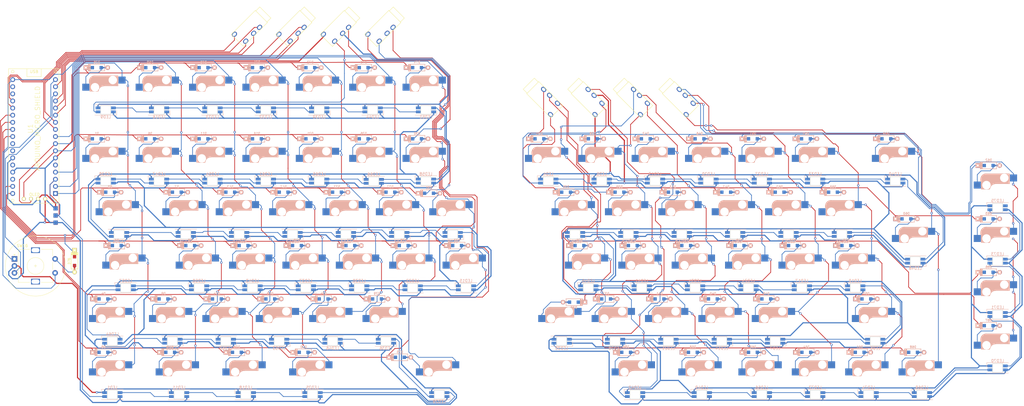
<source format=kicad_pcb>
(kicad_pcb (version 20171130) (host pcbnew "(5.1.5)-3")
  (layers (0 F.Cu signal) (31 B.Cu signal) (34 B.Paste user) (35 F.Paste user) (36 B.SilkS user) (37 F.SilkS user) (38 B.Mask user) (39 F.Mask user) (44 Edge.Cuts user))
  (net 0 "")
  (net 1 "Net-(D1-Pad2)")
  (net 2 Fila1)
  (net 3 "Net-(D2-Pad2)")
  (net 4 "Net-(D3-Pad2)")
  (net 5 Fila3)
  (net 6 "Net-(D4-Pad2)")
  (net 7 Fila4)
  (net 8 "Net-(D5-Pad2)")
  (net 9 Fila5)
  (net 10 "Net-(D6-Pad2)")
  (net 11 "Net-(D7-Pad2)")
  (net 12 "Net-(D8-Pad2)")
  (net 13 "Net-(D9-Pad2)")
  (net 14 "Net-(D10-Pad2)")
  (net 15 "Net-(D11-Pad2)")
  (net 16 "Net-(D12-Pad2)")
  (net 17 "Net-(D13-Pad2)")
  (net 18 "Net-(D14-Pad2)")
  (net 19 "Net-(D15-Pad2)")
  (net 20 "Net-(D16-Pad2)")
  (net 21 "Net-(D17-Pad2)")
  (net 22 "Net-(D18-Pad2)")
  (net 23 "Net-(D19-Pad2)")
  (net 24 "Net-(D20-Pad2)")
  (net 25 "Net-(D21-Pad2)")
  (net 26 "Net-(D22-Pad2)")
  (net 27 "Net-(D23-Pad2)")
  (net 28 "Net-(D24-Pad2)")
  (net 29 "Net-(D25-Pad2)")
  (net 30 Fila0)
  (net 31 "Net-(D26-Pad2)")
  (net 32 "Net-(D27-Pad2)")
  (net 33 "Net-(D28-Pad2)")
  (net 34 "Net-(D29-Pad2)")
  (net 35 "Net-(D30-Pad2)")
  (net 36 "Net-(D31-Pad2)")
  (net 37 "Net-(D32-Pad2)")
  (net 38 "Net-(D33-Pad2)")
  (net 39 "Net-(D34-Pad2)")
  (net 40 "Net-(D35-Pad2)")
  (net 41 "Net-(D36-Pad2)")
  (net 42 "Net-(D37-Pad2)")
  (net 43 "Net-(D38-Pad2)")
  (net 44 "Net-(D39-Pad2)")
  (net 45 "Net-(D40-Pad2)")
  (net 46 "Net-(D41-Pad2)")
  (net 47 "Net-(D42-Pad2)")
  (net 48 "Net-(D43-Pad2)")
  (net 49 "Net-(D44-Pad2)")
  (net 50 "Net-(D45-Pad2)")
  (net 51 "Net-(D46-Pad2)")
  (net 52 "Net-(D47-Pad2)")
  (net 53 "Net-(D48-Pad2)")
  (net 54 "Net-(D49-Pad2)")
  (net 55 "Net-(D50-Pad2)")
  (net 56 "Net-(D51-Pad2)")
  (net 57 "Net-(D52-Pad2)")
  (net 58 "Net-(D53-Pad2)")
  (net 59 "Net-(D54-Pad2)")
  (net 60 "Net-(D55-Pad2)")
  (net 61 "Net-(D56-Pad2)")
  (net 62 "Net-(D57-Pad2)")
  (net 63 "Net-(D58-Pad2)")
  (net 64 "Net-(D59-Pad2)")
  (net 65 "Net-(D60-Pad2)")
  (net 66 "Net-(D61-Pad2)")
  (net 67 "Net-(D62-Pad2)")
  (net 68 "Net-(D63-Pad2)")
  (net 69 "Net-(D64-Pad2)")
  (net 70 "Net-(D65-Pad2)")
  (net 71 "Net-(D66-Pad2)")
  (net 72 "Net-(D67-Pad2)")
  (net 73 "Net-(D68-Pad2)")
  (net 74 "Net-(D69-Pad2)")
  (net 75 "Net-(D70-Pad2)")
  (net 76 "Net-(D71-Pad2)")
  (net 77 "Net-(D72-Pad2)")
  (net 78 "Net-(D73-Pad2)")
  (net 79 "Net-(D74-Pad2)")
  (net 80 "Net-(D75-Pad2)")
  (net 81 "Net-(D76-Pad2)")
  (net 82 GND)
  (net 83 LED)
  (net 84 VCC)
  (net 85 "Net-(LED1-Pad2)")
  (net 86 "Net-(LED2-Pad2)")
  (net 87 "Net-(LED2-Pad4)")
  (net 88 "Net-(LED12-Pad4)")
  (net 89 "Net-(LED4-Pad2)")
  (net 90 "Net-(LED13-Pad4)")
  (net 91 "Net-(LED6-Pad2)")
  (net 92 "Net-(LED10-Pad2)")
  (net 93 "Net-(LED14-Pad4)")
  (net 94 "Net-(LED15-Pad2)")
  (net 95 "Net-(LED16-Pad2)")
  (net 96 "Net-(LED10-Pad4)")
  (net 97 "Net-(LED11-Pad2)")
  (net 98 "Net-(LED12-Pad2)")
  (net 99 "Net-(LED13-Pad2)")
  (net 100 "Net-(LED14-Pad2)")
  (net 101 "Net-(LED15-Pad4)")
  (net 102 "Net-(LED16-Pad4)")
  (net 103 "Net-(LED17-Pad4)")
  (net 104 "Net-(LED18-Pad2)")
  (net 105 "Net-(LED19-Pad2)")
  (net 106 "Net-(LED20-Pad2)")
  (net 107 "Net-(LED21-Pad2)")
  (net 108 "Net-(LED22-Pad4)")
  (net 109 "Net-(LED23-Pad4)")
  (net 110 "Net-(LED24-Pad4)")
  (net 111 "Net-(LED25-Pad2)")
  (net 112 "Net-(LED26-Pad2)")
  (net 113 "Net-(LED27-Pad2)")
  (net 114 "Net-(LED28-Pad2)")
  (net 115 "Net-(LED29-Pad2)")
  (net 116 "Net-(LED30-Pad4)")
  (net 117 "Net-(LED31-Pad2)")
  (net 118 "Net-(LED32-Pad4)")
  (net 119 "Net-(LED33-Pad2)")
  (net 120 "Net-(LED34-Pad4)")
  (net 121 "Net-(LED35-Pad2)")
  (net 122 "Net-(LED36-Pad2)")
  (net 123 "Net-(LED37-Pad4)")
  (net 124 "Net-(LED38-Pad2)")
  (net 125 "Net-(LED39-Pad4)")
  (net 126 "Net-(LED40-Pad2)")
  (net 127 "Net-(LED41-Pad4)")
  (net 128 "Net-(LED42-Pad2)")
  (net 129 "Net-(LED43-Pad4)")
  (net 130 "Net-(LED44-Pad4)")
  (net 131 "Net-(LED45-Pad4)")
  (net 132 "Net-(LED46-Pad2)")
  (net 133 "Net-(LED47-Pad2)")
  (net 134 "Net-(LED48-Pad2)")
  (net 135 "Net-(LED49-Pad2)")
  (net 136 "Net-(LED50-Pad4)")
  (net 137 "Net-(LED51-Pad4)")
  (net 138 "Net-(LED52-Pad4)")
  (net 139 "Net-(LED53-Pad2)")
  (net 140 "Net-(LED54-Pad2)")
  (net 141 "Net-(LED55-Pad2)")
  (net 142 "Net-(LED56-Pad2)")
  (net 143 "Net-(LED57-Pad4)")
  (net 144 "Net-(LED58-Pad4)")
  (net 145 "Net-(LED59-Pad4)")
  (net 146 "Net-(LED60-Pad2)")
  (net 147 "Net-(LED61-Pad2)")
  (net 148 "Net-(LED62-Pad2)")
  (net 149 "Net-(LED63-Pad2)")
  (net 150 "Net-(LED65-Pad2)")
  (net 151 "Net-(LED67-Pad2)")
  (net 152 Columna3)
  (net 153 Columna2)
  (net 154 Columna7)
  (net 155 Columna6)
  (net 156 Columna5)
  (net 157 Columna14)
  (net 158 Columna13)
  (net 159 Columna12)
  (net 160 Columna11)
  (net 161 Columna10)
  (net 162 Columna9)
  (net 163 Columna8)
  (net 164 Columna4)
  (net 165 en2)
  (net 166 en1)
  (net 167 Columna15)
  (net 168 "Net-(U1-Pad3.3V)")
  (net 169 "Net-(U1-PadAREF)")
  (net 170 "Net-(U1-PadNC)")
  (net 171 "Net-(U1-PadVI)")
  (net 172 "Net-(LED69-Pad2)")
  (net 173 "Net-(LED69-Pad4)")
  (net 174 "Net-(LED70-Pad2)")
  (net 175 "Net-(LED71-Pad2)")
  (net 176 "Net-(LED72-Pad2)")
  (net 177 "Net-(LED73-Pad2)")
  (net 178 "Net-(U1-PadRST)")
  (net 179 Fila6)
  (net 180 LEDTRRS)
  (net 181 "Net-(LED75-Pad2)")
  (net 182 Columna16)
  (module Mech3:CherryMX_Hotswap (layer F.Cu) (at 625.475 107.95)
    (fp_text reference SWcomilla1 hide)
    (fp_text value SW_Push hide)
    (pad "" np_thru_hole circle (at 2.54 -5.08) (size 3 3) (drill 3) (layers *.Cu *.Mask))
    (pad "" np_thru_hole circle (at -3.81 -2.54) (size 3 3) (drill 3) (layers *.Cu *.Mask))
    (pad 2 smd rect (at 5.842 -5.08 180) (size 2.55 2.5) (layers B.Cu B.Paste B.Mask) (net 164 Columna4))
    (pad "" np_thru_hole circle (at -5.08 0) (size 1.9 1.9) (drill 1.9) (layers *.Cu *.Mask))
    (pad "" np_thru_hole circle (at 5.08 0) (size 1.9 1.9) (drill 1.9) (layers *.Cu *.Mask))
    (pad "" np_thru_hole circle (at 0 0 90) (size 4.1 4.1) (drill 4.1) (layers *.Cu *.Mask))
    (pad 1 smd rect (at -7.085 -2.54 180) (size 2.55 2.5) (layers B.Cu B.Paste B.Mask) (net 56 "Net-(D51-Pad2)"))
  )
  (module Mech3:CherryMX_Hotswap (layer F.Cu) (at 505.61875 107.95)
    (fp_text reference SW6 hide)
    (fp_text value SW_Push hide)
    (pad "" np_thru_hole circle (at 2.54 -5.08) (size 3 3) (drill 3) (layers *.Cu *.Mask))
    (pad "" np_thru_hole circle (at -3.81 -2.54) (size 3 3) (drill 3) (layers *.Cu *.Mask))
    (pad 2 smd rect (at 5.842 -5.08 180) (size 2.55 2.5) (layers B.Cu B.Paste B.Mask) (net 162 Columna9))
    (pad "" np_thru_hole circle (at -5.08 0) (size 1.9 1.9) (drill 1.9) (layers *.Cu *.Mask))
    (pad "" np_thru_hole circle (at 5.08 0) (size 1.9 1.9) (drill 1.9) (layers *.Cu *.Mask))
    (pad "" np_thru_hole circle (at 0 0 90) (size 4.1 4.1) (drill 4.1) (layers *.Cu *.Mask))
    (pad 1 smd rect (at -7.085 -2.54 180) (size 2.55 2.5) (layers B.Cu B.Paste B.Mask) (net 35 "Net-(D30-Pad2)"))
  )
  (module Mech3:CherryMX_Hotswap (layer F.Cu) (at 515.14375 127)
    (fp_text reference SWy1 hide)
    (fp_text value SW_Push hide)
    (pad "" np_thru_hole circle (at 2.54 -5.08) (size 3 3) (drill 3) (layers *.Cu *.Mask))
    (pad "" np_thru_hole circle (at -3.81 -2.54) (size 3 3) (drill 3) (layers *.Cu *.Mask))
    (pad 2 smd rect (at 5.842 -5.08 180) (size 2.55 2.5) (layers B.Cu B.Paste B.Mask) (net 162 Columna9))
    (pad "" np_thru_hole circle (at -5.08 0) (size 1.9 1.9) (drill 1.9) (layers *.Cu *.Mask))
    (pad "" np_thru_hole circle (at 5.08 0) (size 1.9 1.9) (drill 1.9) (layers *.Cu *.Mask))
    (pad "" np_thru_hole circle (at 0 0 90) (size 4.1 4.1) (drill 4.1) (layers *.Cu *.Mask))
    (pad 1 smd rect (at -7.085 -2.54 180) (size 2.55 2.5) (layers B.Cu B.Paste B.Mask) (net 36 "Net-(D31-Pad2)"))
  )
  (module Mech3:CherryMX_Hotswap (layer F.Cu) (at 477.04375 127)
    (fp_text reference SWr1 hide)
    (fp_text value SW_Push hide)
    (pad "" np_thru_hole circle (at 2.54 -5.08) (size 3 3) (drill 3) (layers *.Cu *.Mask))
    (pad "" np_thru_hole circle (at -3.81 -2.54) (size 3 3) (drill 3) (layers *.Cu *.Mask))
    (pad 2 smd rect (at 5.842 -5.08 180) (size 2.55 2.5) (layers B.Cu B.Paste B.Mask) (net 160 Columna11))
    (pad "" np_thru_hole circle (at -5.08 0) (size 1.9 1.9) (drill 1.9) (layers *.Cu *.Mask))
    (pad "" np_thru_hole circle (at 5.08 0) (size 1.9 1.9) (drill 1.9) (layers *.Cu *.Mask))
    (pad "" np_thru_hole circle (at 0 0 90) (size 4.1 4.1) (drill 4.1) (layers *.Cu *.Mask))
    (pad 1 smd rect (at -7.085 -2.54 180) (size 2.55 2.5) (layers B.Cu B.Paste B.Mask) (net 26 "Net-(D22-Pad2)"))
  )
  (module Mech3:YS-SK6812MINI-E_2 (layer B.Cu) (at 510.38125 189.70625 180)
    (fp_text reference LED29 (at 0 -2.54) (layer B.SilkS) (effects (justify mirror)))
    (fp_text value YS-SK6812MINI-E)
    (fp_line (start -1.8 1.55) (end -1.8 -1.55) (layer Edge.Cuts) (width 0.12))
    (fp_line (start -1.8 -1.55) (end 1.8 -1.55) (layer Edge.Cuts) (width 0.12))
    (fp_line (start 1.8 -1.55) (end 1.8 1.55) (layer Edge.Cuts) (width 0.12))
    (fp_line (start 1.8 1.55) (end -1.8 1.55) (layer Edge.Cuts) (width 0.12))
    (pad 4 smd rect (at -2.75 0.7 180) (size 1.7 1) (layers B.Cu B.Paste B.Mask) (net 111 "Net-(LED25-Pad2)"))
    (pad 3 smd rect (at -2.75 -0.7 180) (size 1.7 1) (layers B.Cu B.Paste B.Mask) (net 82 GND))
    (pad 1 smd rect (at 2.75 0.7 180) (size 1.7 1) (layers B.Cu B.Paste B.Mask) (net 84 VCC))
    (pad 2 smd rect (at 2.75 -0.7 180) (size 1.7 1) (layers B.Cu B.Paste B.Mask) (net 115 "Net-(LED29-Pad2)"))
  )
  (module Mech3:OLED_v2 (layer F.Cu) (at 365.91875 119.85625)
    (fp_text reference P2)
    (fp_text value OLED hide)
    (fp_text user OLED (at 0 -1.55) (layer F.SilkS))
    (pad 4 thru_hole circle (at 3.81 0) (size 1.397 1.397) (drill 0.8128) (layers *.Cu F.SilkS B.Mask) (net 82 GND))
    (pad 3 thru_hole circle (at 1.27 0) (size 1.397 1.397) (drill 0.8128) (layers *.Cu F.SilkS B.Mask) (net 84 VCC))
    (pad 2 thru_hole circle (at -1.27 0) (size 1.397 1.397) (drill 0.8128) (layers *.Cu F.SilkS B.Mask) (net 160 Columna11))
    (pad 1 thru_hole circle (at -3.81 0) (size 1.397 1.397) (drill 0.8128) (layers *.Cu F.SilkS B.Mask) (net 159 Columna12))
  )
  (module Mech3:StripLED_rev (layer F.Cu) (at 373.4435 123.2535)
    (fp_text reference J1 hide)
    (fp_text value LED hide)
    (pad 3 smd rect (at 0 0) (size 1.524 1.524) (layers B.Cu B.Paste B.Mask) (net 82 GND))
    (pad 2 smd rect (at 0 2.54) (size 1.524 1.524) (layers B.Cu B.Paste B.Mask) (net 83 LED))
    (pad 1 smd rect (at 0 5.08) (size 1.524 1.524) (layers B.Cu B.Paste B.Mask) (net 84 VCC))
    (pad 1 smd rect (at 0 0) (size 1.524 1.524) (layers F.Cu F.Paste F.Mask) (net 84 VCC))
    (pad 2 smd rect (at 0 2.54) (size 1.524 1.524) (layers F.Cu F.Paste F.Mask) (net 83 LED))
    (pad 3 smd rect (at 0 5.08) (size 1.524 1.524) (layers F.Cu F.Paste F.Mask) (net 82 GND))
  )
  (module Mech3:YS-SK6812MINI-E_2 (layer B.Cu) (at 709.6125 123.03125)
    (fp_text reference LED75 (at 0 -2.54) (layer B.SilkS) (effects (justify mirror)))
    (fp_text value YS-SK6812MINI-E)
    (fp_line (start -1.8 1.55) (end -1.8 -1.55) (layer Edge.Cuts) (width 0.12))
    (fp_line (start -1.8 -1.55) (end 1.8 -1.55) (layer Edge.Cuts) (width 0.12))
    (fp_line (start 1.8 -1.55) (end 1.8 1.55) (layer Edge.Cuts) (width 0.12))
    (fp_line (start 1.8 1.55) (end -1.8 1.55) (layer Edge.Cuts) (width 0.12))
    (pad 4 smd rect (at -2.75 0.7) (size 1.7 1) (layers B.Cu B.Paste B.Mask) (net 177 "Net-(LED73-Pad2)"))
    (pad 3 smd rect (at -2.75 -0.7) (size 1.7 1) (layers B.Cu B.Paste B.Mask) (net 82 GND))
    (pad 1 smd rect (at 2.75 0.7) (size 1.7 1) (layers B.Cu B.Paste B.Mask) (net 84 VCC))
    (pad 2 smd rect (at 2.75 -0.7) (size 1.7 1) (layers B.Cu B.Paste B.Mask) (net 181 "Net-(LED75-Pad2)"))
  )
  (module Mech3:YS-SK6812MINI-E_2 (layer B.Cu) (at 663.575 189.70625)
    (fp_text reference LED74 (at 0 -2.54) (layer B.SilkS) (effects (justify mirror)))
    (fp_text value YS-SK6812MINI-E)
    (fp_line (start -1.8 1.55) (end -1.8 -1.55) (layer Edge.Cuts) (width 0.12))
    (fp_line (start -1.8 -1.55) (end 1.8 -1.55) (layer Edge.Cuts) (width 0.12))
    (fp_line (start 1.8 -1.55) (end 1.8 1.55) (layer Edge.Cuts) (width 0.12))
    (fp_line (start 1.8 1.55) (end -1.8 1.55) (layer Edge.Cuts) (width 0.12))
    (pad 4 smd rect (at -2.75 0.7) (size 1.7 1) (layers B.Cu B.Paste B.Mask) (net 176 "Net-(LED72-Pad2)"))
    (pad 3 smd rect (at -2.75 -0.7) (size 1.7 1) (layers B.Cu B.Paste B.Mask) (net 82 GND))
    (pad 1 smd rect (at 2.75 0.7) (size 1.7 1) (layers B.Cu B.Paste B.Mask) (net 84 VCC))
    (pad 2 smd rect (at 2.75 -0.7) (size 1.7 1) (layers B.Cu B.Paste B.Mask) (net 173 "Net-(LED69-Pad4)"))
  )
  (module Mech3:YS-SK6812MINI-E_2 (layer B.Cu) (at 709.6125 142.08125)
    (fp_text reference LED73 (at 0 -2.54) (layer B.SilkS) (effects (justify mirror)))
    (fp_text value YS-SK6812MINI-E)
    (fp_line (start -1.8 1.55) (end -1.8 -1.55) (layer Edge.Cuts) (width 0.12))
    (fp_line (start -1.8 -1.55) (end 1.8 -1.55) (layer Edge.Cuts) (width 0.12))
    (fp_line (start 1.8 -1.55) (end 1.8 1.55) (layer Edge.Cuts) (width 0.12))
    (fp_line (start 1.8 1.55) (end -1.8 1.55) (layer Edge.Cuts) (width 0.12))
    (pad 4 smd rect (at -2.75 0.7) (size 1.7 1) (layers B.Cu B.Paste B.Mask) (net 175 "Net-(LED71-Pad2)"))
    (pad 3 smd rect (at -2.75 -0.7) (size 1.7 1) (layers B.Cu B.Paste B.Mask) (net 82 GND))
    (pad 1 smd rect (at 2.75 0.7) (size 1.7 1) (layers B.Cu B.Paste B.Mask) (net 84 VCC))
    (pad 2 smd rect (at 2.75 -0.7) (size 1.7 1) (layers B.Cu B.Paste B.Mask) (net 177 "Net-(LED73-Pad2)"))
  )
  (module Mech3:YS-SK6812MINI-E_2 (layer B.Cu) (at 644.525 189.70625)
    (fp_text reference LED72 (at 0 -2.54) (layer B.SilkS) (effects (justify mirror)))
    (fp_text value YS-SK6812MINI-E)
    (fp_line (start -1.8 1.55) (end -1.8 -1.55) (layer Edge.Cuts) (width 0.12))
    (fp_line (start -1.8 -1.55) (end 1.8 -1.55) (layer Edge.Cuts) (width 0.12))
    (fp_line (start 1.8 -1.55) (end 1.8 1.55) (layer Edge.Cuts) (width 0.12))
    (fp_line (start 1.8 1.55) (end -1.8 1.55) (layer Edge.Cuts) (width 0.12))
    (pad 4 smd rect (at -2.75 0.7) (size 1.7 1) (layers B.Cu B.Paste B.Mask) (net 142 "Net-(LED56-Pad2)"))
    (pad 3 smd rect (at -2.75 -0.7) (size 1.7 1) (layers B.Cu B.Paste B.Mask) (net 82 GND))
    (pad 1 smd rect (at 2.75 0.7) (size 1.7 1) (layers B.Cu B.Paste B.Mask) (net 84 VCC))
    (pad 2 smd rect (at 2.75 -0.7) (size 1.7 1) (layers B.Cu B.Paste B.Mask) (net 176 "Net-(LED72-Pad2)"))
  )
  (module Mech3:YS-SK6812MINI-E_2 (layer B.Cu) (at 709.6125 161.13125)
    (fp_text reference LED71 (at 0 -2.54) (layer B.SilkS) (effects (justify mirror)))
    (fp_text value YS-SK6812MINI-E)
    (fp_line (start -1.8 1.55) (end -1.8 -1.55) (layer Edge.Cuts) (width 0.12))
    (fp_line (start -1.8 -1.55) (end 1.8 -1.55) (layer Edge.Cuts) (width 0.12))
    (fp_line (start 1.8 -1.55) (end 1.8 1.55) (layer Edge.Cuts) (width 0.12))
    (fp_line (start 1.8 1.55) (end -1.8 1.55) (layer Edge.Cuts) (width 0.12))
    (pad 4 smd rect (at -2.75 0.7) (size 1.7 1) (layers B.Cu B.Paste B.Mask) (net 174 "Net-(LED70-Pad2)"))
    (pad 3 smd rect (at -2.75 -0.7) (size 1.7 1) (layers B.Cu B.Paste B.Mask) (net 82 GND))
    (pad 1 smd rect (at 2.75 0.7) (size 1.7 1) (layers B.Cu B.Paste B.Mask) (net 84 VCC))
    (pad 2 smd rect (at 2.75 -0.7) (size 1.7 1) (layers B.Cu B.Paste B.Mask) (net 175 "Net-(LED71-Pad2)"))
  )
  (module Mech3:YS-SK6812MINI-E_2 (layer B.Cu) (at 709.6125 180.18125)
    (fp_text reference LED70 (at 0 -2.54) (layer B.SilkS) (effects (justify mirror)))
    (fp_text value YS-SK6812MINI-E)
    (fp_line (start -1.8 1.55) (end -1.8 -1.55) (layer Edge.Cuts) (width 0.12))
    (fp_line (start -1.8 -1.55) (end 1.8 -1.55) (layer Edge.Cuts) (width 0.12))
    (fp_line (start 1.8 -1.55) (end 1.8 1.55) (layer Edge.Cuts) (width 0.12))
    (fp_line (start 1.8 1.55) (end -1.8 1.55) (layer Edge.Cuts) (width 0.12))
    (pad 4 smd rect (at -2.75 0.7) (size 1.7 1) (layers B.Cu B.Paste B.Mask) (net 172 "Net-(LED69-Pad2)"))
    (pad 3 smd rect (at -2.75 -0.7) (size 1.7 1) (layers B.Cu B.Paste B.Mask) (net 82 GND))
    (pad 1 smd rect (at 2.75 0.7) (size 1.7 1) (layers B.Cu B.Paste B.Mask) (net 84 VCC))
    (pad 2 smd rect (at 2.75 -0.7) (size 1.7 1) (layers B.Cu B.Paste B.Mask) (net 174 "Net-(LED70-Pad2)"))
  )
  (module Mech3:YS-SK6812MINI-E_2 (layer B.Cu) (at 682.625 189.70625)
    (fp_text reference LED69 (at 0 -2.54) (layer B.SilkS) (effects (justify mirror)))
    (fp_text value YS-SK6812MINI-E)
    (fp_line (start -1.8 1.55) (end -1.8 -1.55) (layer Edge.Cuts) (width 0.12))
    (fp_line (start -1.8 -1.55) (end 1.8 -1.55) (layer Edge.Cuts) (width 0.12))
    (fp_line (start 1.8 -1.55) (end 1.8 1.55) (layer Edge.Cuts) (width 0.12))
    (fp_line (start 1.8 1.55) (end -1.8 1.55) (layer Edge.Cuts) (width 0.12))
    (pad 4 smd rect (at -2.75 0.7) (size 1.7 1) (layers B.Cu B.Paste B.Mask) (net 173 "Net-(LED69-Pad4)"))
    (pad 3 smd rect (at -2.75 -0.7) (size 1.7 1) (layers B.Cu B.Paste B.Mask) (net 82 GND))
    (pad 1 smd rect (at 2.75 0.7) (size 1.7 1) (layers B.Cu B.Paste B.Mask) (net 84 VCC))
    (pad 2 smd rect (at 2.75 -0.7) (size 1.7 1) (layers B.Cu B.Paste B.Mask) (net 172 "Net-(LED69-Pad2)"))
  )
  (module Mech3:YS-SK6812MINI-E_2 (layer B.Cu) (at 596.9 132.55625 180)
    (fp_text reference LED68 (at 0 -2.54) (layer B.SilkS) (effects (justify mirror)))
    (fp_text value YS-SK6812MINI-E)
    (fp_line (start -1.8 1.55) (end -1.8 -1.55) (layer Edge.Cuts) (width 0.12))
    (fp_line (start -1.8 -1.55) (end 1.8 -1.55) (layer Edge.Cuts) (width 0.12))
    (fp_line (start 1.8 -1.55) (end 1.8 1.55) (layer Edge.Cuts) (width 0.12))
    (fp_line (start 1.8 1.55) (end -1.8 1.55) (layer Edge.Cuts) (width 0.12))
    (pad 4 smd rect (at -2.75 0.7 180) (size 1.7 1) (layers B.Cu B.Paste B.Mask) (net 151 "Net-(LED67-Pad2)"))
    (pad 3 smd rect (at -2.75 -0.7 180) (size 1.7 1) (layers B.Cu B.Paste B.Mask) (net 82 GND))
    (pad 1 smd rect (at 2.75 0.7 180) (size 1.7 1) (layers B.Cu B.Paste B.Mask) (net 84 VCC))
    (pad 2 smd rect (at 2.75 -0.7 180) (size 1.7 1) (layers B.Cu B.Paste B.Mask) (net 145 "Net-(LED59-Pad4)"))
  )
  (module Mech3:YS-SK6812MINI-E_2 (layer B.Cu) (at 615.95 132.55625 180)
    (fp_text reference LED67 (at 0 -2.54) (layer B.SilkS) (effects (justify mirror)))
    (fp_text value YS-SK6812MINI-E)
    (fp_line (start -1.8 1.55) (end -1.8 -1.55) (layer Edge.Cuts) (width 0.12))
    (fp_line (start -1.8 -1.55) (end 1.8 -1.55) (layer Edge.Cuts) (width 0.12))
    (fp_line (start 1.8 -1.55) (end 1.8 1.55) (layer Edge.Cuts) (width 0.12))
    (fp_line (start 1.8 1.55) (end -1.8 1.55) (layer Edge.Cuts) (width 0.12))
    (pad 4 smd rect (at -2.75 0.7 180) (size 1.7 1) (layers B.Cu B.Paste B.Mask) (net 148 "Net-(LED62-Pad2)"))
    (pad 3 smd rect (at -2.75 -0.7 180) (size 1.7 1) (layers B.Cu B.Paste B.Mask) (net 82 GND))
    (pad 1 smd rect (at 2.75 0.7 180) (size 1.7 1) (layers B.Cu B.Paste B.Mask) (net 84 VCC))
    (pad 2 smd rect (at 2.75 -0.7 180) (size 1.7 1) (layers B.Cu B.Paste B.Mask) (net 151 "Net-(LED67-Pad2)"))
  )
  (module Mech3:YS-SK6812MINI-E_2 (layer B.Cu) (at 486.99375 113.6)
    (fp_text reference LED66 (at 0 -2.54) (layer B.SilkS) (effects (justify mirror)))
    (fp_text value YS-SK6812MINI-E)
    (fp_line (start 1.8 1.55) (end -1.8 1.55) (layer Edge.Cuts) (width 0.12))
    (fp_line (start 1.8 -1.55) (end 1.8 1.55) (layer Edge.Cuts) (width 0.12))
    (fp_line (start -1.8 -1.55) (end 1.8 -1.55) (layer Edge.Cuts) (width 0.12))
    (fp_line (start -1.8 1.55) (end -1.8 -1.55) (layer Edge.Cuts) (width 0.12))
    (pad 2 smd rect (at 2.75 -0.7) (size 1.7 1) (layers B.Cu B.Paste B.Mask) (net 144 "Net-(LED58-Pad4)"))
    (pad 1 smd rect (at 2.75 0.7) (size 1.7 1) (layers B.Cu B.Paste B.Mask) (net 84 VCC))
    (pad 3 smd rect (at -2.75 -0.7) (size 1.7 1) (layers B.Cu B.Paste B.Mask) (net 82 GND))
    (pad 4 smd rect (at -2.75 0.7) (size 1.7 1) (layers B.Cu B.Paste B.Mask) (net 150 "Net-(LED65-Pad2)"))
  )
  (module Mech3:YS-SK6812MINI-E_2 (layer B.Cu) (at 467.51875 113.50625)
    (fp_text reference LED65 (at 0 -2.54) (layer B.SilkS) (effects (justify mirror)))
    (fp_text value YS-SK6812MINI-E)
    (fp_line (start 1.8 1.55) (end -1.8 1.55) (layer Edge.Cuts) (width 0.12))
    (fp_line (start 1.8 -1.55) (end 1.8 1.55) (layer Edge.Cuts) (width 0.12))
    (fp_line (start -1.8 -1.55) (end 1.8 -1.55) (layer Edge.Cuts) (width 0.12))
    (fp_line (start -1.8 1.55) (end -1.8 -1.55) (layer Edge.Cuts) (width 0.12))
    (pad 2 smd rect (at 2.75 -0.7) (size 1.7 1) (layers B.Cu B.Paste B.Mask) (net 150 "Net-(LED65-Pad2)"))
    (pad 1 smd rect (at 2.75 0.7) (size 1.7 1) (layers B.Cu B.Paste B.Mask) (net 84 VCC))
    (pad 3 smd rect (at -2.75 -0.7) (size 1.7 1) (layers B.Cu B.Paste B.Mask) (net 82 GND))
    (pad 4 smd rect (at -2.75 0.7) (size 1.7 1) (layers B.Cu B.Paste B.Mask) (net 147 "Net-(LED61-Pad2)"))
  )
  (module Mech3:YS-SK6812MINI-E_2 (layer B.Cu) (at 393.7 170.65625)
    (fp_text reference LED64 (at 0 -2.54) (layer B.SilkS) (effects (justify mirror)))
    (fp_text value YS-SK6812MINI-E)
    (fp_line (start 1.8 1.55) (end -1.8 1.55) (layer Edge.Cuts) (width 0.12))
    (fp_line (start 1.8 -1.55) (end 1.8 1.55) (layer Edge.Cuts) (width 0.12))
    (fp_line (start -1.8 -1.55) (end 1.8 -1.55) (layer Edge.Cuts) (width 0.12))
    (fp_line (start -1.8 1.55) (end -1.8 -1.55) (layer Edge.Cuts) (width 0.12))
    (pad 2 smd rect (at 2.75 -0.7) (size 1.7 1) (layers B.Cu B.Paste B.Mask) (net 143 "Net-(LED57-Pad4)"))
    (pad 1 smd rect (at 2.75 0.7) (size 1.7 1) (layers B.Cu B.Paste B.Mask) (net 84 VCC))
    (pad 3 smd rect (at -2.75 -0.7) (size 1.7 1) (layers B.Cu B.Paste B.Mask) (net 82 GND))
    (pad 4 smd rect (at -2.75 0.7) (size 1.7 1) (layers B.Cu B.Paste B.Mask) (net 149 "Net-(LED63-Pad2)"))
  )
  (module Mech3:YS-SK6812MINI-E_2 (layer B.Cu) (at 415.13125 170.65625 180)
    (fp_text reference LED63 (at 0 -2.54) (layer B.SilkS) (effects (justify mirror)))
    (fp_text value YS-SK6812MINI-E)
    (fp_line (start 1.8 1.55) (end -1.8 1.55) (layer Edge.Cuts) (width 0.12))
    (fp_line (start 1.8 -1.55) (end 1.8 1.55) (layer Edge.Cuts) (width 0.12))
    (fp_line (start -1.8 -1.55) (end 1.8 -1.55) (layer Edge.Cuts) (width 0.12))
    (fp_line (start -1.8 1.55) (end -1.8 -1.55) (layer Edge.Cuts) (width 0.12))
    (pad 2 smd rect (at 2.75 -0.7 180) (size 1.7 1) (layers B.Cu B.Paste B.Mask) (net 149 "Net-(LED63-Pad2)"))
    (pad 1 smd rect (at 2.75 0.7 180) (size 1.7 1) (layers B.Cu B.Paste B.Mask) (net 84 VCC))
    (pad 3 smd rect (at -2.75 -0.7 180) (size 1.7 1) (layers B.Cu B.Paste B.Mask) (net 82 GND))
    (pad 4 smd rect (at -2.75 0.7 180) (size 1.7 1) (layers B.Cu B.Paste B.Mask) (net 146 "Net-(LED60-Pad2)"))
  )
  (module Mech3:YS-SK6812MINI-E_2 (layer B.Cu) (at 635 132.55625 180)
    (fp_text reference LED62 (at 0 -2.54) (layer B.SilkS) (effects (justify mirror)))
    (fp_text value YS-SK6812MINI-E)
    (fp_line (start -1.8 1.55) (end -1.8 -1.55) (layer Edge.Cuts) (width 0.12))
    (fp_line (start -1.8 -1.55) (end 1.8 -1.55) (layer Edge.Cuts) (width 0.12))
    (fp_line (start 1.8 -1.55) (end 1.8 1.55) (layer Edge.Cuts) (width 0.12))
    (fp_line (start 1.8 1.55) (end -1.8 1.55) (layer Edge.Cuts) (width 0.12))
    (pad 4 smd rect (at -2.75 0.7 180) (size 1.7 1) (layers B.Cu B.Paste B.Mask) (net 141 "Net-(LED55-Pad2)"))
    (pad 3 smd rect (at -2.75 -0.7 180) (size 1.7 1) (layers B.Cu B.Paste B.Mask) (net 82 GND))
    (pad 1 smd rect (at 2.75 0.7 180) (size 1.7 1) (layers B.Cu B.Paste B.Mask) (net 84 VCC))
    (pad 2 smd rect (at 2.75 -0.7 180) (size 1.7 1) (layers B.Cu B.Paste B.Mask) (net 148 "Net-(LED62-Pad2)"))
  )
  (module Mech3:YS-SK6812MINI-E_2 (layer B.Cu) (at 448.46875 113.50625)
    (fp_text reference LED61 (at 0 -2.54) (layer B.SilkS) (effects (justify mirror)))
    (fp_text value YS-SK6812MINI-E)
    (fp_line (start 1.8 1.55) (end -1.8 1.55) (layer Edge.Cuts) (width 0.12))
    (fp_line (start 1.8 -1.55) (end 1.8 1.55) (layer Edge.Cuts) (width 0.12))
    (fp_line (start -1.8 -1.55) (end 1.8 -1.55) (layer Edge.Cuts) (width 0.12))
    (fp_line (start -1.8 1.55) (end -1.8 -1.55) (layer Edge.Cuts) (width 0.12))
    (pad 2 smd rect (at 2.75 -0.7) (size 1.7 1) (layers B.Cu B.Paste B.Mask) (net 147 "Net-(LED61-Pad2)"))
    (pad 1 smd rect (at 2.75 0.7) (size 1.7 1) (layers B.Cu B.Paste B.Mask) (net 84 VCC))
    (pad 3 smd rect (at -2.75 -0.7) (size 1.7 1) (layers B.Cu B.Paste B.Mask) (net 82 GND))
    (pad 4 smd rect (at -2.75 0.7) (size 1.7 1) (layers B.Cu B.Paste B.Mask) (net 140 "Net-(LED54-Pad2)"))
  )
  (module Mech3:YS-SK6812MINI-E_2 (layer B.Cu) (at 434.18125 170.65625 180)
    (fp_text reference LED60 (at 0 -2.54) (layer B.SilkS) (effects (justify mirror)))
    (fp_text value YS-SK6812MINI-E)
    (fp_line (start 1.8 1.55) (end -1.8 1.55) (layer Edge.Cuts) (width 0.12))
    (fp_line (start 1.8 -1.55) (end 1.8 1.55) (layer Edge.Cuts) (width 0.12))
    (fp_line (start -1.8 -1.55) (end 1.8 -1.55) (layer Edge.Cuts) (width 0.12))
    (fp_line (start -1.8 1.55) (end -1.8 -1.55) (layer Edge.Cuts) (width 0.12))
    (pad 2 smd rect (at 2.75 -0.7 180) (size 1.7 1) (layers B.Cu B.Paste B.Mask) (net 146 "Net-(LED60-Pad2)"))
    (pad 1 smd rect (at 2.75 0.7 180) (size 1.7 1) (layers B.Cu B.Paste B.Mask) (net 84 VCC))
    (pad 3 smd rect (at -2.75 -0.7 180) (size 1.7 1) (layers B.Cu B.Paste B.Mask) (net 82 GND))
    (pad 4 smd rect (at -2.75 0.7 180) (size 1.7 1) (layers B.Cu B.Paste B.Mask) (net 139 "Net-(LED53-Pad2)"))
  )
  (module Mech3:YS-SK6812MINI-E_2 (layer B.Cu) (at 577.85 132.55625 180)
    (fp_text reference LED59 (at 0 -2.54) (layer B.SilkS) (effects (justify mirror)))
    (fp_text value YS-SK6812MINI-E)
    (fp_line (start -1.8 1.55) (end -1.8 -1.55) (layer Edge.Cuts) (width 0.12))
    (fp_line (start -1.8 -1.55) (end 1.8 -1.55) (layer Edge.Cuts) (width 0.12))
    (fp_line (start 1.8 -1.55) (end 1.8 1.55) (layer Edge.Cuts) (width 0.12))
    (fp_line (start 1.8 1.55) (end -1.8 1.55) (layer Edge.Cuts) (width 0.12))
    (pad 4 smd rect (at -2.75 0.7 180) (size 1.7 1) (layers B.Cu B.Paste B.Mask) (net 145 "Net-(LED59-Pad4)"))
    (pad 3 smd rect (at -2.75 -0.7 180) (size 1.7 1) (layers B.Cu B.Paste B.Mask) (net 82 GND))
    (pad 1 smd rect (at 2.75 0.7 180) (size 1.7 1) (layers B.Cu B.Paste B.Mask) (net 84 VCC))
    (pad 2 smd rect (at 2.75 -0.7 180) (size 1.7 1) (layers B.Cu B.Paste B.Mask) (net 138 "Net-(LED52-Pad4)"))
  )
  (module Mech3:YS-SK6812MINI-E_2 (layer B.Cu) (at 505.61875 113.50625)
    (fp_text reference LED58 (at 0 -2.54) (layer B.SilkS) (effects (justify mirror)))
    (fp_text value YS-SK6812MINI-E)
    (fp_line (start 1.8 1.55) (end -1.8 1.55) (layer Edge.Cuts) (width 0.12))
    (fp_line (start 1.8 -1.55) (end 1.8 1.55) (layer Edge.Cuts) (width 0.12))
    (fp_line (start -1.8 -1.55) (end 1.8 -1.55) (layer Edge.Cuts) (width 0.12))
    (fp_line (start -1.8 1.55) (end -1.8 -1.55) (layer Edge.Cuts) (width 0.12))
    (pad 2 smd rect (at 2.75 -0.7) (size 1.7 1) (layers B.Cu B.Paste B.Mask) (net 137 "Net-(LED51-Pad4)"))
    (pad 1 smd rect (at 2.75 0.7) (size 1.7 1) (layers B.Cu B.Paste B.Mask) (net 84 VCC))
    (pad 3 smd rect (at -2.75 -0.7) (size 1.7 1) (layers B.Cu B.Paste B.Mask) (net 82 GND))
    (pad 4 smd rect (at -2.75 0.7) (size 1.7 1) (layers B.Cu B.Paste B.Mask) (net 144 "Net-(LED58-Pad4)"))
  )
  (module Mech3:YS-SK6812MINI-E_2 (layer B.Cu) (at 398.4625 151.60625)
    (fp_text reference LED57 (at 0 -2.54) (layer B.SilkS) (effects (justify mirror)))
    (fp_text value YS-SK6812MINI-E)
    (fp_line (start 1.8 1.55) (end -1.8 1.55) (layer Edge.Cuts) (width 0.12))
    (fp_line (start 1.8 -1.55) (end 1.8 1.55) (layer Edge.Cuts) (width 0.12))
    (fp_line (start -1.8 -1.55) (end 1.8 -1.55) (layer Edge.Cuts) (width 0.12))
    (fp_line (start -1.8 1.55) (end -1.8 -1.55) (layer Edge.Cuts) (width 0.12))
    (pad 2 smd rect (at 2.75 -0.7) (size 1.7 1) (layers B.Cu B.Paste B.Mask) (net 136 "Net-(LED50-Pad4)"))
    (pad 1 smd rect (at 2.75 0.7) (size 1.7 1) (layers B.Cu B.Paste B.Mask) (net 84 VCC))
    (pad 3 smd rect (at -2.75 -0.7) (size 1.7 1) (layers B.Cu B.Paste B.Mask) (net 82 GND))
    (pad 4 smd rect (at -2.75 0.7) (size 1.7 1) (layers B.Cu B.Paste B.Mask) (net 143 "Net-(LED57-Pad4)"))
  )
  (module Mech3:YS-SK6812MINI-E_2 (layer B.Cu) (at 625.475 189.70625)
    (fp_text reference LED56 (at 0 -2.54) (layer B.SilkS) (effects (justify mirror)))
    (fp_text value YS-SK6812MINI-E)
    (fp_line (start -1.8 1.55) (end -1.8 -1.55) (layer Edge.Cuts) (width 0.12))
    (fp_line (start -1.8 -1.55) (end 1.8 -1.55) (layer Edge.Cuts) (width 0.12))
    (fp_line (start 1.8 -1.55) (end 1.8 1.55) (layer Edge.Cuts) (width 0.12))
    (fp_line (start 1.8 1.55) (end -1.8 1.55) (layer Edge.Cuts) (width 0.12))
    (pad 4 smd rect (at -2.75 0.7) (size 1.7 1) (layers B.Cu B.Paste B.Mask) (net 135 "Net-(LED49-Pad2)"))
    (pad 3 smd rect (at -2.75 -0.7) (size 1.7 1) (layers B.Cu B.Paste B.Mask) (net 82 GND))
    (pad 1 smd rect (at 2.75 0.7) (size 1.7 1) (layers B.Cu B.Paste B.Mask) (net 84 VCC))
    (pad 2 smd rect (at 2.75 -0.7) (size 1.7 1) (layers B.Cu B.Paste B.Mask) (net 142 "Net-(LED56-Pad2)"))
  )
  (module Mech3:YS-SK6812MINI-E_2 (layer B.Cu) (at 654.05 132.55625 180)
    (fp_text reference LED55 (at 0 -2.54) (layer B.SilkS) (effects (justify mirror)))
    (fp_text value YS-SK6812MINI-E)
    (fp_line (start -1.8 1.55) (end -1.8 -1.55) (layer Edge.Cuts) (width 0.12))
    (fp_line (start -1.8 -1.55) (end 1.8 -1.55) (layer Edge.Cuts) (width 0.12))
    (fp_line (start 1.8 -1.55) (end 1.8 1.55) (layer Edge.Cuts) (width 0.12))
    (fp_line (start 1.8 1.55) (end -1.8 1.55) (layer Edge.Cuts) (width 0.12))
    (pad 4 smd rect (at -2.75 0.7 180) (size 1.7 1) (layers B.Cu B.Paste B.Mask) (net 134 "Net-(LED48-Pad2)"))
    (pad 3 smd rect (at -2.75 -0.7 180) (size 1.7 1) (layers B.Cu B.Paste B.Mask) (net 82 GND))
    (pad 1 smd rect (at 2.75 0.7 180) (size 1.7 1) (layers B.Cu B.Paste B.Mask) (net 84 VCC))
    (pad 2 smd rect (at 2.75 -0.7 180) (size 1.7 1) (layers B.Cu B.Paste B.Mask) (net 141 "Net-(LED55-Pad2)"))
  )
  (module Mech3:YS-SK6812MINI-E_2 (layer B.Cu) (at 429.41875 113.50625)
    (fp_text reference LED54 (at 0 -2.54) (layer B.SilkS) (effects (justify mirror)))
    (fp_text value YS-SK6812MINI-E)
    (fp_line (start -1.8 1.55) (end -1.8 -1.55) (layer Edge.Cuts) (width 0.12))
    (fp_line (start -1.8 -1.55) (end 1.8 -1.55) (layer Edge.Cuts) (width 0.12))
    (fp_line (start 1.8 -1.55) (end 1.8 1.55) (layer Edge.Cuts) (width 0.12))
    (fp_line (start 1.8 1.55) (end -1.8 1.55) (layer Edge.Cuts) (width 0.12))
    (pad 4 smd rect (at -2.75 0.7) (size 1.7 1) (layers B.Cu B.Paste B.Mask) (net 133 "Net-(LED47-Pad2)"))
    (pad 3 smd rect (at -2.75 -0.7) (size 1.7 1) (layers B.Cu B.Paste B.Mask) (net 82 GND))
    (pad 1 smd rect (at 2.75 0.7) (size 1.7 1) (layers B.Cu B.Paste B.Mask) (net 84 VCC))
    (pad 2 smd rect (at 2.75 -0.7) (size 1.7 1) (layers B.Cu B.Paste B.Mask) (net 140 "Net-(LED54-Pad2)"))
  )
  (module Mech3:YS-SK6812MINI-E_2 (layer B.Cu) (at 453.23125 170.65625 180)
    (fp_text reference LED53 (at 0 -2.54) (layer B.SilkS) (effects (justify mirror)))
    (fp_text value YS-SK6812MINI-E)
    (fp_line (start 1.8 1.55) (end -1.8 1.55) (layer Edge.Cuts) (width 0.12))
    (fp_line (start 1.8 -1.55) (end 1.8 1.55) (layer Edge.Cuts) (width 0.12))
    (fp_line (start -1.8 -1.55) (end 1.8 -1.55) (layer Edge.Cuts) (width 0.12))
    (fp_line (start -1.8 1.55) (end -1.8 -1.55) (layer Edge.Cuts) (width 0.12))
    (pad 2 smd rect (at 2.75 -0.7 180) (size 1.7 1) (layers B.Cu B.Paste B.Mask) (net 139 "Net-(LED53-Pad2)"))
    (pad 1 smd rect (at 2.75 0.7 180) (size 1.7 1) (layers B.Cu B.Paste B.Mask) (net 84 VCC))
    (pad 3 smd rect (at -2.75 -0.7 180) (size 1.7 1) (layers B.Cu B.Paste B.Mask) (net 82 GND))
    (pad 4 smd rect (at -2.75 0.7 180) (size 1.7 1) (layers B.Cu B.Paste B.Mask) (net 132 "Net-(LED46-Pad2)"))
  )
  (module Mech3:YS-SK6812MINI-E_2 (layer B.Cu) (at 558.8 132.55625 180)
    (fp_text reference LED52 (at 0 -2.54) (layer B.SilkS) (effects (justify mirror)))
    (fp_text value YS-SK6812MINI-E)
    (fp_line (start -1.8 1.55) (end -1.8 -1.55) (layer Edge.Cuts) (width 0.12))
    (fp_line (start -1.8 -1.55) (end 1.8 -1.55) (layer Edge.Cuts) (width 0.12))
    (fp_line (start 1.8 -1.55) (end 1.8 1.55) (layer Edge.Cuts) (width 0.12))
    (fp_line (start 1.8 1.55) (end -1.8 1.55) (layer Edge.Cuts) (width 0.12))
    (pad 4 smd rect (at -2.75 0.7 180) (size 1.7 1) (layers B.Cu B.Paste B.Mask) (net 138 "Net-(LED52-Pad4)"))
    (pad 3 smd rect (at -2.75 -0.7 180) (size 1.7 1) (layers B.Cu B.Paste B.Mask) (net 82 GND))
    (pad 1 smd rect (at 2.75 0.7 180) (size 1.7 1) (layers B.Cu B.Paste B.Mask) (net 84 VCC))
    (pad 2 smd rect (at 2.75 -0.7 180) (size 1.7 1) (layers B.Cu B.Paste B.Mask) (net 131 "Net-(LED45-Pad4)"))
  )
  (module Mech3:YS-SK6812MINI-E_2 (layer B.Cu) (at 505.61875 88.10625 180)
    (fp_text reference LED51 (at 0 -2.54) (layer B.SilkS) (effects (justify mirror)))
    (fp_text value YS-SK6812MINI-E)
    (fp_line (start 1.8 1.55) (end -1.8 1.55) (layer Edge.Cuts) (width 0.12))
    (fp_line (start 1.8 -1.55) (end 1.8 1.55) (layer Edge.Cuts) (width 0.12))
    (fp_line (start -1.8 -1.55) (end 1.8 -1.55) (layer Edge.Cuts) (width 0.12))
    (fp_line (start -1.8 1.55) (end -1.8 -1.55) (layer Edge.Cuts) (width 0.12))
    (pad 2 smd rect (at 2.75 -0.7 180) (size 1.7 1) (layers B.Cu B.Paste B.Mask) (net 130 "Net-(LED44-Pad4)"))
    (pad 1 smd rect (at 2.75 0.7 180) (size 1.7 1) (layers B.Cu B.Paste B.Mask) (net 84 VCC))
    (pad 3 smd rect (at -2.75 -0.7 180) (size 1.7 1) (layers B.Cu B.Paste B.Mask) (net 82 GND))
    (pad 4 smd rect (at -2.75 0.7 180) (size 1.7 1) (layers B.Cu B.Paste B.Mask) (net 137 "Net-(LED51-Pad4)"))
  )
  (module Mech3:YS-SK6812MINI-E_2 (layer B.Cu) (at 424.65625 151.60625)
    (fp_text reference LED50 (at 0 -2.54) (layer B.SilkS) (effects (justify mirror)))
    (fp_text value YS-SK6812MINI-E)
    (fp_line (start 1.8 1.55) (end -1.8 1.55) (layer Edge.Cuts) (width 0.12))
    (fp_line (start 1.8 -1.55) (end 1.8 1.55) (layer Edge.Cuts) (width 0.12))
    (fp_line (start -1.8 -1.55) (end 1.8 -1.55) (layer Edge.Cuts) (width 0.12))
    (fp_line (start -1.8 1.55) (end -1.8 -1.55) (layer Edge.Cuts) (width 0.12))
    (pad 2 smd rect (at 2.75 -0.7) (size 1.7 1) (layers B.Cu B.Paste B.Mask) (net 129 "Net-(LED43-Pad4)"))
    (pad 1 smd rect (at 2.75 0.7) (size 1.7 1) (layers B.Cu B.Paste B.Mask) (net 84 VCC))
    (pad 3 smd rect (at -2.75 -0.7) (size 1.7 1) (layers B.Cu B.Paste B.Mask) (net 82 GND))
    (pad 4 smd rect (at -2.75 0.7) (size 1.7 1) (layers B.Cu B.Paste B.Mask) (net 136 "Net-(LED50-Pad4)"))
  )
  (module Mech3:YS-SK6812MINI-E_2 (layer B.Cu) (at 604.04375 189.70625)
    (fp_text reference LED49 (at 0 -2.54) (layer B.SilkS) (effects (justify mirror)))
    (fp_text value YS-SK6812MINI-E)
    (fp_line (start -1.8 1.55) (end -1.8 -1.55) (layer Edge.Cuts) (width 0.12))
    (fp_line (start -1.8 -1.55) (end 1.8 -1.55) (layer Edge.Cuts) (width 0.12))
    (fp_line (start 1.8 -1.55) (end 1.8 1.55) (layer Edge.Cuts) (width 0.12))
    (fp_line (start 1.8 1.55) (end -1.8 1.55) (layer Edge.Cuts) (width 0.12))
    (pad 4 smd rect (at -2.75 0.7) (size 1.7 1) (layers B.Cu B.Paste B.Mask) (net 128 "Net-(LED42-Pad2)"))
    (pad 3 smd rect (at -2.75 -0.7) (size 1.7 1) (layers B.Cu B.Paste B.Mask) (net 82 GND))
    (pad 1 smd rect (at 2.75 0.7) (size 1.7 1) (layers B.Cu B.Paste B.Mask) (net 84 VCC))
    (pad 2 smd rect (at 2.75 -0.7) (size 1.7 1) (layers B.Cu B.Paste B.Mask) (net 135 "Net-(LED49-Pad2)"))
  )
  (module Mech3:YS-SK6812MINI-E_2 (layer B.Cu) (at 680.24375 142.08125 180)
    (fp_text reference LED48 (at 0 -2.54) (layer B.SilkS) (effects (justify mirror)))
    (fp_text value YS-SK6812MINI-E)
    (fp_line (start -1.8 1.55) (end -1.8 -1.55) (layer Edge.Cuts) (width 0.12))
    (fp_line (start -1.8 -1.55) (end 1.8 -1.55) (layer Edge.Cuts) (width 0.12))
    (fp_line (start 1.8 -1.55) (end 1.8 1.55) (layer Edge.Cuts) (width 0.12))
    (fp_line (start 1.8 1.55) (end -1.8 1.55) (layer Edge.Cuts) (width 0.12))
    (pad 4 smd rect (at -2.75 0.7 180) (size 1.7 1) (layers B.Cu B.Paste B.Mask) (net 126 "Net-(LED40-Pad2)"))
    (pad 3 smd rect (at -2.75 -0.7 180) (size 1.7 1) (layers B.Cu B.Paste B.Mask) (net 82 GND))
    (pad 1 smd rect (at 2.75 0.7 180) (size 1.7 1) (layers B.Cu B.Paste B.Mask) (net 84 VCC))
    (pad 2 smd rect (at 2.75 -0.7 180) (size 1.7 1) (layers B.Cu B.Paste B.Mask) (net 134 "Net-(LED48-Pad2)"))
  )
  (module Mech3:YS-SK6812MINI-E_2 (layer B.Cu) (at 410.36875 113.50625)
    (fp_text reference LED47 (at 0 -2.54) (layer B.SilkS) (effects (justify mirror)))
    (fp_text value YS-SK6812MINI-E)
    (fp_line (start -1.8 1.55) (end -1.8 -1.55) (layer Edge.Cuts) (width 0.12))
    (fp_line (start -1.8 -1.55) (end 1.8 -1.55) (layer Edge.Cuts) (width 0.12))
    (fp_line (start 1.8 -1.55) (end 1.8 1.55) (layer Edge.Cuts) (width 0.12))
    (fp_line (start 1.8 1.55) (end -1.8 1.55) (layer Edge.Cuts) (width 0.12))
    (pad 4 smd rect (at -2.75 0.7) (size 1.7 1) (layers B.Cu B.Paste B.Mask) (net 124 "Net-(LED38-Pad2)"))
    (pad 3 smd rect (at -2.75 -0.7) (size 1.7 1) (layers B.Cu B.Paste B.Mask) (net 82 GND))
    (pad 1 smd rect (at 2.75 0.7) (size 1.7 1) (layers B.Cu B.Paste B.Mask) (net 84 VCC))
    (pad 2 smd rect (at 2.75 -0.7) (size 1.7 1) (layers B.Cu B.Paste B.Mask) (net 133 "Net-(LED47-Pad2)"))
  )
  (module Mech3:YS-SK6812MINI-E_2 (layer B.Cu) (at 472.28125 170.65625 180)
    (fp_text reference LED46 (at 0 -2.54) (layer B.SilkS) (effects (justify mirror)))
    (fp_text value YS-SK6812MINI-E)
    (fp_line (start -1.8 1.55) (end -1.8 -1.55) (layer Edge.Cuts) (width 0.12))
    (fp_line (start -1.8 -1.55) (end 1.8 -1.55) (layer Edge.Cuts) (width 0.12))
    (fp_line (start 1.8 -1.55) (end 1.8 1.55) (layer Edge.Cuts) (width 0.12))
    (fp_line (start 1.8 1.55) (end -1.8 1.55) (layer Edge.Cuts) (width 0.12))
    (pad 4 smd rect (at -2.75 0.7 180) (size 1.7 1) (layers B.Cu B.Paste B.Mask) (net 122 "Net-(LED36-Pad2)"))
    (pad 3 smd rect (at -2.75 -0.7 180) (size 1.7 1) (layers B.Cu B.Paste B.Mask) (net 82 GND))
    (pad 1 smd rect (at 2.75 0.7 180) (size 1.7 1) (layers B.Cu B.Paste B.Mask) (net 84 VCC))
    (pad 2 smd rect (at 2.75 -0.7 180) (size 1.7 1) (layers B.Cu B.Paste B.Mask) (net 132 "Net-(LED46-Pad2)"))
  )
  (module Mech3:YS-SK6812MINI-E_2 (layer B.Cu) (at 563.5625 151.60625)
    (fp_text reference LED45 (at 0 -2.54) (layer B.SilkS) (effects (justify mirror)))
    (fp_text value YS-SK6812MINI-E)
    (fp_line (start -1.8 1.55) (end -1.8 -1.55) (layer Edge.Cuts) (width 0.12))
    (fp_line (start -1.8 -1.55) (end 1.8 -1.55) (layer Edge.Cuts) (width 0.12))
    (fp_line (start 1.8 -1.55) (end 1.8 1.55) (layer Edge.Cuts) (width 0.12))
    (fp_line (start 1.8 1.55) (end -1.8 1.55) (layer Edge.Cuts) (width 0.12))
    (pad 4 smd rect (at -2.75 0.7) (size 1.7 1) (layers B.Cu B.Paste B.Mask) (net 131 "Net-(LED45-Pad4)"))
    (pad 3 smd rect (at -2.75 -0.7) (size 1.7 1) (layers B.Cu B.Paste B.Mask) (net 82 GND))
    (pad 1 smd rect (at 2.75 0.7) (size 1.7 1) (layers B.Cu B.Paste B.Mask) (net 84 VCC))
    (pad 2 smd rect (at 2.75 -0.7) (size 1.7 1) (layers B.Cu B.Paste B.Mask) (net 127 "Net-(LED41-Pad4)"))
  )
  (module Mech3:YS-SK6812MINI-E_2 (layer B.Cu) (at 486.56875 88.10625 180)
    (fp_text reference LED44 (at 0 -2.54) (layer B.SilkS) (effects (justify mirror)))
    (fp_text value YS-SK6812MINI-E)
    (fp_line (start 1.8 1.55) (end -1.8 1.55) (layer Edge.Cuts) (width 0.12))
    (fp_line (start 1.8 -1.55) (end 1.8 1.55) (layer Edge.Cuts) (width 0.12))
    (fp_line (start -1.8 -1.55) (end 1.8 -1.55) (layer Edge.Cuts) (width 0.12))
    (fp_line (start -1.8 1.55) (end -1.8 -1.55) (layer Edge.Cuts) (width 0.12))
    (pad 2 smd rect (at 2.75 -0.7 180) (size 1.7 1) (layers B.Cu B.Paste B.Mask) (net 125 "Net-(LED39-Pad4)"))
    (pad 1 smd rect (at 2.75 0.7 180) (size 1.7 1) (layers B.Cu B.Paste B.Mask) (net 84 VCC))
    (pad 3 smd rect (at -2.75 -0.7 180) (size 1.7 1) (layers B.Cu B.Paste B.Mask) (net 82 GND))
    (pad 4 smd rect (at -2.75 0.7 180) (size 1.7 1) (layers B.Cu B.Paste B.Mask) (net 130 "Net-(LED44-Pad4)"))
  )
  (module Mech3:YS-SK6812MINI-E_2 (layer B.Cu) (at 443.70625 151.60625)
    (fp_text reference LED43 (at 0 -2.54) (layer B.SilkS) (effects (justify mirror)))
    (fp_text value YS-SK6812MINI-E)
    (fp_line (start 1.8 1.55) (end -1.8 1.55) (layer Edge.Cuts) (width 0.12))
    (fp_line (start 1.8 -1.55) (end 1.8 1.55) (layer Edge.Cuts) (width 0.12))
    (fp_line (start -1.8 -1.55) (end 1.8 -1.55) (layer Edge.Cuts) (width 0.12))
    (fp_line (start -1.8 1.55) (end -1.8 -1.55) (layer Edge.Cuts) (width 0.12))
    (pad 2 smd rect (at 2.75 -0.7) (size 1.7 1) (layers B.Cu B.Paste B.Mask) (net 123 "Net-(LED37-Pad4)"))
    (pad 1 smd rect (at 2.75 0.7) (size 1.7 1) (layers B.Cu B.Paste B.Mask) (net 84 VCC))
    (pad 3 smd rect (at -2.75 -0.7) (size 1.7 1) (layers B.Cu B.Paste B.Mask) (net 82 GND))
    (pad 4 smd rect (at -2.75 0.7) (size 1.7 1) (layers B.Cu B.Paste B.Mask) (net 129 "Net-(LED43-Pad4)"))
  )
  (module Mech3:YS-SK6812MINI-E_2 (layer B.Cu) (at 580.23125 189.70625)
    (fp_text reference LED42 (at 0 -2.54) (layer B.SilkS) (effects (justify mirror)))
    (fp_text value YS-SK6812MINI-E)
    (fp_line (start -1.8 1.55) (end -1.8 -1.55) (layer Edge.Cuts) (width 0.12))
    (fp_line (start -1.8 -1.55) (end 1.8 -1.55) (layer Edge.Cuts) (width 0.12))
    (fp_line (start 1.8 -1.55) (end 1.8 1.55) (layer Edge.Cuts) (width 0.12))
    (fp_line (start 1.8 1.55) (end -1.8 1.55) (layer Edge.Cuts) (width 0.12))
    (pad 4 smd rect (at -2.75 0.7) (size 1.7 1) (layers B.Cu B.Paste B.Mask) (net 121 "Net-(LED35-Pad2)"))
    (pad 3 smd rect (at -2.75 -0.7) (size 1.7 1) (layers B.Cu B.Paste B.Mask) (net 82 GND))
    (pad 1 smd rect (at 2.75 0.7) (size 1.7 1) (layers B.Cu B.Paste B.Mask) (net 84 VCC))
    (pad 2 smd rect (at 2.75 -0.7) (size 1.7 1) (layers B.Cu B.Paste B.Mask) (net 128 "Net-(LED42-Pad2)"))
  )
  (module Mech3:YS-SK6812MINI-E_2 (layer B.Cu) (at 582.6125 151.60625)
    (fp_text reference LED41 (at 0 -2.54) (layer B.SilkS) (effects (justify mirror)))
    (fp_text value YS-SK6812MINI-E)
    (fp_line (start 1.8 1.55) (end -1.8 1.55) (layer Edge.Cuts) (width 0.12))
    (fp_line (start 1.8 -1.55) (end 1.8 1.55) (layer Edge.Cuts) (width 0.12))
    (fp_line (start -1.8 -1.55) (end 1.8 -1.55) (layer Edge.Cuts) (width 0.12))
    (fp_line (start -1.8 1.55) (end -1.8 -1.55) (layer Edge.Cuts) (width 0.12))
    (pad 2 smd rect (at 2.75 -0.7) (size 1.7 1) (layers B.Cu B.Paste B.Mask) (net 120 "Net-(LED34-Pad4)"))
    (pad 1 smd rect (at 2.75 0.7) (size 1.7 1) (layers B.Cu B.Paste B.Mask) (net 84 VCC))
    (pad 3 smd rect (at -2.75 -0.7) (size 1.7 1) (layers B.Cu B.Paste B.Mask) (net 82 GND))
    (pad 4 smd rect (at -2.75 0.7) (size 1.7 1) (layers B.Cu B.Paste B.Mask) (net 127 "Net-(LED41-Pad4)"))
  )
  (module Mech3:YS-SK6812MINI-E_2 (layer B.Cu) (at 673.1 113.50625)
    (fp_text reference LED40 (at 0 -2.54) (layer B.SilkS) (effects (justify mirror)))
    (fp_text value YS-SK6812MINI-E)
    (fp_line (start -1.8 1.55) (end -1.8 -1.55) (layer Edge.Cuts) (width 0.12))
    (fp_line (start -1.8 -1.55) (end 1.8 -1.55) (layer Edge.Cuts) (width 0.12))
    (fp_line (start 1.8 -1.55) (end 1.8 1.55) (layer Edge.Cuts) (width 0.12))
    (fp_line (start 1.8 1.55) (end -1.8 1.55) (layer Edge.Cuts) (width 0.12))
    (pad 4 smd rect (at -2.75 0.7) (size 1.7 1) (layers B.Cu B.Paste B.Mask) (net 119 "Net-(LED33-Pad2)"))
    (pad 3 smd rect (at -2.75 -0.7) (size 1.7 1) (layers B.Cu B.Paste B.Mask) (net 82 GND))
    (pad 1 smd rect (at 2.75 0.7) (size 1.7 1) (layers B.Cu B.Paste B.Mask) (net 84 VCC))
    (pad 2 smd rect (at 2.75 -0.7) (size 1.7 1) (layers B.Cu B.Paste B.Mask) (net 126 "Net-(LED40-Pad2)"))
  )
  (module Mech3:YS-SK6812MINI-E_2 (layer B.Cu) (at 467.51875 88.10625 180)
    (fp_text reference LED39 (at 0 -2.54) (layer B.SilkS) (effects (justify mirror)))
    (fp_text value YS-SK6812MINI-E)
    (fp_line (start 1.8 1.55) (end -1.8 1.55) (layer Edge.Cuts) (width 0.12))
    (fp_line (start 1.8 -1.55) (end 1.8 1.55) (layer Edge.Cuts) (width 0.12))
    (fp_line (start -1.8 -1.55) (end 1.8 -1.55) (layer Edge.Cuts) (width 0.12))
    (fp_line (start -1.8 1.55) (end -1.8 -1.55) (layer Edge.Cuts) (width 0.12))
    (pad 2 smd rect (at 2.75 -0.7 180) (size 1.7 1) (layers B.Cu B.Paste B.Mask) (net 118 "Net-(LED32-Pad4)"))
    (pad 1 smd rect (at 2.75 0.7 180) (size 1.7 1) (layers B.Cu B.Paste B.Mask) (net 84 VCC))
    (pad 3 smd rect (at -2.75 -0.7 180) (size 1.7 1) (layers B.Cu B.Paste B.Mask) (net 82 GND))
    (pad 4 smd rect (at -2.75 0.7 180) (size 1.7 1) (layers B.Cu B.Paste B.Mask) (net 125 "Net-(LED39-Pad4)"))
  )
  (module Mech3:YS-SK6812MINI-E_2 (layer B.Cu) (at 391.31875 113.50625)
    (fp_text reference LED38 (at 0 -2.54) (layer B.SilkS) (effects (justify mirror)))
    (fp_text value YS-SK6812MINI-E)
    (fp_line (start -1.8 1.55) (end -1.8 -1.55) (layer Edge.Cuts) (width 0.12))
    (fp_line (start -1.8 -1.55) (end 1.8 -1.55) (layer Edge.Cuts) (width 0.12))
    (fp_line (start 1.8 -1.55) (end 1.8 1.55) (layer Edge.Cuts) (width 0.12))
    (fp_line (start 1.8 1.55) (end -1.8 1.55) (layer Edge.Cuts) (width 0.12))
    (pad 4 smd rect (at -2.75 0.7) (size 1.7 1) (layers B.Cu B.Paste B.Mask) (net 117 "Net-(LED31-Pad2)"))
    (pad 3 smd rect (at -2.75 -0.7) (size 1.7 1) (layers B.Cu B.Paste B.Mask) (net 82 GND))
    (pad 1 smd rect (at 2.75 0.7) (size 1.7 1) (layers B.Cu B.Paste B.Mask) (net 84 VCC))
    (pad 2 smd rect (at 2.75 -0.7) (size 1.7 1) (layers B.Cu B.Paste B.Mask) (net 124 "Net-(LED38-Pad2)"))
  )
  (module Mech3:YS-SK6812MINI-E_2 (layer B.Cu) (at 462.75625 151.60625)
    (fp_text reference LED37 (at 0 -2.54) (layer B.SilkS) (effects (justify mirror)))
    (fp_text value YS-SK6812MINI-E)
    (fp_line (start -1.8 1.55) (end -1.8 -1.55) (layer Edge.Cuts) (width 0.12))
    (fp_line (start -1.8 -1.55) (end 1.8 -1.55) (layer Edge.Cuts) (width 0.12))
    (fp_line (start 1.8 -1.55) (end 1.8 1.55) (layer Edge.Cuts) (width 0.12))
    (fp_line (start 1.8 1.55) (end -1.8 1.55) (layer Edge.Cuts) (width 0.12))
    (pad 4 smd rect (at -2.75 0.7) (size 1.7 1) (layers B.Cu B.Paste B.Mask) (net 123 "Net-(LED37-Pad4)"))
    (pad 3 smd rect (at -2.75 -0.7) (size 1.7 1) (layers B.Cu B.Paste B.Mask) (net 82 GND))
    (pad 1 smd rect (at 2.75 0.7) (size 1.7 1) (layers B.Cu B.Paste B.Mask) (net 84 VCC))
    (pad 2 smd rect (at 2.75 -0.7) (size 1.7 1) (layers B.Cu B.Paste B.Mask) (net 116 "Net-(LED30-Pad4)"))
  )
  (module Mech3:YS-SK6812MINI-E_2 (layer B.Cu) (at 491.33125 170.65625 180)
    (fp_text reference LED36 (at 0 -2.54) (layer B.SilkS) (effects (justify mirror)))
    (fp_text value YS-SK6812MINI-E)
    (fp_line (start -1.8 1.55) (end -1.8 -1.55) (layer Edge.Cuts) (width 0.12))
    (fp_line (start -1.8 -1.55) (end 1.8 -1.55) (layer Edge.Cuts) (width 0.12))
    (fp_line (start 1.8 -1.55) (end 1.8 1.55) (layer Edge.Cuts) (width 0.12))
    (fp_line (start 1.8 1.55) (end -1.8 1.55) (layer Edge.Cuts) (width 0.12))
    (pad 4 smd rect (at -2.75 0.7 180) (size 1.7 1) (layers B.Cu B.Paste B.Mask) (net 115 "Net-(LED29-Pad2)"))
    (pad 3 smd rect (at -2.75 -0.7 180) (size 1.7 1) (layers B.Cu B.Paste B.Mask) (net 82 GND))
    (pad 1 smd rect (at 2.75 0.7 180) (size 1.7 1) (layers B.Cu B.Paste B.Mask) (net 84 VCC))
    (pad 2 smd rect (at 2.75 -0.7 180) (size 1.7 1) (layers B.Cu B.Paste B.Mask) (net 122 "Net-(LED36-Pad2)"))
  )
  (module Mech3:YS-SK6812MINI-E_2 (layer B.Cu) (at 554.0375 170.65625 180)
    (fp_text reference LED35 (at 0 -2.54) (layer B.SilkS) (effects (justify mirror)))
    (fp_text value YS-SK6812MINI-E)
    (fp_line (start 1.8 1.55) (end -1.8 1.55) (layer Edge.Cuts) (width 0.12))
    (fp_line (start 1.8 -1.55) (end 1.8 1.55) (layer Edge.Cuts) (width 0.12))
    (fp_line (start -1.8 -1.55) (end 1.8 -1.55) (layer Edge.Cuts) (width 0.12))
    (fp_line (start -1.8 1.55) (end -1.8 -1.55) (layer Edge.Cuts) (width 0.12))
    (pad 2 smd rect (at 2.75 -0.7 180) (size 1.7 1) (layers B.Cu B.Paste B.Mask) (net 121 "Net-(LED35-Pad2)"))
    (pad 1 smd rect (at 2.75 0.7 180) (size 1.7 1) (layers B.Cu B.Paste B.Mask) (net 84 VCC))
    (pad 3 smd rect (at -2.75 -0.7 180) (size 1.7 1) (layers B.Cu B.Paste B.Mask) (net 82 GND))
    (pad 4 smd rect (at -2.75 0.7 180) (size 1.7 1) (layers B.Cu B.Paste B.Mask) (net 114 "Net-(LED28-Pad2)"))
  )
  (module Mech3:YS-SK6812MINI-E_2 (layer B.Cu) (at 601.6625 151.60625)
    (fp_text reference LED34 (at 0 -2.54) (layer B.SilkS) (effects (justify mirror)))
    (fp_text value YS-SK6812MINI-E)
    (fp_line (start 1.8 1.55) (end -1.8 1.55) (layer Edge.Cuts) (width 0.12))
    (fp_line (start 1.8 -1.55) (end 1.8 1.55) (layer Edge.Cuts) (width 0.12))
    (fp_line (start -1.8 -1.55) (end 1.8 -1.55) (layer Edge.Cuts) (width 0.12))
    (fp_line (start -1.8 1.55) (end -1.8 -1.55) (layer Edge.Cuts) (width 0.12))
    (pad 2 smd rect (at 2.75 -0.7) (size 1.7 1) (layers B.Cu B.Paste B.Mask) (net 110 "Net-(LED24-Pad4)"))
    (pad 1 smd rect (at 2.75 0.7) (size 1.7 1) (layers B.Cu B.Paste B.Mask) (net 84 VCC))
    (pad 3 smd rect (at -2.75 -0.7) (size 1.7 1) (layers B.Cu B.Paste B.Mask) (net 82 GND))
    (pad 4 smd rect (at -2.75 0.7) (size 1.7 1) (layers B.Cu B.Paste B.Mask) (net 120 "Net-(LED34-Pad4)"))
  )
  (module Mech3:YS-SK6812MINI-E_2 (layer B.Cu) (at 644.525 113.50625)
    (fp_text reference LED33 (at 0 -2.54) (layer B.SilkS) (effects (justify mirror)))
    (fp_text value YS-SK6812MINI-E)
    (fp_line (start -1.8 1.55) (end -1.8 -1.55) (layer Edge.Cuts) (width 0.12))
    (fp_line (start -1.8 -1.55) (end 1.8 -1.55) (layer Edge.Cuts) (width 0.12))
    (fp_line (start 1.8 -1.55) (end 1.8 1.55) (layer Edge.Cuts) (width 0.12))
    (fp_line (start 1.8 1.55) (end -1.8 1.55) (layer Edge.Cuts) (width 0.12))
    (pad 4 smd rect (at -2.75 0.7) (size 1.7 1) (layers B.Cu B.Paste B.Mask) (net 113 "Net-(LED27-Pad2)"))
    (pad 3 smd rect (at -2.75 -0.7) (size 1.7 1) (layers B.Cu B.Paste B.Mask) (net 82 GND))
    (pad 1 smd rect (at 2.75 0.7) (size 1.7 1) (layers B.Cu B.Paste B.Mask) (net 84 VCC))
    (pad 2 smd rect (at 2.75 -0.7) (size 1.7 1) (layers B.Cu B.Paste B.Mask) (net 119 "Net-(LED33-Pad2)"))
  )
  (module Mech3:YS-SK6812MINI-E_2 (layer B.Cu) (at 448.46875 88.10625 180)
    (fp_text reference LED32 (at 0 -2.54) (layer B.SilkS) (effects (justify mirror)))
    (fp_text value YS-SK6812MINI-E)
    (fp_line (start 1.8 1.55) (end -1.8 1.55) (layer Edge.Cuts) (width 0.12))
    (fp_line (start 1.8 -1.55) (end 1.8 1.55) (layer Edge.Cuts) (width 0.12))
    (fp_line (start -1.8 -1.55) (end 1.8 -1.55) (layer Edge.Cuts) (width 0.12))
    (fp_line (start -1.8 1.55) (end -1.8 -1.55) (layer Edge.Cuts) (width 0.12))
    (pad 2 smd rect (at 2.75 -0.7 180) (size 1.7 1) (layers B.Cu B.Paste B.Mask) (net 109 "Net-(LED23-Pad4)"))
    (pad 1 smd rect (at 2.75 0.7 180) (size 1.7 1) (layers B.Cu B.Paste B.Mask) (net 84 VCC))
    (pad 3 smd rect (at -2.75 -0.7 180) (size 1.7 1) (layers B.Cu B.Paste B.Mask) (net 82 GND))
    (pad 4 smd rect (at -2.75 0.7 180) (size 1.7 1) (layers B.Cu B.Paste B.Mask) (net 118 "Net-(LED32-Pad4)"))
  )
  (module Mech3:YS-SK6812MINI-E_2 (layer B.Cu) (at 396.08125 132.55625 180)
    (fp_text reference LED31 (at 0 -2.54) (layer B.SilkS) (effects (justify mirror)))
    (fp_text value YS-SK6812MINI-E)
    (fp_line (start -1.8 1.55) (end -1.8 -1.55) (layer Edge.Cuts) (width 0.12))
    (fp_line (start -1.8 -1.55) (end 1.8 -1.55) (layer Edge.Cuts) (width 0.12))
    (fp_line (start 1.8 -1.55) (end 1.8 1.55) (layer Edge.Cuts) (width 0.12))
    (fp_line (start 1.8 1.55) (end -1.8 1.55) (layer Edge.Cuts) (width 0.12))
    (pad 4 smd rect (at -2.75 0.7 180) (size 1.7 1) (layers B.Cu B.Paste B.Mask) (net 112 "Net-(LED26-Pad2)"))
    (pad 3 smd rect (at -2.75 -0.7 180) (size 1.7 1) (layers B.Cu B.Paste B.Mask) (net 82 GND))
    (pad 1 smd rect (at 2.75 0.7 180) (size 1.7 1) (layers B.Cu B.Paste B.Mask) (net 84 VCC))
    (pad 2 smd rect (at 2.75 -0.7 180) (size 1.7 1) (layers B.Cu B.Paste B.Mask) (net 117 "Net-(LED31-Pad2)"))
  )
  (module Mech3:YS-SK6812MINI-E_2 (layer B.Cu) (at 481.80625 151.60625)
    (fp_text reference LED30 (at 0 -2.54) (layer B.SilkS) (effects (justify mirror)))
    (fp_text value YS-SK6812MINI-E)
    (fp_line (start -1.8 1.55) (end -1.8 -1.55) (layer Edge.Cuts) (width 0.12))
    (fp_line (start -1.8 -1.55) (end 1.8 -1.55) (layer Edge.Cuts) (width 0.12))
    (fp_line (start 1.8 -1.55) (end 1.8 1.55) (layer Edge.Cuts) (width 0.12))
    (fp_line (start 1.8 1.55) (end -1.8 1.55) (layer Edge.Cuts) (width 0.12))
    (pad 4 smd rect (at -2.75 0.7) (size 1.7 1) (layers B.Cu B.Paste B.Mask) (net 116 "Net-(LED30-Pad4)"))
    (pad 3 smd rect (at -2.75 -0.7) (size 1.7 1) (layers B.Cu B.Paste B.Mask) (net 82 GND))
    (pad 1 smd rect (at 2.75 0.7) (size 1.7 1) (layers B.Cu B.Paste B.Mask) (net 84 VCC))
    (pad 2 smd rect (at 2.75 -0.7) (size 1.7 1) (layers B.Cu B.Paste B.Mask) (net 108 "Net-(LED22-Pad4)"))
  )
  (module Mech3:YS-SK6812MINI-E_2 (layer B.Cu) (at 573.0875 170.65625 180)
    (fp_text reference LED28 (at 0 -2.54) (layer B.SilkS) (effects (justify mirror)))
    (fp_text value YS-SK6812MINI-E)
    (fp_line (start 1.8 1.55) (end -1.8 1.55) (layer Edge.Cuts) (width 0.12))
    (fp_line (start 1.8 -1.55) (end 1.8 1.55) (layer Edge.Cuts) (width 0.12))
    (fp_line (start -1.8 -1.55) (end 1.8 -1.55) (layer Edge.Cuts) (width 0.12))
    (fp_line (start -1.8 1.55) (end -1.8 -1.55) (layer Edge.Cuts) (width 0.12))
    (pad 2 smd rect (at 2.75 -0.7 180) (size 1.7 1) (layers B.Cu B.Paste B.Mask) (net 114 "Net-(LED28-Pad2)"))
    (pad 1 smd rect (at 2.75 0.7 180) (size 1.7 1) (layers B.Cu B.Paste B.Mask) (net 84 VCC))
    (pad 3 smd rect (at -2.75 -0.7 180) (size 1.7 1) (layers B.Cu B.Paste B.Mask) (net 82 GND))
    (pad 4 smd rect (at -2.75 0.7 180) (size 1.7 1) (layers B.Cu B.Paste B.Mask) (net 107 "Net-(LED21-Pad2)"))
  )
  (module Mech3:YS-SK6812MINI-E_2 (layer B.Cu) (at 625.475 113.50625)
    (fp_text reference LED27 (at 0 -2.54) (layer B.SilkS) (effects (justify mirror)))
    (fp_text value YS-SK6812MINI-E)
    (fp_line (start -1.8 1.55) (end -1.8 -1.55) (layer Edge.Cuts) (width 0.12))
    (fp_line (start -1.8 -1.55) (end 1.8 -1.55) (layer Edge.Cuts) (width 0.12))
    (fp_line (start 1.8 -1.55) (end 1.8 1.55) (layer Edge.Cuts) (width 0.12))
    (fp_line (start 1.8 1.55) (end -1.8 1.55) (layer Edge.Cuts) (width 0.12))
    (pad 4 smd rect (at -2.75 0.7) (size 1.7 1) (layers B.Cu B.Paste B.Mask) (net 106 "Net-(LED20-Pad2)"))
    (pad 3 smd rect (at -2.75 -0.7) (size 1.7 1) (layers B.Cu B.Paste B.Mask) (net 82 GND))
    (pad 1 smd rect (at 2.75 0.7) (size 1.7 1) (layers B.Cu B.Paste B.Mask) (net 84 VCC))
    (pad 2 smd rect (at 2.75 -0.7) (size 1.7 1) (layers B.Cu B.Paste B.Mask) (net 113 "Net-(LED27-Pad2)"))
  )
  (module Mech3:YS-SK6812MINI-E_2 (layer B.Cu) (at 419.89375 132.55625 180)
    (fp_text reference LED26 (at 0 -2.54) (layer B.SilkS) (effects (justify mirror)))
    (fp_text value YS-SK6812MINI-E)
    (fp_line (start -1.8 1.55) (end -1.8 -1.55) (layer Edge.Cuts) (width 0.12))
    (fp_line (start -1.8 -1.55) (end 1.8 -1.55) (layer Edge.Cuts) (width 0.12))
    (fp_line (start 1.8 -1.55) (end 1.8 1.55) (layer Edge.Cuts) (width 0.12))
    (fp_line (start 1.8 1.55) (end -1.8 1.55) (layer Edge.Cuts) (width 0.12))
    (pad 4 smd rect (at -2.75 0.7 180) (size 1.7 1) (layers B.Cu B.Paste B.Mask) (net 105 "Net-(LED19-Pad2)"))
    (pad 3 smd rect (at -2.75 -0.7 180) (size 1.7 1) (layers B.Cu B.Paste B.Mask) (net 82 GND))
    (pad 1 smd rect (at 2.75 0.7 180) (size 1.7 1) (layers B.Cu B.Paste B.Mask) (net 84 VCC))
    (pad 2 smd rect (at 2.75 -0.7 180) (size 1.7 1) (layers B.Cu B.Paste B.Mask) (net 112 "Net-(LED26-Pad2)"))
  )
  (module Mech3:YS-SK6812MINI-E_2 (layer B.Cu) (at 465.1375 189.70625)
    (fp_text reference LED25 (at 0 -2.54) (layer B.SilkS) (effects (justify mirror)))
    (fp_text value YS-SK6812MINI-E)
    (fp_line (start -1.8 1.55) (end -1.8 -1.55) (layer Edge.Cuts) (width 0.12))
    (fp_line (start -1.8 -1.55) (end 1.8 -1.55) (layer Edge.Cuts) (width 0.12))
    (fp_line (start 1.8 -1.55) (end 1.8 1.55) (layer Edge.Cuts) (width 0.12))
    (fp_line (start 1.8 1.55) (end -1.8 1.55) (layer Edge.Cuts) (width 0.12))
    (pad 4 smd rect (at -2.75 0.7) (size 1.7 1) (layers B.Cu B.Paste B.Mask) (net 104 "Net-(LED18-Pad2)"))
    (pad 3 smd rect (at -2.75 -0.7) (size 1.7 1) (layers B.Cu B.Paste B.Mask) (net 82 GND))
    (pad 1 smd rect (at 2.75 0.7) (size 1.7 1) (layers B.Cu B.Paste B.Mask) (net 84 VCC))
    (pad 2 smd rect (at 2.75 -0.7) (size 1.7 1) (layers B.Cu B.Paste B.Mask) (net 111 "Net-(LED25-Pad2)"))
  )
  (module Mech3:YS-SK6812MINI-E_2 (layer B.Cu) (at 620.7125 151.60625)
    (fp_text reference LED24 (at 0 -2.54) (layer B.SilkS) (effects (justify mirror)))
    (fp_text value YS-SK6812MINI-E)
    (fp_line (start 1.8 1.55) (end -1.8 1.55) (layer Edge.Cuts) (width 0.12))
    (fp_line (start 1.8 -1.55) (end 1.8 1.55) (layer Edge.Cuts) (width 0.12))
    (fp_line (start -1.8 -1.55) (end 1.8 -1.55) (layer Edge.Cuts) (width 0.12))
    (fp_line (start -1.8 1.55) (end -1.8 -1.55) (layer Edge.Cuts) (width 0.12))
    (pad 2 smd rect (at 2.75 -0.7) (size 1.7 1) (layers B.Cu B.Paste B.Mask) (net 103 "Net-(LED17-Pad4)"))
    (pad 1 smd rect (at 2.75 0.7) (size 1.7 1) (layers B.Cu B.Paste B.Mask) (net 84 VCC))
    (pad 3 smd rect (at -2.75 -0.7) (size 1.7 1) (layers B.Cu B.Paste B.Mask) (net 82 GND))
    (pad 4 smd rect (at -2.75 0.7) (size 1.7 1) (layers B.Cu B.Paste B.Mask) (net 110 "Net-(LED24-Pad4)"))
  )
  (module Mech3:YS-SK6812MINI-E_2 (layer B.Cu) (at 429.41875 88.10625 180)
    (fp_text reference LED23 (at 0 -2.54) (layer B.SilkS) (effects (justify mirror)))
    (fp_text value YS-SK6812MINI-E)
    (fp_line (start 1.8 1.55) (end -1.8 1.55) (layer Edge.Cuts) (width 0.12))
    (fp_line (start 1.8 -1.55) (end 1.8 1.55) (layer Edge.Cuts) (width 0.12))
    (fp_line (start -1.8 -1.55) (end 1.8 -1.55) (layer Edge.Cuts) (width 0.12))
    (fp_line (start -1.8 1.55) (end -1.8 -1.55) (layer Edge.Cuts) (width 0.12))
    (pad 2 smd rect (at 2.75 -0.7 180) (size 1.7 1) (layers B.Cu B.Paste B.Mask) (net 102 "Net-(LED16-Pad4)"))
    (pad 1 smd rect (at 2.75 0.7 180) (size 1.7 1) (layers B.Cu B.Paste B.Mask) (net 84 VCC))
    (pad 3 smd rect (at -2.75 -0.7 180) (size 1.7 1) (layers B.Cu B.Paste B.Mask) (net 82 GND))
    (pad 4 smd rect (at -2.75 0.7 180) (size 1.7 1) (layers B.Cu B.Paste B.Mask) (net 109 "Net-(LED23-Pad4)"))
  )
  (module Mech3:YS-SK6812MINI-E_2 (layer B.Cu) (at 500.85625 151.60625)
    (fp_text reference LED22 (at 0 -2.54) (layer B.SilkS) (effects (justify mirror)))
    (fp_text value YS-SK6812MINI-E)
    (fp_line (start -1.8 1.55) (end -1.8 -1.55) (layer Edge.Cuts) (width 0.12))
    (fp_line (start -1.8 -1.55) (end 1.8 -1.55) (layer Edge.Cuts) (width 0.12))
    (fp_line (start 1.8 -1.55) (end 1.8 1.55) (layer Edge.Cuts) (width 0.12))
    (fp_line (start 1.8 1.55) (end -1.8 1.55) (layer Edge.Cuts) (width 0.12))
    (pad 4 smd rect (at -2.75 0.7) (size 1.7 1) (layers B.Cu B.Paste B.Mask) (net 108 "Net-(LED22-Pad4)"))
    (pad 3 smd rect (at -2.75 -0.7) (size 1.7 1) (layers B.Cu B.Paste B.Mask) (net 82 GND))
    (pad 1 smd rect (at 2.75 0.7) (size 1.7 1) (layers B.Cu B.Paste B.Mask) (net 84 VCC))
    (pad 2 smd rect (at 2.75 -0.7) (size 1.7 1) (layers B.Cu B.Paste B.Mask) (net 101 "Net-(LED15-Pad4)"))
  )
  (module Mech3:YS-SK6812MINI-E_2 (layer B.Cu) (at 592.1375 170.65625 180)
    (fp_text reference LED21 (at 0 -2.54) (layer B.SilkS) (effects (justify mirror)))
    (fp_text value YS-SK6812MINI-E)
    (fp_line (start 1.8 1.55) (end -1.8 1.55) (layer Edge.Cuts) (width 0.12))
    (fp_line (start 1.8 -1.55) (end 1.8 1.55) (layer Edge.Cuts) (width 0.12))
    (fp_line (start -1.8 -1.55) (end 1.8 -1.55) (layer Edge.Cuts) (width 0.12))
    (fp_line (start -1.8 1.55) (end -1.8 -1.55) (layer Edge.Cuts) (width 0.12))
    (pad 2 smd rect (at 2.75 -0.7 180) (size 1.7 1) (layers B.Cu B.Paste B.Mask) (net 107 "Net-(LED21-Pad2)"))
    (pad 1 smd rect (at 2.75 0.7 180) (size 1.7 1) (layers B.Cu B.Paste B.Mask) (net 84 VCC))
    (pad 3 smd rect (at -2.75 -0.7 180) (size 1.7 1) (layers B.Cu B.Paste B.Mask) (net 82 GND))
    (pad 4 smd rect (at -2.75 0.7 180) (size 1.7 1) (layers B.Cu B.Paste B.Mask) (net 100 "Net-(LED14-Pad2)"))
  )
  (module Mech3:YS-SK6812MINI-E_2 (layer B.Cu) (at 606.425 113.50625)
    (fp_text reference LED20 (at 0 -2.54) (layer B.SilkS) (effects (justify mirror)))
    (fp_text value YS-SK6812MINI-E)
    (fp_line (start -1.8 1.55) (end -1.8 -1.55) (layer Edge.Cuts) (width 0.12))
    (fp_line (start -1.8 -1.55) (end 1.8 -1.55) (layer Edge.Cuts) (width 0.12))
    (fp_line (start 1.8 -1.55) (end 1.8 1.55) (layer Edge.Cuts) (width 0.12))
    (fp_line (start 1.8 1.55) (end -1.8 1.55) (layer Edge.Cuts) (width 0.12))
    (pad 4 smd rect (at -2.75 0.7) (size 1.7 1) (layers B.Cu B.Paste B.Mask) (net 99 "Net-(LED13-Pad2)"))
    (pad 3 smd rect (at -2.75 -0.7) (size 1.7 1) (layers B.Cu B.Paste B.Mask) (net 82 GND))
    (pad 1 smd rect (at 2.75 0.7) (size 1.7 1) (layers B.Cu B.Paste B.Mask) (net 84 VCC))
    (pad 2 smd rect (at 2.75 -0.7) (size 1.7 1) (layers B.Cu B.Paste B.Mask) (net 106 "Net-(LED20-Pad2)"))
  )
  (module Mech3:YS-SK6812MINI-E_2 (layer B.Cu) (at 438.94375 132.55625 180)
    (fp_text reference LED19 (at 0 -2.54) (layer B.SilkS) (effects (justify mirror)))
    (fp_text value YS-SK6812MINI-E)
    (fp_line (start -1.8 1.55) (end -1.8 -1.55) (layer Edge.Cuts) (width 0.12))
    (fp_line (start -1.8 -1.55) (end 1.8 -1.55) (layer Edge.Cuts) (width 0.12))
    (fp_line (start 1.8 -1.55) (end 1.8 1.55) (layer Edge.Cuts) (width 0.12))
    (fp_line (start 1.8 1.55) (end -1.8 1.55) (layer Edge.Cuts) (width 0.12))
    (pad 4 smd rect (at -2.75 0.7 180) (size 1.7 1) (layers B.Cu B.Paste B.Mask) (net 98 "Net-(LED12-Pad2)"))
    (pad 3 smd rect (at -2.75 -0.7 180) (size 1.7 1) (layers B.Cu B.Paste B.Mask) (net 82 GND))
    (pad 1 smd rect (at 2.75 0.7 180) (size 1.7 1) (layers B.Cu B.Paste B.Mask) (net 84 VCC))
    (pad 2 smd rect (at 2.75 -0.7 180) (size 1.7 1) (layers B.Cu B.Paste B.Mask) (net 105 "Net-(LED19-Pad2)"))
  )
  (module Mech3:YS-SK6812MINI-E_2 (layer B.Cu) (at 441.325 189.70625)
    (fp_text reference LED18 (at 0 -2.54) (layer B.SilkS) (effects (justify mirror)))
    (fp_text value YS-SK6812MINI-E)
    (fp_line (start -1.8 1.55) (end -1.8 -1.55) (layer Edge.Cuts) (width 0.12))
    (fp_line (start -1.8 -1.55) (end 1.8 -1.55) (layer Edge.Cuts) (width 0.12))
    (fp_line (start 1.8 -1.55) (end 1.8 1.55) (layer Edge.Cuts) (width 0.12))
    (fp_line (start 1.8 1.55) (end -1.8 1.55) (layer Edge.Cuts) (width 0.12))
    (pad 4 smd rect (at -2.75 0.7) (size 1.7 1) (layers B.Cu B.Paste B.Mask) (net 97 "Net-(LED11-Pad2)"))
    (pad 3 smd rect (at -2.75 -0.7) (size 1.7 1) (layers B.Cu B.Paste B.Mask) (net 82 GND))
    (pad 1 smd rect (at 2.75 0.7) (size 1.7 1) (layers B.Cu B.Paste B.Mask) (net 84 VCC))
    (pad 2 smd rect (at 2.75 -0.7) (size 1.7 1) (layers B.Cu B.Paste B.Mask) (net 104 "Net-(LED18-Pad2)"))
  )
  (module Mech3:YS-SK6812MINI-E_2 (layer B.Cu) (at 639.7625 151.60625)
    (fp_text reference LED17 (at 0 -2.54) (layer B.SilkS) (effects (justify mirror)))
    (fp_text value YS-SK6812MINI-E)
    (fp_line (start 1.8 1.55) (end -1.8 1.55) (layer Edge.Cuts) (width 0.12))
    (fp_line (start 1.8 -1.55) (end 1.8 1.55) (layer Edge.Cuts) (width 0.12))
    (fp_line (start -1.8 -1.55) (end 1.8 -1.55) (layer Edge.Cuts) (width 0.12))
    (fp_line (start -1.8 1.55) (end -1.8 -1.55) (layer Edge.Cuts) (width 0.12))
    (pad 2 smd rect (at 2.75 -0.7) (size 1.7 1) (layers B.Cu B.Paste B.Mask) (net 96 "Net-(LED10-Pad4)"))
    (pad 1 smd rect (at 2.75 0.7) (size 1.7 1) (layers B.Cu B.Paste B.Mask) (net 84 VCC))
    (pad 3 smd rect (at -2.75 -0.7) (size 1.7 1) (layers B.Cu B.Paste B.Mask) (net 82 GND))
    (pad 4 smd rect (at -2.75 0.7) (size 1.7 1) (layers B.Cu B.Paste B.Mask) (net 103 "Net-(LED17-Pad4)"))
  )
  (module Mech3:YS-SK6812MINI-E_2 (layer B.Cu) (at 410.36875 88.10625 180)
    (fp_text reference LED16 (at 0 -2.54) (layer B.SilkS) (effects (justify mirror)))
    (fp_text value YS-SK6812MINI-E)
    (fp_line (start 1.8 1.55) (end -1.8 1.55) (layer Edge.Cuts) (width 0.12))
    (fp_line (start 1.8 -1.55) (end 1.8 1.55) (layer Edge.Cuts) (width 0.12))
    (fp_line (start -1.8 -1.55) (end 1.8 -1.55) (layer Edge.Cuts) (width 0.12))
    (fp_line (start -1.8 1.55) (end -1.8 -1.55) (layer Edge.Cuts) (width 0.12))
    (pad 2 smd rect (at 2.75 -0.7 180) (size 1.7 1) (layers B.Cu B.Paste B.Mask) (net 95 "Net-(LED16-Pad2)"))
    (pad 1 smd rect (at 2.75 0.7 180) (size 1.7 1) (layers B.Cu B.Paste B.Mask) (net 84 VCC))
    (pad 3 smd rect (at -2.75 -0.7 180) (size 1.7 1) (layers B.Cu B.Paste B.Mask) (net 82 GND))
    (pad 4 smd rect (at -2.75 0.7 180) (size 1.7 1) (layers B.Cu B.Paste B.Mask) (net 102 "Net-(LED16-Pad4)"))
  )
  (module Mech3:YS-SK6812MINI-E_2 (layer B.Cu) (at 519.90625 151.60625)
    (fp_text reference LED15 (at 0 -2.54) (layer B.SilkS) (effects (justify mirror)))
    (fp_text value YS-SK6812MINI-E)
    (fp_line (start -1.8 1.55) (end -1.8 -1.55) (layer Edge.Cuts) (width 0.12))
    (fp_line (start -1.8 -1.55) (end 1.8 -1.55) (layer Edge.Cuts) (width 0.12))
    (fp_line (start 1.8 -1.55) (end 1.8 1.55) (layer Edge.Cuts) (width 0.12))
    (fp_line (start 1.8 1.55) (end -1.8 1.55) (layer Edge.Cuts) (width 0.12))
    (pad 4 smd rect (at -2.75 0.7) (size 1.7 1) (layers B.Cu B.Paste B.Mask) (net 101 "Net-(LED15-Pad4)"))
    (pad 3 smd rect (at -2.75 -0.7) (size 1.7 1) (layers B.Cu B.Paste B.Mask) (net 82 GND))
    (pad 1 smd rect (at 2.75 0.7) (size 1.7 1) (layers B.Cu B.Paste B.Mask) (net 84 VCC))
    (pad 2 smd rect (at 2.75 -0.7) (size 1.7 1) (layers B.Cu B.Paste B.Mask) (net 94 "Net-(LED15-Pad2)"))
  )
  (module Mech3:YS-SK6812MINI-E_2 (layer B.Cu) (at 611.1875 170.65625 180)
    (fp_text reference LED14 (at 0 -2.54) (layer B.SilkS) (effects (justify mirror)))
    (fp_text value YS-SK6812MINI-E)
    (fp_line (start 1.8 1.55) (end -1.8 1.55) (layer Edge.Cuts) (width 0.12))
    (fp_line (start 1.8 -1.55) (end 1.8 1.55) (layer Edge.Cuts) (width 0.12))
    (fp_line (start -1.8 -1.55) (end 1.8 -1.55) (layer Edge.Cuts) (width 0.12))
    (fp_line (start -1.8 1.55) (end -1.8 -1.55) (layer Edge.Cuts) (width 0.12))
    (pad 2 smd rect (at 2.75 -0.7 180) (size 1.7 1) (layers B.Cu B.Paste B.Mask) (net 100 "Net-(LED14-Pad2)"))
    (pad 1 smd rect (at 2.75 0.7 180) (size 1.7 1) (layers B.Cu B.Paste B.Mask) (net 84 VCC))
    (pad 3 smd rect (at -2.75 -0.7 180) (size 1.7 1) (layers B.Cu B.Paste B.Mask) (net 82 GND))
    (pad 4 smd rect (at -2.75 0.7 180) (size 1.7 1) (layers B.Cu B.Paste B.Mask) (net 93 "Net-(LED14-Pad4)"))
  )
  (module Mech3:YS-SK6812MINI-E_2 (layer B.Cu) (at 587.375 113.50625)
    (fp_text reference LED13 (at 0 -2.54) (layer B.SilkS) (effects (justify mirror)))
    (fp_text value YS-SK6812MINI-E)
    (fp_line (start 1.8 1.55) (end -1.8 1.55) (layer Edge.Cuts) (width 0.12))
    (fp_line (start 1.8 -1.55) (end 1.8 1.55) (layer Edge.Cuts) (width 0.12))
    (fp_line (start -1.8 -1.55) (end 1.8 -1.55) (layer Edge.Cuts) (width 0.12))
    (fp_line (start -1.8 1.55) (end -1.8 -1.55) (layer Edge.Cuts) (width 0.12))
    (pad 2 smd rect (at 2.75 -0.7) (size 1.7 1) (layers B.Cu B.Paste B.Mask) (net 99 "Net-(LED13-Pad2)"))
    (pad 1 smd rect (at 2.75 0.7) (size 1.7 1) (layers B.Cu B.Paste B.Mask) (net 84 VCC))
    (pad 3 smd rect (at -2.75 -0.7) (size 1.7 1) (layers B.Cu B.Paste B.Mask) (net 82 GND))
    (pad 4 smd rect (at -2.75 0.7) (size 1.7 1) (layers B.Cu B.Paste B.Mask) (net 90 "Net-(LED13-Pad4)"))
  )
  (module Mech3:YS-SK6812MINI-E_2 (layer B.Cu) (at 457.99375 132.55625 180)
    (fp_text reference LED12 (at 0 -2.54) (layer B.SilkS) (effects (justify mirror)))
    (fp_text value YS-SK6812MINI-E)
    (fp_line (start -1.8 1.55) (end -1.8 -1.55) (layer Edge.Cuts) (width 0.12))
    (fp_line (start -1.8 -1.55) (end 1.8 -1.55) (layer Edge.Cuts) (width 0.12))
    (fp_line (start 1.8 -1.55) (end 1.8 1.55) (layer Edge.Cuts) (width 0.12))
    (fp_line (start 1.8 1.55) (end -1.8 1.55) (layer Edge.Cuts) (width 0.12))
    (pad 4 smd rect (at -2.75 0.7 180) (size 1.7 1) (layers B.Cu B.Paste B.Mask) (net 88 "Net-(LED12-Pad4)"))
    (pad 3 smd rect (at -2.75 -0.7 180) (size 1.7 1) (layers B.Cu B.Paste B.Mask) (net 82 GND))
    (pad 1 smd rect (at 2.75 0.7 180) (size 1.7 1) (layers B.Cu B.Paste B.Mask) (net 84 VCC))
    (pad 2 smd rect (at 2.75 -0.7 180) (size 1.7 1) (layers B.Cu B.Paste B.Mask) (net 98 "Net-(LED12-Pad2)"))
  )
  (module Mech3:YS-SK6812MINI-E_2 (layer B.Cu) (at 417.5125 189.70625)
    (fp_text reference LED11 (at 0 -2.54) (layer B.SilkS) (effects (justify mirror)))
    (fp_text value YS-SK6812MINI-E)
    (fp_line (start -1.8 1.55) (end -1.8 -1.55) (layer Edge.Cuts) (width 0.12))
    (fp_line (start -1.8 -1.55) (end 1.8 -1.55) (layer Edge.Cuts) (width 0.12))
    (fp_line (start 1.8 -1.55) (end 1.8 1.55) (layer Edge.Cuts) (width 0.12))
    (fp_line (start 1.8 1.55) (end -1.8 1.55) (layer Edge.Cuts) (width 0.12))
    (pad 4 smd rect (at -2.75 0.7) (size 1.7 1) (layers B.Cu B.Paste B.Mask) (net 85 "Net-(LED1-Pad2)"))
    (pad 3 smd rect (at -2.75 -0.7) (size 1.7 1) (layers B.Cu B.Paste B.Mask) (net 82 GND))
    (pad 1 smd rect (at 2.75 0.7) (size 1.7 1) (layers B.Cu B.Paste B.Mask) (net 84 VCC))
    (pad 2 smd rect (at 2.75 -0.7) (size 1.7 1) (layers B.Cu B.Paste B.Mask) (net 97 "Net-(LED11-Pad2)"))
  )
  (module Mech3:YS-SK6812MINI-E_2 (layer B.Cu) (at 658.8125 151.60625)
    (fp_text reference LED10 (at 0 -2.54) (layer B.SilkS) (effects (justify mirror)))
    (fp_text value YS-SK6812MINI-E)
    (fp_line (start 1.8 1.55) (end -1.8 1.55) (layer Edge.Cuts) (width 0.12))
    (fp_line (start 1.8 -1.55) (end 1.8 1.55) (layer Edge.Cuts) (width 0.12))
    (fp_line (start -1.8 -1.55) (end 1.8 -1.55) (layer Edge.Cuts) (width 0.12))
    (fp_line (start -1.8 1.55) (end -1.8 -1.55) (layer Edge.Cuts) (width 0.12))
    (pad 2 smd rect (at 2.75 -0.7) (size 1.7 1) (layers B.Cu B.Paste B.Mask) (net 92 "Net-(LED10-Pad2)"))
    (pad 1 smd rect (at 2.75 0.7) (size 1.7 1) (layers B.Cu B.Paste B.Mask) (net 84 VCC))
    (pad 3 smd rect (at -2.75 -0.7) (size 1.7 1) (layers B.Cu B.Paste B.Mask) (net 82 GND))
    (pad 4 smd rect (at -2.75 0.7) (size 1.7 1) (layers B.Cu B.Paste B.Mask) (net 96 "Net-(LED10-Pad4)"))
  )
  (module Mech3:YS-SK6812MINI-E_2 (layer B.Cu) (at 391.31875 88.10625 180)
    (fp_text reference LED9 (at 0 -2.54) (layer B.SilkS) (effects (justify mirror)))
    (fp_text value YS-SK6812MINI-E)
    (fp_line (start 1.8 1.55) (end -1.8 1.55) (layer Edge.Cuts) (width 0.12))
    (fp_line (start 1.8 -1.55) (end 1.8 1.55) (layer Edge.Cuts) (width 0.12))
    (fp_line (start -1.8 -1.55) (end 1.8 -1.55) (layer Edge.Cuts) (width 0.12))
    (fp_line (start -1.8 1.55) (end -1.8 -1.55) (layer Edge.Cuts) (width 0.12))
    (pad 2 smd rect (at 2.75 -0.7 180) (size 1.7 1) (layers B.Cu B.Paste B.Mask) (net 180 LEDTRRS))
    (pad 1 smd rect (at 2.75 0.7 180) (size 1.7 1) (layers B.Cu B.Paste B.Mask) (net 84 VCC))
    (pad 3 smd rect (at -2.75 -0.7 180) (size 1.7 1) (layers B.Cu B.Paste B.Mask) (net 82 GND))
    (pad 4 smd rect (at -2.75 0.7 180) (size 1.7 1) (layers B.Cu B.Paste B.Mask) (net 95 "Net-(LED16-Pad2)"))
  )
  (module Mech3:YS-SK6812MINI-E_2 (layer B.Cu) (at 515.14375 132.55625 180)
    (fp_text reference LED8 (at 0 -2.54) (layer B.SilkS) (effects (justify mirror)))
    (fp_text value YS-SK6812MINI-E)
    (fp_line (start -1.8 1.55) (end -1.8 -1.55) (layer Edge.Cuts) (width 0.12))
    (fp_line (start -1.8 -1.55) (end 1.8 -1.55) (layer Edge.Cuts) (width 0.12))
    (fp_line (start 1.8 -1.55) (end 1.8 1.55) (layer Edge.Cuts) (width 0.12))
    (fp_line (start 1.8 1.55) (end -1.8 1.55) (layer Edge.Cuts) (width 0.12))
    (pad 4 smd rect (at -2.75 0.7 180) (size 1.7 1) (layers B.Cu B.Paste B.Mask) (net 94 "Net-(LED15-Pad2)"))
    (pad 3 smd rect (at -2.75 -0.7 180) (size 1.7 1) (layers B.Cu B.Paste B.Mask) (net 82 GND))
    (pad 1 smd rect (at 2.75 0.7 180) (size 1.7 1) (layers B.Cu B.Paste B.Mask) (net 84 VCC))
    (pad 2 smd rect (at 2.75 -0.7 180) (size 1.7 1) (layers B.Cu B.Paste B.Mask) (net 87 "Net-(LED2-Pad4)"))
  )
  (module Mech3:YS-SK6812MINI-E_2 (layer B.Cu) (at 630.2375 170.65625 180)
    (fp_text reference LED7 (at 0 -2.54) (layer B.SilkS) (effects (justify mirror)))
    (fp_text value YS-SK6812MINI-E)
    (fp_line (start 1.8 1.55) (end -1.8 1.55) (layer Edge.Cuts) (width 0.12))
    (fp_line (start 1.8 -1.55) (end 1.8 1.55) (layer Edge.Cuts) (width 0.12))
    (fp_line (start -1.8 -1.55) (end 1.8 -1.55) (layer Edge.Cuts) (width 0.12))
    (fp_line (start -1.8 1.55) (end -1.8 -1.55) (layer Edge.Cuts) (width 0.12))
    (pad 2 smd rect (at 2.75 -0.7 180) (size 1.7 1) (layers B.Cu B.Paste B.Mask) (net 93 "Net-(LED14-Pad4)"))
    (pad 1 smd rect (at 2.75 0.7 180) (size 1.7 1) (layers B.Cu B.Paste B.Mask) (net 84 VCC))
    (pad 3 smd rect (at -2.75 -0.7 180) (size 1.7 1) (layers B.Cu B.Paste B.Mask) (net 82 GND))
    (pad 4 smd rect (at -2.75 0.7 180) (size 1.7 1) (layers B.Cu B.Paste B.Mask) (net 91 "Net-(LED6-Pad2)"))
  )
  (module Mech3:YS-SK6812MINI-E_2 (layer B.Cu) (at 665.95625 170.65625 180)
    (fp_text reference LED6 (at 0 -2.54) (layer B.SilkS) (effects (justify mirror)))
    (fp_text value YS-SK6812MINI-E)
    (fp_line (start 1.8 1.55) (end -1.8 1.55) (layer Edge.Cuts) (width 0.12))
    (fp_line (start 1.8 -1.55) (end 1.8 1.55) (layer Edge.Cuts) (width 0.12))
    (fp_line (start -1.8 -1.55) (end 1.8 -1.55) (layer Edge.Cuts) (width 0.12))
    (fp_line (start -1.8 1.55) (end -1.8 -1.55) (layer Edge.Cuts) (width 0.12))
    (pad 2 smd rect (at 2.75 -0.7 180) (size 1.7 1) (layers B.Cu B.Paste B.Mask) (net 91 "Net-(LED6-Pad2)"))
    (pad 1 smd rect (at 2.75 0.7 180) (size 1.7 1) (layers B.Cu B.Paste B.Mask) (net 84 VCC))
    (pad 3 smd rect (at -2.75 -0.7 180) (size 1.7 1) (layers B.Cu B.Paste B.Mask) (net 82 GND))
    (pad 4 smd rect (at -2.75 0.7 180) (size 1.7 1) (layers B.Cu B.Paste B.Mask) (net 92 "Net-(LED10-Pad2)"))
  )
  (module Mech3:YS-SK6812MINI-E_2 (layer B.Cu) (at 568.325 113.50625)
    (fp_text reference LED5 (at 0 -2.54) (layer B.SilkS) (effects (justify mirror)))
    (fp_text value YS-SK6812MINI-E)
    (fp_line (start 1.8 1.55) (end -1.8 1.55) (layer Edge.Cuts) (width 0.12))
    (fp_line (start 1.8 -1.55) (end 1.8 1.55) (layer Edge.Cuts) (width 0.12))
    (fp_line (start -1.8 -1.55) (end 1.8 -1.55) (layer Edge.Cuts) (width 0.12))
    (fp_line (start -1.8 1.55) (end -1.8 -1.55) (layer Edge.Cuts) (width 0.12))
    (pad 2 smd rect (at 2.75 -0.7) (size 1.7 1) (layers B.Cu B.Paste B.Mask) (net 90 "Net-(LED13-Pad4)"))
    (pad 1 smd rect (at 2.75 0.7) (size 1.7 1) (layers B.Cu B.Paste B.Mask) (net 84 VCC))
    (pad 3 smd rect (at -2.75 -0.7) (size 1.7 1) (layers B.Cu B.Paste B.Mask) (net 82 GND))
    (pad 4 smd rect (at -2.75 0.7) (size 1.7 1) (layers B.Cu B.Paste B.Mask) (net 89 "Net-(LED4-Pad2)"))
  )
  (module Mech3:YS-SK6812MINI-E_2 (layer B.Cu) (at 549.275 113.50625)
    (fp_text reference LED4 (at 0 -2.54) (layer B.SilkS) (effects (justify mirror)))
    (fp_text value YS-SK6812MINI-E)
    (fp_line (start 1.8 1.55) (end -1.8 1.55) (layer Edge.Cuts) (width 0.12))
    (fp_line (start 1.8 -1.55) (end 1.8 1.55) (layer Edge.Cuts) (width 0.12))
    (fp_line (start -1.8 -1.55) (end 1.8 -1.55) (layer Edge.Cuts) (width 0.12))
    (fp_line (start -1.8 1.55) (end -1.8 -1.55) (layer Edge.Cuts) (width 0.12))
    (pad 2 smd rect (at 2.75 -0.7) (size 1.7 1) (layers B.Cu B.Paste B.Mask) (net 89 "Net-(LED4-Pad2)"))
    (pad 1 smd rect (at 2.75 0.7) (size 1.7 1) (layers B.Cu B.Paste B.Mask) (net 84 VCC))
    (pad 3 smd rect (at -2.75 -0.7) (size 1.7 1) (layers B.Cu B.Paste B.Mask) (net 82 GND))
    (pad 4 smd rect (at -2.75 0.7) (size 1.7 1) (layers B.Cu B.Paste B.Mask) (net 180 LEDTRRS))
  )
  (module Mech3:YS-SK6812MINI-E_2 (layer B.Cu) (at 477.04375 132.55625 180)
    (fp_text reference LED3 (at 0 -2.54) (layer B.SilkS) (effects (justify mirror)))
    (fp_text value YS-SK6812MINI-E)
    (fp_line (start -1.8 1.55) (end -1.8 -1.55) (layer Edge.Cuts) (width 0.12))
    (fp_line (start -1.8 -1.55) (end 1.8 -1.55) (layer Edge.Cuts) (width 0.12))
    (fp_line (start 1.8 -1.55) (end 1.8 1.55) (layer Edge.Cuts) (width 0.12))
    (fp_line (start 1.8 1.55) (end -1.8 1.55) (layer Edge.Cuts) (width 0.12))
    (pad 4 smd rect (at -2.75 0.7 180) (size 1.7 1) (layers B.Cu B.Paste B.Mask) (net 86 "Net-(LED2-Pad2)"))
    (pad 3 smd rect (at -2.75 -0.7 180) (size 1.7 1) (layers B.Cu B.Paste B.Mask) (net 82 GND))
    (pad 1 smd rect (at 2.75 0.7 180) (size 1.7 1) (layers B.Cu B.Paste B.Mask) (net 84 VCC))
    (pad 2 smd rect (at 2.75 -0.7 180) (size 1.7 1) (layers B.Cu B.Paste B.Mask) (net 88 "Net-(LED12-Pad4)"))
  )
  (module Mech3:YS-SK6812MINI-E_2 (layer B.Cu) (at 496.09375 132.55625 180)
    (fp_text reference LED2 (at 0 -2.54) (layer B.SilkS) (effects (justify mirror)))
    (fp_text value YS-SK6812MINI-E)
    (fp_line (start -1.8 1.55) (end -1.8 -1.55) (layer Edge.Cuts) (width 0.12))
    (fp_line (start -1.8 -1.55) (end 1.8 -1.55) (layer Edge.Cuts) (width 0.12))
    (fp_line (start 1.8 -1.55) (end 1.8 1.55) (layer Edge.Cuts) (width 0.12))
    (fp_line (start 1.8 1.55) (end -1.8 1.55) (layer Edge.Cuts) (width 0.12))
    (pad 4 smd rect (at -2.75 0.7 180) (size 1.7 1) (layers B.Cu B.Paste B.Mask) (net 87 "Net-(LED2-Pad4)"))
    (pad 3 smd rect (at -2.75 -0.7 180) (size 1.7 1) (layers B.Cu B.Paste B.Mask) (net 82 GND))
    (pad 1 smd rect (at 2.75 0.7 180) (size 1.7 1) (layers B.Cu B.Paste B.Mask) (net 84 VCC))
    (pad 2 smd rect (at 2.75 -0.7 180) (size 1.7 1) (layers B.Cu B.Paste B.Mask) (net 86 "Net-(LED2-Pad2)"))
  )
  (module Mech3:YS-SK6812MINI-E_2 (layer B.Cu) (at 393.7 189.70625)
    (fp_text reference LED1 (at 0 -2.54) (layer B.SilkS) (effects (justify mirror)))
    (fp_text value YS-SK6812MINI-E)
    (fp_line (start -1.8 1.55) (end -1.8 -1.55) (layer Edge.Cuts) (width 0.12))
    (fp_line (start -1.8 -1.55) (end 1.8 -1.55) (layer Edge.Cuts) (width 0.12))
    (fp_line (start 1.8 -1.55) (end 1.8 1.55) (layer Edge.Cuts) (width 0.12))
    (fp_line (start 1.8 1.55) (end -1.8 1.55) (layer Edge.Cuts) (width 0.12))
    (pad 4 smd rect (at -2.75 0.7) (size 1.7 1) (layers B.Cu B.Paste B.Mask) (net 83 LED))
    (pad 3 smd rect (at -2.75 -0.7) (size 1.7 1) (layers B.Cu B.Paste B.Mask) (net 82 GND))
    (pad 1 smd rect (at 2.75 0.7) (size 1.7 1) (layers B.Cu B.Paste B.Mask) (net 84 VCC))
    (pad 2 smd rect (at 2.75 -0.7) (size 1.7 1) (layers B.Cu B.Paste B.Mask) (net 85 "Net-(LED1-Pad2)"))
  )
  (module Mech3:CherryMX_Hotswap (layer F.Cu) (at 417.5125 184.15)
    (fp_text reference SWwin1 hide)
    (fp_text value SW_Push hide)
    (pad "" np_thru_hole circle (at 2.54 -5.08) (size 3 3) (drill 3) (layers *.Cu *.Mask))
    (pad "" np_thru_hole circle (at -3.81 -2.54) (size 3 3) (drill 3) (layers *.Cu *.Mask))
    (pad 2 smd rect (at 5.842 -5.08 180) (size 2.55 2.5) (layers B.Cu B.Paste B.Mask) (net 157 Columna14))
    (pad "" np_thru_hole circle (at -5.08 0) (size 1.9 1.9) (drill 1.9) (layers *.Cu *.Mask))
    (pad "" np_thru_hole circle (at 5.08 0) (size 1.9 1.9) (drill 1.9) (layers *.Cu *.Mask))
    (pad "" np_thru_hole circle (at 0 0 90) (size 4.1 4.1) (drill 4.1) (layers *.Cu *.Mask))
    (pad 1 smd rect (at -7.085 -2.54 180) (size 2.55 2.5) (layers B.Cu B.Paste B.Mask) (net 14 "Net-(D10-Pad2)"))
  )
  (module Mech3:CherryMX_Hotswap (layer F.Cu) (at 396.08125 127)
    (fp_text reference SWtab1 hide)
    (fp_text value SW_Push hide)
    (pad "" np_thru_hole circle (at 2.54 -5.08) (size 3 3) (drill 3) (layers *.Cu *.Mask))
    (pad "" np_thru_hole circle (at -3.81 -2.54) (size 3 3) (drill 3) (layers *.Cu *.Mask))
    (pad 2 smd rect (at 5.842 -5.08 180) (size 2.55 2.5) (layers B.Cu B.Paste B.Mask) (net 167 Columna15))
    (pad "" np_thru_hole circle (at -5.08 0) (size 1.9 1.9) (drill 1.9) (layers *.Cu *.Mask))
    (pad "" np_thru_hole circle (at 5.08 0) (size 1.9 1.9) (drill 1.9) (layers *.Cu *.Mask))
    (pad "" np_thru_hole circle (at 0 0 90) (size 4.1 4.1) (drill 4.1) (layers *.Cu *.Mask))
    (pad 1 smd rect (at -7.085 -2.54 180) (size 2.55 2.5) (layers B.Cu B.Paste B.Mask) (net 3 "Net-(D2-Pad2)"))
  )
  (module Mech3:CherryMX_Hotswap (layer F.Cu) (at 665.95625 165.1)
    (fp_text reference SWshiftright1 hide)
    (fp_text value SW_Push hide)
    (pad "" np_thru_hole circle (at 2.54 -5.08) (size 3 3) (drill 3) (layers *.Cu *.Mask))
    (pad "" np_thru_hole circle (at -3.81 -2.54) (size 3 3) (drill 3) (layers *.Cu *.Mask))
    (pad 2 smd rect (at 5.842 -5.08 180) (size 2.55 2.5) (layers B.Cu B.Paste B.Mask) (net 152 Columna3))
    (pad "" np_thru_hole circle (at -5.08 0) (size 1.9 1.9) (drill 1.9) (layers *.Cu *.Mask))
    (pad "" np_thru_hole circle (at 5.08 0) (size 1.9 1.9) (drill 1.9) (layers *.Cu *.Mask))
    (pad "" np_thru_hole circle (at 0 0 90) (size 4.1 4.1) (drill 4.1) (layers *.Cu *.Mask))
    (pad 1 smd rect (at -7.085 -2.54 180) (size 2.55 2.5) (layers B.Cu B.Paste B.Mask) (net 62 "Net-(D57-Pad2)"))
  )
  (module Mech3:CherryMX_Hotswap (layer F.Cu) (at 393.7 165.1)
    (fp_text reference SWshift1 hide)
    (fp_text value SW_Push hide)
    (pad "" np_thru_hole circle (at 2.54 -5.08) (size 3 3) (drill 3) (layers *.Cu *.Mask))
    (pad "" np_thru_hole circle (at -3.81 -2.54) (size 3 3) (drill 3) (layers *.Cu *.Mask))
    (pad 2 smd rect (at 5.842 -5.08 180) (size 2.55 2.5) (layers B.Cu B.Paste B.Mask) (net 167 Columna15))
    (pad "" np_thru_hole circle (at -5.08 0) (size 1.9 1.9) (drill 1.9) (layers *.Cu *.Mask))
    (pad "" np_thru_hole circle (at 5.08 0) (size 1.9 1.9) (drill 1.9) (layers *.Cu *.Mask))
    (pad "" np_thru_hole circle (at 0 0 90) (size 4.1 4.1) (drill 4.1) (layers *.Cu *.Mask))
    (pad 1 smd rect (at -7.085 -2.54 180) (size 2.55 2.5) (layers B.Cu B.Paste B.Mask) (net 6 "Net-(D4-Pad2)"))
  )
  (module Mech3:CherryMX_Hotswap (layer F.Cu) (at 465.1375 184.15)
    (fp_text reference SWfn1 hide)
    (fp_text value SW_Push hide)
    (pad "" np_thru_hole circle (at 2.54 -5.08) (size 3 3) (drill 3) (layers *.Cu *.Mask))
    (pad "" np_thru_hole circle (at -3.81 -2.54) (size 3 3) (drill 3) (layers *.Cu *.Mask))
    (pad 2 smd rect (at 5.842 -5.08 180) (size 2.55 2.5) (layers B.Cu B.Paste B.Mask) (net 159 Columna12))
    (pad "" np_thru_hole circle (at -5.08 0) (size 1.9 1.9) (drill 1.9) (layers *.Cu *.Mask))
    (pad "" np_thru_hole circle (at 5.08 0) (size 1.9 1.9) (drill 1.9) (layers *.Cu *.Mask))
    (pad "" np_thru_hole circle (at 0 0 90) (size 4.1 4.1) (drill 4.1) (layers *.Cu *.Mask))
    (pad 1 smd rect (at -7.085 -2.54 180) (size 2.55 2.5) (layers B.Cu B.Paste B.Mask) (net 24 "Net-(D20-Pad2)"))
  )
  (module Mech3:CherryMX_Hotswap (layer F.Cu) (at 680.24375 136.525)
    (fp_text reference SWenter1 hide)
    (fp_text value SW_Push hide)
    (pad "" np_thru_hole circle (at 2.54 -5.08) (size 3 3) (drill 3) (layers *.Cu *.Mask))
    (pad "" np_thru_hole circle (at -3.81 -2.54) (size 3 3) (drill 3) (layers *.Cu *.Mask))
    (pad 2 smd rect (at 5.842 -5.08 180) (size 2.55 2.5) (layers B.Cu B.Paste B.Mask) (net 153 Columna2))
    (pad "" np_thru_hole circle (at -5.08 0) (size 1.9 1.9) (drill 1.9) (layers *.Cu *.Mask))
    (pad "" np_thru_hole circle (at 5.08 0) (size 1.9 1.9) (drill 1.9) (layers *.Cu *.Mask))
    (pad "" np_thru_hole circle (at 0 0 90) (size 4.1 4.1) (drill 4.1) (layers *.Cu *.Mask))
    (pad 1 smd rect (at -7.085 -2.54 180) (size 2.55 2.5) (layers B.Cu B.Paste B.Mask) (net 65 "Net-(D60-Pad2)"))
  )
  (module Mech3:CherryMX_Hotswap (layer F.Cu) (at 604.04375 184.15)
    (fp_text reference SWCtrlright1 hide)
    (fp_text value SW_Push hide)
    (pad "" np_thru_hole circle (at 2.54 -5.08) (size 3 3) (drill 3) (layers *.Cu *.Mask))
    (pad "" np_thru_hole circle (at -3.81 -2.54) (size 3 3) (drill 3) (layers *.Cu *.Mask))
    (pad 2 smd rect (at 5.842 -5.08 180) (size 2.55 2.5) (layers B.Cu B.Paste B.Mask) (net 155 Columna6))
    (pad "" np_thru_hole circle (at -5.08 0) (size 1.9 1.9) (drill 1.9) (layers *.Cu *.Mask))
    (pad "" np_thru_hole circle (at 5.08 0) (size 1.9 1.9) (drill 1.9) (layers *.Cu *.Mask))
    (pad "" np_thru_hole circle (at 0 0 90) (size 4.1 4.1) (drill 4.1) (layers *.Cu *.Mask))
    (pad 1 smd rect (at -7.085 -2.54 180) (size 2.55 2.5) (layers B.Cu B.Paste B.Mask) (net 63 "Net-(D58-Pad2)"))
  )
  (module Mech3:CherryMX_Hotswap (layer F.Cu) (at 393.7 184.15)
    (fp_text reference SWctrl1 hide)
    (fp_text value SW_Push hide)
    (pad "" np_thru_hole circle (at 2.54 -5.08) (size 3 3) (drill 3) (layers *.Cu *.Mask))
    (pad "" np_thru_hole circle (at -3.81 -2.54) (size 3 3) (drill 3) (layers *.Cu *.Mask))
    (pad 2 smd rect (at 5.842 -5.08 180) (size 2.55 2.5) (layers B.Cu B.Paste B.Mask) (net 167 Columna15))
    (pad "" np_thru_hole circle (at -5.08 0) (size 1.9 1.9) (drill 1.9) (layers *.Cu *.Mask))
    (pad "" np_thru_hole circle (at 5.08 0) (size 1.9 1.9) (drill 1.9) (layers *.Cu *.Mask))
    (pad "" np_thru_hole circle (at 0 0 90) (size 4.1 4.1) (drill 4.1) (layers *.Cu *.Mask))
    (pad 1 smd rect (at -7.085 -2.54 180) (size 2.55 2.5) (layers B.Cu B.Paste B.Mask) (net 8 "Net-(D5-Pad2)"))
  )
  (module Mech3:CherryMX_Hotswap (layer F.Cu) (at 398.4625 146.05)
    (fp_text reference SWbloqmayus1 hide)
    (fp_text value SW_Push hide)
    (pad "" np_thru_hole circle (at 2.54 -5.08) (size 3 3) (drill 3) (layers *.Cu *.Mask))
    (pad "" np_thru_hole circle (at -3.81 -2.54) (size 3 3) (drill 3) (layers *.Cu *.Mask))
    (pad 2 smd rect (at 5.842 -5.08 180) (size 2.55 2.5) (layers B.Cu B.Paste B.Mask) (net 167 Columna15))
    (pad "" np_thru_hole circle (at -5.08 0) (size 1.9 1.9) (drill 1.9) (layers *.Cu *.Mask))
    (pad "" np_thru_hole circle (at 5.08 0) (size 1.9 1.9) (drill 1.9) (layers *.Cu *.Mask))
    (pad "" np_thru_hole circle (at 0 0 90) (size 4.1 4.1) (drill 4.1) (layers *.Cu *.Mask))
    (pad 1 smd rect (at -7.085 -2.54 180) (size 2.55 2.5) (layers B.Cu B.Paste B.Mask) (net 4 "Net-(D3-Pad2)"))
  )
  (module Mech3:CherryMX_Hotswap (layer F.Cu) (at 673.1 107.95)
    (fp_text reference SWbackslash1 hide)
    (fp_text value SW_Push hide)
    (pad "" np_thru_hole circle (at 2.54 -5.08) (size 3 3) (drill 3) (layers *.Cu *.Mask))
    (pad "" np_thru_hole circle (at -3.81 -2.54) (size 3 3) (drill 3) (layers *.Cu *.Mask))
    (pad 2 smd rect (at 5.842 -5.08 180) (size 2.55 2.5) (layers B.Cu B.Paste B.Mask) (net 153 Columna2))
    (pad "" np_thru_hole circle (at -5.08 0) (size 1.9 1.9) (drill 1.9) (layers *.Cu *.Mask))
    (pad "" np_thru_hole circle (at 5.08 0) (size 1.9 1.9) (drill 1.9) (layers *.Cu *.Mask))
    (pad "" np_thru_hole circle (at 0 0 90) (size 4.1 4.1) (drill 4.1) (layers *.Cu *.Mask))
    (pad 1 smd rect (at -7.085 -2.54 180) (size 2.55 2.5) (layers B.Cu B.Paste B.Mask) (net 64 "Net-(D59-Pad2)"))
  )
  (module Mech3:CherryMX_Hotswap (layer F.Cu) (at 441.325 184.15)
    (fp_text reference SWaltleft1 hide)
    (fp_text value SW_Push hide)
    (pad "" np_thru_hole circle (at 2.54 -5.08) (size 3 3) (drill 3) (layers *.Cu *.Mask))
    (pad "" np_thru_hole circle (at -3.81 -2.54) (size 3 3) (drill 3) (layers *.Cu *.Mask))
    (pad 2 smd rect (at 5.842 -5.08 180) (size 2.55 2.5) (layers B.Cu B.Paste B.Mask) (net 158 Columna13))
    (pad "" np_thru_hole circle (at -5.08 0) (size 1.9 1.9) (drill 1.9) (layers *.Cu *.Mask))
    (pad "" np_thru_hole circle (at 5.08 0) (size 1.9 1.9) (drill 1.9) (layers *.Cu *.Mask))
    (pad "" np_thru_hole circle (at 0 0 90) (size 4.1 4.1) (drill 4.1) (layers *.Cu *.Mask))
    (pad 1 smd rect (at -7.085 -2.54 180) (size 2.55 2.5) (layers B.Cu B.Paste B.Mask) (net 19 "Net-(D15-Pad2)"))
  )
  (module Mech3:CherryMX_Hotswap (layer F.Cu) (at 580.23125 184.15)
    (fp_text reference SWaltgr1 hide)
    (fp_text value SW_Push hide)
    (pad "" np_thru_hole circle (at 2.54 -5.08) (size 3 3) (drill 3) (layers *.Cu *.Mask))
    (pad "" np_thru_hole circle (at -3.81 -2.54) (size 3 3) (drill 3) (layers *.Cu *.Mask))
    (pad 2 smd rect (at 5.842 -5.08 180) (size 2.55 2.5) (layers B.Cu B.Paste B.Mask) (net 154 Columna7))
    (pad "" np_thru_hole circle (at -5.08 0) (size 1.9 1.9) (drill 1.9) (layers *.Cu *.Mask))
    (pad "" np_thru_hole circle (at 5.08 0) (size 1.9 1.9) (drill 1.9) (layers *.Cu *.Mask))
    (pad "" np_thru_hole circle (at 0 0 90) (size 4.1 4.1) (drill 4.1) (layers *.Cu *.Mask))
    (pad 1 smd rect (at -7.085 -2.54 180) (size 2.55 2.5) (layers B.Cu B.Paste B.Mask) (net 55 "Net-(D50-Pad2)"))
  )
  (module Mech7:TRRS-PJ-320A (layer F.Cu) (at 559.59375 80.16875 45)
    (fp_text reference JTRRS8)
    (fp_text value 4PIN)
    (pad 3 thru_hole oval (at 2.3 6.2 45) (size 1.6 2) (drill oval 0.9 1.3) (layers *.Cu *.Mask) (net 84 VCC))
    (pad "" np_thru_hole circle (at 0 1.6 45) (size 0.8 0.8) (drill 0.8) (layers *.Cu *.Mask))
    (pad "" np_thru_hole circle (at 0 8.6 45) (size 0.8 0.8) (drill 0.8) (layers *.Cu *.Mask))
    (pad 4 thru_hole oval (at 2.3 3.2 45) (size 1.6 2) (drill oval 0.9 1.3) (layers *.Cu *.Mask) (net 9 Fila5))
    (pad 2 thru_hole oval (at 2.3 10.2 45) (size 1.6 2) (drill oval 0.9 1.3) (layers *.Cu *.Mask) (net 180 LEDTRRS))
    (pad 1 thru_hole oval (at -2.3 11.3 45) (size 1.6 2) (drill oval 0.9 1.3) (layers *.Cu *.Mask) (net 82 GND))
  )
  (module Mech7:TRRS-PJ-320A (layer F.Cu) (at 543.71875 80.16875 45)
    (fp_text reference JTRRS7)
    (fp_text value 4PIN)
    (pad 3 thru_hole oval (at 2.3 6.2 45) (size 1.6 2) (drill oval 0.9 1.3) (layers *.Cu *.Mask) (net 7 Fila4))
    (pad "" np_thru_hole circle (at 0 1.6 45) (size 0.8 0.8) (drill 0.8) (layers *.Cu *.Mask))
    (pad "" np_thru_hole circle (at 0 8.6 45) (size 0.8 0.8) (drill 0.8) (layers *.Cu *.Mask))
    (pad 4 thru_hole oval (at 2.3 3.2 45) (size 1.6 2) (drill oval 0.9 1.3) (layers *.Cu *.Mask) (net 2 Fila1))
    (pad 2 thru_hole oval (at 2.3 10.2 45) (size 1.6 2) (drill oval 0.9 1.3) (layers *.Cu *.Mask) (net 5 Fila3))
    (pad 1 thru_hole oval (at -2.3 11.3 45) (size 1.6 2) (drill oval 0.9 1.3) (layers *.Cu *.Mask) (net 179 Fila6))
  )
  (module Mech7:TRRS-PJ-320A (layer F.Cu) (at 478.63125 54.76875 315)
    (fp_text reference JTRRS6)
    (fp_text value 4PIN)
    (pad 3 thru_hole oval (at 2.3 6.2 315) (size 1.6 2) (drill oval 0.9 1.3) (layers *.Cu *.Mask) (net 84 VCC))
    (pad "" np_thru_hole circle (at 0 1.6 315) (size 0.8 0.8) (drill 0.8) (layers *.Cu *.Mask))
    (pad "" np_thru_hole circle (at 0 8.6 315) (size 0.8 0.8) (drill 0.8) (layers *.Cu *.Mask))
    (pad 4 thru_hole oval (at 2.3 3.2 315) (size 1.6 2) (drill oval 0.9 1.3) (layers *.Cu *.Mask) (net 9 Fila5))
    (pad 2 thru_hole oval (at 2.3 10.2 315) (size 1.6 2) (drill oval 0.9 1.3) (layers *.Cu *.Mask) (net 180 LEDTRRS))
    (pad 1 thru_hole oval (at -2.3 11.3 315) (size 1.6 2) (drill oval 0.9 1.3) (layers *.Cu *.Mask) (net 82 GND))
  )
  (module Mech7:TRRS-PJ-320A (layer F.Cu) (at 494.50625 54.76875 315)
    (fp_text reference JTRRS5)
    (fp_text value 4PIN)
    (pad 3 thru_hole oval (at 2.3 6.2 315) (size 1.6 2) (drill oval 0.9 1.3) (layers *.Cu *.Mask) (net 7 Fila4))
    (pad "" np_thru_hole circle (at 0 1.6 315) (size 0.8 0.8) (drill 0.8) (layers *.Cu *.Mask))
    (pad "" np_thru_hole circle (at 0 8.6 315) (size 0.8 0.8) (drill 0.8) (layers *.Cu *.Mask))
    (pad 4 thru_hole oval (at 2.3 3.2 315) (size 1.6 2) (drill oval 0.9 1.3) (layers *.Cu *.Mask) (net 2 Fila1))
    (pad 2 thru_hole oval (at 2.3 10.2 315) (size 1.6 2) (drill oval 0.9 1.3) (layers *.Cu *.Mask) (net 5 Fila3))
    (pad 1 thru_hole oval (at -2.3 11.3 315) (size 1.6 2) (drill oval 0.9 1.3) (layers *.Cu *.Mask) (net 179 Fila6))
  )
  (module Mech7:TRRS-PJ-320A (layer F.Cu) (at 446.88125 54.76875 315)
    (fp_text reference JTRRS4)
    (fp_text value 4PIN)
    (pad 3 thru_hole oval (at 2.3 6.2 315) (size 1.6 2) (drill oval 0.9 1.3) (layers *.Cu *.Mask) (net 164 Columna4))
    (pad "" np_thru_hole circle (at 0 1.6 315) (size 0.8 0.8) (drill 0.8) (layers *.Cu *.Mask))
    (pad "" np_thru_hole circle (at 0 8.6 315) (size 0.8 0.8) (drill 0.8) (layers *.Cu *.Mask))
    (pad 4 thru_hole oval (at 2.3 3.2 315) (size 1.6 2) (drill oval 0.9 1.3) (layers *.Cu *.Mask) (net 182 Columna16))
    (pad 2 thru_hole oval (at 2.3 10.2 315) (size 1.6 2) (drill oval 0.9 1.3) (layers *.Cu *.Mask) (net 152 Columna3))
    (pad 1 thru_hole oval (at -2.3 11.3 315) (size 1.6 2) (drill oval 0.9 1.3) (layers *.Cu *.Mask) (net 153 Columna2))
  )
  (module Mech7:TRRS-PJ-320A (layer F.Cu) (at 462.75625 54.76875 315)
    (fp_text reference JTRRS3)
    (fp_text value 4PIN)
    (pad 3 thru_hole oval (at 2.3 6.2 315) (size 1.6 2) (drill oval 0.9 1.3) (layers *.Cu *.Mask) (net 156 Columna5))
    (pad "" np_thru_hole circle (at 0 1.6 315) (size 0.8 0.8) (drill 0.8) (layers *.Cu *.Mask))
    (pad "" np_thru_hole circle (at 0 8.6 315) (size 0.8 0.8) (drill 0.8) (layers *.Cu *.Mask))
    (pad 4 thru_hole oval (at 2.3 3.2 315) (size 1.6 2) (drill oval 0.9 1.3) (layers *.Cu *.Mask) (net 163 Columna8))
    (pad 2 thru_hole oval (at 2.3 10.2 315) (size 1.6 2) (drill oval 0.9 1.3) (layers *.Cu *.Mask) (net 155 Columna6))
    (pad 1 thru_hole oval (at -2.3 11.3 315) (size 1.6 2) (drill oval 0.9 1.3) (layers *.Cu *.Mask) (net 154 Columna7))
  )
  (module Mech7:TRRS-PJ-320A (layer F.Cu) (at 592.1375 80.16875 45)
    (fp_text reference JTRRS2)
    (fp_text value 4PIN)
    (pad 3 thru_hole oval (at 2.3 6.2 45) (size 1.6 2) (drill oval 0.9 1.3) (layers *.Cu *.Mask) (net 164 Columna4))
    (pad "" np_thru_hole circle (at 0 1.6 45) (size 0.8 0.8) (drill 0.8) (layers *.Cu *.Mask))
    (pad "" np_thru_hole circle (at 0 8.6 45) (size 0.8 0.8) (drill 0.8) (layers *.Cu *.Mask))
    (pad 4 thru_hole oval (at 2.3 3.2 45) (size 1.6 2) (drill oval 0.9 1.3) (layers *.Cu *.Mask) (net 182 Columna16))
    (pad 2 thru_hole oval (at 2.3 10.2 45) (size 1.6 2) (drill oval 0.9 1.3) (layers *.Cu *.Mask) (net 152 Columna3))
    (pad 1 thru_hole oval (at -2.3 11.3 45) (size 1.6 2) (drill oval 0.9 1.3) (layers *.Cu *.Mask) (net 153 Columna2))
  )
  (module Mech7:TRRS-PJ-320A (layer F.Cu) (at 575.808342 80.16875 45)
    (fp_text reference JTRRS1)
    (fp_text value 4PIN)
    (pad 3 thru_hole oval (at 2.3 6.2 45) (size 1.6 2) (drill oval 0.9 1.3) (layers *.Cu *.Mask) (net 156 Columna5))
    (pad "" np_thru_hole circle (at 0 1.6 45) (size 0.8 0.8) (drill 0.8) (layers *.Cu *.Mask))
    (pad "" np_thru_hole circle (at 0 8.6 45) (size 0.8 0.8) (drill 0.8) (layers *.Cu *.Mask))
    (pad 4 thru_hole oval (at 2.3 3.2 45) (size 1.6 2) (drill oval 0.9 1.3) (layers *.Cu *.Mask) (net 163 Columna8))
    (pad 2 thru_hole oval (at 2.3 10.2 45) (size 1.6 2) (drill oval 0.9 1.3) (layers *.Cu *.Mask) (net 155 Columna6))
    (pad 1 thru_hole oval (at -2.3 11.3 45) (size 1.6 2) (drill oval 0.9 1.3) (layers *.Cu *.Mask) (net 154 Columna7))
  )
  (module Mech6:ARDUINO_MICRO_SHIELD (layer F.Cu) (at 374.65 121.44375 90)
    (fp_text reference U1 (at 26.67 -10.16 90) (layer F.SilkS) (effects (font (size 1.7 1.7))))
    (fp_text value ARDUINO_MICRO_SHIELD (at 26.67 -7.62 90) (layer F.SilkS) (effects (font (size 1.7 1.7))))
    (fp_text user USB (at 46.99 -8.89) (layer F.SilkS))
    (pad 12 thru_hole circle (at 44.14 -1.254 90) (size 1.7 1.7) (drill 1) (layers *.Cu *.Mask) (net 165 en2))
    (pad 11 thru_hole circle (at 41.6 -1.254 90) (size 1.7 1.7) (drill 1) (layers *.Cu *.Mask) (net 154 Columna7))
    (pad 10 thru_hole circle (at 39.06 -1.254 90) (size 1.7 1.7) (drill 1) (layers *.Cu *.Mask) (net 166 en1))
    (pad 9 thru_hole circle (at 36.52 -1.254 90) (size 1.7 1.7) (drill 1) (layers *.Cu *.Mask) (net 163 Columna8))
    (pad 8 thru_hole circle (at 33.98 -1.254 90) (size 1.7 1.7) (drill 1) (layers *.Cu *.Mask) (net 155 Columna6))
    (pad 7 thru_hole circle (at 31.44 -1.254 90) (size 1.7 1.7) (drill 1) (layers *.Cu *.Mask) (net 156 Columna5))
    (pad 6 thru_hole circle (at 28.9 -1.254 90) (size 1.7 1.7) (drill 1) (layers *.Cu *.Mask) (net 164 Columna4))
    (pad 5 thru_hole circle (at 26.36 -1.254 90) (size 1.7 1.7) (drill 1) (layers *.Cu *.Mask) (net 152 Columna3))
    (pad 4 thru_hole circle (at 23.82 -1.254 90) (size 1.7 1.7) (drill 1) (layers *.Cu *.Mask) (net 161 Columna10))
    (pad 3 thru_hole circle (at 21.28 -1.254 90) (size 1.7 1.7) (drill 1) (layers *.Cu *.Mask) (net 160 Columna11))
    (pad 2 thru_hole circle (at 18.74 -1.254 90) (size 1.7 1.7) (drill 1) (layers *.Cu *.Mask) (net 159 Columna12))
    (pad GND thru_hole circle (at 16.2 -1.254 90) (size 1.7 1.7) (drill 1) (layers *.Cu *.Mask) (net 82 GND))
    (pad RST thru_hole circle (at 13.66 -1.254 90) (size 1.7 1.7) (drill 1) (layers *.Cu *.Mask) (net 178 "Net-(U1-PadRST)"))
    (pad RX thru_hole circle (at 11.12 -1.254 90) (size 1.7 1.7) (drill 1) (layers *.Cu *.Mask) (net 158 Columna13))
    (pad TX thru_hole circle (at 8.58 -1.254 90) (size 1.7 1.7) (drill 1) (layers *.Cu *.Mask) (net 83 LED))
    (pad SS thru_hole circle (at 6.04 -1.254 90) (size 1.7 1.7) (drill 1) (layers *.Cu *.Mask) (net 157 Columna14))
    (pad MO thru_hole rect (at 3.5 -1.254 90) (size 1.7 1.7) (drill 1) (layers *.Cu *.Mask) (net 167 Columna15))
    (pad 13 thru_hole circle (at 44.14 -16.51 90) (size 1.7 1.7) (drill 1) (layers *.Cu *.Mask) (net 162 Columna9))
    (pad 3.3V thru_hole circle (at 41.6 -16.51 90) (size 1.7 1.7) (drill 1) (layers *.Cu *.Mask) (net 168 "Net-(U1-Pad3.3V)"))
    (pad AREF thru_hole circle (at 39.06 -16.51 90) (size 1.7 1.7) (drill 1) (layers *.Cu *.Mask) (net 169 "Net-(U1-PadAREF)"))
    (pad A0 thru_hole circle (at 36.52 -16.51 90) (size 1.7 1.7) (drill 1) (layers *.Cu *.Mask) (net 182 Columna16))
    (pad A1 thru_hole circle (at 33.98 -16.51 90) (size 1.7 1.7) (drill 1) (layers *.Cu *.Mask) (net 153 Columna2))
    (pad A2 thru_hole circle (at 31.44 -16.51 90) (size 1.7 1.7) (drill 1) (layers *.Cu *.Mask) (net 9 Fila5))
    (pad A3 thru_hole circle (at 28.9 -16.51 90) (size 1.7 1.7) (drill 1) (layers *.Cu *.Mask) (net 7 Fila4))
    (pad A4 thru_hole circle (at 26.36 -16.51 90) (size 1.7 1.7) (drill 1) (layers *.Cu *.Mask) (net 5 Fila3))
    (pad A5 thru_hole circle (at 23.82 -16.51 90) (size 1.7 1.7) (drill 1) (layers *.Cu *.Mask) (net 179 Fila6))
    (pad NC thru_hole circle (at 21.28 -16.51 90) (size 1.7 1.7) (drill 1) (layers *.Cu *.Mask) (net 170 "Net-(U1-PadNC)"))
    (pad NC thru_hole circle (at 18.74 -16.51 90) (size 1.7 1.7) (drill 1) (layers *.Cu *.Mask) (net 170 "Net-(U1-PadNC)"))
    (pad 5V thru_hole circle (at 16.2 -16.51 90) (size 1.7 1.7) (drill 1) (layers *.Cu *.Mask) (net 84 VCC))
    (pad RST thru_hole circle (at 13.66 -16.51 90) (size 1.7 1.7) (drill 1) (layers *.Cu *.Mask) (net 178 "Net-(U1-PadRST)"))
    (pad GND thru_hole circle (at 11.12 -16.51 90) (size 1.7 1.7) (drill 1) (layers *.Cu *.Mask) (net 82 GND))
    (pad VI thru_hole circle (at 8.58 -16.51 90) (size 1.7 1.7) (drill 1) (layers *.Cu *.Mask) (net 171 "Net-(U1-PadVI)"))
    (pad MI thru_hole circle (at 6.04 -16.51 90) (size 1.7 1.7) (drill 1) (layers *.Cu *.Mask) (net 2 Fila1))
    (pad SCK thru_hole circle (at 3.5 -16.51 90) (size 1.7 1.7) (drill 1) (layers *.Cu *.Mask) (net 30 Fila0))
  )
  (module Mech3:CherryMX_Hotswap (layer F.Cu) (at 658.8125 146.05)
    (fp_text reference SW}1 hide)
    (fp_text value SW_Push hide)
    (pad "" np_thru_hole circle (at 2.54 -5.08) (size 3 3) (drill 3) (layers *.Cu *.Mask))
    (pad "" np_thru_hole circle (at -3.81 -2.54) (size 3 3) (drill 3) (layers *.Cu *.Mask))
    (pad 2 smd rect (at 5.842 -5.08 180) (size 2.55 2.5) (layers B.Cu B.Paste B.Mask) (net 152 Columna3))
    (pad "" np_thru_hole circle (at -5.08 0) (size 1.9 1.9) (drill 1.9) (layers *.Cu *.Mask))
    (pad "" np_thru_hole circle (at 5.08 0) (size 1.9 1.9) (drill 1.9) (layers *.Cu *.Mask))
    (pad "" np_thru_hole circle (at 0 0 90) (size 4.1 4.1) (drill 4.1) (layers *.Cu *.Mask))
    (pad 1 smd rect (at -7.085 -2.54 180) (size 2.55 2.5) (layers B.Cu B.Paste B.Mask) (net 61 "Net-(D56-Pad2)"))
  )
  (module Mech3:CherryMX_Hotswap (layer F.Cu) (at 639.7625 146.05)
    (fp_text reference SW{1 hide)
    (fp_text value SW_Push hide)
    (pad "" np_thru_hole circle (at 2.54 -5.08) (size 3 3) (drill 3) (layers *.Cu *.Mask))
    (pad "" np_thru_hole circle (at -3.81 -2.54) (size 3 3) (drill 3) (layers *.Cu *.Mask))
    (pad 2 smd rect (at 5.842 -5.08 180) (size 2.55 2.5) (layers B.Cu B.Paste B.Mask) (net 164 Columna4))
    (pad "" np_thru_hole circle (at -5.08 0) (size 1.9 1.9) (drill 1.9) (layers *.Cu *.Mask))
    (pad "" np_thru_hole circle (at 5.08 0) (size 1.9 1.9) (drill 1.9) (layers *.Cu *.Mask))
    (pad "" np_thru_hole circle (at 0 0 90) (size 4.1 4.1) (drill 4.1) (layers *.Cu *.Mask))
    (pad 1 smd rect (at -7.085 -2.54 180) (size 2.55 2.5) (layers B.Cu B.Paste B.Mask) (net 58 "Net-(D53-Pad2)"))
  )
  (module Mech3:CherryMX_Hotswap (layer F.Cu) (at 415.13125 165.1)
    (fp_text reference SWz1 hide)
    (fp_text value SW_Push hide)
    (pad "" np_thru_hole circle (at 2.54 -5.08) (size 3 3) (drill 3) (layers *.Cu *.Mask))
    (pad "" np_thru_hole circle (at -3.81 -2.54) (size 3 3) (drill 3) (layers *.Cu *.Mask))
    (pad 2 smd rect (at 5.842 -5.08 180) (size 2.55 2.5) (layers B.Cu B.Paste B.Mask) (net 157 Columna14))
    (pad "" np_thru_hole circle (at -5.08 0) (size 1.9 1.9) (drill 1.9) (layers *.Cu *.Mask))
    (pad "" np_thru_hole circle (at 5.08 0) (size 1.9 1.9) (drill 1.9) (layers *.Cu *.Mask))
    (pad "" np_thru_hole circle (at 0 0 90) (size 4.1 4.1) (drill 4.1) (layers *.Cu *.Mask))
    (pad 1 smd rect (at -7.085 -2.54 180) (size 2.55 2.5) (layers B.Cu B.Paste B.Mask) (net 13 "Net-(D9-Pad2)"))
  )
  (module Mech3:CherryMX_Hotswap (layer F.Cu) (at 434.18125 165.1)
    (fp_text reference SWx1 hide)
    (fp_text value SW_Push hide)
    (pad "" np_thru_hole circle (at 2.54 -5.08) (size 3 3) (drill 3) (layers *.Cu *.Mask))
    (pad "" np_thru_hole circle (at -3.81 -2.54) (size 3 3) (drill 3) (layers *.Cu *.Mask))
    (pad 2 smd rect (at 5.842 -5.08 180) (size 2.55 2.5) (layers B.Cu B.Paste B.Mask) (net 158 Columna13))
    (pad "" np_thru_hole circle (at -5.08 0) (size 1.9 1.9) (drill 1.9) (layers *.Cu *.Mask))
    (pad "" np_thru_hole circle (at 5.08 0) (size 1.9 1.9) (drill 1.9) (layers *.Cu *.Mask))
    (pad "" np_thru_hole circle (at 0 0 90) (size 4.1 4.1) (drill 4.1) (layers *.Cu *.Mask))
    (pad 1 smd rect (at -7.085 -2.54 180) (size 2.55 2.5) (layers B.Cu B.Paste B.Mask) (net 18 "Net-(D14-Pad2)"))
  )
  (module Mech3:CherryMX_Hotswap (layer F.Cu) (at 438.94375 127)
    (fp_text reference SWw1 hide)
    (fp_text value SW_Push hide)
    (pad "" np_thru_hole circle (at 2.54 -5.08) (size 3 3) (drill 3) (layers *.Cu *.Mask))
    (pad "" np_thru_hole circle (at -3.81 -2.54) (size 3 3) (drill 3) (layers *.Cu *.Mask))
    (pad 2 smd rect (at 5.842 -5.08 180) (size 2.55 2.5) (layers B.Cu B.Paste B.Mask) (net 158 Columna13))
    (pad "" np_thru_hole circle (at -5.08 0) (size 1.9 1.9) (drill 1.9) (layers *.Cu *.Mask))
    (pad "" np_thru_hole circle (at 5.08 0) (size 1.9 1.9) (drill 1.9) (layers *.Cu *.Mask))
    (pad "" np_thru_hole circle (at 0 0 90) (size 4.1 4.1) (drill 4.1) (layers *.Cu *.Mask))
    (pad 1 smd rect (at -7.085 -2.54 180) (size 2.55 2.5) (layers B.Cu B.Paste B.Mask) (net 16 "Net-(D12-Pad2)"))
  )
  (module Mech3:CherryMX_Hotswap (layer F.Cu) (at 472.28125 165.1)
    (fp_text reference SWv1 hide)
    (fp_text value SW_Push hide)
    (pad "" np_thru_hole circle (at 2.54 -5.08) (size 3 3) (drill 3) (layers *.Cu *.Mask))
    (pad "" np_thru_hole circle (at -3.81 -2.54) (size 3 3) (drill 3) (layers *.Cu *.Mask))
    (pad 2 smd rect (at 5.842 -5.08 180) (size 2.55 2.5) (layers B.Cu B.Paste B.Mask) (net 160 Columna11))
    (pad "" np_thru_hole circle (at -5.08 0) (size 1.9 1.9) (drill 1.9) (layers *.Cu *.Mask))
    (pad "" np_thru_hole circle (at 5.08 0) (size 1.9 1.9) (drill 1.9) (layers *.Cu *.Mask))
    (pad "" np_thru_hole circle (at 0 0 90) (size 4.1 4.1) (drill 4.1) (layers *.Cu *.Mask))
    (pad 1 smd rect (at -7.085 -2.54 180) (size 2.55 2.5) (layers B.Cu B.Paste B.Mask) (net 28 "Net-(D24-Pad2)"))
  )
  (module Mech3:CherryMX_Hotswap (layer F.Cu) (at 558.8 127)
    (fp_text reference SWu1 hide)
    (fp_text value SW_Push hide)
    (pad "" np_thru_hole circle (at 2.54 -5.08) (size 3 3) (drill 3) (layers *.Cu *.Mask))
    (pad "" np_thru_hole circle (at -3.81 -2.54) (size 3 3) (drill 3) (layers *.Cu *.Mask))
    (pad 2 smd rect (at 5.842 -5.08 180) (size 2.55 2.5) (layers B.Cu B.Paste B.Mask) (net 163 Columna8))
    (pad "" np_thru_hole circle (at -5.08 0) (size 1.9 1.9) (drill 1.9) (layers *.Cu *.Mask))
    (pad "" np_thru_hole circle (at 5.08 0) (size 1.9 1.9) (drill 1.9) (layers *.Cu *.Mask))
    (pad "" np_thru_hole circle (at 0 0 90) (size 4.1 4.1) (drill 4.1) (layers *.Cu *.Mask))
    (pad 1 smd rect (at -7.085 -2.54 180) (size 2.55 2.5) (layers B.Cu B.Paste B.Mask) (net 40 "Net-(D35-Pad2)"))
  )
  (module Mech3:CherryMX_Hotswap (layer F.Cu) (at 496.09375 127)
    (fp_text reference SWt1 hide)
    (fp_text value SW_Push hide)
    (pad "" np_thru_hole circle (at 2.54 -5.08) (size 3 3) (drill 3) (layers *.Cu *.Mask))
    (pad "" np_thru_hole circle (at -3.81 -2.54) (size 3 3) (drill 3) (layers *.Cu *.Mask))
    (pad 2 smd rect (at 5.842 -5.08 180) (size 2.55 2.5) (layers B.Cu B.Paste B.Mask) (net 161 Columna10))
    (pad "" np_thru_hole circle (at -5.08 0) (size 1.9 1.9) (drill 1.9) (layers *.Cu *.Mask))
    (pad "" np_thru_hole circle (at 5.08 0) (size 1.9 1.9) (drill 1.9) (layers *.Cu *.Mask))
    (pad "" np_thru_hole circle (at 0 0 90) (size 4.1 4.1) (drill 4.1) (layers *.Cu *.Mask))
    (pad 1 smd rect (at -7.085 -2.54 180) (size 2.55 2.5) (layers B.Cu B.Paste B.Mask) (net 32 "Net-(D27-Pad2)"))
  )
  (module Mech3:CherryMX_Hotswap (layer F.Cu) (at 510.38125 184.15)
    (fp_text reference SWspace1 hide)
    (fp_text value SW_Push hide)
    (pad "" np_thru_hole circle (at 2.54 -5.08) (size 3 3) (drill 3) (layers *.Cu *.Mask))
    (pad "" np_thru_hole circle (at -3.81 -2.54) (size 3 3) (drill 3) (layers *.Cu *.Mask))
    (pad 2 smd rect (at 5.842 -5.08 180) (size 2.55 2.5) (layers B.Cu B.Paste B.Mask) (net 162 Columna9))
    (pad "" np_thru_hole circle (at -5.08 0) (size 1.9 1.9) (drill 1.9) (layers *.Cu *.Mask))
    (pad "" np_thru_hole circle (at 5.08 0) (size 1.9 1.9) (drill 1.9) (layers *.Cu *.Mask))
    (pad "" np_thru_hole circle (at 0 0 90) (size 4.1 4.1) (drill 4.1) (layers *.Cu *.Mask))
    (pad 1 smd rect (at -7.085 -2.54 180) (size 2.55 2.5) (layers B.Cu B.Paste B.Mask) (net 80 "Net-(D75-Pad2)"))
  )
  (module Mech3:CherryMX_Hotswap (layer F.Cu) (at 644.525 107.95)
    (fp_text reference SWsigno1 hide)
    (fp_text value SW_Push hide)
    (pad "" np_thru_hole circle (at 2.54 -5.08) (size 3 3) (drill 3) (layers *.Cu *.Mask))
    (pad "" np_thru_hole circle (at -3.81 -2.54) (size 3 3) (drill 3) (layers *.Cu *.Mask))
    (pad 2 smd rect (at 5.842 -5.08 180) (size 2.55 2.5) (layers B.Cu B.Paste B.Mask) (net 152 Columna3))
    (pad "" np_thru_hole circle (at -5.08 0) (size 1.9 1.9) (drill 1.9) (layers *.Cu *.Mask))
    (pad "" np_thru_hole circle (at 5.08 0) (size 1.9 1.9) (drill 1.9) (layers *.Cu *.Mask))
    (pad "" np_thru_hole circle (at 0 0 90) (size 4.1 4.1) (drill 4.1) (layers *.Cu *.Mask))
    (pad 1 smd rect (at -7.085 -2.54 180) (size 2.55 2.5) (layers B.Cu B.Paste B.Mask) (net 59 "Net-(D54-Pad2)"))
  )
  (module Mech3:CherryMX_Hotswap (layer F.Cu) (at 443.70625 146.05)
    (fp_text reference SWs1 hide)
    (fp_text value SW_Push hide)
    (pad "" np_thru_hole circle (at 2.54 -5.08) (size 3 3) (drill 3) (layers *.Cu *.Mask))
    (pad "" np_thru_hole circle (at -3.81 -2.54) (size 3 3) (drill 3) (layers *.Cu *.Mask))
    (pad 2 smd rect (at 5.842 -5.08 180) (size 2.55 2.5) (layers B.Cu B.Paste B.Mask) (net 158 Columna13))
    (pad "" np_thru_hole circle (at -5.08 0) (size 1.9 1.9) (drill 1.9) (layers *.Cu *.Mask))
    (pad "" np_thru_hole circle (at 5.08 0) (size 1.9 1.9) (drill 1.9) (layers *.Cu *.Mask))
    (pad "" np_thru_hole circle (at 0 0 90) (size 4.1 4.1) (drill 4.1) (layers *.Cu *.Mask))
    (pad 1 smd rect (at -7.085 -2.54 180) (size 2.55 2.5) (layers B.Cu B.Paste B.Mask) (net 17 "Net-(D13-Pad2)"))
  )
  (module Mech3:CherryMX_Hotswap (layer F.Cu) (at 419.89375 127)
    (fp_text reference SWq1 hide)
    (fp_text value SW_Push hide)
    (pad "" np_thru_hole circle (at 2.54 -5.08) (size 3 3) (drill 3) (layers *.Cu *.Mask))
    (pad "" np_thru_hole circle (at -3.81 -2.54) (size 3 3) (drill 3) (layers *.Cu *.Mask))
    (pad 2 smd rect (at 5.842 -5.08 180) (size 2.55 2.5) (layers B.Cu B.Paste B.Mask) (net 157 Columna14))
    (pad "" np_thru_hole circle (at -5.08 0) (size 1.9 1.9) (drill 1.9) (layers *.Cu *.Mask))
    (pad "" np_thru_hole circle (at 5.08 0) (size 1.9 1.9) (drill 1.9) (layers *.Cu *.Mask))
    (pad "" np_thru_hole circle (at 0 0 90) (size 4.1 4.1) (drill 4.1) (layers *.Cu *.Mask))
    (pad 1 smd rect (at -7.085 -2.54 180) (size 2.55 2.5) (layers B.Cu B.Paste B.Mask) (net 11 "Net-(D7-Pad2)"))
  )
  (module Mech3:CherryMX_Hotswap (layer F.Cu) (at 611.1875 165.1)
    (fp_text reference SWpunto1 hide)
    (fp_text value SW_Push hide)
    (pad "" np_thru_hole circle (at 2.54 -5.08) (size 3 3) (drill 3) (layers *.Cu *.Mask))
    (pad "" np_thru_hole circle (at -3.81 -2.54) (size 3 3) (drill 3) (layers *.Cu *.Mask))
    (pad 2 smd rect (at 5.842 -5.08 180) (size 2.55 2.5) (layers B.Cu B.Paste B.Mask) (net 156 Columna5))
    (pad "" np_thru_hole circle (at -5.08 0) (size 1.9 1.9) (drill 1.9) (layers *.Cu *.Mask))
    (pad "" np_thru_hole circle (at 5.08 0) (size 1.9 1.9) (drill 1.9) (layers *.Cu *.Mask))
    (pad "" np_thru_hole circle (at 0 0 90) (size 4.1 4.1) (drill 4.1) (layers *.Cu *.Mask))
    (pad 1 smd rect (at -7.085 -2.54 180) (size 2.55 2.5) (layers B.Cu B.Paste B.Mask) (net 50 "Net-(D45-Pad2)"))
  )
  (module Mech3:CherryMX_Hotswap (layer F.Cu) (at 709.45375 155.575)
    (fp_text reference SWpgup1 hide)
    (fp_text value SW_Push hide)
    (pad "" np_thru_hole circle (at 2.54 -5.08) (size 3 3) (drill 3) (layers *.Cu *.Mask))
    (pad "" np_thru_hole circle (at -3.81 -2.54) (size 3 3) (drill 3) (layers *.Cu *.Mask))
    (pad 2 smd rect (at 5.842 -5.08 180) (size 2.55 2.5) (layers B.Cu B.Paste B.Mask) (net 182 Columna16))
    (pad "" np_thru_hole circle (at -5.08 0) (size 1.9 1.9) (drill 1.9) (layers *.Cu *.Mask))
    (pad "" np_thru_hole circle (at 5.08 0) (size 1.9 1.9) (drill 1.9) (layers *.Cu *.Mask))
    (pad "" np_thru_hole circle (at 0 0 90) (size 4.1 4.1) (drill 4.1) (layers *.Cu *.Mask))
    (pad 1 smd rect (at -7.085 -2.54 180) (size 2.55 2.5) (layers B.Cu B.Paste B.Mask) (net 71 "Net-(D66-Pad2)"))
  )
  (module Mech3:CherryMX_Hotswap (layer F.Cu) (at 709.45375 174.625)
    (fp_text reference SWpgdown1 hide)
    (fp_text value SW_Push hide)
    (pad "" np_thru_hole circle (at 2.54 -5.08) (size 3 3) (drill 3) (layers *.Cu *.Mask))
    (pad "" np_thru_hole circle (at -3.81 -2.54) (size 3 3) (drill 3) (layers *.Cu *.Mask))
    (pad 2 smd rect (at 5.842 -5.08 180) (size 2.55 2.5) (layers B.Cu B.Paste B.Mask) (net 182 Columna16))
    (pad "" np_thru_hole circle (at -5.08 0) (size 1.9 1.9) (drill 1.9) (layers *.Cu *.Mask))
    (pad "" np_thru_hole circle (at 5.08 0) (size 1.9 1.9) (drill 1.9) (layers *.Cu *.Mask))
    (pad "" np_thru_hole circle (at 0 0 90) (size 4.1 4.1) (drill 4.1) (layers *.Cu *.Mask))
    (pad 1 smd rect (at -7.085 -2.54 180) (size 2.55 2.5) (layers B.Cu B.Paste B.Mask) (net 72 "Net-(D67-Pad2)"))
  )
  (module Mech3:CherryMX_Hotswap (layer F.Cu) (at 615.95 127)
    (fp_text reference SWp1 hide)
    (fp_text value SW_Push hide)
    (pad "" np_thru_hole circle (at 2.54 -5.08) (size 3 3) (drill 3) (layers *.Cu *.Mask))
    (pad "" np_thru_hole circle (at -3.81 -2.54) (size 3 3) (drill 3) (layers *.Cu *.Mask))
    (pad 2 smd rect (at 5.842 -5.08 180) (size 2.55 2.5) (layers B.Cu B.Paste B.Mask) (net 156 Columna5))
    (pad "" np_thru_hole circle (at -5.08 0) (size 1.9 1.9) (drill 1.9) (layers *.Cu *.Mask))
    (pad "" np_thru_hole circle (at 5.08 0) (size 1.9 1.9) (drill 1.9) (layers *.Cu *.Mask))
    (pad "" np_thru_hole circle (at 0 0 90) (size 4.1 4.1) (drill 4.1) (layers *.Cu *.Mask))
    (pad 1 smd rect (at -7.085 -2.54 180) (size 2.55 2.5) (layers B.Cu B.Paste B.Mask) (net 52 "Net-(D47-Pad2)"))
  )
  (module Mech3:CherryMX_Hotswap (layer F.Cu) (at 596.9 127)
    (fp_text reference SWo1 hide)
    (fp_text value SW_Push hide)
    (pad "" np_thru_hole circle (at 2.54 -5.08) (size 3 3) (drill 3) (layers *.Cu *.Mask))
    (pad "" np_thru_hole circle (at -3.81 -2.54) (size 3 3) (drill 3) (layers *.Cu *.Mask))
    (pad 2 smd rect (at 5.842 -5.08 180) (size 2.55 2.5) (layers B.Cu B.Paste B.Mask) (net 155 Columna6))
    (pad "" np_thru_hole circle (at -5.08 0) (size 1.9 1.9) (drill 1.9) (layers *.Cu *.Mask))
    (pad "" np_thru_hole circle (at 5.08 0) (size 1.9 1.9) (drill 1.9) (layers *.Cu *.Mask))
    (pad "" np_thru_hole circle (at 0 0 90) (size 4.1 4.1) (drill 4.1) (layers *.Cu *.Mask))
    (pad 1 smd rect (at -7.085 -2.54 180) (size 2.55 2.5) (layers B.Cu B.Paste B.Mask) (net 48 "Net-(D43-Pad2)"))
  )
  (module Mech3:CherryMX_Hotswap (layer F.Cu) (at 554.0375 165.1)
    (fp_text reference SWn1 hide)
    (fp_text value SW_Push hide)
    (pad "" np_thru_hole circle (at 2.54 -5.08) (size 3 3) (drill 3) (layers *.Cu *.Mask))
    (pad "" np_thru_hole circle (at -3.81 -2.54) (size 3 3) (drill 3) (layers *.Cu *.Mask))
    (pad 2 smd rect (at 5.842 -5.08 180) (size 2.55 2.5) (layers B.Cu B.Paste B.Mask) (net 163 Columna8))
    (pad "" np_thru_hole circle (at -5.08 0) (size 1.9 1.9) (drill 1.9) (layers *.Cu *.Mask))
    (pad "" np_thru_hole circle (at 5.08 0) (size 1.9 1.9) (drill 1.9) (layers *.Cu *.Mask))
    (pad "" np_thru_hole circle (at 0 0 90) (size 4.1 4.1) (drill 4.1) (layers *.Cu *.Mask))
    (pad 1 smd rect (at -7.085 -2.54 180) (size 2.55 2.5) (layers B.Cu B.Paste B.Mask) (net 38 "Net-(D33-Pad2)"))
  )
  (module Mech3:CherryMX_Hotswap (layer F.Cu) (at 573.0875 165.1)
    (fp_text reference SWm1 hide)
    (fp_text value SW_Push hide)
    (pad "" np_thru_hole circle (at 2.54 -5.08) (size 3 3) (drill 3) (layers *.Cu *.Mask))
    (pad "" np_thru_hole circle (at -3.81 -2.54) (size 3 3) (drill 3) (layers *.Cu *.Mask))
    (pad 2 smd rect (at 5.842 -5.08 180) (size 2.55 2.5) (layers B.Cu B.Paste B.Mask) (net 154 Columna7))
    (pad "" np_thru_hole circle (at -5.08 0) (size 1.9 1.9) (drill 1.9) (layers *.Cu *.Mask))
    (pad "" np_thru_hole circle (at 5.08 0) (size 1.9 1.9) (drill 1.9) (layers *.Cu *.Mask))
    (pad "" np_thru_hole circle (at 0 0 90) (size 4.1 4.1) (drill 4.1) (layers *.Cu *.Mask))
    (pad 1 smd rect (at -7.085 -2.54 180) (size 2.55 2.5) (layers B.Cu B.Paste B.Mask) (net 42 "Net-(D37-Pad2)"))
  )
  (module Mech3:CherryMX_Hotswap (layer F.Cu) (at 601.6625 146.05)
    (fp_text reference SWl1 hide)
    (fp_text value SW_Push hide)
    (pad "" np_thru_hole circle (at 2.54 -5.08) (size 3 3) (drill 3) (layers *.Cu *.Mask))
    (pad "" np_thru_hole circle (at -3.81 -2.54) (size 3 3) (drill 3) (layers *.Cu *.Mask))
    (pad 2 smd rect (at 5.842 -5.08 180) (size 2.55 2.5) (layers B.Cu B.Paste B.Mask) (net 155 Columna6))
    (pad "" np_thru_hole circle (at -5.08 0) (size 1.9 1.9) (drill 1.9) (layers *.Cu *.Mask))
    (pad "" np_thru_hole circle (at 5.08 0) (size 1.9 1.9) (drill 1.9) (layers *.Cu *.Mask))
    (pad "" np_thru_hole circle (at 0 0 90) (size 4.1 4.1) (drill 4.1) (layers *.Cu *.Mask))
    (pad 1 smd rect (at -7.085 -2.54 180) (size 2.55 2.5) (layers B.Cu B.Paste B.Mask) (net 49 "Net-(D44-Pad2)"))
  )
  (module Mech3:CherryMX_Hotswap (layer F.Cu) (at 582.6125 146.05)
    (fp_text reference SWk1 hide)
    (fp_text value SW_Push hide)
    (pad "" np_thru_hole circle (at 2.54 -5.08) (size 3 3) (drill 3) (layers *.Cu *.Mask))
    (pad "" np_thru_hole circle (at -3.81 -2.54) (size 3 3) (drill 3) (layers *.Cu *.Mask))
    (pad 2 smd rect (at 5.842 -5.08 180) (size 2.55 2.5) (layers B.Cu B.Paste B.Mask) (net 154 Columna7))
    (pad "" np_thru_hole circle (at -5.08 0) (size 1.9 1.9) (drill 1.9) (layers *.Cu *.Mask))
    (pad "" np_thru_hole circle (at 5.08 0) (size 1.9 1.9) (drill 1.9) (layers *.Cu *.Mask))
    (pad "" np_thru_hole circle (at 0 0 90) (size 4.1 4.1) (drill 4.1) (layers *.Cu *.Mask))
    (pad 1 smd rect (at -7.085 -2.54 180) (size 2.55 2.5) (layers B.Cu B.Paste B.Mask) (net 45 "Net-(D40-Pad2)"))
  )
  (module Mech3:CherryMX_Hotswap (layer F.Cu) (at 563.5625 146.05)
    (fp_text reference SWj1 hide)
    (fp_text value SW_Push hide)
    (pad "" np_thru_hole circle (at 2.54 -5.08) (size 3 3) (drill 3) (layers *.Cu *.Mask))
    (pad "" np_thru_hole circle (at -3.81 -2.54) (size 3 3) (drill 3) (layers *.Cu *.Mask))
    (pad 2 smd rect (at 5.842 -5.08 180) (size 2.55 2.5) (layers B.Cu B.Paste B.Mask) (net 163 Columna8))
    (pad "" np_thru_hole circle (at -5.08 0) (size 1.9 1.9) (drill 1.9) (layers *.Cu *.Mask))
    (pad "" np_thru_hole circle (at 5.08 0) (size 1.9 1.9) (drill 1.9) (layers *.Cu *.Mask))
    (pad "" np_thru_hole circle (at 0 0 90) (size 4.1 4.1) (drill 4.1) (layers *.Cu *.Mask))
    (pad 1 smd rect (at -7.085 -2.54 180) (size 2.55 2.5) (layers B.Cu B.Paste B.Mask) (net 41 "Net-(D36-Pad2)"))
  )
  (module Mech3:CherryMX_Hotswap (layer F.Cu) (at 577.85 127)
    (fp_text reference SWi1 hide)
    (fp_text value SW_Push hide)
    (pad "" np_thru_hole circle (at 2.54 -5.08) (size 3 3) (drill 3) (layers *.Cu *.Mask))
    (pad "" np_thru_hole circle (at -3.81 -2.54) (size 3 3) (drill 3) (layers *.Cu *.Mask))
    (pad 2 smd rect (at 5.842 -5.08 180) (size 2.55 2.5) (layers B.Cu B.Paste B.Mask) (net 154 Columna7))
    (pad "" np_thru_hole circle (at -5.08 0) (size 1.9 1.9) (drill 1.9) (layers *.Cu *.Mask))
    (pad "" np_thru_hole circle (at 5.08 0) (size 1.9 1.9) (drill 1.9) (layers *.Cu *.Mask))
    (pad "" np_thru_hole circle (at 0 0 90) (size 4.1 4.1) (drill 4.1) (layers *.Cu *.Mask))
    (pad 1 smd rect (at -7.085 -2.54 180) (size 2.55 2.5) (layers B.Cu B.Paste B.Mask) (net 44 "Net-(D39-Pad2)"))
  )
  (module Mech3:CherryMX_Hotswap (layer F.Cu) (at 709.45375 117.475)
    (fp_text reference SWhome1 hide)
    (fp_text value SW_Push hide)
    (pad "" np_thru_hole circle (at 2.54 -5.08) (size 3 3) (drill 3) (layers *.Cu *.Mask))
    (pad "" np_thru_hole circle (at -3.81 -2.54) (size 3 3) (drill 3) (layers *.Cu *.Mask))
    (pad 2 smd rect (at 5.842 -5.08 180) (size 2.55 2.5) (layers B.Cu B.Paste B.Mask) (net 182 Columna16))
    (pad "" np_thru_hole circle (at -5.08 0) (size 1.9 1.9) (drill 1.9) (layers *.Cu *.Mask))
    (pad "" np_thru_hole circle (at 5.08 0) (size 1.9 1.9) (drill 1.9) (layers *.Cu *.Mask))
    (pad "" np_thru_hole circle (at 0 0 90) (size 4.1 4.1) (drill 4.1) (layers *.Cu *.Mask))
    (pad 1 smd rect (at -7.085 -2.54 180) (size 2.55 2.5) (layers B.Cu B.Paste B.Mask) (net 67 "Net-(D62-Pad2)"))
  )
  (module Mech3:CherryMX_Hotswap (layer F.Cu) (at 519.90625 146.05)
    (fp_text reference SWh1 hide)
    (fp_text value SW_Push hide)
    (pad "" np_thru_hole circle (at 2.54 -5.08) (size 3 3) (drill 3) (layers *.Cu *.Mask))
    (pad "" np_thru_hole circle (at -3.81 -2.54) (size 3 3) (drill 3) (layers *.Cu *.Mask))
    (pad 2 smd rect (at 5.842 -5.08 180) (size 2.55 2.5) (layers B.Cu B.Paste B.Mask) (net 162 Columna9))
    (pad "" np_thru_hole circle (at -5.08 0) (size 1.9 1.9) (drill 1.9) (layers *.Cu *.Mask))
    (pad "" np_thru_hole circle (at 5.08 0) (size 1.9 1.9) (drill 1.9) (layers *.Cu *.Mask))
    (pad "" np_thru_hole circle (at 0 0 90) (size 4.1 4.1) (drill 4.1) (layers *.Cu *.Mask))
    (pad 1 smd rect (at -7.085 -2.54 180) (size 2.55 2.5) (layers B.Cu B.Paste B.Mask) (net 37 "Net-(D32-Pad2)"))
  )
  (module Mech3:CherryMX_Hotswap (layer F.Cu) (at 630.2375 165.1)
    (fp_text reference SWguion1 hide)
    (fp_text value SW_Push hide)
    (pad "" np_thru_hole circle (at 2.54 -5.08) (size 3 3) (drill 3) (layers *.Cu *.Mask))
    (pad "" np_thru_hole circle (at -3.81 -2.54) (size 3 3) (drill 3) (layers *.Cu *.Mask))
    (pad 2 smd rect (at 5.842 -5.08 180) (size 2.55 2.5) (layers B.Cu B.Paste B.Mask) (net 164 Columna4))
    (pad "" np_thru_hole circle (at -5.08 0) (size 1.9 1.9) (drill 1.9) (layers *.Cu *.Mask))
    (pad "" np_thru_hole circle (at 5.08 0) (size 1.9 1.9) (drill 1.9) (layers *.Cu *.Mask))
    (pad "" np_thru_hole circle (at 0 0 90) (size 4.1 4.1) (drill 4.1) (layers *.Cu *.Mask))
    (pad 1 smd rect (at -7.085 -2.54 180) (size 2.55 2.5) (layers B.Cu B.Paste B.Mask) (net 54 "Net-(D49-Pad2)"))
  )
  (module Mech3:CherryMX_Hotswap (layer F.Cu) (at 500.85625 146.05)
    (fp_text reference SWg1 hide)
    (fp_text value SW_Push hide)
    (pad "" np_thru_hole circle (at 2.54 -5.08) (size 3 3) (drill 3) (layers *.Cu *.Mask))
    (pad "" np_thru_hole circle (at -3.81 -2.54) (size 3 3) (drill 3) (layers *.Cu *.Mask))
    (pad 2 smd rect (at 5.842 -5.08 180) (size 2.55 2.5) (layers B.Cu B.Paste B.Mask) (net 161 Columna10))
    (pad "" np_thru_hole circle (at -5.08 0) (size 1.9 1.9) (drill 1.9) (layers *.Cu *.Mask))
    (pad "" np_thru_hole circle (at 5.08 0) (size 1.9 1.9) (drill 1.9) (layers *.Cu *.Mask))
    (pad "" np_thru_hole circle (at 0 0 90) (size 4.1 4.1) (drill 4.1) (layers *.Cu *.Mask))
    (pad 1 smd rect (at -7.085 -2.54 180) (size 2.55 2.5) (layers B.Cu B.Paste B.Mask) (net 33 "Net-(D28-Pad2)"))
  )
  (module Mech3:CherryMX_Hotswap (layer F.Cu) (at 505.61875 82.55)
    (fp_text reference SWF12 hide)
    (fp_text value SW_Push hide)
    (pad "" np_thru_hole circle (at 2.54 -5.08) (size 3 3) (drill 3) (layers *.Cu *.Mask))
    (pad "" np_thru_hole circle (at -3.81 -2.54) (size 3 3) (drill 3) (layers *.Cu *.Mask))
    (pad 2 smd rect (at 5.842 -5.08 180) (size 2.55 2.5) (layers B.Cu B.Paste B.Mask) (net 162 Columna9))
    (pad "" np_thru_hole circle (at -5.08 0) (size 1.9 1.9) (drill 1.9) (layers *.Cu *.Mask))
    (pad "" np_thru_hole circle (at 5.08 0) (size 1.9 1.9) (drill 1.9) (layers *.Cu *.Mask))
    (pad "" np_thru_hole circle (at 0 0 90) (size 4.1 4.1) (drill 4.1) (layers *.Cu *.Mask))
    (pad 1 smd rect (at -7.085 -2.54 180) (size 2.55 2.5) (layers B.Cu B.Paste B.Mask) (net 79 "Net-(D74-Pad2)"))
  )
  (module Mech3:CherryMX_Hotswap (layer F.Cu) (at 486.56875 82.55)
    (fp_text reference SWF8 hide)
    (fp_text value SW_Push hide)
    (pad "" np_thru_hole circle (at 2.54 -5.08) (size 3 3) (drill 3) (layers *.Cu *.Mask))
    (pad "" np_thru_hole circle (at -3.81 -2.54) (size 3 3) (drill 3) (layers *.Cu *.Mask))
    (pad 2 smd rect (at 5.842 -5.08 180) (size 2.55 2.5) (layers B.Cu B.Paste B.Mask) (net 161 Columna10))
    (pad "" np_thru_hole circle (at -5.08 0) (size 1.9 1.9) (drill 1.9) (layers *.Cu *.Mask))
    (pad "" np_thru_hole circle (at 5.08 0) (size 1.9 1.9) (drill 1.9) (layers *.Cu *.Mask))
    (pad "" np_thru_hole circle (at 0 0 90) (size 4.1 4.1) (drill 4.1) (layers *.Cu *.Mask))
    (pad 1 smd rect (at -7.085 -2.54 180) (size 2.55 2.5) (layers B.Cu B.Paste B.Mask) (net 78 "Net-(D73-Pad2)"))
  )
  (module Mech3:CherryMX_Hotswap (layer F.Cu) (at 467.51875 82.55)
    (fp_text reference SWF6 hide)
    (fp_text value SW_Push hide)
    (pad "" np_thru_hole circle (at 2.54 -5.08) (size 3 3) (drill 3) (layers *.Cu *.Mask))
    (pad "" np_thru_hole circle (at -3.81 -2.54) (size 3 3) (drill 3) (layers *.Cu *.Mask))
    (pad 2 smd rect (at 5.842 -5.08 180) (size 2.55 2.5) (layers B.Cu B.Paste B.Mask) (net 160 Columna11))
    (pad "" np_thru_hole circle (at -5.08 0) (size 1.9 1.9) (drill 1.9) (layers *.Cu *.Mask))
    (pad "" np_thru_hole circle (at 5.08 0) (size 1.9 1.9) (drill 1.9) (layers *.Cu *.Mask))
    (pad "" np_thru_hole circle (at 0 0 90) (size 4.1 4.1) (drill 4.1) (layers *.Cu *.Mask))
    (pad 1 smd rect (at -7.085 -2.54 180) (size 2.55 2.5) (layers B.Cu B.Paste B.Mask) (net 77 "Net-(D72-Pad2)"))
  )
  (module Mech3:CherryMX_Hotswap (layer F.Cu) (at 448.46875 82.55)
    (fp_text reference SWF5 hide)
    (fp_text value SW_Push hide)
    (pad "" np_thru_hole circle (at 2.54 -5.08) (size 3 3) (drill 3) (layers *.Cu *.Mask))
    (pad "" np_thru_hole circle (at -3.81 -2.54) (size 3 3) (drill 3) (layers *.Cu *.Mask))
    (pad 2 smd rect (at 5.842 -5.08 180) (size 2.55 2.5) (layers B.Cu B.Paste B.Mask) (net 159 Columna12))
    (pad "" np_thru_hole circle (at -5.08 0) (size 1.9 1.9) (drill 1.9) (layers *.Cu *.Mask))
    (pad "" np_thru_hole circle (at 5.08 0) (size 1.9 1.9) (drill 1.9) (layers *.Cu *.Mask))
    (pad "" np_thru_hole circle (at 0 0 90) (size 4.1 4.1) (drill 4.1) (layers *.Cu *.Mask))
    (pad 1 smd rect (at -7.085 -2.54 180) (size 2.55 2.5) (layers B.Cu B.Paste B.Mask) (net 76 "Net-(D71-Pad2)"))
  )
  (module Mech3:CherryMX_Hotswap (layer F.Cu) (at 429.41875 82.55)
    (fp_text reference SWF4 hide)
    (fp_text value SW_Push hide)
    (pad "" np_thru_hole circle (at 2.54 -5.08) (size 3 3) (drill 3) (layers *.Cu *.Mask))
    (pad "" np_thru_hole circle (at -3.81 -2.54) (size 3 3) (drill 3) (layers *.Cu *.Mask))
    (pad 2 smd rect (at 5.842 -5.08 180) (size 2.55 2.5) (layers B.Cu B.Paste B.Mask) (net 158 Columna13))
    (pad "" np_thru_hole circle (at -5.08 0) (size 1.9 1.9) (drill 1.9) (layers *.Cu *.Mask))
    (pad "" np_thru_hole circle (at 5.08 0) (size 1.9 1.9) (drill 1.9) (layers *.Cu *.Mask))
    (pad "" np_thru_hole circle (at 0 0 90) (size 4.1 4.1) (drill 4.1) (layers *.Cu *.Mask))
    (pad 1 smd rect (at -7.085 -2.54 180) (size 2.55 2.5) (layers B.Cu B.Paste B.Mask) (net 75 "Net-(D70-Pad2)"))
  )
  (module Mech3:CherryMX_Hotswap (layer F.Cu) (at 410.36875 82.55)
    (fp_text reference SWF2 hide)
    (fp_text value SW_Push hide)
    (pad "" np_thru_hole circle (at 2.54 -5.08) (size 3 3) (drill 3) (layers *.Cu *.Mask))
    (pad "" np_thru_hole circle (at -3.81 -2.54) (size 3 3) (drill 3) (layers *.Cu *.Mask))
    (pad 2 smd rect (at 5.842 -5.08 180) (size 2.55 2.5) (layers B.Cu B.Paste B.Mask) (net 157 Columna14))
    (pad "" np_thru_hole circle (at -5.08 0) (size 1.9 1.9) (drill 1.9) (layers *.Cu *.Mask))
    (pad "" np_thru_hole circle (at 5.08 0) (size 1.9 1.9) (drill 1.9) (layers *.Cu *.Mask))
    (pad "" np_thru_hole circle (at 0 0 90) (size 4.1 4.1) (drill 4.1) (layers *.Cu *.Mask))
    (pad 1 smd rect (at -7.085 -2.54 180) (size 2.55 2.5) (layers B.Cu B.Paste B.Mask) (net 74 "Net-(D69-Pad2)"))
  )
  (module Mech3:CherryMX_Hotswap (layer F.Cu) (at 481.80625 146.05)
    (fp_text reference SWf1 hide)
    (fp_text value SW_Push hide)
    (pad "" np_thru_hole circle (at 2.54 -5.08) (size 3 3) (drill 3) (layers *.Cu *.Mask))
    (pad "" np_thru_hole circle (at -3.81 -2.54) (size 3 3) (drill 3) (layers *.Cu *.Mask))
    (pad 2 smd rect (at 5.842 -5.08 180) (size 2.55 2.5) (layers B.Cu B.Paste B.Mask) (net 160 Columna11))
    (pad "" np_thru_hole circle (at -5.08 0) (size 1.9 1.9) (drill 1.9) (layers *.Cu *.Mask))
    (pad "" np_thru_hole circle (at 5.08 0) (size 1.9 1.9) (drill 1.9) (layers *.Cu *.Mask))
    (pad "" np_thru_hole circle (at 0 0 90) (size 4.1 4.1) (drill 4.1) (layers *.Cu *.Mask))
    (pad 1 smd rect (at -7.085 -2.54 180) (size 2.55 2.5) (layers B.Cu B.Paste B.Mask) (net 27 "Net-(D23-Pad2)"))
  )
  (module Mech3:CherryMX_Hotswap (layer F.Cu) (at 391.31875 82.55)
    (fp_text reference SWesc1 hide)
    (fp_text value SW_Push hide)
    (pad "" np_thru_hole circle (at 2.54 -5.08) (size 3 3) (drill 3) (layers *.Cu *.Mask))
    (pad "" np_thru_hole circle (at -3.81 -2.54) (size 3 3) (drill 3) (layers *.Cu *.Mask))
    (pad 2 smd rect (at 5.842 -5.08 180) (size 2.55 2.5) (layers B.Cu B.Paste B.Mask) (net 167 Columna15))
    (pad "" np_thru_hole circle (at -5.08 0) (size 1.9 1.9) (drill 1.9) (layers *.Cu *.Mask))
    (pad "" np_thru_hole circle (at 5.08 0) (size 1.9 1.9) (drill 1.9) (layers *.Cu *.Mask))
    (pad "" np_thru_hole circle (at 0 0 90) (size 4.1 4.1) (drill 4.1) (layers *.Cu *.Mask))
    (pad 1 smd rect (at -7.085 -2.54 180) (size 2.55 2.5) (layers B.Cu B.Paste B.Mask) (net 29 "Net-(D25-Pad2)"))
  )
  (module Mech3:CherryMX_Hotswap (layer F.Cu) (at 709.45375 136.525)
    (fp_text reference SWend1 hide)
    (fp_text value SW_Push hide)
    (pad "" np_thru_hole circle (at 2.54 -5.08) (size 3 3) (drill 3) (layers *.Cu *.Mask))
    (pad "" np_thru_hole circle (at -3.81 -2.54) (size 3 3) (drill 3) (layers *.Cu *.Mask))
    (pad 2 smd rect (at 5.842 -5.08 180) (size 2.55 2.5) (layers B.Cu B.Paste B.Mask) (net 182 Columna16))
    (pad "" np_thru_hole circle (at -5.08 0) (size 1.9 1.9) (drill 1.9) (layers *.Cu *.Mask))
    (pad "" np_thru_hole circle (at 5.08 0) (size 1.9 1.9) (drill 1.9) (layers *.Cu *.Mask))
    (pad "" np_thru_hole circle (at 0 0 90) (size 4.1 4.1) (drill 4.1) (layers *.Cu *.Mask))
    (pad 1 smd rect (at -7.085 -2.54 180) (size 2.55 2.5) (layers B.Cu B.Paste B.Mask) (net 68 "Net-(D63-Pad2)"))
  )
  (module Mech3:CherryMX_Hotswap (layer F.Cu) (at 457.99375 127)
    (fp_text reference SWe1 hide)
    (fp_text value SW_Push hide)
    (pad "" np_thru_hole circle (at 2.54 -5.08) (size 3 3) (drill 3) (layers *.Cu *.Mask))
    (pad "" np_thru_hole circle (at -3.81 -2.54) (size 3 3) (drill 3) (layers *.Cu *.Mask))
    (pad 2 smd rect (at 5.842 -5.08 180) (size 2.55 2.5) (layers B.Cu B.Paste B.Mask) (net 159 Columna12))
    (pad "" np_thru_hole circle (at -5.08 0) (size 1.9 1.9) (drill 1.9) (layers *.Cu *.Mask))
    (pad "" np_thru_hole circle (at 5.08 0) (size 1.9 1.9) (drill 1.9) (layers *.Cu *.Mask))
    (pad "" np_thru_hole circle (at 0 0 90) (size 4.1 4.1) (drill 4.1) (layers *.Cu *.Mask))
    (pad 1 smd rect (at -7.085 -2.54 180) (size 2.55 2.5) (layers B.Cu B.Paste B.Mask) (net 21 "Net-(D17-Pad2)"))
  )
  (module Mech3:CherryMX_Hotswap (layer F.Cu) (at 462.75625 146.05)
    (fp_text reference SWd1 hide)
    (fp_text value SW_Push hide)
    (pad "" np_thru_hole circle (at 2.54 -5.08) (size 3 3) (drill 3) (layers *.Cu *.Mask))
    (pad "" np_thru_hole circle (at -3.81 -2.54) (size 3 3) (drill 3) (layers *.Cu *.Mask))
    (pad 2 smd rect (at 5.842 -5.08 180) (size 2.55 2.5) (layers B.Cu B.Paste B.Mask) (net 159 Columna12))
    (pad "" np_thru_hole circle (at -5.08 0) (size 1.9 1.9) (drill 1.9) (layers *.Cu *.Mask))
    (pad "" np_thru_hole circle (at 5.08 0) (size 1.9 1.9) (drill 1.9) (layers *.Cu *.Mask))
    (pad "" np_thru_hole circle (at 0 0 90) (size 4.1 4.1) (drill 4.1) (layers *.Cu *.Mask))
    (pad 1 smd rect (at -7.085 -2.54 180) (size 2.55 2.5) (layers B.Cu B.Paste B.Mask) (net 22 "Net-(D18-Pad2)"))
  )
  (module Mech3:CherryMX_Hotswap (layer F.Cu) (at 592.1375 165.1)
    (fp_text reference SWcomma1 hide)
    (fp_text value SW_Push hide)
    (pad "" np_thru_hole circle (at 2.54 -5.08) (size 3 3) (drill 3) (layers *.Cu *.Mask))
    (pad "" np_thru_hole circle (at -3.81 -2.54) (size 3 3) (drill 3) (layers *.Cu *.Mask))
    (pad 2 smd rect (at 5.842 -5.08 180) (size 2.55 2.5) (layers B.Cu B.Paste B.Mask) (net 155 Columna6))
    (pad "" np_thru_hole circle (at -5.08 0) (size 1.9 1.9) (drill 1.9) (layers *.Cu *.Mask))
    (pad "" np_thru_hole circle (at 5.08 0) (size 1.9 1.9) (drill 1.9) (layers *.Cu *.Mask))
    (pad "" np_thru_hole circle (at 0 0 90) (size 4.1 4.1) (drill 4.1) (layers *.Cu *.Mask))
    (pad 1 smd rect (at -7.085 -2.54 180) (size 2.55 2.5) (layers B.Cu B.Paste B.Mask) (net 46 "Net-(D41-Pad2)"))
  )
  (module Mech3:CherryMX_Hotswap (layer F.Cu) (at 453.23125 165.1)
    (fp_text reference SWc1 hide)
    (fp_text value SW_Push hide)
    (pad "" np_thru_hole circle (at 2.54 -5.08) (size 3 3) (drill 3) (layers *.Cu *.Mask))
    (pad "" np_thru_hole circle (at -3.81 -2.54) (size 3 3) (drill 3) (layers *.Cu *.Mask))
    (pad 2 smd rect (at 5.842 -5.08 180) (size 2.55 2.5) (layers B.Cu B.Paste B.Mask) (net 159 Columna12))
    (pad "" np_thru_hole circle (at -5.08 0) (size 1.9 1.9) (drill 1.9) (layers *.Cu *.Mask))
    (pad "" np_thru_hole circle (at 5.08 0) (size 1.9 1.9) (drill 1.9) (layers *.Cu *.Mask))
    (pad "" np_thru_hole circle (at 0 0 90) (size 4.1 4.1) (drill 4.1) (layers *.Cu *.Mask))
    (pad 1 smd rect (at -7.085 -2.54 180) (size 2.55 2.5) (layers B.Cu B.Paste B.Mask) (net 23 "Net-(D19-Pad2)"))
  )
  (module Mech3:CherryMX_Hotswap (layer F.Cu) (at 391.31875 107.95)
    (fp_text reference SWBarrita1 hide)
    (fp_text value SW_Push hide)
    (pad "" np_thru_hole circle (at 2.54 -5.08) (size 3 3) (drill 3) (layers *.Cu *.Mask))
    (pad "" np_thru_hole circle (at -3.81 -2.54) (size 3 3) (drill 3) (layers *.Cu *.Mask))
    (pad 2 smd rect (at 5.842 -5.08 180) (size 2.55 2.5) (layers B.Cu B.Paste B.Mask) (net 167 Columna15))
    (pad "" np_thru_hole circle (at -5.08 0) (size 1.9 1.9) (drill 1.9) (layers *.Cu *.Mask))
    (pad "" np_thru_hole circle (at 5.08 0) (size 1.9 1.9) (drill 1.9) (layers *.Cu *.Mask))
    (pad "" np_thru_hole circle (at 0 0 90) (size 4.1 4.1) (drill 4.1) (layers *.Cu *.Mask))
    (pad 1 smd rect (at -7.085 -2.54 180) (size 2.55 2.5) (layers B.Cu B.Paste B.Mask) (net 1 "Net-(D1-Pad2)"))
  )
  (module Mech3:CherryMX_Hotswap (layer F.Cu) (at 491.33125 165.1)
    (fp_text reference SWb1 hide)
    (fp_text value SW_Push hide)
    (pad "" np_thru_hole circle (at 2.54 -5.08) (size 3 3) (drill 3) (layers *.Cu *.Mask))
    (pad "" np_thru_hole circle (at -3.81 -2.54) (size 3 3) (drill 3) (layers *.Cu *.Mask))
    (pad 2 smd rect (at 5.842 -5.08 180) (size 2.55 2.5) (layers B.Cu B.Paste B.Mask) (net 161 Columna10))
    (pad "" np_thru_hole circle (at -5.08 0) (size 1.9 1.9) (drill 1.9) (layers *.Cu *.Mask))
    (pad "" np_thru_hole circle (at 5.08 0) (size 1.9 1.9) (drill 1.9) (layers *.Cu *.Mask))
    (pad "" np_thru_hole circle (at 0 0 90) (size 4.1 4.1) (drill 4.1) (layers *.Cu *.Mask))
    (pad 1 smd rect (at -7.085 -2.54 180) (size 2.55 2.5) (layers B.Cu B.Paste B.Mask) (net 34 "Net-(D29-Pad2)"))
  )
  (module Mech3:CherryMX_Hotswap (layer F.Cu) (at 424.65625 146.05)
    (fp_text reference SWa1 hide)
    (fp_text value SW_Push hide)
    (pad "" np_thru_hole circle (at 2.54 -5.08) (size 3 3) (drill 3) (layers *.Cu *.Mask))
    (pad "" np_thru_hole circle (at -3.81 -2.54) (size 3 3) (drill 3) (layers *.Cu *.Mask))
    (pad 2 smd rect (at 5.842 -5.08 180) (size 2.55 2.5) (layers B.Cu B.Paste B.Mask) (net 157 Columna14))
    (pad "" np_thru_hole circle (at -5.08 0) (size 1.9 1.9) (drill 1.9) (layers *.Cu *.Mask))
    (pad "" np_thru_hole circle (at 5.08 0) (size 1.9 1.9) (drill 1.9) (layers *.Cu *.Mask))
    (pad "" np_thru_hole circle (at 0 0 90) (size 4.1 4.1) (drill 4.1) (layers *.Cu *.Mask))
    (pad 1 smd rect (at -7.085 -2.54 180) (size 2.55 2.5) (layers B.Cu B.Paste B.Mask) (net 12 "Net-(D8-Pad2)"))
  )
  (module Mech3:CherryMX_Hotswap (layer F.Cu) (at 654.05 127)
    (fp_text reference SW+1 hide)
    (fp_text value SW_Push hide)
    (pad "" np_thru_hole circle (at 2.54 -5.08) (size 3 3) (drill 3) (layers *.Cu *.Mask))
    (pad "" np_thru_hole circle (at -3.81 -2.54) (size 3 3) (drill 3) (layers *.Cu *.Mask))
    (pad 2 smd rect (at 5.842 -5.08 180) (size 2.55 2.5) (layers B.Cu B.Paste B.Mask) (net 152 Columna3))
    (pad "" np_thru_hole circle (at -5.08 0) (size 1.9 1.9) (drill 1.9) (layers *.Cu *.Mask))
    (pad "" np_thru_hole circle (at 5.08 0) (size 1.9 1.9) (drill 1.9) (layers *.Cu *.Mask))
    (pad "" np_thru_hole circle (at 0 0 90) (size 4.1 4.1) (drill 4.1) (layers *.Cu *.Mask))
    (pad 1 smd rect (at -7.085 -2.54 180) (size 2.55 2.5) (layers B.Cu B.Paste B.Mask) (net 60 "Net-(D55-Pad2)"))
  )
  (module Mech3:CherryMX_Hotswap (layer F.Cu) (at 635 127)
    (fp_text reference SW15 hide)
    (fp_text value SW_Push hide)
    (pad "" np_thru_hole circle (at 2.54 -5.08) (size 3 3) (drill 3) (layers *.Cu *.Mask))
    (pad "" np_thru_hole circle (at -3.81 -2.54) (size 3 3) (drill 3) (layers *.Cu *.Mask))
    (pad 2 smd rect (at 5.842 -5.08 180) (size 2.55 2.5) (layers B.Cu B.Paste B.Mask) (net 164 Columna4))
    (pad "" np_thru_hole circle (at -5.08 0) (size 1.9 1.9) (drill 1.9) (layers *.Cu *.Mask))
    (pad "" np_thru_hole circle (at 5.08 0) (size 1.9 1.9) (drill 1.9) (layers *.Cu *.Mask))
    (pad "" np_thru_hole circle (at 0 0 90) (size 4.1 4.1) (drill 4.1) (layers *.Cu *.Mask))
    (pad 1 smd rect (at -7.085 -2.54 180) (size 2.55 2.5) (layers B.Cu B.Paste B.Mask) (net 57 "Net-(D52-Pad2)"))
  )
  (module Mech3:CherryMX_Hotswap (layer F.Cu) (at 620.7125 146.05)
    (fp_text reference SW14 hide)
    (fp_text value SW_Push hide)
    (pad "" np_thru_hole circle (at 2.54 -5.08) (size 3 3) (drill 3) (layers *.Cu *.Mask))
    (pad "" np_thru_hole circle (at -3.81 -2.54) (size 3 3) (drill 3) (layers *.Cu *.Mask))
    (pad 2 smd rect (at 5.842 -5.08 180) (size 2.55 2.5) (layers B.Cu B.Paste B.Mask) (net 156 Columna5))
    (pad "" np_thru_hole circle (at -5.08 0) (size 1.9 1.9) (drill 1.9) (layers *.Cu *.Mask))
    (pad "" np_thru_hole circle (at 5.08 0) (size 1.9 1.9) (drill 1.9) (layers *.Cu *.Mask))
    (pad "" np_thru_hole circle (at 0 0 90) (size 4.1 4.1) (drill 4.1) (layers *.Cu *.Mask))
    (pad 1 smd rect (at -7.085 -2.54 180) (size 2.55 2.5) (layers B.Cu B.Paste B.Mask) (net 53 "Net-(D48-Pad2)"))
  )
  (module Mech3:CherryMX_Hotswap (layer F.Cu) (at 682.625 184.15)
    (fp_text reference SW13 hide)
    (fp_text value SW_RightArrow hide)
    (pad "" np_thru_hole circle (at 2.54 -5.08) (size 3 3) (drill 3) (layers *.Cu *.Mask))
    (pad "" np_thru_hole circle (at -3.81 -2.54) (size 3 3) (drill 3) (layers *.Cu *.Mask))
    (pad 2 smd rect (at 5.842 -5.08 180) (size 2.55 2.5) (layers B.Cu B.Paste B.Mask) (net 153 Columna2))
    (pad "" np_thru_hole circle (at -5.08 0) (size 1.9 1.9) (drill 1.9) (layers *.Cu *.Mask))
    (pad "" np_thru_hole circle (at 5.08 0) (size 1.9 1.9) (drill 1.9) (layers *.Cu *.Mask))
    (pad "" np_thru_hole circle (at 0 0 90) (size 4.1 4.1) (drill 4.1) (layers *.Cu *.Mask))
    (pad 1 smd rect (at -7.085 -2.54 180) (size 2.55 2.5) (layers B.Cu B.Paste B.Mask) (net 73 "Net-(D68-Pad2)"))
  )
  (module Mech3:CherryMX_Hotswap (layer F.Cu) (at 625.475 184.15)
    (fp_text reference SWUpArrow1 hide)
    (fp_text value SW_Push hide)
    (pad "" np_thru_hole circle (at 2.54 -5.08) (size 3 3) (drill 3) (layers *.Cu *.Mask))
    (pad "" np_thru_hole circle (at -3.81 -2.54) (size 3 3) (drill 3) (layers *.Cu *.Mask))
    (pad 2 smd rect (at 5.842 -5.08 180) (size 2.55 2.5) (layers B.Cu B.Paste B.Mask) (net 156 Columna5))
    (pad "" np_thru_hole circle (at -5.08 0) (size 1.9 1.9) (drill 1.9) (layers *.Cu *.Mask))
    (pad "" np_thru_hole circle (at 5.08 0) (size 1.9 1.9) (drill 1.9) (layers *.Cu *.Mask))
    (pad "" np_thru_hole circle (at 0 0 90) (size 4.1 4.1) (drill 4.1) (layers *.Cu *.Mask))
    (pad 1 smd rect (at -7.085 -2.54 180) (size 2.55 2.5) (layers B.Cu B.Paste B.Mask) (net 70 "Net-(D65-Pad2)"))
  )
  (module Mech3:CherryMX_Hotswap (layer F.Cu) (at 644.525 184.15)
    (fp_text reference SWLeftArrow1 hide)
    (fp_text value SW_Push hide)
    (pad "" np_thru_hole circle (at 2.54 -5.08) (size 3 3) (drill 3) (layers *.Cu *.Mask))
    (pad "" np_thru_hole circle (at -3.81 -2.54) (size 3 3) (drill 3) (layers *.Cu *.Mask))
    (pad 2 smd rect (at 5.842 -5.08 180) (size 2.55 2.5) (layers B.Cu B.Paste B.Mask) (net 164 Columna4))
    (pad "" np_thru_hole circle (at -5.08 0) (size 1.9 1.9) (drill 1.9) (layers *.Cu *.Mask))
    (pad "" np_thru_hole circle (at 5.08 0) (size 1.9 1.9) (drill 1.9) (layers *.Cu *.Mask))
    (pad "" np_thru_hole circle (at 0 0 90) (size 4.1 4.1) (drill 4.1) (layers *.Cu *.Mask))
    (pad 1 smd rect (at -7.085 -2.54 180) (size 2.55 2.5) (layers B.Cu B.Paste B.Mask) (net 69 "Net-(D64-Pad2)"))
  )
  (module Mech3:CherryMX_Hotswap (layer F.Cu) (at 663.575 184.15)
    (fp_text reference SW10 hide)
    (fp_text value SW_DownArrow hide)
    (pad "" np_thru_hole circle (at 2.54 -5.08) (size 3 3) (drill 3) (layers *.Cu *.Mask))
    (pad "" np_thru_hole circle (at -3.81 -2.54) (size 3 3) (drill 3) (layers *.Cu *.Mask))
    (pad 2 smd rect (at 5.842 -5.08 180) (size 2.55 2.5) (layers B.Cu B.Paste B.Mask) (net 152 Columna3))
    (pad "" np_thru_hole circle (at -5.08 0) (size 1.9 1.9) (drill 1.9) (layers *.Cu *.Mask))
    (pad "" np_thru_hole circle (at 5.08 0) (size 1.9 1.9) (drill 1.9) (layers *.Cu *.Mask))
    (pad "" np_thru_hole circle (at 0 0 90) (size 4.1 4.1) (drill 4.1) (layers *.Cu *.Mask))
    (pad 1 smd rect (at -7.085 -2.54 180) (size 2.55 2.5) (layers B.Cu B.Paste B.Mask) (net 66 "Net-(D61-Pad2)"))
  )
  (module Mech3:CherryMX_Hotswap (layer F.Cu) (at 587.375 107.95)
    (fp_text reference SW9 hide)
    (fp_text value SW_Push hide)
    (pad "" np_thru_hole circle (at 2.54 -5.08) (size 3 3) (drill 3) (layers *.Cu *.Mask))
    (pad "" np_thru_hole circle (at -3.81 -2.54) (size 3 3) (drill 3) (layers *.Cu *.Mask))
    (pad 2 smd rect (at 5.842 -5.08 180) (size 2.55 2.5) (layers B.Cu B.Paste B.Mask) (net 155 Columna6))
    (pad "" np_thru_hole circle (at -5.08 0) (size 1.9 1.9) (drill 1.9) (layers *.Cu *.Mask))
    (pad "" np_thru_hole circle (at 5.08 0) (size 1.9 1.9) (drill 1.9) (layers *.Cu *.Mask))
    (pad "" np_thru_hole circle (at 0 0 90) (size 4.1 4.1) (drill 4.1) (layers *.Cu *.Mask))
    (pad 1 smd rect (at -7.085 -2.54 180) (size 2.55 2.5) (layers B.Cu B.Paste B.Mask) (net 47 "Net-(D42-Pad2)"))
  )
  (module Mech3:CherryMX_Hotswap (layer F.Cu) (at 568.325 107.95)
    (fp_text reference SW8 hide)
    (fp_text value SW_Push hide)
    (pad "" np_thru_hole circle (at 2.54 -5.08) (size 3 3) (drill 3) (layers *.Cu *.Mask))
    (pad "" np_thru_hole circle (at -3.81 -2.54) (size 3 3) (drill 3) (layers *.Cu *.Mask))
    (pad 2 smd rect (at 5.842 -5.08 180) (size 2.55 2.5) (layers B.Cu B.Paste B.Mask) (net 154 Columna7))
    (pad "" np_thru_hole circle (at -5.08 0) (size 1.9 1.9) (drill 1.9) (layers *.Cu *.Mask))
    (pad "" np_thru_hole circle (at 5.08 0) (size 1.9 1.9) (drill 1.9) (layers *.Cu *.Mask))
    (pad "" np_thru_hole circle (at 0 0 90) (size 4.1 4.1) (drill 4.1) (layers *.Cu *.Mask))
    (pad 1 smd rect (at -7.085 -2.54 180) (size 2.55 2.5) (layers B.Cu B.Paste B.Mask) (net 43 "Net-(D38-Pad2)"))
  )
  (module Mech3:CherryMX_Hotswap (layer F.Cu) (at 549.275 107.95)
    (fp_text reference SW7 hide)
    (fp_text value SW_Push hide)
    (pad "" np_thru_hole circle (at 2.54 -5.08) (size 3 3) (drill 3) (layers *.Cu *.Mask))
    (pad "" np_thru_hole circle (at -3.81 -2.54) (size 3 3) (drill 3) (layers *.Cu *.Mask))
    (pad 2 smd rect (at 5.842 -5.08 180) (size 2.55 2.5) (layers B.Cu B.Paste B.Mask) (net 163 Columna8))
    (pad "" np_thru_hole circle (at -5.08 0) (size 1.9 1.9) (drill 1.9) (layers *.Cu *.Mask))
    (pad "" np_thru_hole circle (at 5.08 0) (size 1.9 1.9) (drill 1.9) (layers *.Cu *.Mask))
    (pad "" np_thru_hole circle (at 0 0 90) (size 4.1 4.1) (drill 4.1) (layers *.Cu *.Mask))
    (pad 1 smd rect (at -7.085 -2.54 180) (size 2.55 2.5) (layers B.Cu B.Paste B.Mask) (net 39 "Net-(D34-Pad2)"))
  )
  (module Mech3:CherryMX_Hotswap (layer F.Cu) (at 486.56875 107.95)
    (fp_text reference SW5 hide)
    (fp_text value SW_Push hide)
    (pad "" np_thru_hole circle (at 2.54 -5.08) (size 3 3) (drill 3) (layers *.Cu *.Mask))
    (pad "" np_thru_hole circle (at -3.81 -2.54) (size 3 3) (drill 3) (layers *.Cu *.Mask))
    (pad 2 smd rect (at 5.842 -5.08 180) (size 2.55 2.5) (layers B.Cu B.Paste B.Mask) (net 161 Columna10))
    (pad "" np_thru_hole circle (at -5.08 0) (size 1.9 1.9) (drill 1.9) (layers *.Cu *.Mask))
    (pad "" np_thru_hole circle (at 5.08 0) (size 1.9 1.9) (drill 1.9) (layers *.Cu *.Mask))
    (pad "" np_thru_hole circle (at 0 0 90) (size 4.1 4.1) (drill 4.1) (layers *.Cu *.Mask))
    (pad 1 smd rect (at -7.085 -2.54 180) (size 2.55 2.5) (layers B.Cu B.Paste B.Mask) (net 31 "Net-(D26-Pad2)"))
  )
  (module Mech3:CherryMX_Hotswap (layer F.Cu) (at 467.51875 107.95)
    (fp_text reference SW4 hide)
    (fp_text value SW_Push hide)
    (pad "" np_thru_hole circle (at 2.54 -5.08) (size 3 3) (drill 3) (layers *.Cu *.Mask))
    (pad "" np_thru_hole circle (at -3.81 -2.54) (size 3 3) (drill 3) (layers *.Cu *.Mask))
    (pad 2 smd rect (at 5.842 -5.08 180) (size 2.55 2.5) (layers B.Cu B.Paste B.Mask) (net 160 Columna11))
    (pad "" np_thru_hole circle (at -5.08 0) (size 1.9 1.9) (drill 1.9) (layers *.Cu *.Mask))
    (pad "" np_thru_hole circle (at 5.08 0) (size 1.9 1.9) (drill 1.9) (layers *.Cu *.Mask))
    (pad "" np_thru_hole circle (at 0 0 90) (size 4.1 4.1) (drill 4.1) (layers *.Cu *.Mask))
    (pad 1 smd rect (at -7.085 -2.54 180) (size 2.55 2.5) (layers B.Cu B.Paste B.Mask) (net 25 "Net-(D21-Pad2)"))
  )
  (module Mech3:CherryMX_Hotswap (layer F.Cu) (at 448.46875 107.95)
    (fp_text reference SW3 hide)
    (fp_text value SW_Push hide)
    (pad "" np_thru_hole circle (at 2.54 -5.08) (size 3 3) (drill 3) (layers *.Cu *.Mask))
    (pad "" np_thru_hole circle (at -3.81 -2.54) (size 3 3) (drill 3) (layers *.Cu *.Mask))
    (pad 2 smd rect (at 5.842 -5.08 180) (size 2.55 2.5) (layers B.Cu B.Paste B.Mask) (net 159 Columna12))
    (pad "" np_thru_hole circle (at -5.08 0) (size 1.9 1.9) (drill 1.9) (layers *.Cu *.Mask))
    (pad "" np_thru_hole circle (at 5.08 0) (size 1.9 1.9) (drill 1.9) (layers *.Cu *.Mask))
    (pad "" np_thru_hole circle (at 0 0 90) (size 4.1 4.1) (drill 4.1) (layers *.Cu *.Mask))
    (pad 1 smd rect (at -7.085 -2.54 180) (size 2.55 2.5) (layers B.Cu B.Paste B.Mask) (net 20 "Net-(D16-Pad2)"))
  )
  (module Mech3:CherryMX_Hotswap (layer F.Cu) (at 429.41875 107.95)
    (fp_text reference SW2 hide)
    (fp_text value SW_Push hide)
    (pad "" np_thru_hole circle (at 2.54 -5.08) (size 3 3) (drill 3) (layers *.Cu *.Mask))
    (pad "" np_thru_hole circle (at -3.81 -2.54) (size 3 3) (drill 3) (layers *.Cu *.Mask))
    (pad 2 smd rect (at 5.842 -5.08 180) (size 2.55 2.5) (layers B.Cu B.Paste B.Mask) (net 158 Columna13))
    (pad "" np_thru_hole circle (at -5.08 0) (size 1.9 1.9) (drill 1.9) (layers *.Cu *.Mask))
    (pad "" np_thru_hole circle (at 5.08 0) (size 1.9 1.9) (drill 1.9) (layers *.Cu *.Mask))
    (pad "" np_thru_hole circle (at 0 0 90) (size 4.1 4.1) (drill 4.1) (layers *.Cu *.Mask))
    (pad 1 smd rect (at -7.085 -2.54 180) (size 2.55 2.5) (layers B.Cu B.Paste B.Mask) (net 15 "Net-(D11-Pad2)"))
  )
  (module Mech3:CherryMX_Hotswap (layer F.Cu) (at 410.36875 107.95)
    (fp_text reference SW1 hide)
    (fp_text value SW_Push hide)
    (pad "" np_thru_hole circle (at 2.54 -5.08) (size 3 3) (drill 3) (layers *.Cu *.Mask))
    (pad "" np_thru_hole circle (at -3.81 -2.54) (size 3 3) (drill 3) (layers *.Cu *.Mask))
    (pad 2 smd rect (at 5.842 -5.08 180) (size 2.55 2.5) (layers B.Cu B.Paste B.Mask) (net 157 Columna14))
    (pad "" np_thru_hole circle (at -5.08 0) (size 1.9 1.9) (drill 1.9) (layers *.Cu *.Mask))
    (pad "" np_thru_hole circle (at 5.08 0) (size 1.9 1.9) (drill 1.9) (layers *.Cu *.Mask))
    (pad "" np_thru_hole circle (at 0 0 90) (size 4.1 4.1) (drill 4.1) (layers *.Cu *.Mask))
    (pad 1 smd rect (at -7.085 -2.54 180) (size 2.55 2.5) (layers B.Cu B.Paste B.Mask) (net 10 "Net-(D6-Pad2)"))
  )
  (module Mech3:CherryMX_Hotswap (layer F.Cu) (at 606.425 107.95)
    (fp_text reference SW0 hide)
    (fp_text value SW_Push hide)
    (pad "" np_thru_hole circle (at 2.54 -5.08) (size 3 3) (drill 3) (layers *.Cu *.Mask))
    (pad "" np_thru_hole circle (at -3.81 -2.54) (size 3 3) (drill 3) (layers *.Cu *.Mask))
    (pad 2 smd rect (at 5.842 -5.08 180) (size 2.55 2.5) (layers B.Cu B.Paste B.Mask) (net 156 Columna5))
    (pad "" np_thru_hole circle (at -5.08 0) (size 1.9 1.9) (drill 1.9) (layers *.Cu *.Mask))
    (pad "" np_thru_hole circle (at 5.08 0) (size 1.9 1.9) (drill 1.9) (layers *.Cu *.Mask))
    (pad "" np_thru_hole circle (at 0 0 90) (size 4.1 4.1) (drill 4.1) (layers *.Cu *.Mask))
    (pad 1 smd rect (at -7.085 -2.54 180) (size 2.55 2.5) (layers B.Cu B.Paste B.Mask) (net 51 "Net-(D46-Pad2)"))
  )
  (module Rotary_Encoder:RotaryEncoder_Alps_EC11E-Switch_Vertical_H20mm (layer F.Cu) (at 358.775 141.2875)
    (fp_text reference SW16 (at 2.8 -4.7) (layer F.SilkS))
    (fp_text value Rotary_Encoder_Switch)
    (pad A thru_hole rect (at 0 0) (size 2 2) (drill 1) (layers *.Cu *.Mask) (net 165 en2))
    (pad C thru_hole circle (at 0 2.5) (size 2 2) (drill 1) (layers *.Cu *.Mask) (net 82 GND))
    (pad B thru_hole circle (at 0 5) (size 2 2) (drill 1) (layers *.Cu *.Mask) (net 166 en1))
    (pad MP thru_hole rect (at 7.5 -3.1) (size 3.2 2) (drill oval 2.8 1.5) (layers *.Cu *.Mask))
    (pad MP thru_hole rect (at 7.5 8.1) (size 3.2 2) (drill oval 2.8 1.5) (layers *.Cu *.Mask))
    (pad S2 thru_hole circle (at 14.5 0) (size 2 2) (drill 1) (layers *.Cu *.Mask) (net 81 "Net-(D76-Pad2)"))
    (pad S1 thru_hole circle (at 14.5 5) (size 2 2) (drill 1) (layers *.Cu *.Mask) (net 162 Columna9))
  )
  (module Mech_2:D_SOD123_axial (layer F.Cu) (at 380.20625 142.08125 270)
    (fp_text reference D76 (at 0 1.925 90) (layer F.SilkS) (effects (font (size 0.8 0.8))))
    (fp_text value 1N4148 hide)
    (pad 2 smd rect (at 2.7 0 270) (size 2.5 0.5) (layers F.Cu) (net 81 "Net-(D76-Pad2)"))
    (pad 1 smd rect (at -2.7 0 270) (size 2.5 0.5) (layers F.Cu) (net 30 Fila0))
    (pad 2 thru_hole circle (at 3.9 0 270) (size 1.6 1.6) (drill 0.7) (layers *.Cu *.Mask F.SilkS) (net 81 "Net-(D76-Pad2)"))
    (pad 1 thru_hole rect (at -3.9 0 270) (size 1.6 1.6) (drill 0.7) (layers *.Cu *.Mask F.SilkS) (net 30 Fila0))
    (pad 1 smd rect (at -1.575 0 270) (size 1.2 1.2) (layers F.Cu F.Paste F.Mask) (net 30 Fila0))
    (pad 2 smd rect (at 1.575 0 270) (size 1.2 1.2) (layers F.Cu F.Paste F.Mask) (net 81 "Net-(D76-Pad2)"))
  )
  (module Mech_2:D_SOD123_axial (layer B.Cu) (at 496.316 176.403)
    (fp_text reference D75 (at 0 -1.925) (layer B.SilkS) (effects (font (size 0.8 0.8)) (justify mirror)))
    (fp_text value 1N4148 hide)
    (pad 2 smd rect (at 2.7 0) (size 2.5 0.5) (layers B.Cu) (net 80 "Net-(D75-Pad2)"))
    (pad 1 smd rect (at -2.7 0) (size 2.5 0.5) (layers B.Cu) (net 9 Fila5))
    (pad 2 thru_hole circle (at 3.9 0) (size 1.6 1.6) (drill 0.7) (layers *.Cu *.Mask B.SilkS) (net 80 "Net-(D75-Pad2)"))
    (pad 1 thru_hole rect (at -3.9 0) (size 1.6 1.6) (drill 0.7) (layers *.Cu *.Mask B.SilkS) (net 9 Fila5))
    (pad 1 smd rect (at -1.575 0) (size 1.2 1.2) (layers B.Cu B.Paste B.Mask) (net 9 Fila5))
    (pad 2 smd rect (at 1.575 0) (size 1.2 1.2) (layers B.Cu B.Paste B.Mask) (net 80 "Net-(D75-Pad2)"))
  )
  (module Mech_2:D_SOD123_axial (layer B.Cu) (at 502.44375 73.025)
    (fp_text reference D74 (at 0 -1.925) (layer B.SilkS) (effects (font (size 0.8 0.8)) (justify mirror)))
    (fp_text value 1N4148 hide)
    (pad 2 smd rect (at 2.7 0) (size 2.5 0.5) (layers B.Cu) (net 79 "Net-(D74-Pad2)"))
    (pad 1 smd rect (at -2.7 0) (size 2.5 0.5) (layers B.Cu) (net 30 Fila0))
    (pad 2 thru_hole circle (at 3.9 0) (size 1.6 1.6) (drill 0.7) (layers *.Cu *.Mask B.SilkS) (net 79 "Net-(D74-Pad2)"))
    (pad 1 thru_hole rect (at -3.9 0) (size 1.6 1.6) (drill 0.7) (layers *.Cu *.Mask B.SilkS) (net 30 Fila0))
    (pad 1 smd rect (at -1.575 0) (size 1.2 1.2) (layers B.Cu B.Paste B.Mask) (net 30 Fila0))
    (pad 2 smd rect (at 1.575 0) (size 1.2 1.2) (layers B.Cu B.Paste B.Mask) (net 79 "Net-(D74-Pad2)"))
  )
  (module Mech_2:D_SOD123_axial (layer B.Cu) (at 483.39375 73.025)
    (fp_text reference D73 (at 0 -1.925) (layer B.SilkS) (effects (font (size 0.8 0.8)) (justify mirror)))
    (fp_text value 1N4148 hide)
    (pad 2 smd rect (at 2.7 0) (size 2.5 0.5) (layers B.Cu) (net 78 "Net-(D73-Pad2)"))
    (pad 1 smd rect (at -2.7 0) (size 2.5 0.5) (layers B.Cu) (net 30 Fila0))
    (pad 2 thru_hole circle (at 3.9 0) (size 1.6 1.6) (drill 0.7) (layers *.Cu *.Mask B.SilkS) (net 78 "Net-(D73-Pad2)"))
    (pad 1 thru_hole rect (at -3.9 0) (size 1.6 1.6) (drill 0.7) (layers *.Cu *.Mask B.SilkS) (net 30 Fila0))
    (pad 1 smd rect (at -1.575 0) (size 1.2 1.2) (layers B.Cu B.Paste B.Mask) (net 30 Fila0))
    (pad 2 smd rect (at 1.575 0) (size 1.2 1.2) (layers B.Cu B.Paste B.Mask) (net 78 "Net-(D73-Pad2)"))
  )
  (module Mech_2:D_SOD123_axial (layer B.Cu) (at 464.34375 73.025)
    (fp_text reference D72 (at 0 -1.925) (layer B.SilkS) (effects (font (size 0.8 0.8)) (justify mirror)))
    (fp_text value 1N4148 hide)
    (pad 2 smd rect (at 2.7 0) (size 2.5 0.5) (layers B.Cu) (net 77 "Net-(D72-Pad2)"))
    (pad 1 smd rect (at -2.7 0) (size 2.5 0.5) (layers B.Cu) (net 30 Fila0))
    (pad 2 thru_hole circle (at 3.9 0) (size 1.6 1.6) (drill 0.7) (layers *.Cu *.Mask B.SilkS) (net 77 "Net-(D72-Pad2)"))
    (pad 1 thru_hole rect (at -3.9 0) (size 1.6 1.6) (drill 0.7) (layers *.Cu *.Mask B.SilkS) (net 30 Fila0))
    (pad 1 smd rect (at -1.575 0) (size 1.2 1.2) (layers B.Cu B.Paste B.Mask) (net 30 Fila0))
    (pad 2 smd rect (at 1.575 0) (size 1.2 1.2) (layers B.Cu B.Paste B.Mask) (net 77 "Net-(D72-Pad2)"))
  )
  (module Mech_2:D_SOD123_axial (layer B.Cu) (at 445.29375 73.025)
    (fp_text reference D71 (at 0 -1.925) (layer B.SilkS) (effects (font (size 0.8 0.8)) (justify mirror)))
    (fp_text value 1N4148 hide)
    (pad 2 smd rect (at 2.7 0) (size 2.5 0.5) (layers B.Cu) (net 76 "Net-(D71-Pad2)"))
    (pad 1 smd rect (at -2.7 0) (size 2.5 0.5) (layers B.Cu) (net 30 Fila0))
    (pad 2 thru_hole circle (at 3.9 0) (size 1.6 1.6) (drill 0.7) (layers *.Cu *.Mask B.SilkS) (net 76 "Net-(D71-Pad2)"))
    (pad 1 thru_hole rect (at -3.9 0) (size 1.6 1.6) (drill 0.7) (layers *.Cu *.Mask B.SilkS) (net 30 Fila0))
    (pad 1 smd rect (at -1.575 0) (size 1.2 1.2) (layers B.Cu B.Paste B.Mask) (net 30 Fila0))
    (pad 2 smd rect (at 1.575 0) (size 1.2 1.2) (layers B.Cu B.Paste B.Mask) (net 76 "Net-(D71-Pad2)"))
  )
  (module Mech_2:D_SOD123_axial (layer B.Cu) (at 426.24375 73.025)
    (fp_text reference D70 (at 0 -1.925) (layer B.SilkS) (effects (font (size 0.8 0.8)) (justify mirror)))
    (fp_text value 1N4148 hide)
    (pad 2 smd rect (at 2.7 0) (size 2.5 0.5) (layers B.Cu) (net 75 "Net-(D70-Pad2)"))
    (pad 1 smd rect (at -2.7 0) (size 2.5 0.5) (layers B.Cu) (net 30 Fila0))
    (pad 2 thru_hole circle (at 3.9 0) (size 1.6 1.6) (drill 0.7) (layers *.Cu *.Mask B.SilkS) (net 75 "Net-(D70-Pad2)"))
    (pad 1 thru_hole rect (at -3.9 0) (size 1.6 1.6) (drill 0.7) (layers *.Cu *.Mask B.SilkS) (net 30 Fila0))
    (pad 1 smd rect (at -1.575 0) (size 1.2 1.2) (layers B.Cu B.Paste B.Mask) (net 30 Fila0))
    (pad 2 smd rect (at 1.575 0) (size 1.2 1.2) (layers B.Cu B.Paste B.Mask) (net 75 "Net-(D70-Pad2)"))
  )
  (module Mech_2:D_SOD123_axial (layer B.Cu) (at 407.19375 73.025)
    (fp_text reference D69 (at 0 -1.925) (layer B.SilkS) (effects (font (size 0.8 0.8)) (justify mirror)))
    (fp_text value 1N4148 hide)
    (pad 2 smd rect (at 2.7 0) (size 2.5 0.5) (layers B.Cu) (net 74 "Net-(D69-Pad2)"))
    (pad 1 smd rect (at -2.7 0) (size 2.5 0.5) (layers B.Cu) (net 30 Fila0))
    (pad 2 thru_hole circle (at 3.9 0) (size 1.6 1.6) (drill 0.7) (layers *.Cu *.Mask B.SilkS) (net 74 "Net-(D69-Pad2)"))
    (pad 1 thru_hole rect (at -3.9 0) (size 1.6 1.6) (drill 0.7) (layers *.Cu *.Mask B.SilkS) (net 30 Fila0))
    (pad 1 smd rect (at -1.575 0) (size 1.2 1.2) (layers B.Cu B.Paste B.Mask) (net 30 Fila0))
    (pad 2 smd rect (at 1.575 0) (size 1.2 1.2) (layers B.Cu B.Paste B.Mask) (net 74 "Net-(D69-Pad2)"))
  )
  (module Mech_2:D_SOD123_axial (layer B.Cu) (at 679.45 174.625)
    (fp_text reference D68 (at 0 -1.925) (layer B.SilkS) (effects (font (size 0.8 0.8)) (justify mirror)))
    (fp_text value 1N4148 hide)
    (pad 2 smd rect (at 2.7 0) (size 2.5 0.5) (layers B.Cu) (net 73 "Net-(D68-Pad2)"))
    (pad 1 smd rect (at -2.7 0) (size 2.5 0.5) (layers B.Cu) (net 9 Fila5))
    (pad 2 thru_hole circle (at 3.9 0) (size 1.6 1.6) (drill 0.7) (layers *.Cu *.Mask B.SilkS) (net 73 "Net-(D68-Pad2)"))
    (pad 1 thru_hole rect (at -3.9 0) (size 1.6 1.6) (drill 0.7) (layers *.Cu *.Mask B.SilkS) (net 9 Fila5))
    (pad 1 smd rect (at -1.575 0) (size 1.2 1.2) (layers B.Cu B.Paste B.Mask) (net 9 Fila5))
    (pad 2 smd rect (at 1.575 0) (size 1.2 1.2) (layers B.Cu B.Paste B.Mask) (net 73 "Net-(D68-Pad2)"))
  )
  (module Mech_2:D_SOD123_axial (layer B.Cu) (at 706.4375 165.1)
    (fp_text reference D67 (at 0 -1.925) (layer B.SilkS) (effects (font (size 0.8 0.8)) (justify mirror)))
    (fp_text value 1N4148 hide)
    (pad 2 smd rect (at 2.7 0) (size 2.5 0.5) (layers B.Cu) (net 72 "Net-(D67-Pad2)"))
    (pad 1 smd rect (at -2.7 0) (size 2.5 0.5) (layers B.Cu) (net 7 Fila4))
    (pad 2 thru_hole circle (at 3.9 0) (size 1.6 1.6) (drill 0.7) (layers *.Cu *.Mask B.SilkS) (net 72 "Net-(D67-Pad2)"))
    (pad 1 thru_hole rect (at -3.9 0) (size 1.6 1.6) (drill 0.7) (layers *.Cu *.Mask B.SilkS) (net 7 Fila4))
    (pad 1 smd rect (at -1.575 0) (size 1.2 1.2) (layers B.Cu B.Paste B.Mask) (net 7 Fila4))
    (pad 2 smd rect (at 1.575 0) (size 1.2 1.2) (layers B.Cu B.Paste B.Mask) (net 72 "Net-(D67-Pad2)"))
  )
  (module Mech_2:D_SOD123_axial (layer B.Cu) (at 706.4375 146.05)
    (fp_text reference D66 (at 0 -1.925) (layer B.SilkS) (effects (font (size 0.8 0.8)) (justify mirror)))
    (fp_text value 1N4148 hide)
    (pad 2 smd rect (at 2.7 0) (size 2.5 0.5) (layers B.Cu) (net 71 "Net-(D66-Pad2)"))
    (pad 1 smd rect (at -2.7 0) (size 2.5 0.5) (layers B.Cu) (net 5 Fila3))
    (pad 2 thru_hole circle (at 3.9 0) (size 1.6 1.6) (drill 0.7) (layers *.Cu *.Mask B.SilkS) (net 71 "Net-(D66-Pad2)"))
    (pad 1 thru_hole rect (at -3.9 0) (size 1.6 1.6) (drill 0.7) (layers *.Cu *.Mask B.SilkS) (net 5 Fila3))
    (pad 1 smd rect (at -1.575 0) (size 1.2 1.2) (layers B.Cu B.Paste B.Mask) (net 5 Fila3))
    (pad 2 smd rect (at 1.575 0) (size 1.2 1.2) (layers B.Cu B.Paste B.Mask) (net 71 "Net-(D66-Pad2)"))
  )
  (module Mech_2:D_SOD123_axial (layer B.Cu) (at 622.3 174.625)
    (fp_text reference D65 (at 0 -1.925) (layer B.SilkS) (effects (font (size 0.8 0.8)) (justify mirror)))
    (fp_text value 1N4148 hide)
    (pad 2 smd rect (at 2.7 0) (size 2.5 0.5) (layers B.Cu) (net 70 "Net-(D65-Pad2)"))
    (pad 1 smd rect (at -2.7 0) (size 2.5 0.5) (layers B.Cu) (net 9 Fila5))
    (pad 2 thru_hole circle (at 3.9 0) (size 1.6 1.6) (drill 0.7) (layers *.Cu *.Mask B.SilkS) (net 70 "Net-(D65-Pad2)"))
    (pad 1 thru_hole rect (at -3.9 0) (size 1.6 1.6) (drill 0.7) (layers *.Cu *.Mask B.SilkS) (net 9 Fila5))
    (pad 1 smd rect (at -1.575 0) (size 1.2 1.2) (layers B.Cu B.Paste B.Mask) (net 9 Fila5))
    (pad 2 smd rect (at 1.575 0) (size 1.2 1.2) (layers B.Cu B.Paste B.Mask) (net 70 "Net-(D65-Pad2)"))
  )
  (module Mech_2:D_SOD123_axial (layer B.Cu) (at 641.35 174.625)
    (fp_text reference D64 (at 0 -1.925) (layer B.SilkS) (effects (font (size 0.8 0.8)) (justify mirror)))
    (fp_text value 1N4148 hide)
    (pad 2 smd rect (at 2.7 0) (size 2.5 0.5) (layers B.Cu) (net 69 "Net-(D64-Pad2)"))
    (pad 1 smd rect (at -2.7 0) (size 2.5 0.5) (layers B.Cu) (net 9 Fila5))
    (pad 2 thru_hole circle (at 3.9 0) (size 1.6 1.6) (drill 0.7) (layers *.Cu *.Mask B.SilkS) (net 69 "Net-(D64-Pad2)"))
    (pad 1 thru_hole rect (at -3.9 0) (size 1.6 1.6) (drill 0.7) (layers *.Cu *.Mask B.SilkS) (net 9 Fila5))
    (pad 1 smd rect (at -1.575 0) (size 1.2 1.2) (layers B.Cu B.Paste B.Mask) (net 9 Fila5))
    (pad 2 smd rect (at 1.575 0) (size 1.2 1.2) (layers B.Cu B.Paste B.Mask) (net 69 "Net-(D64-Pad2)"))
  )
  (module Mech_2:D_SOD123_axial (layer B.Cu) (at 706.4375 127)
    (fp_text reference D63 (at 0 -1.925) (layer B.SilkS) (effects (font (size 0.8 0.8)) (justify mirror)))
    (fp_text value 1N4148 hide)
    (pad 2 smd rect (at 2.7 0) (size 2.5 0.5) (layers B.Cu) (net 68 "Net-(D63-Pad2)"))
    (pad 1 smd rect (at -2.7 0) (size 2.5 0.5) (layers B.Cu) (net 179 Fila6))
    (pad 2 thru_hole circle (at 3.9 0) (size 1.6 1.6) (drill 0.7) (layers *.Cu *.Mask B.SilkS) (net 68 "Net-(D63-Pad2)"))
    (pad 1 thru_hole rect (at -3.9 0) (size 1.6 1.6) (drill 0.7) (layers *.Cu *.Mask B.SilkS) (net 179 Fila6))
    (pad 1 smd rect (at -1.575 0) (size 1.2 1.2) (layers B.Cu B.Paste B.Mask) (net 179 Fila6))
    (pad 2 smd rect (at 1.575 0) (size 1.2 1.2) (layers B.Cu B.Paste B.Mask) (net 68 "Net-(D63-Pad2)"))
  )
  (module Mech_2:D_SOD123_axial (layer B.Cu) (at 706.4375 107.95)
    (fp_text reference D62 (at 0 -1.925) (layer B.SilkS) (effects (font (size 0.8 0.8)) (justify mirror)))
    (fp_text value 1N4148 hide)
    (pad 2 smd rect (at 2.7 0) (size 2.5 0.5) (layers B.Cu) (net 67 "Net-(D62-Pad2)"))
    (pad 1 smd rect (at -2.7 0) (size 2.5 0.5) (layers B.Cu) (net 2 Fila1))
    (pad 2 thru_hole circle (at 3.9 0) (size 1.6 1.6) (drill 0.7) (layers *.Cu *.Mask B.SilkS) (net 67 "Net-(D62-Pad2)"))
    (pad 1 thru_hole rect (at -3.9 0) (size 1.6 1.6) (drill 0.7) (layers *.Cu *.Mask B.SilkS) (net 2 Fila1))
    (pad 1 smd rect (at -1.575 0) (size 1.2 1.2) (layers B.Cu B.Paste B.Mask) (net 2 Fila1))
    (pad 2 smd rect (at 1.575 0) (size 1.2 1.2) (layers B.Cu B.Paste B.Mask) (net 67 "Net-(D62-Pad2)"))
  )
  (module Mech_2:D_SOD123_axial (layer B.Cu) (at 660.4 174.625)
    (fp_text reference D61 (at 0 -1.925) (layer B.SilkS) (effects (font (size 0.8 0.8)) (justify mirror)))
    (fp_text value 1N4148 hide)
    (pad 2 smd rect (at 2.7 0) (size 2.5 0.5) (layers B.Cu) (net 66 "Net-(D61-Pad2)"))
    (pad 1 smd rect (at -2.7 0) (size 2.5 0.5) (layers B.Cu) (net 9 Fila5))
    (pad 2 thru_hole circle (at 3.9 0) (size 1.6 1.6) (drill 0.7) (layers *.Cu *.Mask B.SilkS) (net 66 "Net-(D61-Pad2)"))
    (pad 1 thru_hole rect (at -3.9 0) (size 1.6 1.6) (drill 0.7) (layers *.Cu *.Mask B.SilkS) (net 9 Fila5))
    (pad 1 smd rect (at -1.575 0) (size 1.2 1.2) (layers B.Cu B.Paste B.Mask) (net 9 Fila5))
    (pad 2 smd rect (at 1.575 0) (size 1.2 1.2) (layers B.Cu B.Paste B.Mask) (net 66 "Net-(D61-Pad2)"))
  )
  (module Mech_2:D_SOD123_axial (layer B.Cu) (at 677.06875 127)
    (fp_text reference D60 (at 0 -1.925) (layer B.SilkS) (effects (font (size 0.8 0.8)) (justify mirror)))
    (fp_text value 1N4148 hide)
    (pad 2 smd rect (at 2.7 0) (size 2.5 0.5) (layers B.Cu) (net 65 "Net-(D60-Pad2)"))
    (pad 1 smd rect (at -2.7 0) (size 2.5 0.5) (layers B.Cu) (net 179 Fila6))
    (pad 2 thru_hole circle (at 3.9 0) (size 1.6 1.6) (drill 0.7) (layers *.Cu *.Mask B.SilkS) (net 65 "Net-(D60-Pad2)"))
    (pad 1 thru_hole rect (at -3.9 0) (size 1.6 1.6) (drill 0.7) (layers *.Cu *.Mask B.SilkS) (net 179 Fila6))
    (pad 1 smd rect (at -1.575 0) (size 1.2 1.2) (layers B.Cu B.Paste B.Mask) (net 179 Fila6))
    (pad 2 smd rect (at 1.575 0) (size 1.2 1.2) (layers B.Cu B.Paste B.Mask) (net 65 "Net-(D60-Pad2)"))
  )
  (module Mech_2:D_SOD123_axial (layer B.Cu) (at 669.9125 98.425)
    (fp_text reference D59 (at 0 -1.925) (layer B.SilkS) (effects (font (size 0.8 0.8)) (justify mirror)))
    (fp_text value 1N4148 hide)
    (pad 2 smd rect (at 2.7 0) (size 2.5 0.5) (layers B.Cu) (net 64 "Net-(D59-Pad2)"))
    (pad 1 smd rect (at -2.7 0) (size 2.5 0.5) (layers B.Cu) (net 2 Fila1))
    (pad 2 thru_hole circle (at 3.9 0) (size 1.6 1.6) (drill 0.7) (layers *.Cu *.Mask B.SilkS) (net 64 "Net-(D59-Pad2)"))
    (pad 1 thru_hole rect (at -3.9 0) (size 1.6 1.6) (drill 0.7) (layers *.Cu *.Mask B.SilkS) (net 2 Fila1))
    (pad 1 smd rect (at -1.575 0) (size 1.2 1.2) (layers B.Cu B.Paste B.Mask) (net 2 Fila1))
    (pad 2 smd rect (at 1.575 0) (size 1.2 1.2) (layers B.Cu B.Paste B.Mask) (net 64 "Net-(D59-Pad2)"))
  )
  (module Mech_2:D_SOD123_axial (layer B.Cu) (at 600.86875 174.625)
    (fp_text reference D58 (at 0 -1.925) (layer B.SilkS) (effects (font (size 0.8 0.8)) (justify mirror)))
    (fp_text value 1N4148 hide)
    (pad 2 smd rect (at 2.7 0) (size 2.5 0.5) (layers B.Cu) (net 63 "Net-(D58-Pad2)"))
    (pad 1 smd rect (at -2.7 0) (size 2.5 0.5) (layers B.Cu) (net 9 Fila5))
    (pad 2 thru_hole circle (at 3.9 0) (size 1.6 1.6) (drill 0.7) (layers *.Cu *.Mask B.SilkS) (net 63 "Net-(D58-Pad2)"))
    (pad 1 thru_hole rect (at -3.9 0) (size 1.6 1.6) (drill 0.7) (layers *.Cu *.Mask B.SilkS) (net 9 Fila5))
    (pad 1 smd rect (at -1.575 0) (size 1.2 1.2) (layers B.Cu B.Paste B.Mask) (net 9 Fila5))
    (pad 2 smd rect (at 1.575 0) (size 1.2 1.2) (layers B.Cu B.Paste B.Mask) (net 63 "Net-(D58-Pad2)"))
  )
  (module Mech_2:D_SOD123_axial (layer B.Cu) (at 662.78125 155.575)
    (fp_text reference D57 (at 0 -1.925) (layer B.SilkS) (effects (font (size 0.8 0.8)) (justify mirror)))
    (fp_text value 1N4148 hide)
    (pad 2 smd rect (at 2.7 0) (size 2.5 0.5) (layers B.Cu) (net 62 "Net-(D57-Pad2)"))
    (pad 1 smd rect (at -2.7 0) (size 2.5 0.5) (layers B.Cu) (net 7 Fila4))
    (pad 2 thru_hole circle (at 3.9 0) (size 1.6 1.6) (drill 0.7) (layers *.Cu *.Mask B.SilkS) (net 62 "Net-(D57-Pad2)"))
    (pad 1 thru_hole rect (at -3.9 0) (size 1.6 1.6) (drill 0.7) (layers *.Cu *.Mask B.SilkS) (net 7 Fila4))
    (pad 1 smd rect (at -1.575 0) (size 1.2 1.2) (layers B.Cu B.Paste B.Mask) (net 7 Fila4))
    (pad 2 smd rect (at 1.575 0) (size 1.2 1.2) (layers B.Cu B.Paste B.Mask) (net 62 "Net-(D57-Pad2)"))
  )
  (module Mech_2:D_SOD123_axial (layer B.Cu) (at 655.6375 136.525)
    (fp_text reference D56 (at 0 -1.925) (layer B.SilkS) (effects (font (size 0.8 0.8)) (justify mirror)))
    (fp_text value 1N4148 hide)
    (pad 2 smd rect (at 2.7 0) (size 2.5 0.5) (layers B.Cu) (net 61 "Net-(D56-Pad2)"))
    (pad 1 smd rect (at -2.7 0) (size 2.5 0.5) (layers B.Cu) (net 5 Fila3))
    (pad 2 thru_hole circle (at 3.9 0) (size 1.6 1.6) (drill 0.7) (layers *.Cu *.Mask B.SilkS) (net 61 "Net-(D56-Pad2)"))
    (pad 1 thru_hole rect (at -3.9 0) (size 1.6 1.6) (drill 0.7) (layers *.Cu *.Mask B.SilkS) (net 5 Fila3))
    (pad 1 smd rect (at -1.575 0) (size 1.2 1.2) (layers B.Cu B.Paste B.Mask) (net 5 Fila3))
    (pad 2 smd rect (at 1.575 0) (size 1.2 1.2) (layers B.Cu B.Paste B.Mask) (net 61 "Net-(D56-Pad2)"))
  )
  (module Mech_2:D_SOD123_axial (layer B.Cu) (at 650.875 117.475)
    (fp_text reference D55 (at 0 -1.925) (layer B.SilkS) (effects (font (size 0.8 0.8)) (justify mirror)))
    (fp_text value 1N4148 hide)
    (pad 2 smd rect (at 2.7 0) (size 2.5 0.5) (layers B.Cu) (net 60 "Net-(D55-Pad2)"))
    (pad 1 smd rect (at -2.7 0) (size 2.5 0.5) (layers B.Cu) (net 179 Fila6))
    (pad 2 thru_hole circle (at 3.9 0) (size 1.6 1.6) (drill 0.7) (layers *.Cu *.Mask B.SilkS) (net 60 "Net-(D55-Pad2)"))
    (pad 1 thru_hole rect (at -3.9 0) (size 1.6 1.6) (drill 0.7) (layers *.Cu *.Mask B.SilkS) (net 179 Fila6))
    (pad 1 smd rect (at -1.575 0) (size 1.2 1.2) (layers B.Cu B.Paste B.Mask) (net 179 Fila6))
    (pad 2 smd rect (at 1.575 0) (size 1.2 1.2) (layers B.Cu B.Paste B.Mask) (net 60 "Net-(D55-Pad2)"))
  )
  (module Mech_2:D_SOD123_axial (layer B.Cu) (at 641.223 98.425)
    (fp_text reference D54 (at 0 -1.925) (layer B.SilkS) (effects (font (size 0.8 0.8)) (justify mirror)))
    (fp_text value 1N4148 hide)
    (pad 2 smd rect (at 2.7 0) (size 2.5 0.5) (layers B.Cu) (net 59 "Net-(D54-Pad2)"))
    (pad 1 smd rect (at -2.7 0) (size 2.5 0.5) (layers B.Cu) (net 2 Fila1))
    (pad 2 thru_hole circle (at 3.9 0) (size 1.6 1.6) (drill 0.7) (layers *.Cu *.Mask B.SilkS) (net 59 "Net-(D54-Pad2)"))
    (pad 1 thru_hole rect (at -3.9 0) (size 1.6 1.6) (drill 0.7) (layers *.Cu *.Mask B.SilkS) (net 2 Fila1))
    (pad 1 smd rect (at -1.575 0) (size 1.2 1.2) (layers B.Cu B.Paste B.Mask) (net 2 Fila1))
    (pad 2 smd rect (at 1.575 0) (size 1.2 1.2) (layers B.Cu B.Paste B.Mask) (net 59 "Net-(D54-Pad2)"))
  )
  (module Mech_2:D_SOD123_axial (layer B.Cu) (at 636.5875 136.525)
    (fp_text reference D53 (at 0 -1.925) (layer B.SilkS) (effects (font (size 0.8 0.8)) (justify mirror)))
    (fp_text value 1N4148 hide)
    (pad 2 smd rect (at 2.7 0) (size 2.5 0.5) (layers B.Cu) (net 58 "Net-(D53-Pad2)"))
    (pad 1 smd rect (at -2.7 0) (size 2.5 0.5) (layers B.Cu) (net 5 Fila3))
    (pad 2 thru_hole circle (at 3.9 0) (size 1.6 1.6) (drill 0.7) (layers *.Cu *.Mask B.SilkS) (net 58 "Net-(D53-Pad2)"))
    (pad 1 thru_hole rect (at -3.9 0) (size 1.6 1.6) (drill 0.7) (layers *.Cu *.Mask B.SilkS) (net 5 Fila3))
    (pad 1 smd rect (at -1.575 0) (size 1.2 1.2) (layers B.Cu B.Paste B.Mask) (net 5 Fila3))
    (pad 2 smd rect (at 1.575 0) (size 1.2 1.2) (layers B.Cu B.Paste B.Mask) (net 58 "Net-(D53-Pad2)"))
  )
  (module Mech_2:D_SOD123_axial (layer B.Cu) (at 631.825 117.475)
    (fp_text reference D52 (at 0 -1.925) (layer B.SilkS) (effects (font (size 0.8 0.8)) (justify mirror)))
    (fp_text value 1N4148 hide)
    (pad 2 smd rect (at 2.7 0) (size 2.5 0.5) (layers B.Cu) (net 57 "Net-(D52-Pad2)"))
    (pad 1 smd rect (at -2.7 0) (size 2.5 0.5) (layers B.Cu) (net 179 Fila6))
    (pad 2 thru_hole circle (at 3.9 0) (size 1.6 1.6) (drill 0.7) (layers *.Cu *.Mask B.SilkS) (net 57 "Net-(D52-Pad2)"))
    (pad 1 thru_hole rect (at -3.9 0) (size 1.6 1.6) (drill 0.7) (layers *.Cu *.Mask B.SilkS) (net 179 Fila6))
    (pad 1 smd rect (at -1.575 0) (size 1.2 1.2) (layers B.Cu B.Paste B.Mask) (net 179 Fila6))
    (pad 2 smd rect (at 1.575 0) (size 1.2 1.2) (layers B.Cu B.Paste B.Mask) (net 57 "Net-(D52-Pad2)"))
  )
  (module Mech_2:D_SOD123_axial (layer B.Cu) (at 622.3 98.425)
    (fp_text reference D51 (at 0 -1.925) (layer B.SilkS) (effects (font (size 0.8 0.8)) (justify mirror)))
    (fp_text value 1N4148 hide)
    (pad 2 smd rect (at 2.7 0) (size 2.5 0.5) (layers B.Cu) (net 56 "Net-(D51-Pad2)"))
    (pad 1 smd rect (at -2.7 0) (size 2.5 0.5) (layers B.Cu) (net 2 Fila1))
    (pad 2 thru_hole circle (at 3.9 0) (size 1.6 1.6) (drill 0.7) (layers *.Cu *.Mask B.SilkS) (net 56 "Net-(D51-Pad2)"))
    (pad 1 thru_hole rect (at -3.9 0) (size 1.6 1.6) (drill 0.7) (layers *.Cu *.Mask B.SilkS) (net 2 Fila1))
    (pad 1 smd rect (at -1.575 0) (size 1.2 1.2) (layers B.Cu B.Paste B.Mask) (net 2 Fila1))
    (pad 2 smd rect (at 1.575 0) (size 1.2 1.2) (layers B.Cu B.Paste B.Mask) (net 56 "Net-(D51-Pad2)"))
  )
  (module Mech_2:D_SOD123_axial (layer B.Cu) (at 577.05625 174.625)
    (fp_text reference D50 (at 0 -1.925) (layer B.SilkS) (effects (font (size 0.8 0.8)) (justify mirror)))
    (fp_text value 1N4148 hide)
    (pad 2 smd rect (at 2.7 0) (size 2.5 0.5) (layers B.Cu) (net 55 "Net-(D50-Pad2)"))
    (pad 1 smd rect (at -2.7 0) (size 2.5 0.5) (layers B.Cu) (net 9 Fila5))
    (pad 2 thru_hole circle (at 3.9 0) (size 1.6 1.6) (drill 0.7) (layers *.Cu *.Mask B.SilkS) (net 55 "Net-(D50-Pad2)"))
    (pad 1 thru_hole rect (at -3.9 0) (size 1.6 1.6) (drill 0.7) (layers *.Cu *.Mask B.SilkS) (net 9 Fila5))
    (pad 1 smd rect (at -1.575 0) (size 1.2 1.2) (layers B.Cu B.Paste B.Mask) (net 9 Fila5))
    (pad 2 smd rect (at 1.575 0) (size 1.2 1.2) (layers B.Cu B.Paste B.Mask) (net 55 "Net-(D50-Pad2)"))
  )
  (module Mech_2:D_SOD123_axial (layer B.Cu) (at 627.0625 155.575)
    (fp_text reference D49 (at 0 -1.925) (layer B.SilkS) (effects (font (size 0.8 0.8)) (justify mirror)))
    (fp_text value 1N4148 hide)
    (pad 2 smd rect (at 2.7 0) (size 2.5 0.5) (layers B.Cu) (net 54 "Net-(D49-Pad2)"))
    (pad 1 smd rect (at -2.7 0) (size 2.5 0.5) (layers B.Cu) (net 7 Fila4))
    (pad 2 thru_hole circle (at 3.9 0) (size 1.6 1.6) (drill 0.7) (layers *.Cu *.Mask B.SilkS) (net 54 "Net-(D49-Pad2)"))
    (pad 1 thru_hole rect (at -3.9 0) (size 1.6 1.6) (drill 0.7) (layers *.Cu *.Mask B.SilkS) (net 7 Fila4))
    (pad 1 smd rect (at -1.575 0) (size 1.2 1.2) (layers B.Cu B.Paste B.Mask) (net 7 Fila4))
    (pad 2 smd rect (at 1.575 0) (size 1.2 1.2) (layers B.Cu B.Paste B.Mask) (net 54 "Net-(D49-Pad2)"))
  )
  (module Mech_2:D_SOD123_axial (layer B.Cu) (at 617.5375 136.525)
    (fp_text reference D48 (at 0 -1.925) (layer B.SilkS) (effects (font (size 0.8 0.8)) (justify mirror)))
    (fp_text value 1N4148 hide)
    (pad 2 smd rect (at 2.7 0) (size 2.5 0.5) (layers B.Cu) (net 53 "Net-(D48-Pad2)"))
    (pad 1 smd rect (at -2.7 0) (size 2.5 0.5) (layers B.Cu) (net 5 Fila3))
    (pad 2 thru_hole circle (at 3.9 0) (size 1.6 1.6) (drill 0.7) (layers *.Cu *.Mask B.SilkS) (net 53 "Net-(D48-Pad2)"))
    (pad 1 thru_hole rect (at -3.9 0) (size 1.6 1.6) (drill 0.7) (layers *.Cu *.Mask B.SilkS) (net 5 Fila3))
    (pad 1 smd rect (at -1.575 0) (size 1.2 1.2) (layers B.Cu B.Paste B.Mask) (net 5 Fila3))
    (pad 2 smd rect (at 1.575 0) (size 1.2 1.2) (layers B.Cu B.Paste B.Mask) (net 53 "Net-(D48-Pad2)"))
  )
  (module Mech_2:D_SOD123_axial (layer B.Cu) (at 612.775 117.475)
    (fp_text reference D47 (at 0 -1.925) (layer B.SilkS) (effects (font (size 0.8 0.8)) (justify mirror)))
    (fp_text value 1N4148 hide)
    (pad 2 smd rect (at 2.7 0) (size 2.5 0.5) (layers B.Cu) (net 52 "Net-(D47-Pad2)"))
    (pad 1 smd rect (at -2.7 0) (size 2.5 0.5) (layers B.Cu) (net 179 Fila6))
    (pad 2 thru_hole circle (at 3.9 0) (size 1.6 1.6) (drill 0.7) (layers *.Cu *.Mask B.SilkS) (net 52 "Net-(D47-Pad2)"))
    (pad 1 thru_hole rect (at -3.9 0) (size 1.6 1.6) (drill 0.7) (layers *.Cu *.Mask B.SilkS) (net 179 Fila6))
    (pad 1 smd rect (at -1.575 0) (size 1.2 1.2) (layers B.Cu B.Paste B.Mask) (net 179 Fila6))
    (pad 2 smd rect (at 1.575 0) (size 1.2 1.2) (layers B.Cu B.Paste B.Mask) (net 52 "Net-(D47-Pad2)"))
  )
  (module Mech_2:D_SOD123_axial (layer B.Cu) (at 603.2375 98.425)
    (fp_text reference D46 (at 0 -1.925) (layer B.SilkS) (effects (font (size 0.8 0.8)) (justify mirror)))
    (fp_text value 1N4148 hide)
    (pad 2 smd rect (at 2.7 0) (size 2.5 0.5) (layers B.Cu) (net 51 "Net-(D46-Pad2)"))
    (pad 1 smd rect (at -2.7 0) (size 2.5 0.5) (layers B.Cu) (net 2 Fila1))
    (pad 2 thru_hole circle (at 3.9 0) (size 1.6 1.6) (drill 0.7) (layers *.Cu *.Mask B.SilkS) (net 51 "Net-(D46-Pad2)"))
    (pad 1 thru_hole rect (at -3.9 0) (size 1.6 1.6) (drill 0.7) (layers *.Cu *.Mask B.SilkS) (net 2 Fila1))
    (pad 1 smd rect (at -1.575 0) (size 1.2 1.2) (layers B.Cu B.Paste B.Mask) (net 2 Fila1))
    (pad 2 smd rect (at 1.575 0) (size 1.2 1.2) (layers B.Cu B.Paste B.Mask) (net 51 "Net-(D46-Pad2)"))
  )
  (module Mech_2:D_SOD123_axial (layer B.Cu) (at 608.0125 155.575)
    (fp_text reference D45 (at 0 -1.925) (layer B.SilkS) (effects (font (size 0.8 0.8)) (justify mirror)))
    (fp_text value 1N4148 hide)
    (pad 2 smd rect (at 2.7 0) (size 2.5 0.5) (layers B.Cu) (net 50 "Net-(D45-Pad2)"))
    (pad 1 smd rect (at -2.7 0) (size 2.5 0.5) (layers B.Cu) (net 7 Fila4))
    (pad 2 thru_hole circle (at 3.9 0) (size 1.6 1.6) (drill 0.7) (layers *.Cu *.Mask B.SilkS) (net 50 "Net-(D45-Pad2)"))
    (pad 1 thru_hole rect (at -3.9 0) (size 1.6 1.6) (drill 0.7) (layers *.Cu *.Mask B.SilkS) (net 7 Fila4))
    (pad 1 smd rect (at -1.575 0) (size 1.2 1.2) (layers B.Cu B.Paste B.Mask) (net 7 Fila4))
    (pad 2 smd rect (at 1.575 0) (size 1.2 1.2) (layers B.Cu B.Paste B.Mask) (net 50 "Net-(D45-Pad2)"))
  )
  (module Mech_2:D_SOD123_axial (layer B.Cu) (at 598.4875 136.525)
    (fp_text reference D44 (at 0 -1.925) (layer B.SilkS) (effects (font (size 0.8 0.8)) (justify mirror)))
    (fp_text value 1N4148 hide)
    (pad 2 smd rect (at 2.7 0) (size 2.5 0.5) (layers B.Cu) (net 49 "Net-(D44-Pad2)"))
    (pad 1 smd rect (at -2.7 0) (size 2.5 0.5) (layers B.Cu) (net 5 Fila3))
    (pad 2 thru_hole circle (at 3.9 0) (size 1.6 1.6) (drill 0.7) (layers *.Cu *.Mask B.SilkS) (net 49 "Net-(D44-Pad2)"))
    (pad 1 thru_hole rect (at -3.9 0) (size 1.6 1.6) (drill 0.7) (layers *.Cu *.Mask B.SilkS) (net 5 Fila3))
    (pad 1 smd rect (at -1.575 0) (size 1.2 1.2) (layers B.Cu B.Paste B.Mask) (net 5 Fila3))
    (pad 2 smd rect (at 1.575 0) (size 1.2 1.2) (layers B.Cu B.Paste B.Mask) (net 49 "Net-(D44-Pad2)"))
  )
  (module Mech_2:D_SOD123_axial (layer B.Cu) (at 593.725 117.475)
    (fp_text reference D43 (at 0 -1.925) (layer B.SilkS) (effects (font (size 0.8 0.8)) (justify mirror)))
    (fp_text value 1N4148 hide)
    (pad 2 smd rect (at 2.7 0) (size 2.5 0.5) (layers B.Cu) (net 48 "Net-(D43-Pad2)"))
    (pad 1 smd rect (at -2.7 0) (size 2.5 0.5) (layers B.Cu) (net 179 Fila6))
    (pad 2 thru_hole circle (at 3.9 0) (size 1.6 1.6) (drill 0.7) (layers *.Cu *.Mask B.SilkS) (net 48 "Net-(D43-Pad2)"))
    (pad 1 thru_hole rect (at -3.9 0) (size 1.6 1.6) (drill 0.7) (layers *.Cu *.Mask B.SilkS) (net 179 Fila6))
    (pad 1 smd rect (at -1.575 0) (size 1.2 1.2) (layers B.Cu B.Paste B.Mask) (net 179 Fila6))
    (pad 2 smd rect (at 1.575 0) (size 1.2 1.2) (layers B.Cu B.Paste B.Mask) (net 48 "Net-(D43-Pad2)"))
  )
  (module Mech_2:D_SOD123_axial (layer B.Cu) (at 584.073 98.425)
    (fp_text reference D42 (at 0 -1.925) (layer B.SilkS) (effects (font (size 0.8 0.8)) (justify mirror)))
    (fp_text value 1N4148 hide)
    (pad 2 smd rect (at 2.7 0) (size 2.5 0.5) (layers B.Cu) (net 47 "Net-(D42-Pad2)"))
    (pad 1 smd rect (at -2.7 0) (size 2.5 0.5) (layers B.Cu) (net 2 Fila1))
    (pad 2 thru_hole circle (at 3.9 0) (size 1.6 1.6) (drill 0.7) (layers *.Cu *.Mask B.SilkS) (net 47 "Net-(D42-Pad2)"))
    (pad 1 thru_hole rect (at -3.9 0) (size 1.6 1.6) (drill 0.7) (layers *.Cu *.Mask B.SilkS) (net 2 Fila1))
    (pad 1 smd rect (at -1.575 0) (size 1.2 1.2) (layers B.Cu B.Paste B.Mask) (net 2 Fila1))
    (pad 2 smd rect (at 1.575 0) (size 1.2 1.2) (layers B.Cu B.Paste B.Mask) (net 47 "Net-(D42-Pad2)"))
  )
  (module Mech_2:D_SOD123_axial (layer B.Cu) (at 588.9625 155.575)
    (fp_text reference D41 (at 0 -1.925) (layer B.SilkS) (effects (font (size 0.8 0.8)) (justify mirror)))
    (fp_text value 1N4148 hide)
    (pad 2 smd rect (at 2.7 0) (size 2.5 0.5) (layers B.Cu) (net 46 "Net-(D41-Pad2)"))
    (pad 1 smd rect (at -2.7 0) (size 2.5 0.5) (layers B.Cu) (net 7 Fila4))
    (pad 2 thru_hole circle (at 3.9 0) (size 1.6 1.6) (drill 0.7) (layers *.Cu *.Mask B.SilkS) (net 46 "Net-(D41-Pad2)"))
    (pad 1 thru_hole rect (at -3.9 0) (size 1.6 1.6) (drill 0.7) (layers *.Cu *.Mask B.SilkS) (net 7 Fila4))
    (pad 1 smd rect (at -1.575 0) (size 1.2 1.2) (layers B.Cu B.Paste B.Mask) (net 7 Fila4))
    (pad 2 smd rect (at 1.575 0) (size 1.2 1.2) (layers B.Cu B.Paste B.Mask) (net 46 "Net-(D41-Pad2)"))
  )
  (module Mech_2:D_SOD123_axial (layer B.Cu) (at 579.4375 136.525)
    (fp_text reference D40 (at 0 -1.925) (layer B.SilkS) (effects (font (size 0.8 0.8)) (justify mirror)))
    (fp_text value 1N4148 hide)
    (pad 2 smd rect (at 2.7 0) (size 2.5 0.5) (layers B.Cu) (net 45 "Net-(D40-Pad2)"))
    (pad 1 smd rect (at -2.7 0) (size 2.5 0.5) (layers B.Cu) (net 5 Fila3))
    (pad 2 thru_hole circle (at 3.9 0) (size 1.6 1.6) (drill 0.7) (layers *.Cu *.Mask B.SilkS) (net 45 "Net-(D40-Pad2)"))
    (pad 1 thru_hole rect (at -3.9 0) (size 1.6 1.6) (drill 0.7) (layers *.Cu *.Mask B.SilkS) (net 5 Fila3))
    (pad 1 smd rect (at -1.575 0) (size 1.2 1.2) (layers B.Cu B.Paste B.Mask) (net 5 Fila3))
    (pad 2 smd rect (at 1.575 0) (size 1.2 1.2) (layers B.Cu B.Paste B.Mask) (net 45 "Net-(D40-Pad2)"))
  )
  (module Mech_2:D_SOD123_axial (layer B.Cu) (at 574.675 117.475)
    (fp_text reference D39 (at 0 -1.925) (layer B.SilkS) (effects (font (size 0.8 0.8)) (justify mirror)))
    (fp_text value 1N4148 hide)
    (pad 2 smd rect (at 2.7 0) (size 2.5 0.5) (layers B.Cu) (net 44 "Net-(D39-Pad2)"))
    (pad 1 smd rect (at -2.7 0) (size 2.5 0.5) (layers B.Cu) (net 179 Fila6))
    (pad 2 thru_hole circle (at 3.9 0) (size 1.6 1.6) (drill 0.7) (layers *.Cu *.Mask B.SilkS) (net 44 "Net-(D39-Pad2)"))
    (pad 1 thru_hole rect (at -3.9 0) (size 1.6 1.6) (drill 0.7) (layers *.Cu *.Mask B.SilkS) (net 179 Fila6))
    (pad 1 smd rect (at -1.575 0) (size 1.2 1.2) (layers B.Cu B.Paste B.Mask) (net 179 Fila6))
    (pad 2 smd rect (at 1.575 0) (size 1.2 1.2) (layers B.Cu B.Paste B.Mask) (net 44 "Net-(D39-Pad2)"))
  )
  (module Mech_2:D_SOD123_axial (layer B.Cu) (at 565.15 98.425)
    (fp_text reference D38 (at 0 -1.925) (layer B.SilkS) (effects (font (size 0.8 0.8)) (justify mirror)))
    (fp_text value 1N4148 hide)
    (pad 2 smd rect (at 2.7 0) (size 2.5 0.5) (layers B.Cu) (net 43 "Net-(D38-Pad2)"))
    (pad 1 smd rect (at -2.7 0) (size 2.5 0.5) (layers B.Cu) (net 2 Fila1))
    (pad 2 thru_hole circle (at 3.9 0) (size 1.6 1.6) (drill 0.7) (layers *.Cu *.Mask B.SilkS) (net 43 "Net-(D38-Pad2)"))
    (pad 1 thru_hole rect (at -3.9 0) (size 1.6 1.6) (drill 0.7) (layers *.Cu *.Mask B.SilkS) (net 2 Fila1))
    (pad 1 smd rect (at -1.575 0) (size 1.2 1.2) (layers B.Cu B.Paste B.Mask) (net 2 Fila1))
    (pad 2 smd rect (at 1.575 0) (size 1.2 1.2) (layers B.Cu B.Paste B.Mask) (net 43 "Net-(D38-Pad2)"))
  )
  (module Mech_2:D_SOD123_axial (layer B.Cu) (at 569.9125 155.575)
    (fp_text reference D37 (at 0 -1.925) (layer B.SilkS) (effects (font (size 0.8 0.8)) (justify mirror)))
    (fp_text value 1N4148 hide)
    (pad 2 smd rect (at 2.7 0) (size 2.5 0.5) (layers B.Cu) (net 42 "Net-(D37-Pad2)"))
    (pad 1 smd rect (at -2.7 0) (size 2.5 0.5) (layers B.Cu) (net 7 Fila4))
    (pad 2 thru_hole circle (at 3.9 0) (size 1.6 1.6) (drill 0.7) (layers *.Cu *.Mask B.SilkS) (net 42 "Net-(D37-Pad2)"))
    (pad 1 thru_hole rect (at -3.9 0) (size 1.6 1.6) (drill 0.7) (layers *.Cu *.Mask B.SilkS) (net 7 Fila4))
    (pad 1 smd rect (at -1.575 0) (size 1.2 1.2) (layers B.Cu B.Paste B.Mask) (net 7 Fila4))
    (pad 2 smd rect (at 1.575 0) (size 1.2 1.2) (layers B.Cu B.Paste B.Mask) (net 42 "Net-(D37-Pad2)"))
  )
  (module Mech_2:D_SOD123_axial (layer B.Cu) (at 560.3875 136.525)
    (fp_text reference D36 (at 0 -1.925) (layer B.SilkS) (effects (font (size 0.8 0.8)) (justify mirror)))
    (fp_text value 1N4148 hide)
    (pad 2 smd rect (at 2.7 0) (size 2.5 0.5) (layers B.Cu) (net 41 "Net-(D36-Pad2)"))
    (pad 1 smd rect (at -2.7 0) (size 2.5 0.5) (layers B.Cu) (net 5 Fila3))
    (pad 2 thru_hole circle (at 3.9 0) (size 1.6 1.6) (drill 0.7) (layers *.Cu *.Mask B.SilkS) (net 41 "Net-(D36-Pad2)"))
    (pad 1 thru_hole rect (at -3.9 0) (size 1.6 1.6) (drill 0.7) (layers *.Cu *.Mask B.SilkS) (net 5 Fila3))
    (pad 1 smd rect (at -1.575 0) (size 1.2 1.2) (layers B.Cu B.Paste B.Mask) (net 5 Fila3))
    (pad 2 smd rect (at 1.575 0) (size 1.2 1.2) (layers B.Cu B.Paste B.Mask) (net 41 "Net-(D36-Pad2)"))
  )
  (module Mech_2:D_SOD123_axial (layer B.Cu) (at 555.625 117.475)
    (fp_text reference D35 (at 0 -1.925) (layer B.SilkS) (effects (font (size 0.8 0.8)) (justify mirror)))
    (fp_text value 1N4148 hide)
    (pad 2 smd rect (at 2.7 0) (size 2.5 0.5) (layers B.Cu) (net 40 "Net-(D35-Pad2)"))
    (pad 1 smd rect (at -2.7 0) (size 2.5 0.5) (layers B.Cu) (net 179 Fila6))
    (pad 2 thru_hole circle (at 3.9 0) (size 1.6 1.6) (drill 0.7) (layers *.Cu *.Mask B.SilkS) (net 40 "Net-(D35-Pad2)"))
    (pad 1 thru_hole rect (at -3.9 0) (size 1.6 1.6) (drill 0.7) (layers *.Cu *.Mask B.SilkS) (net 179 Fila6))
    (pad 1 smd rect (at -1.575 0) (size 1.2 1.2) (layers B.Cu B.Paste B.Mask) (net 179 Fila6))
    (pad 2 smd rect (at 1.575 0) (size 1.2 1.2) (layers B.Cu B.Paste B.Mask) (net 40 "Net-(D35-Pad2)"))
  )
  (module Mech_2:D_SOD123_axial (layer B.Cu) (at 546.1 98.425)
    (fp_text reference D34 (at 0 -1.925) (layer B.SilkS) (effects (font (size 0.8 0.8)) (justify mirror)))
    (fp_text value 1N4148 hide)
    (pad 2 smd rect (at 2.7 0) (size 2.5 0.5) (layers B.Cu) (net 39 "Net-(D34-Pad2)"))
    (pad 1 smd rect (at -2.7 0) (size 2.5 0.5) (layers B.Cu) (net 2 Fila1))
    (pad 2 thru_hole circle (at 3.9 0) (size 1.6 1.6) (drill 0.7) (layers *.Cu *.Mask B.SilkS) (net 39 "Net-(D34-Pad2)"))
    (pad 1 thru_hole rect (at -3.9 0) (size 1.6 1.6) (drill 0.7) (layers *.Cu *.Mask B.SilkS) (net 2 Fila1))
    (pad 1 smd rect (at -1.575 0) (size 1.2 1.2) (layers B.Cu B.Paste B.Mask) (net 2 Fila1))
    (pad 2 smd rect (at 1.575 0) (size 1.2 1.2) (layers B.Cu B.Paste B.Mask) (net 39 "Net-(D34-Pad2)"))
  )
  (module Mech_2:D_SOD123_axial (layer B.Cu) (at 558.419 156.718 180)
    (fp_text reference D33 (at 0 -1.925) (layer B.SilkS) (effects (font (size 0.8 0.8)) (justify mirror)))
    (fp_text value 1N4148 hide)
    (pad 2 smd rect (at 2.7 0 180) (size 2.5 0.5) (layers B.Cu) (net 38 "Net-(D33-Pad2)"))
    (pad 1 smd rect (at -2.7 0 180) (size 2.5 0.5) (layers B.Cu) (net 7 Fila4))
    (pad 2 thru_hole circle (at 3.9 0 180) (size 1.6 1.6) (drill 0.7) (layers *.Cu *.Mask B.SilkS) (net 38 "Net-(D33-Pad2)"))
    (pad 1 thru_hole rect (at -3.9 0 180) (size 1.6 1.6) (drill 0.7) (layers *.Cu *.Mask B.SilkS) (net 7 Fila4))
    (pad 1 smd rect (at -1.575 0 180) (size 1.2 1.2) (layers B.Cu B.Paste B.Mask) (net 7 Fila4))
    (pad 2 smd rect (at 1.575 0 180) (size 1.2 1.2) (layers B.Cu B.Paste B.Mask) (net 38 "Net-(D33-Pad2)"))
  )
  (module Mech_2:D_SOD123_axial (layer B.Cu) (at 516.73125 136.525)
    (fp_text reference D32 (at 0 -1.925) (layer B.SilkS) (effects (font (size 0.8 0.8)) (justify mirror)))
    (fp_text value 1N4148 hide)
    (pad 2 smd rect (at 2.7 0) (size 2.5 0.5) (layers B.Cu) (net 37 "Net-(D32-Pad2)"))
    (pad 1 smd rect (at -2.7 0) (size 2.5 0.5) (layers B.Cu) (net 5 Fila3))
    (pad 2 thru_hole circle (at 3.9 0) (size 1.6 1.6) (drill 0.7) (layers *.Cu *.Mask B.SilkS) (net 37 "Net-(D32-Pad2)"))
    (pad 1 thru_hole rect (at -3.9 0) (size 1.6 1.6) (drill 0.7) (layers *.Cu *.Mask B.SilkS) (net 5 Fila3))
    (pad 1 smd rect (at -1.575 0) (size 1.2 1.2) (layers B.Cu B.Paste B.Mask) (net 5 Fila3))
    (pad 2 smd rect (at 1.575 0) (size 1.2 1.2) (layers B.Cu B.Paste B.Mask) (net 37 "Net-(D32-Pad2)"))
  )
  (module Mech_2:D_SOD123_axial (layer B.Cu) (at 506.73 117.856)
    (fp_text reference D31 (at 0 -1.925) (layer B.SilkS) (effects (font (size 0.8 0.8)) (justify mirror)))
    (fp_text value 1N4148 hide)
    (pad 2 smd rect (at 2.7 0) (size 2.5 0.5) (layers B.Cu) (net 36 "Net-(D31-Pad2)"))
    (pad 1 smd rect (at -2.7 0) (size 2.5 0.5) (layers B.Cu) (net 179 Fila6))
    (pad 2 thru_hole circle (at 3.9 0) (size 1.6 1.6) (drill 0.7) (layers *.Cu *.Mask B.SilkS) (net 36 "Net-(D31-Pad2)"))
    (pad 1 thru_hole rect (at -3.9 0) (size 1.6 1.6) (drill 0.7) (layers *.Cu *.Mask B.SilkS) (net 179 Fila6))
    (pad 1 smd rect (at -1.575 0) (size 1.2 1.2) (layers B.Cu B.Paste B.Mask) (net 179 Fila6))
    (pad 2 smd rect (at 1.575 0) (size 1.2 1.2) (layers B.Cu B.Paste B.Mask) (net 36 "Net-(D31-Pad2)"))
  )
  (module Mech_2:D_SOD123_axial (layer B.Cu) (at 502.44375 98.425)
    (fp_text reference D30 (at 0 -1.925) (layer B.SilkS) (effects (font (size 0.8 0.8)) (justify mirror)))
    (fp_text value 1N4148 hide)
    (pad 2 smd rect (at 2.7 0) (size 2.5 0.5) (layers B.Cu) (net 35 "Net-(D30-Pad2)"))
    (pad 1 smd rect (at -2.7 0) (size 2.5 0.5) (layers B.Cu) (net 2 Fila1))
    (pad 2 thru_hole circle (at 3.9 0) (size 1.6 1.6) (drill 0.7) (layers *.Cu *.Mask B.SilkS) (net 35 "Net-(D30-Pad2)"))
    (pad 1 thru_hole rect (at -3.9 0) (size 1.6 1.6) (drill 0.7) (layers *.Cu *.Mask B.SilkS) (net 2 Fila1))
    (pad 1 smd rect (at -1.575 0) (size 1.2 1.2) (layers B.Cu B.Paste B.Mask) (net 2 Fila1))
    (pad 2 smd rect (at 1.575 0) (size 1.2 1.2) (layers B.Cu B.Paste B.Mask) (net 35 "Net-(D30-Pad2)"))
  )
  (module Mech_2:D_SOD123_axial (layer B.Cu) (at 488.15625 155.575)
    (fp_text reference D29 (at 0 -1.925) (layer B.SilkS) (effects (font (size 0.8 0.8)) (justify mirror)))
    (fp_text value 1N4148 hide)
    (pad 2 smd rect (at 2.7 0) (size 2.5 0.5) (layers B.Cu) (net 34 "Net-(D29-Pad2)"))
    (pad 1 smd rect (at -2.7 0) (size 2.5 0.5) (layers B.Cu) (net 7 Fila4))
    (pad 2 thru_hole circle (at 3.9 0) (size 1.6 1.6) (drill 0.7) (layers *.Cu *.Mask B.SilkS) (net 34 "Net-(D29-Pad2)"))
    (pad 1 thru_hole rect (at -3.9 0) (size 1.6 1.6) (drill 0.7) (layers *.Cu *.Mask B.SilkS) (net 7 Fila4))
    (pad 1 smd rect (at -1.575 0) (size 1.2 1.2) (layers B.Cu B.Paste B.Mask) (net 7 Fila4))
    (pad 2 smd rect (at 1.575 0) (size 1.2 1.2) (layers B.Cu B.Paste B.Mask) (net 34 "Net-(D29-Pad2)"))
  )
  (module Mech_2:D_SOD123_axial (layer B.Cu) (at 497.68125 136.525)
    (fp_text reference D28 (at 0 -1.925) (layer B.SilkS) (effects (font (size 0.8 0.8)) (justify mirror)))
    (fp_text value 1N4148 hide)
    (pad 2 smd rect (at 2.7 0) (size 2.5 0.5) (layers B.Cu) (net 33 "Net-(D28-Pad2)"))
    (pad 1 smd rect (at -2.7 0) (size 2.5 0.5) (layers B.Cu) (net 5 Fila3))
    (pad 2 thru_hole circle (at 3.9 0) (size 1.6 1.6) (drill 0.7) (layers *.Cu *.Mask B.SilkS) (net 33 "Net-(D28-Pad2)"))
    (pad 1 thru_hole rect (at -3.9 0) (size 1.6 1.6) (drill 0.7) (layers *.Cu *.Mask B.SilkS) (net 5 Fila3))
    (pad 1 smd rect (at -1.575 0) (size 1.2 1.2) (layers B.Cu B.Paste B.Mask) (net 5 Fila3))
    (pad 2 smd rect (at 1.575 0) (size 1.2 1.2) (layers B.Cu B.Paste B.Mask) (net 33 "Net-(D28-Pad2)"))
  )
  (module Mech_2:D_SOD123_axial (layer B.Cu) (at 492.91875 117.475)
    (fp_text reference D27 (at 0 -1.925) (layer B.SilkS) (effects (font (size 0.8 0.8)) (justify mirror)))
    (fp_text value 1N4148 hide)
    (pad 2 smd rect (at 2.7 0) (size 2.5 0.5) (layers B.Cu) (net 32 "Net-(D27-Pad2)"))
    (pad 1 smd rect (at -2.7 0) (size 2.5 0.5) (layers B.Cu) (net 179 Fila6))
    (pad 2 thru_hole circle (at 3.9 0) (size 1.6 1.6) (drill 0.7) (layers *.Cu *.Mask B.SilkS) (net 32 "Net-(D27-Pad2)"))
    (pad 1 thru_hole rect (at -3.9 0) (size 1.6 1.6) (drill 0.7) (layers *.Cu *.Mask B.SilkS) (net 179 Fila6))
    (pad 1 smd rect (at -1.575 0) (size 1.2 1.2) (layers B.Cu B.Paste B.Mask) (net 179 Fila6))
    (pad 2 smd rect (at 1.575 0) (size 1.2 1.2) (layers B.Cu B.Paste B.Mask) (net 32 "Net-(D27-Pad2)"))
  )
  (module Mech_2:D_SOD123_axial (layer B.Cu) (at 483.39375 98.425)
    (fp_text reference D26 (at 0 -1.925) (layer B.SilkS) (effects (font (size 0.8 0.8)) (justify mirror)))
    (fp_text value 1N4148 hide)
    (pad 2 smd rect (at 2.7 0) (size 2.5 0.5) (layers B.Cu) (net 31 "Net-(D26-Pad2)"))
    (pad 1 smd rect (at -2.7 0) (size 2.5 0.5) (layers B.Cu) (net 2 Fila1))
    (pad 2 thru_hole circle (at 3.9 0) (size 1.6 1.6) (drill 0.7) (layers *.Cu *.Mask B.SilkS) (net 31 "Net-(D26-Pad2)"))
    (pad 1 thru_hole rect (at -3.9 0) (size 1.6 1.6) (drill 0.7) (layers *.Cu *.Mask B.SilkS) (net 2 Fila1))
    (pad 1 smd rect (at -1.575 0) (size 1.2 1.2) (layers B.Cu B.Paste B.Mask) (net 2 Fila1))
    (pad 2 smd rect (at 1.575 0) (size 1.2 1.2) (layers B.Cu B.Paste B.Mask) (net 31 "Net-(D26-Pad2)"))
  )
  (module Mech_2:D_SOD123_axial (layer B.Cu) (at 388.14375 73.025)
    (fp_text reference D25 (at 0 -1.925) (layer B.SilkS) (effects (font (size 0.8 0.8)) (justify mirror)))
    (fp_text value 1N4148 hide)
    (pad 2 smd rect (at 2.7 0) (size 2.5 0.5) (layers B.Cu) (net 29 "Net-(D25-Pad2)"))
    (pad 1 smd rect (at -2.7 0) (size 2.5 0.5) (layers B.Cu) (net 30 Fila0))
    (pad 2 thru_hole circle (at 3.9 0) (size 1.6 1.6) (drill 0.7) (layers *.Cu *.Mask B.SilkS) (net 29 "Net-(D25-Pad2)"))
    (pad 1 thru_hole rect (at -3.9 0) (size 1.6 1.6) (drill 0.7) (layers *.Cu *.Mask B.SilkS) (net 30 Fila0))
    (pad 1 smd rect (at -1.575 0) (size 1.2 1.2) (layers B.Cu B.Paste B.Mask) (net 30 Fila0))
    (pad 2 smd rect (at 1.575 0) (size 1.2 1.2) (layers B.Cu B.Paste B.Mask) (net 29 "Net-(D25-Pad2)"))
  )
  (module Mech_2:D_SOD123_axial (layer B.Cu) (at 469.10625 155.575)
    (fp_text reference D24 (at 0 -1.925) (layer B.SilkS) (effects (font (size 0.8 0.8)) (justify mirror)))
    (fp_text value 1N4148 hide)
    (pad 2 smd rect (at 2.7 0) (size 2.5 0.5) (layers B.Cu) (net 28 "Net-(D24-Pad2)"))
    (pad 1 smd rect (at -2.7 0) (size 2.5 0.5) (layers B.Cu) (net 7 Fila4))
    (pad 2 thru_hole circle (at 3.9 0) (size 1.6 1.6) (drill 0.7) (layers *.Cu *.Mask B.SilkS) (net 28 "Net-(D24-Pad2)"))
    (pad 1 thru_hole rect (at -3.9 0) (size 1.6 1.6) (drill 0.7) (layers *.Cu *.Mask B.SilkS) (net 7 Fila4))
    (pad 1 smd rect (at -1.575 0) (size 1.2 1.2) (layers B.Cu B.Paste B.Mask) (net 7 Fila4))
    (pad 2 smd rect (at 1.575 0) (size 1.2 1.2) (layers B.Cu B.Paste B.Mask) (net 28 "Net-(D24-Pad2)"))
  )
  (module Mech_2:D_SOD123_axial (layer B.Cu) (at 478.63125 136.525)
    (fp_text reference D23 (at 0 -1.925) (layer B.SilkS) (effects (font (size 0.8 0.8)) (justify mirror)))
    (fp_text value 1N4148 hide)
    (pad 2 smd rect (at 2.7 0) (size 2.5 0.5) (layers B.Cu) (net 27 "Net-(D23-Pad2)"))
    (pad 1 smd rect (at -2.7 0) (size 2.5 0.5) (layers B.Cu) (net 5 Fila3))
    (pad 2 thru_hole circle (at 3.9 0) (size 1.6 1.6) (drill 0.7) (layers *.Cu *.Mask B.SilkS) (net 27 "Net-(D23-Pad2)"))
    (pad 1 thru_hole rect (at -3.9 0) (size 1.6 1.6) (drill 0.7) (layers *.Cu *.Mask B.SilkS) (net 5 Fila3))
    (pad 1 smd rect (at -1.575 0) (size 1.2 1.2) (layers B.Cu B.Paste B.Mask) (net 5 Fila3))
    (pad 2 smd rect (at 1.575 0) (size 1.2 1.2) (layers B.Cu B.Paste B.Mask) (net 27 "Net-(D23-Pad2)"))
  )
  (module Mech_2:D_SOD123_axial (layer B.Cu) (at 473.86875 117.475)
    (fp_text reference D22 (at 0 -1.925) (layer B.SilkS) (effects (font (size 0.8 0.8)) (justify mirror)))
    (fp_text value 1N4148 hide)
    (pad 2 smd rect (at 2.7 0) (size 2.5 0.5) (layers B.Cu) (net 26 "Net-(D22-Pad2)"))
    (pad 1 smd rect (at -2.7 0) (size 2.5 0.5) (layers B.Cu) (net 179 Fila6))
    (pad 2 thru_hole circle (at 3.9 0) (size 1.6 1.6) (drill 0.7) (layers *.Cu *.Mask B.SilkS) (net 26 "Net-(D22-Pad2)"))
    (pad 1 thru_hole rect (at -3.9 0) (size 1.6 1.6) (drill 0.7) (layers *.Cu *.Mask B.SilkS) (net 179 Fila6))
    (pad 1 smd rect (at -1.575 0) (size 1.2 1.2) (layers B.Cu B.Paste B.Mask) (net 179 Fila6))
    (pad 2 smd rect (at 1.575 0) (size 1.2 1.2) (layers B.Cu B.Paste B.Mask) (net 26 "Net-(D22-Pad2)"))
  )
  (module Mech_2:D_SOD123_axial (layer B.Cu) (at 464.34375 98.425)
    (fp_text reference D21 (at 0 -1.925) (layer B.SilkS) (effects (font (size 0.8 0.8)) (justify mirror)))
    (fp_text value 1N4148 hide)
    (pad 2 smd rect (at 2.7 0) (size 2.5 0.5) (layers B.Cu) (net 25 "Net-(D21-Pad2)"))
    (pad 1 smd rect (at -2.7 0) (size 2.5 0.5) (layers B.Cu) (net 2 Fila1))
    (pad 2 thru_hole circle (at 3.9 0) (size 1.6 1.6) (drill 0.7) (layers *.Cu *.Mask B.SilkS) (net 25 "Net-(D21-Pad2)"))
    (pad 1 thru_hole rect (at -3.9 0) (size 1.6 1.6) (drill 0.7) (layers *.Cu *.Mask B.SilkS) (net 2 Fila1))
    (pad 1 smd rect (at -1.575 0) (size 1.2 1.2) (layers B.Cu B.Paste B.Mask) (net 2 Fila1))
    (pad 2 smd rect (at 1.575 0) (size 1.2 1.2) (layers B.Cu B.Paste B.Mask) (net 25 "Net-(D21-Pad2)"))
  )
  (module Mech_2:D_SOD123_axial (layer B.Cu) (at 461.9625 174.625)
    (fp_text reference D20 (at 0 -1.925) (layer B.SilkS) (effects (font (size 0.8 0.8)) (justify mirror)))
    (fp_text value 1N4148 hide)
    (pad 2 smd rect (at 2.7 0) (size 2.5 0.5) (layers B.Cu) (net 24 "Net-(D20-Pad2)"))
    (pad 1 smd rect (at -2.7 0) (size 2.5 0.5) (layers B.Cu) (net 9 Fila5))
    (pad 2 thru_hole circle (at 3.9 0) (size 1.6 1.6) (drill 0.7) (layers *.Cu *.Mask B.SilkS) (net 24 "Net-(D20-Pad2)"))
    (pad 1 thru_hole rect (at -3.9 0) (size 1.6 1.6) (drill 0.7) (layers *.Cu *.Mask B.SilkS) (net 9 Fila5))
    (pad 1 smd rect (at -1.575 0) (size 1.2 1.2) (layers B.Cu B.Paste B.Mask) (net 9 Fila5))
    (pad 2 smd rect (at 1.575 0) (size 1.2 1.2) (layers B.Cu B.Paste B.Mask) (net 24 "Net-(D20-Pad2)"))
  )
  (module Mech_2:D_SOD123_axial (layer B.Cu) (at 450.05625 155.575)
    (fp_text reference D19 (at 0 -1.925) (layer B.SilkS) (effects (font (size 0.8 0.8)) (justify mirror)))
    (fp_text value 1N4148 hide)
    (pad 2 smd rect (at 2.7 0) (size 2.5 0.5) (layers B.Cu) (net 23 "Net-(D19-Pad2)"))
    (pad 1 smd rect (at -2.7 0) (size 2.5 0.5) (layers B.Cu) (net 7 Fila4))
    (pad 2 thru_hole circle (at 3.9 0) (size 1.6 1.6) (drill 0.7) (layers *.Cu *.Mask B.SilkS) (net 23 "Net-(D19-Pad2)"))
    (pad 1 thru_hole rect (at -3.9 0) (size 1.6 1.6) (drill 0.7) (layers *.Cu *.Mask B.SilkS) (net 7 Fila4))
    (pad 1 smd rect (at -1.575 0) (size 1.2 1.2) (layers B.Cu B.Paste B.Mask) (net 7 Fila4))
    (pad 2 smd rect (at 1.575 0) (size 1.2 1.2) (layers B.Cu B.Paste B.Mask) (net 23 "Net-(D19-Pad2)"))
  )
  (module Mech_2:D_SOD123_axial (layer B.Cu) (at 459.58125 136.525)
    (fp_text reference D18 (at 0 -1.925) (layer B.SilkS) (effects (font (size 0.8 0.8)) (justify mirror)))
    (fp_text value 1N4148 hide)
    (pad 2 smd rect (at 2.7 0) (size 2.5 0.5) (layers B.Cu) (net 22 "Net-(D18-Pad2)"))
    (pad 1 smd rect (at -2.7 0) (size 2.5 0.5) (layers B.Cu) (net 5 Fila3))
    (pad 2 thru_hole circle (at 3.9 0) (size 1.6 1.6) (drill 0.7) (layers *.Cu *.Mask B.SilkS) (net 22 "Net-(D18-Pad2)"))
    (pad 1 thru_hole rect (at -3.9 0) (size 1.6 1.6) (drill 0.7) (layers *.Cu *.Mask B.SilkS) (net 5 Fila3))
    (pad 1 smd rect (at -1.575 0) (size 1.2 1.2) (layers B.Cu B.Paste B.Mask) (net 5 Fila3))
    (pad 2 smd rect (at 1.575 0) (size 1.2 1.2) (layers B.Cu B.Paste B.Mask) (net 22 "Net-(D18-Pad2)"))
  )
  (module Mech_2:D_SOD123_axial (layer B.Cu) (at 454.81875 117.475)
    (fp_text reference D17 (at 0 -1.925) (layer B.SilkS) (effects (font (size 0.8 0.8)) (justify mirror)))
    (fp_text value 1N4148 hide)
    (pad 2 smd rect (at 2.7 0) (size 2.5 0.5) (layers B.Cu) (net 21 "Net-(D17-Pad2)"))
    (pad 1 smd rect (at -2.7 0) (size 2.5 0.5) (layers B.Cu) (net 179 Fila6))
    (pad 2 thru_hole circle (at 3.9 0) (size 1.6 1.6) (drill 0.7) (layers *.Cu *.Mask B.SilkS) (net 21 "Net-(D17-Pad2)"))
    (pad 1 thru_hole rect (at -3.9 0) (size 1.6 1.6) (drill 0.7) (layers *.Cu *.Mask B.SilkS) (net 179 Fila6))
    (pad 1 smd rect (at -1.575 0) (size 1.2 1.2) (layers B.Cu B.Paste B.Mask) (net 179 Fila6))
    (pad 2 smd rect (at 1.575 0) (size 1.2 1.2) (layers B.Cu B.Paste B.Mask) (net 21 "Net-(D17-Pad2)"))
  )
  (module Mech_2:D_SOD123_axial (layer B.Cu) (at 445.29375 98.425)
    (fp_text reference D16 (at 0 -1.925) (layer B.SilkS) (effects (font (size 0.8 0.8)) (justify mirror)))
    (fp_text value 1N4148 hide)
    (pad 2 smd rect (at 2.7 0) (size 2.5 0.5) (layers B.Cu) (net 20 "Net-(D16-Pad2)"))
    (pad 1 smd rect (at -2.7 0) (size 2.5 0.5) (layers B.Cu) (net 2 Fila1))
    (pad 2 thru_hole circle (at 3.9 0) (size 1.6 1.6) (drill 0.7) (layers *.Cu *.Mask B.SilkS) (net 20 "Net-(D16-Pad2)"))
    (pad 1 thru_hole rect (at -3.9 0) (size 1.6 1.6) (drill 0.7) (layers *.Cu *.Mask B.SilkS) (net 2 Fila1))
    (pad 1 smd rect (at -1.575 0) (size 1.2 1.2) (layers B.Cu B.Paste B.Mask) (net 2 Fila1))
    (pad 2 smd rect (at 1.575 0) (size 1.2 1.2) (layers B.Cu B.Paste B.Mask) (net 20 "Net-(D16-Pad2)"))
  )
  (module Mech_2:D_SOD123_axial (layer B.Cu) (at 438.15 174.625)
    (fp_text reference D15 (at 0 -1.925) (layer B.SilkS) (effects (font (size 0.8 0.8)) (justify mirror)))
    (fp_text value 1N4148 hide)
    (pad 2 smd rect (at 2.7 0) (size 2.5 0.5) (layers B.Cu) (net 19 "Net-(D15-Pad2)"))
    (pad 1 smd rect (at -2.7 0) (size 2.5 0.5) (layers B.Cu) (net 9 Fila5))
    (pad 2 thru_hole circle (at 3.9 0) (size 1.6 1.6) (drill 0.7) (layers *.Cu *.Mask B.SilkS) (net 19 "Net-(D15-Pad2)"))
    (pad 1 thru_hole rect (at -3.9 0) (size 1.6 1.6) (drill 0.7) (layers *.Cu *.Mask B.SilkS) (net 9 Fila5))
    (pad 1 smd rect (at -1.575 0) (size 1.2 1.2) (layers B.Cu B.Paste B.Mask) (net 9 Fila5))
    (pad 2 smd rect (at 1.575 0) (size 1.2 1.2) (layers B.Cu B.Paste B.Mask) (net 19 "Net-(D15-Pad2)"))
  )
  (module Mech_2:D_SOD123_axial (layer B.Cu) (at 431.00625 155.575)
    (fp_text reference D14 (at 0 -1.925) (layer B.SilkS) (effects (font (size 0.8 0.8)) (justify mirror)))
    (fp_text value 1N4148 hide)
    (pad 2 smd rect (at 2.7 0) (size 2.5 0.5) (layers B.Cu) (net 18 "Net-(D14-Pad2)"))
    (pad 1 smd rect (at -2.7 0) (size 2.5 0.5) (layers B.Cu) (net 7 Fila4))
    (pad 2 thru_hole circle (at 3.9 0) (size 1.6 1.6) (drill 0.7) (layers *.Cu *.Mask B.SilkS) (net 18 "Net-(D14-Pad2)"))
    (pad 1 thru_hole rect (at -3.9 0) (size 1.6 1.6) (drill 0.7) (layers *.Cu *.Mask B.SilkS) (net 7 Fila4))
    (pad 1 smd rect (at -1.575 0) (size 1.2 1.2) (layers B.Cu B.Paste B.Mask) (net 7 Fila4))
    (pad 2 smd rect (at 1.575 0) (size 1.2 1.2) (layers B.Cu B.Paste B.Mask) (net 18 "Net-(D14-Pad2)"))
  )
  (module Mech_2:D_SOD123_axial (layer B.Cu) (at 440.53125 136.525)
    (fp_text reference D13 (at 0 -1.925) (layer B.SilkS) (effects (font (size 0.8 0.8)) (justify mirror)))
    (fp_text value 1N4148 hide)
    (pad 2 smd rect (at 2.7 0) (size 2.5 0.5) (layers B.Cu) (net 17 "Net-(D13-Pad2)"))
    (pad 1 smd rect (at -2.7 0) (size 2.5 0.5) (layers B.Cu) (net 5 Fila3))
    (pad 2 thru_hole circle (at 3.9 0) (size 1.6 1.6) (drill 0.7) (layers *.Cu *.Mask B.SilkS) (net 17 "Net-(D13-Pad2)"))
    (pad 1 thru_hole rect (at -3.9 0) (size 1.6 1.6) (drill 0.7) (layers *.Cu *.Mask B.SilkS) (net 5 Fila3))
    (pad 1 smd rect (at -1.575 0) (size 1.2 1.2) (layers B.Cu B.Paste B.Mask) (net 5 Fila3))
    (pad 2 smd rect (at 1.575 0) (size 1.2 1.2) (layers B.Cu B.Paste B.Mask) (net 17 "Net-(D13-Pad2)"))
  )
  (module Mech_2:D_SOD123_axial (layer B.Cu) (at 435.76875 117.475)
    (fp_text reference D12 (at 0 -1.925) (layer B.SilkS) (effects (font (size 0.8 0.8)) (justify mirror)))
    (fp_text value 1N4148 hide)
    (pad 2 smd rect (at 2.7 0) (size 2.5 0.5) (layers B.Cu) (net 16 "Net-(D12-Pad2)"))
    (pad 1 smd rect (at -2.7 0) (size 2.5 0.5) (layers B.Cu) (net 179 Fila6))
    (pad 2 thru_hole circle (at 3.9 0) (size 1.6 1.6) (drill 0.7) (layers *.Cu *.Mask B.SilkS) (net 16 "Net-(D12-Pad2)"))
    (pad 1 thru_hole rect (at -3.9 0) (size 1.6 1.6) (drill 0.7) (layers *.Cu *.Mask B.SilkS) (net 179 Fila6))
    (pad 1 smd rect (at -1.575 0) (size 1.2 1.2) (layers B.Cu B.Paste B.Mask) (net 179 Fila6))
    (pad 2 smd rect (at 1.575 0) (size 1.2 1.2) (layers B.Cu B.Paste B.Mask) (net 16 "Net-(D12-Pad2)"))
  )
  (module Mech_2:D_SOD123_axial (layer B.Cu) (at 426.24375 98.425)
    (fp_text reference D11 (at 0 -1.925) (layer B.SilkS) (effects (font (size 0.8 0.8)) (justify mirror)))
    (fp_text value 1N4148 hide)
    (pad 2 smd rect (at 2.7 0) (size 2.5 0.5) (layers B.Cu) (net 15 "Net-(D11-Pad2)"))
    (pad 1 smd rect (at -2.7 0) (size 2.5 0.5) (layers B.Cu) (net 2 Fila1))
    (pad 2 thru_hole circle (at 3.9 0) (size 1.6 1.6) (drill 0.7) (layers *.Cu *.Mask B.SilkS) (net 15 "Net-(D11-Pad2)"))
    (pad 1 thru_hole rect (at -3.9 0) (size 1.6 1.6) (drill 0.7) (layers *.Cu *.Mask B.SilkS) (net 2 Fila1))
    (pad 1 smd rect (at -1.575 0) (size 1.2 1.2) (layers B.Cu B.Paste B.Mask) (net 2 Fila1))
    (pad 2 smd rect (at 1.575 0) (size 1.2 1.2) (layers B.Cu B.Paste B.Mask) (net 15 "Net-(D11-Pad2)"))
  )
  (module Mech_2:D_SOD123_axial (layer B.Cu) (at 414.3375 174.625)
    (fp_text reference D10 (at 0 -1.925) (layer B.SilkS) (effects (font (size 0.8 0.8)) (justify mirror)))
    (fp_text value 1N4148 hide)
    (pad 2 smd rect (at 2.7 0) (size 2.5 0.5) (layers B.Cu) (net 14 "Net-(D10-Pad2)"))
    (pad 1 smd rect (at -2.7 0) (size 2.5 0.5) (layers B.Cu) (net 9 Fila5))
    (pad 2 thru_hole circle (at 3.9 0) (size 1.6 1.6) (drill 0.7) (layers *.Cu *.Mask B.SilkS) (net 14 "Net-(D10-Pad2)"))
    (pad 1 thru_hole rect (at -3.9 0) (size 1.6 1.6) (drill 0.7) (layers *.Cu *.Mask B.SilkS) (net 9 Fila5))
    (pad 1 smd rect (at -1.575 0) (size 1.2 1.2) (layers B.Cu B.Paste B.Mask) (net 9 Fila5))
    (pad 2 smd rect (at 1.575 0) (size 1.2 1.2) (layers B.Cu B.Paste B.Mask) (net 14 "Net-(D10-Pad2)"))
  )
  (module Mech_2:D_SOD123_axial (layer B.Cu) (at 411.95625 155.575)
    (fp_text reference D9 (at 0 -1.925) (layer B.SilkS) (effects (font (size 0.8 0.8)) (justify mirror)))
    (fp_text value 1N4148 hide)
    (pad 2 smd rect (at 2.7 0) (size 2.5 0.5) (layers B.Cu) (net 13 "Net-(D9-Pad2)"))
    (pad 1 smd rect (at -2.7 0) (size 2.5 0.5) (layers B.Cu) (net 7 Fila4))
    (pad 2 thru_hole circle (at 3.9 0) (size 1.6 1.6) (drill 0.7) (layers *.Cu *.Mask B.SilkS) (net 13 "Net-(D9-Pad2)"))
    (pad 1 thru_hole rect (at -3.9 0) (size 1.6 1.6) (drill 0.7) (layers *.Cu *.Mask B.SilkS) (net 7 Fila4))
    (pad 1 smd rect (at -1.575 0) (size 1.2 1.2) (layers B.Cu B.Paste B.Mask) (net 7 Fila4))
    (pad 2 smd rect (at 1.575 0) (size 1.2 1.2) (layers B.Cu B.Paste B.Mask) (net 13 "Net-(D9-Pad2)"))
  )
  (module Mech_2:D_SOD123_axial (layer B.Cu) (at 421.48125 136.525)
    (fp_text reference D8 (at 0 -1.925) (layer B.SilkS) (effects (font (size 0.8 0.8)) (justify mirror)))
    (fp_text value 1N4148 hide)
    (pad 2 smd rect (at 2.7 0) (size 2.5 0.5) (layers B.Cu) (net 12 "Net-(D8-Pad2)"))
    (pad 1 smd rect (at -2.7 0) (size 2.5 0.5) (layers B.Cu) (net 5 Fila3))
    (pad 2 thru_hole circle (at 3.9 0) (size 1.6 1.6) (drill 0.7) (layers *.Cu *.Mask B.SilkS) (net 12 "Net-(D8-Pad2)"))
    (pad 1 thru_hole rect (at -3.9 0) (size 1.6 1.6) (drill 0.7) (layers *.Cu *.Mask B.SilkS) (net 5 Fila3))
    (pad 1 smd rect (at -1.575 0) (size 1.2 1.2) (layers B.Cu B.Paste B.Mask) (net 5 Fila3))
    (pad 2 smd rect (at 1.575 0) (size 1.2 1.2) (layers B.Cu B.Paste B.Mask) (net 12 "Net-(D8-Pad2)"))
  )
  (module Mech_2:D_SOD123_axial (layer B.Cu) (at 416.71875 117.475)
    (fp_text reference D7 (at 0 -1.925) (layer B.SilkS) (effects (font (size 0.8 0.8)) (justify mirror)))
    (fp_text value 1N4148 hide)
    (pad 2 smd rect (at 2.7 0) (size 2.5 0.5) (layers B.Cu) (net 11 "Net-(D7-Pad2)"))
    (pad 1 smd rect (at -2.7 0) (size 2.5 0.5) (layers B.Cu) (net 179 Fila6))
    (pad 2 thru_hole circle (at 3.9 0) (size 1.6 1.6) (drill 0.7) (layers *.Cu *.Mask B.SilkS) (net 11 "Net-(D7-Pad2)"))
    (pad 1 thru_hole rect (at -3.9 0) (size 1.6 1.6) (drill 0.7) (layers *.Cu *.Mask B.SilkS) (net 179 Fila6))
    (pad 1 smd rect (at -1.575 0) (size 1.2 1.2) (layers B.Cu B.Paste B.Mask) (net 179 Fila6))
    (pad 2 smd rect (at 1.575 0) (size 1.2 1.2) (layers B.Cu B.Paste B.Mask) (net 11 "Net-(D7-Pad2)"))
  )
  (module Mech_2:D_SOD123_axial (layer B.Cu) (at 407.19375 98.425)
    (fp_text reference D6 (at 0 -1.925) (layer B.SilkS) (effects (font (size 0.8 0.8)) (justify mirror)))
    (fp_text value 1N4148 hide)
    (pad 2 smd rect (at 2.7 0) (size 2.5 0.5) (layers B.Cu) (net 10 "Net-(D6-Pad2)"))
    (pad 1 smd rect (at -2.7 0) (size 2.5 0.5) (layers B.Cu) (net 2 Fila1))
    (pad 2 thru_hole circle (at 3.9 0) (size 1.6 1.6) (drill 0.7) (layers *.Cu *.Mask B.SilkS) (net 10 "Net-(D6-Pad2)"))
    (pad 1 thru_hole rect (at -3.9 0) (size 1.6 1.6) (drill 0.7) (layers *.Cu *.Mask B.SilkS) (net 2 Fila1))
    (pad 1 smd rect (at -1.575 0) (size 1.2 1.2) (layers B.Cu B.Paste B.Mask) (net 2 Fila1))
    (pad 2 smd rect (at 1.575 0) (size 1.2 1.2) (layers B.Cu B.Paste B.Mask) (net 10 "Net-(D6-Pad2)"))
  )
  (module Mech_2:D_SOD123_axial (layer B.Cu) (at 390.525 174.625)
    (fp_text reference D5 (at 0 -1.925) (layer B.SilkS) (effects (font (size 0.8 0.8)) (justify mirror)))
    (fp_text value 1N4148 hide)
    (pad 2 smd rect (at 2.7 0) (size 2.5 0.5) (layers B.Cu) (net 8 "Net-(D5-Pad2)"))
    (pad 1 smd rect (at -2.7 0) (size 2.5 0.5) (layers B.Cu) (net 9 Fila5))
    (pad 2 thru_hole circle (at 3.9 0) (size 1.6 1.6) (drill 0.7) (layers *.Cu *.Mask B.SilkS) (net 8 "Net-(D5-Pad2)"))
    (pad 1 thru_hole rect (at -3.9 0) (size 1.6 1.6) (drill 0.7) (layers *.Cu *.Mask B.SilkS) (net 9 Fila5))
    (pad 1 smd rect (at -1.575 0) (size 1.2 1.2) (layers B.Cu B.Paste B.Mask) (net 9 Fila5))
    (pad 2 smd rect (at 1.575 0) (size 1.2 1.2) (layers B.Cu B.Paste B.Mask) (net 8 "Net-(D5-Pad2)"))
  )
  (module Mech_2:D_SOD123_axial (layer B.Cu) (at 390.525 155.575)
    (fp_text reference D4 (at 0 -1.925) (layer B.SilkS) (effects (font (size 0.8 0.8)) (justify mirror)))
    (fp_text value 1N4148 hide)
    (pad 2 smd rect (at 2.7 0) (size 2.5 0.5) (layers B.Cu) (net 6 "Net-(D4-Pad2)"))
    (pad 1 smd rect (at -2.7 0) (size 2.5 0.5) (layers B.Cu) (net 7 Fila4))
    (pad 2 thru_hole circle (at 3.9 0) (size 1.6 1.6) (drill 0.7) (layers *.Cu *.Mask B.SilkS) (net 6 "Net-(D4-Pad2)"))
    (pad 1 thru_hole rect (at -3.9 0) (size 1.6 1.6) (drill 0.7) (layers *.Cu *.Mask B.SilkS) (net 7 Fila4))
    (pad 1 smd rect (at -1.575 0) (size 1.2 1.2) (layers B.Cu B.Paste B.Mask) (net 7 Fila4))
    (pad 2 smd rect (at 1.575 0) (size 1.2 1.2) (layers B.Cu B.Paste B.Mask) (net 6 "Net-(D4-Pad2)"))
  )
  (module Mech_2:D_SOD123_axial (layer B.Cu) (at 395.2875 136.525)
    (fp_text reference D3 (at 0 -1.925) (layer B.SilkS) (effects (font (size 0.8 0.8)) (justify mirror)))
    (fp_text value 1N4148 hide)
    (pad 2 smd rect (at 2.7 0) (size 2.5 0.5) (layers B.Cu) (net 4 "Net-(D3-Pad2)"))
    (pad 1 smd rect (at -2.7 0) (size 2.5 0.5) (layers B.Cu) (net 5 Fila3))
    (pad 2 thru_hole circle (at 3.9 0) (size 1.6 1.6) (drill 0.7) (layers *.Cu *.Mask B.SilkS) (net 4 "Net-(D3-Pad2)"))
    (pad 1 thru_hole rect (at -3.9 0) (size 1.6 1.6) (drill 0.7) (layers *.Cu *.Mask B.SilkS) (net 5 Fila3))
    (pad 1 smd rect (at -1.575 0) (size 1.2 1.2) (layers B.Cu B.Paste B.Mask) (net 5 Fila3))
    (pad 2 smd rect (at 1.575 0) (size 1.2 1.2) (layers B.Cu B.Paste B.Mask) (net 4 "Net-(D3-Pad2)"))
  )
  (module Mech_2:D_SOD123_axial (layer B.Cu) (at 392.90625 117.475)
    (fp_text reference D2 (at 0 -1.925) (layer B.SilkS) (effects (font (size 0.8 0.8)) (justify mirror)))
    (fp_text value 1N4148 hide)
    (pad 2 smd rect (at 2.7 0) (size 2.5 0.5) (layers B.Cu) (net 3 "Net-(D2-Pad2)"))
    (pad 1 smd rect (at -2.7 0) (size 2.5 0.5) (layers B.Cu) (net 179 Fila6))
    (pad 2 thru_hole circle (at 3.9 0) (size 1.6 1.6) (drill 0.7) (layers *.Cu *.Mask B.SilkS) (net 3 "Net-(D2-Pad2)"))
    (pad 1 thru_hole rect (at -3.9 0) (size 1.6 1.6) (drill 0.7) (layers *.Cu *.Mask B.SilkS) (net 179 Fila6))
    (pad 1 smd rect (at -1.575 0) (size 1.2 1.2) (layers B.Cu B.Paste B.Mask) (net 179 Fila6))
    (pad 2 smd rect (at 1.575 0) (size 1.2 1.2) (layers B.Cu B.Paste B.Mask) (net 3 "Net-(D2-Pad2)"))
  )
  (module Mech_2:D_SOD123_axial (layer B.Cu) (at 388.14375 98.425)
    (fp_text reference D1 (at 0 -1.925) (layer B.SilkS) (effects (font (size 0.8 0.8)) (justify mirror)))
    (fp_text value 1N4148 hide)
    (pad 2 smd rect (at 2.7 0) (size 2.5 0.5) (layers B.Cu) (net 1 "Net-(D1-Pad2)"))
    (pad 1 smd rect (at -2.7 0) (size 2.5 0.5) (layers B.Cu) (net 2 Fila1))
    (pad 2 thru_hole circle (at 3.9 0) (size 1.6 1.6) (drill 0.7) (layers *.Cu *.Mask B.SilkS) (net 1 "Net-(D1-Pad2)"))
    (pad 1 thru_hole rect (at -3.9 0) (size 1.6 1.6) (drill 0.7) (layers *.Cu *.Mask B.SilkS) (net 2 Fila1))
    (pad 1 smd rect (at -1.575 0) (size 1.2 1.2) (layers B.Cu B.Paste B.Mask) (net 2 Fila1))
    (pad 2 smd rect (at 1.575 0) (size 1.2 1.2) (layers B.Cu B.Paste B.Mask) (net 1 "Net-(D1-Pad2)"))
  )
  (gr_circle (center 366.275 143.7875) (end 377.03125 143.66875) (layer F.SilkS) (width 0.12))
  (via (at 567.436 96.012) (size 0.8) (drill 0.4) (layers F.Cu B.Cu) (net 180))
  (via (at 581.914 161.29) (size 0.8) (drill 0.4) (layers F.Cu B.Cu) (net 9))
  (via (at 510.921 94.869) (size 0.8) (drill 0.4) (layers F.Cu B.Cu) (net 2))
  (via (at 513.842 114.935) (size 0.8) (drill 0.4) (layers F.Cu B.Cu) (net 179))
  (via (at 476.504 70.231) (size 0.8) (drill 0.4) (layers F.Cu B.Cu) (net 180))
  (segment (start 384.23375 105.41) (end 384.23375 101.65875) (width 0.25) (layer B.Cu) (net 1))
  (segment (start 384.23375 101.65875) (end 385.5625 100.33) (width 0.25) (layer B.Cu) (net 1))
  (segment (start 388.66375 100.33) (end 389.71875 99.275) (width 0.25) (layer B.Cu) (net 1))
  (segment (start 389.71875 99.275) (end 389.71875 98.425) (width 0.25) (layer B.Cu) (net 1))
  (segment (start 385.5625 100.33) (end 388.66375 100.33) (width 0.25) (layer B.Cu) (net 1))
  (segment (start 498.54375 97.375) (end 498.06975 96.901) (width 0.25) (layer F.Cu) (net 2))
  (segment (start 498.54375 98.425) (end 498.54375 97.375) (width 0.25) (layer F.Cu) (net 2))
  (segment (start 476.91975 96.901) (end 476.123 96.901) (width 0.25) (layer F.Cu) (net 2))
  (segment (start 478.44375 98.425) (end 476.91975 96.901) (width 0.25) (layer F.Cu) (net 2))
  (segment (start 479.49375 98.425) (end 478.44375 98.425) (width 0.25) (layer F.Cu) (net 2))
  (segment (start 498.06975 96.901) (end 476.123 96.901) (width 0.25) (layer F.Cu) (net 2))
  (segment (start 459.39375 98.425) (end 457.86975 96.901) (width 0.25) (layer F.Cu) (net 2))
  (segment (start 476.123 96.901) (end 457.327 96.901) (width 0.25) (layer F.Cu) (net 2))
  (segment (start 457.86975 96.901) (end 457.327 96.901) (width 0.25) (layer F.Cu) (net 2))
  (segment (start 460.44375 98.425) (end 459.39375 98.425) (width 0.25) (layer F.Cu) (net 2))
  (segment (start 440.34375 98.425) (end 438.94675 97.028) (width 0.25) (layer F.Cu) (net 2))
  (segment (start 438.94675 97.028) (end 438.277 97.028) (width 0.25) (layer F.Cu) (net 2))
  (segment (start 441.39375 98.425) (end 440.34375 98.425) (width 0.25) (layer F.Cu) (net 2))
  (segment (start 457.327 96.901) (end 438.277 97.028) (width 0.25) (layer F.Cu) (net 2))
  (segment (start 421.29375 98.425) (end 419.89675 97.028) (width 0.25) (layer F.Cu) (net 2))
  (segment (start 422.34375 98.425) (end 421.29375 98.425) (width 0.25) (layer F.Cu) (net 2))
  (segment (start 438.277 97.028) (end 419.1 97.028) (width 0.25) (layer F.Cu) (net 2))
  (segment (start 419.89675 97.028) (end 419.1 97.028) (width 0.25) (layer F.Cu) (net 2))
  (segment (start 400.84675 97.028) (end 399.415 97.028) (width 0.25) (layer F.Cu) (net 2))
  (segment (start 402.24375 98.425) (end 400.84675 97.028) (width 0.25) (layer F.Cu) (net 2))
  (segment (start 403.29375 98.425) (end 402.24375 98.425) (width 0.25) (layer F.Cu) (net 2))
  (segment (start 419.1 97.028) (end 399.415 97.028) (width 0.25) (layer F.Cu) (net 2))
  (segment (start 381.66975 96.901) (end 381.254 96.901) (width 0.25) (layer F.Cu) (net 2))
  (segment (start 384.24375 98.425) (end 383.19375 98.425) (width 0.25) (layer F.Cu) (net 2))
  (segment (start 399.415 97.028) (end 381.254 96.901) (width 0.25) (layer F.Cu) (net 2))
  (segment (start 383.19375 98.425) (end 381.66975 96.901) (width 0.25) (layer F.Cu) (net 2))
  (segment (start 355.53099 115.76601) (end 355.89325 115.40375) (width 0.25) (layer F.Cu) (net 2))
  (segment (start 366.742135 133.698545) (end 355.53099 122.4874) (width 0.25) (layer F.Cu) (net 2))
  (segment (start 381.254 96.901) (end 380.9365 96.901) (width 0.25) (layer F.Cu) (net 2))
  (segment (start 355.89325 115.40375) (end 358.14 115.40375) (width 0.25) (layer F.Cu) (net 2))
  (segment (start 380.3015 97.536) (end 380.3015 132.45959) (width 0.25) (layer F.Cu) (net 2))
  (segment (start 355.53099 122.4874) (end 355.53099 115.76601) (width 0.25) (layer F.Cu) (net 2))
  (segment (start 380.3015 132.45959) (end 379.062545 133.698545) (width 0.25) (layer F.Cu) (net 2))
  (segment (start 380.9365 96.901) (end 380.3015 97.536) (width 0.25) (layer F.Cu) (net 2))
  (segment (start 379.062545 133.698545) (end 366.742135 133.698545) (width 0.25) (layer F.Cu) (net 2))
  (segment (start 504.79975 94.869) (end 510.355315 94.869) (width 0.25) (layer B.Cu) (net 2))
  (segment (start 501.24375 98.425) (end 504.79975 94.869) (width 0.25) (layer B.Cu) (net 2))
  (segment (start 510.355315 94.869) (end 510.921 94.869) (width 0.25) (layer B.Cu) (net 2))
  (segment (start 499.74375 98.425) (end 501.24375 98.425) (width 0.25) (layer B.Cu) (net 2))
  (segment (start 514.234018 91.555982) (end 514.234018 75.954198) (width 0.25) (layer F.Cu) (net 2))
  (segment (start 510.921 94.869) (end 514.234018 91.555982) (width 0.25) (layer F.Cu) (net 2))
  (segment (start 514.234018 75.954198) (end 507.8648 69.58498) (width 0.25) (layer F.Cu) (net 2))
  (segment (start 507.8648 69.58498) (end 496.55898 69.58498) (width 0.25) (layer F.Cu) (net 2))
  (segment (start 493.869854 66.895854) (end 493.869854 58.657837) (width 0.25) (layer F.Cu) (net 2))
  (segment (start 496.55898 69.58498) (end 493.869854 66.895854) (width 0.25) (layer F.Cu) (net 2))
  (segment (start 666.0125 97.375) (end 666.0125 98.425) (width 0.25) (layer B.Cu) (net 2))
  (segment (start 666.55 96.8375) (end 666.0125 97.375) (width 0.25) (layer B.Cu) (net 2))
  (segment (start 637.323 97.375) (end 637.323 98.425) (width 0.25) (layer B.Cu) (net 2))
  (segment (start 637.8605 96.8375) (end 637.323 97.375) (width 0.25) (layer B.Cu) (net 2))
  (segment (start 666.55 96.8375) (end 637.8605 96.8375) (width 0.25) (layer B.Cu) (net 2))
  (segment (start 618.4 97.375) (end 618.4 98.425) (width 0.25) (layer B.Cu) (net 2))
  (segment (start 618.9375 96.8375) (end 618.4 97.375) (width 0.25) (layer B.Cu) (net 2))
  (segment (start 637.8605 96.8375) (end 618.9375 96.8375) (width 0.25) (layer B.Cu) (net 2))
  (segment (start 599.875 96.8375) (end 599.3375 97.375) (width 0.25) (layer B.Cu) (net 2))
  (segment (start 599.3375 97.375) (end 599.3375 98.425) (width 0.25) (layer B.Cu) (net 2))
  (segment (start 618.9375 96.8375) (end 599.875 96.8375) (width 0.25) (layer B.Cu) (net 2))
  (segment (start 580.173 97.375) (end 580.173 98.425) (width 0.25) (layer B.Cu) (net 2))
  (segment (start 580.7105 96.8375) (end 580.173 97.375) (width 0.25) (layer B.Cu) (net 2))
  (segment (start 599.875 96.8375) (end 580.7105 96.8375) (width 0.25) (layer B.Cu) (net 2))
  (segment (start 561.25 97.375) (end 561.25 98.425) (width 0.25) (layer B.Cu) (net 2))
  (segment (start 561.7875 96.8375) (end 561.25 97.375) (width 0.25) (layer B.Cu) (net 2))
  (segment (start 580.7105 96.8375) (end 561.7875 96.8375) (width 0.25) (layer B.Cu) (net 2))
  (segment (start 542.7375 96.8375) (end 542.2 97.375) (width 0.25) (layer B.Cu) (net 2))
  (segment (start 542.2 97.375) (end 542.2 98.425) (width 0.25) (layer B.Cu) (net 2))
  (segment (start 542.925 96.8375) (end 542.7375 96.8375) (width 0.25) (layer B.Cu) (net 2))
  (segment (start 542.925 96.8375) (end 544.5125 96.8375) (width 0.25) (layer B.Cu) (net 2))
  (segment (start 561.7875 96.8375) (end 542.925 96.8375) (width 0.25) (layer B.Cu) (net 2))
  (segment (start 547.607837 80.805146) (end 547.607837 89.297163) (width 0.25) (layer F.Cu) (net 2))
  (segment (start 547.607837 89.297163) (end 547.624 89.313326) (width 0.25) (layer F.Cu) (net 2))
  (segment (start 547.624 89.313326) (end 547.624 94.742) (width 0.25) (layer F.Cu) (net 2))
  (segment (start 547.624 94.742) (end 545.973 96.393) (width 0.25) (layer F.Cu) (net 2))
  (segment (start 545.973 96.393) (end 543.052 96.393) (width 0.25) (layer F.Cu) (net 2))
  (segment (start 542.2 97.245) (end 542.2 98.425) (width 0.25) (layer F.Cu) (net 2))
  (segment (start 543.052 96.393) (end 542.2 97.245) (width 0.25) (layer F.Cu) (net 2))
  (segment (start 701.4875 107.95) (end 700.405 109.0325) (width 0.25) (layer B.Cu) (net 2))
  (segment (start 702.5375 107.95) (end 701.4875 107.95) (width 0.25) (layer B.Cu) (net 2))
  (segment (start 700.405 109.0325) (end 700.405 120.904) (width 0.25) (layer B.Cu) (net 2))
  (segment (start 700.405 120.904) (end 699.75299 121.55601) (width 0.25) (layer B.Cu) (net 2))
  (segment (start 699.75299 121.55601) (end 699.75299 124.85801) (width 0.25) (layer B.Cu) (net 2))
  (segment (start 699.75299 124.85801) (end 699.262 125.349) (width 0.25) (layer B.Cu) (net 2))
  (segment (start 699.262 125.349) (end 690.372 125.349) (width 0.25) (layer B.Cu) (net 2))
  (segment (start 685.8 122.301) (end 681.37201 117.87301) (width 0.25) (layer B.Cu) (net 2))
  (segment (start 690.372 125.349) (end 687.324 122.301) (width 0.25) (layer B.Cu) (net 2))
  (segment (start 687.324 122.301) (end 685.8 122.301) (width 0.25) (layer B.Cu) (net 2))
  (segment (start 681.37201 117.87301) (end 681.37201 105.13899) (width 0.25) (layer B.Cu) (net 2))
  (segment (start 681.37201 105.13899) (end 681.99 104.521) (width 0.25) (layer B.Cu) (net 2))
  (segment (start 681.99 104.521) (end 681.99 102.616) (width 0.25) (layer B.Cu) (net 2))
  (segment (start 676.2115 96.8375) (end 666.55 96.8375) (width 0.25) (layer B.Cu) (net 2))
  (segment (start 681.99 102.616) (end 676.2115 96.8375) (width 0.25) (layer B.Cu) (net 2))
  (segment (start 388.99625 124.46) (end 388.99625 120.59125) (width 0.25) (layer B.Cu) (net 3))
  (segment (start 388.99625 120.59125) (end 390.2075 119.38) (width 0.25) (layer B.Cu) (net 3))
  (segment (start 394.48125 119.1) (end 394.48125 118.325) (width 0.25) (layer B.Cu) (net 3))
  (segment (start 394.20125 119.38) (end 394.48125 119.1) (width 0.25) (layer B.Cu) (net 3))
  (segment (start 394.48125 118.325) (end 394.48125 117.475) (width 0.25) (layer B.Cu) (net 3))
  (segment (start 390.2075 119.38) (end 394.20125 119.38) (width 0.25) (layer B.Cu) (net 3))
  (segment (start 356.964999 76.739749) (end 357.575999 76.128749) (width 0.25) (layer F.Cu) (net 182))
  (segment (start 357.575999 76.128749) (end 359.592749 76.128749) (width 0.25) (layer F.Cu) (net 182))
  (segment (start 358.14 84.92375) (end 356.964999 83.748749) (width 0.25) (layer F.Cu) (net 182))
  (segment (start 359.592749 76.128749) (end 361.569 78.105) (width 0.25) (layer F.Cu) (net 182))
  (segment (start 356.964999 83.748749) (end 356.964999 76.739749) (width 0.25) (layer F.Cu) (net 182))
  (segment (start 361.569 78.105) (end 368.80518 78.105) (width 0.25) (layer F.Cu) (net 182))
  (segment (start 374.188972 71.195798) (end 377.312773 68.071999) (width 0.25) (layer F.Cu) (net 182))
  (segment (start 368.80518 78.105) (end 374.188971 72.721209) (width 0.25) (layer F.Cu) (net 182))
  (segment (start 374.188971 72.721209) (end 374.188972 71.195798) (width 0.25) (layer F.Cu) (net 182))
  (segment (start 445.31912 58.657837) (end 446.244854 58.657837) (width 0.25) (layer F.Cu) (net 182))
  (segment (start 382.315813 68.071999) (end 382.983872 67.40394) (width 0.25) (layer F.Cu) (net 182))
  (segment (start 377.312773 68.071999) (end 382.315813 68.071999) (width 0.25) (layer F.Cu) (net 182))
  (segment (start 382.983872 67.40394) (end 435.64306 67.40394) (width 0.25) (layer F.Cu) (net 182))
  (segment (start 444.389163 58.657837) (end 446.244854 58.657837) (width 0.25) (layer F.Cu) (net 182))
  (segment (start 435.64306 67.40394) (end 444.389163 58.657837) (width 0.25) (layer F.Cu) (net 182))
  (segment (start 673.16875 125.95) (end 673.16875 127) (width 0.25) (layer F.Cu) (net 179))
  (segment (start 663.10625 115.8875) (end 673.16875 125.95) (width 0.25) (layer F.Cu) (net 179))
  (segment (start 673.243751 125.874999) (end 673.16875 125.95) (width 0.25) (layer F.Cu) (net 179))
  (segment (start 700.362499 125.874999) (end 673.243751 125.874999) (width 0.25) (layer F.Cu) (net 179))
  (segment (start 701.4875 127) (end 700.362499 125.874999) (width 0.25) (layer F.Cu) (net 179))
  (segment (start 702.5375 127) (end 701.4875 127) (width 0.25) (layer F.Cu) (net 179))
  (segment (start 646.975 116.425) (end 646.4375 115.8875) (width 0.25) (layer F.Cu) (net 179))
  (segment (start 646.4375 115.8875) (end 646.1125 115.8875) (width 0.25) (layer F.Cu) (net 179))
  (segment (start 646.975 117.475) (end 646.975 116.425) (width 0.25) (layer F.Cu) (net 179))
  (segment (start 646.1125 115.8875) (end 663.10625 115.8875) (width 0.25) (layer F.Cu) (net 179))
  (segment (start 627.925 117.475) (end 627.925 116.425) (width 0.25) (layer F.Cu) (net 179))
  (segment (start 627.925 116.425) (end 627.3875 115.8875) (width 0.25) (layer F.Cu) (net 179))
  (segment (start 626.26875 115.8875) (end 646.1125 115.8875) (width 0.25) (layer F.Cu) (net 179))
  (segment (start 608.875 117.475) (end 608.875 116.425) (width 0.25) (layer F.Cu) (net 179))
  (segment (start 608.3375 115.8875) (end 607.21875 115.8875) (width 0.25) (layer F.Cu) (net 179))
  (segment (start 608.875 116.425) (end 608.3375 115.8875) (width 0.25) (layer F.Cu) (net 179))
  (segment (start 607.21875 115.8875) (end 626.26875 115.8875) (width 0.25) (layer F.Cu) (net 179))
  (segment (start 589.2875 115.8875) (end 588.9625 115.8875) (width 0.25) (layer F.Cu) (net 179))
  (segment (start 589.825 116.425) (end 589.2875 115.8875) (width 0.25) (layer F.Cu) (net 179))
  (segment (start 589.825 117.475) (end 589.825 116.425) (width 0.25) (layer F.Cu) (net 179))
  (segment (start 588.9625 115.8875) (end 607.21875 115.8875) (width 0.25) (layer F.Cu) (net 179))
  (segment (start 489.01875 117.475) (end 487.96875 117.475) (width 0.25) (layer F.Cu) (net 179))
  (segment (start 486.44475 115.951) (end 485.648 115.951) (width 0.25) (layer F.Cu) (net 179))
  (segment (start 487.96875 117.475) (end 486.44475 115.951) (width 0.25) (layer F.Cu) (net 179))
  (segment (start 467.39475 115.951) (end 466.979 115.951) (width 0.25) (layer F.Cu) (net 179))
  (segment (start 468.91875 117.475) (end 467.39475 115.951) (width 0.25) (layer F.Cu) (net 179))
  (segment (start 469.96875 117.475) (end 468.91875 117.475) (width 0.25) (layer F.Cu) (net 179))
  (segment (start 485.648 115.951) (end 466.979 115.951) (width 0.25) (layer F.Cu) (net 179))
  (segment (start 448.34475 115.951) (end 447.675 115.951) (width 0.25) (layer F.Cu) (net 179))
  (segment (start 449.86875 117.475) (end 448.34475 115.951) (width 0.25) (layer F.Cu) (net 179))
  (segment (start 450.91875 117.475) (end 449.86875 117.475) (width 0.25) (layer F.Cu) (net 179))
  (segment (start 466.979 115.951) (end 447.675 115.951) (width 0.25) (layer F.Cu) (net 179))
  (segment (start 430.81875 117.475) (end 429.29475 115.951) (width 0.25) (layer F.Cu) (net 179))
  (segment (start 447.675 115.951) (end 428.498 115.951) (width 0.25) (layer F.Cu) (net 179))
  (segment (start 429.29475 115.951) (end 428.498 115.951) (width 0.25) (layer F.Cu) (net 179))
  (segment (start 431.86875 117.475) (end 430.81875 117.475) (width 0.25) (layer F.Cu) (net 179))
  (segment (start 411.76875 117.475) (end 410.24475 115.951) (width 0.25) (layer F.Cu) (net 179))
  (segment (start 412.81875 117.475) (end 411.76875 117.475) (width 0.25) (layer F.Cu) (net 179))
  (segment (start 428.498 115.951) (end 409.829 115.951) (width 0.25) (layer F.Cu) (net 179))
  (segment (start 410.24475 115.951) (end 409.829 115.951) (width 0.25) (layer F.Cu) (net 179))
  (segment (start 386.43225 115.951) (end 385.318 115.951) (width 0.25) (layer F.Cu) (net 179))
  (segment (start 387.95625 117.475) (end 386.43225 115.951) (width 0.25) (layer F.Cu) (net 179))
  (segment (start 389.00625 117.475) (end 387.95625 117.475) (width 0.25) (layer F.Cu) (net 179))
  (segment (start 409.829 115.951) (end 385.318 115.951) (width 0.25) (layer F.Cu) (net 179))
  (segment (start 391.3775 143.51) (end 391.3775 139.75875) (width 0.25) (layer B.Cu) (net 4))
  (segment (start 391.3775 139.75875) (end 392.70625 138.43) (width 0.25) (layer B.Cu) (net 4))
  (segment (start 395.8075 138.43) (end 396.8625 137.375) (width 0.25) (layer B.Cu) (net 4))
  (segment (start 396.8625 137.375) (end 396.8625 136.525) (width 0.25) (layer B.Cu) (net 4))
  (segment (start 392.70625 138.43) (end 395.8075 138.43) (width 0.25) (layer B.Cu) (net 4))
  (segment (start 511.78125 136.525) (end 510.13025 134.874) (width 0.25) (layer F.Cu) (net 5))
  (segment (start 512.83125 136.525) (end 511.78125 136.525) (width 0.25) (layer F.Cu) (net 5))
  (segment (start 491.08025 134.874) (end 489.966 134.874) (width 0.25) (layer F.Cu) (net 5))
  (segment (start 492.73125 136.525) (end 491.08025 134.874) (width 0.25) (layer F.Cu) (net 5))
  (segment (start 493.78125 136.525) (end 492.73125 136.525) (width 0.25) (layer F.Cu) (net 5))
  (segment (start 510.13025 134.874) (end 489.966 134.874) (width 0.25) (layer F.Cu) (net 5))
  (segment (start 474.73125 136.525) (end 474.73125 135.475) (width 0.25) (layer F.Cu) (net 5))
  (segment (start 474.73125 135.475) (end 474.13025 134.874) (width 0.25) (layer F.Cu) (net 5))
  (segment (start 489.966 134.874) (end 472.313 134.874) (width 0.25) (layer F.Cu) (net 5))
  (segment (start 474.13025 134.874) (end 472.313 134.874) (width 0.25) (layer F.Cu) (net 5))
  (segment (start 455.20725 135.001) (end 452.882 135.001) (width 0.25) (layer F.Cu) (net 5))
  (segment (start 455.68125 135.475) (end 455.20725 135.001) (width 0.25) (layer F.Cu) (net 5))
  (segment (start 455.68125 136.525) (end 455.68125 135.475) (width 0.25) (layer F.Cu) (net 5))
  (segment (start 472.313 134.874) (end 452.882 135.001) (width 0.25) (layer F.Cu) (net 5))
  (segment (start 436.63125 136.525) (end 435.58125 136.525) (width 0.25) (layer F.Cu) (net 5))
  (segment (start 452.882 135.001) (end 433.451 135.001) (width 0.25) (layer F.Cu) (net 5))
  (segment (start 434.05725 135.001) (end 433.451 135.001) (width 0.25) (layer F.Cu) (net 5))
  (segment (start 435.58125 136.525) (end 434.05725 135.001) (width 0.25) (layer F.Cu) (net 5))
  (segment (start 416.53125 136.525) (end 415.00725 135.001) (width 0.25) (layer F.Cu) (net 5))
  (segment (start 433.451 135.001) (end 414.655 135.001) (width 0.25) (layer F.Cu) (net 5))
  (segment (start 415.00725 135.001) (end 414.655 135.001) (width 0.25) (layer F.Cu) (net 5))
  (segment (start 417.58125 136.525) (end 416.53125 136.525) (width 0.25) (layer F.Cu) (net 5))
  (segment (start 390.7865 134.874) (end 388.874 134.874) (width 0.25) (layer F.Cu) (net 5))
  (segment (start 391.3875 135.475) (end 390.7865 134.874) (width 0.25) (layer F.Cu) (net 5))
  (segment (start 391.3875 136.525) (end 391.3875 135.475) (width 0.25) (layer F.Cu) (net 5))
  (segment (start 414.655 135.001) (end 388.874 134.874) (width 0.25) (layer F.Cu) (net 5))
  (segment (start 354.63097 96.09203) (end 355.63925 95.08375) (width 0.25) (layer F.Cu) (net 5))
  (segment (start 388.874 134.874) (end 366.64477 134.874) (width 0.25) (layer F.Cu) (net 5))
  (segment (start 355.63925 95.08375) (end 358.14 95.08375) (width 0.25) (layer F.Cu) (net 5))
  (segment (start 354.63097 122.8602) (end 354.63097 96.09203) (width 0.25) (layer F.Cu) (net 5))
  (segment (start 366.64477 134.874) (end 354.63097 122.8602) (width 0.25) (layer F.Cu) (net 5))
  (segment (start 510.13025 134.874) (end 509.651 134.874) (width 0.25) (layer F.Cu) (net 5))
  (segment (start 512.445 86.233) (end 512.445 86.233) (width 0.25) (layer F.Cu) (net 5))
  (via (at 512.445 86.233) (size 0.8) (drill 0.4) (layers F.Cu B.Cu) (net 5))
  (segment (start 507.946456 69.68898) (end 490.94798 69.68898) (width 0.25) (layer B.Cu) (net 5))
  (segment (start 488.920106 67.661106) (end 488.920106 63.607585) (width 0.25) (layer B.Cu) (net 5))
  (segment (start 490.94798 69.68898) (end 488.920106 67.661106) (width 0.25) (layer B.Cu) (net 5))
  (segment (start 513.98601 84.69199) (end 513.98601 75.728534) (width 0.25) (layer B.Cu) (net 5))
  (segment (start 513.98601 75.728534) (end 507.946456 69.68898) (width 0.25) (layer B.Cu) (net 5))
  (segment (start 512.445 86.233) (end 513.98601 84.69199) (width 0.25) (layer B.Cu) (net 5))
  (segment (start 511.11701 89.7214) (end 511.11701 87.56099) (width 0.25) (layer F.Cu) (net 5))
  (segment (start 508.45001 92.3884) (end 511.11701 89.7214) (width 0.25) (layer F.Cu) (net 5))
  (segment (start 509.397705 98.551295) (end 508.45001 97.6036) (width 0.25) (layer F.Cu) (net 5))
  (segment (start 511.104297 98.551295) (end 509.397705 98.551295) (width 0.25) (layer F.Cu) (net 5))
  (segment (start 513.334 100.780998) (end 511.104297 98.551295) (width 0.25) (layer F.Cu) (net 5))
  (segment (start 513.334 107.95141) (end 513.334 100.780998) (width 0.25) (layer F.Cu) (net 5))
  (segment (start 510.86301 110.4224) (end 513.334 107.95141) (width 0.25) (layer F.Cu) (net 5))
  (segment (start 512.387009 117.288599) (end 510.86301 115.7646) (width 0.25) (layer F.Cu) (net 5))
  (segment (start 511.556 129.54) (end 521.716 129.54) (width 0.25) (layer F.Cu) (net 5))
  (segment (start 509.27 134.366) (end 509.27 131.826) (width 0.25) (layer F.Cu) (net 5))
  (segment (start 511.11701 87.56099) (end 512.445 86.233) (width 0.25) (layer F.Cu) (net 5))
  (segment (start 509.27 131.826) (end 511.556 129.54) (width 0.25) (layer F.Cu) (net 5))
  (segment (start 510.13025 134.874) (end 509.778 134.874) (width 0.25) (layer F.Cu) (net 5))
  (segment (start 509.778 134.874) (end 509.27 134.366) (width 0.25) (layer F.Cu) (net 5))
  (segment (start 521.716 129.54) (end 523.113 128.143) (width 0.25) (layer F.Cu) (net 5))
  (segment (start 523.113 120.269) (end 521.97 119.126) (width 0.25) (layer F.Cu) (net 5))
  (segment (start 523.113 128.143) (end 523.113 120.269) (width 0.25) (layer F.Cu) (net 5))
  (segment (start 508.45001 97.6036) (end 508.45001 92.3884) (width 0.25) (layer F.Cu) (net 5))
  (segment (start 510.86301 115.7646) (end 510.86301 110.4224) (width 0.25) (layer F.Cu) (net 5))
  (segment (start 514.223 119.126) (end 512.38701 117.29001) (width 0.25) (layer F.Cu) (net 5))
  (segment (start 512.38701 117.29001) (end 512.387009 117.288599) (width 0.25) (layer F.Cu) (net 5))
  (segment (start 521.97 119.126) (end 514.223 119.126) (width 0.25) (layer F.Cu) (net 5))
  (segment (start 677.8625 146.05) (end 666.75 134.9375) (width 0.25) (layer F.Cu) (net 5))
  (segment (start 651.7375 135.475) (end 651.7375 136.525) (width 0.25) (layer F.Cu) (net 5))
  (segment (start 652.275 134.9375) (end 651.7375 135.475) (width 0.25) (layer F.Cu) (net 5))
  (segment (start 666.75 134.9375) (end 652.275 134.9375) (width 0.25) (layer F.Cu) (net 5))
  (segment (start 632.6875 135.475) (end 632.6875 136.525) (width 0.25) (layer F.Cu) (net 5))
  (segment (start 633.225 134.9375) (end 632.6875 135.475) (width 0.25) (layer F.Cu) (net 5))
  (segment (start 652.275 134.9375) (end 633.225 134.9375) (width 0.25) (layer F.Cu) (net 5))
  (segment (start 613.6375 135.475) (end 613.6375 136.525) (width 0.25) (layer F.Cu) (net 5))
  (segment (start 614.175 134.9375) (end 613.6375 135.475) (width 0.25) (layer F.Cu) (net 5))
  (segment (start 633.225 134.9375) (end 614.175 134.9375) (width 0.25) (layer F.Cu) (net 5))
  (segment (start 594.5875 135.475) (end 594.5875 136.525) (width 0.25) (layer F.Cu) (net 5))
  (segment (start 595.125 134.9375) (end 594.5875 135.475) (width 0.25) (layer F.Cu) (net 5))
  (segment (start 614.175 134.9375) (end 595.125 134.9375) (width 0.25) (layer F.Cu) (net 5))
  (segment (start 575.5375 135.475) (end 575.5375 136.525) (width 0.25) (layer F.Cu) (net 5))
  (segment (start 576.075 134.9375) (end 575.5375 135.475) (width 0.25) (layer F.Cu) (net 5))
  (segment (start 595.125 134.9375) (end 576.075 134.9375) (width 0.25) (layer F.Cu) (net 5))
  (segment (start 556.4875 135.475) (end 556.4875 136.525) (width 0.25) (layer F.Cu) (net 5))
  (segment (start 557.025 134.9375) (end 556.4875 135.475) (width 0.25) (layer F.Cu) (net 5))
  (segment (start 576.075 134.9375) (end 557.025 134.9375) (width 0.25) (layer F.Cu) (net 5))
  (segment (start 386.615 162.56) (end 386.615 158.80875) (width 0.25) (layer B.Cu) (net 6))
  (segment (start 386.615 158.80875) (end 387.94375 157.48) (width 0.25) (layer B.Cu) (net 6))
  (segment (start 392.1 156.425) (end 392.1 155.575) (width 0.25) (layer B.Cu) (net 6))
  (segment (start 391.045 157.48) (end 392.1 156.425) (width 0.25) (layer B.Cu) (net 6))
  (segment (start 387.94375 157.48) (end 391.045 157.48) (width 0.25) (layer B.Cu) (net 6))
  (segment (start 483.20625 155.575) (end 481.55525 153.924) (width 0.25) (layer F.Cu) (net 7))
  (segment (start 484.25625 155.575) (end 483.20625 155.575) (width 0.25) (layer F.Cu) (net 7))
  (segment (start 464.15625 155.575) (end 462.50525 153.924) (width 0.25) (layer F.Cu) (net 7))
  (segment (start 465.20625 155.575) (end 464.15625 155.575) (width 0.25) (layer F.Cu) (net 7))
  (segment (start 481.55525 153.924) (end 461.772 153.924) (width 0.25) (layer F.Cu) (net 7))
  (segment (start 462.50525 153.924) (end 461.772 153.924) (width 0.25) (layer F.Cu) (net 7))
  (segment (start 443.45525 153.924) (end 442.722 153.924) (width 0.25) (layer F.Cu) (net 7))
  (segment (start 446.15625 155.575) (end 445.10625 155.575) (width 0.25) (layer F.Cu) (net 7))
  (segment (start 461.772 153.924) (end 442.722 153.924) (width 0.25) (layer F.Cu) (net 7))
  (segment (start 445.10625 155.575) (end 443.45525 153.924) (width 0.25) (layer F.Cu) (net 7))
  (segment (start 424.40525 153.924) (end 423.672 153.924) (width 0.25) (layer F.Cu) (net 7))
  (segment (start 426.05625 155.575) (end 424.40525 153.924) (width 0.25) (layer F.Cu) (net 7))
  (segment (start 427.10625 155.575) (end 426.05625 155.575) (width 0.25) (layer F.Cu) (net 7))
  (segment (start 442.722 153.924) (end 423.672 153.924) (width 0.25) (layer F.Cu) (net 7))
  (segment (start 405.48225 154.051) (end 404.114 154.051) (width 0.25) (layer F.Cu) (net 7))
  (segment (start 407.00625 155.575) (end 405.48225 154.051) (width 0.25) (layer F.Cu) (net 7))
  (segment (start 408.05625 155.575) (end 407.00625 155.575) (width 0.25) (layer F.Cu) (net 7))
  (segment (start 423.672 153.924) (end 404.114 154.051) (width 0.25) (layer F.Cu) (net 7))
  (segment (start 386.024 153.924) (end 384.81 153.924) (width 0.25) (layer F.Cu) (net 7))
  (segment (start 386.625 154.525) (end 386.024 153.924) (width 0.25) (layer F.Cu) (net 7))
  (segment (start 386.625 155.575) (end 386.625 154.525) (width 0.25) (layer F.Cu) (net 7))
  (segment (start 404.114 154.051) (end 384.81 153.924) (width 0.25) (layer F.Cu) (net 7))
  (segment (start 355.51225 92.54375) (end 358.14 92.54375) (width 0.25) (layer F.Cu) (net 7))
  (segment (start 354.18096 93.87504) (end 355.51225 92.54375) (width 0.25) (layer F.Cu) (net 7))
  (segment (start 354.18096 123.0466) (end 354.18096 93.87504) (width 0.25) (layer F.Cu) (net 7))
  (segment (start 366.458369 135.324009) (end 354.18096 123.0466) (width 0.25) (layer F.Cu) (net 7))
  (segment (start 384.683 153.924) (end 376.555 145.796) (width 0.25) (layer F.Cu) (net 7))
  (segment (start 376.555 145.796) (end 376.555 138.176) (width 0.25) (layer F.Cu) (net 7))
  (segment (start 376.555 138.176) (end 373.70301 135.32401) (width 0.25) (layer F.Cu) (net 7))
  (segment (start 384.81 153.924) (end 384.683 153.924) (width 0.25) (layer F.Cu) (net 7))
  (segment (start 373.70301 135.32401) (end 366.458369 135.324009) (width 0.25) (layer F.Cu) (net 7))
  (segment (start 658.88125 154.525) (end 658.88125 155.575) (width 0.25) (layer F.Cu) (net 7))
  (segment (start 659.41875 153.9875) (end 658.88125 154.525) (width 0.25) (layer F.Cu) (net 7))
  (segment (start 690.375 153.9875) (end 659.41875 153.9875) (width 0.25) (layer F.Cu) (net 7))
  (segment (start 623.1625 154.525) (end 623.1625 155.575) (width 0.25) (layer F.Cu) (net 7))
  (segment (start 623.7 153.9875) (end 623.1625 154.525) (width 0.25) (layer F.Cu) (net 7))
  (segment (start 659.41875 153.9875) (end 623.7 153.9875) (width 0.25) (layer F.Cu) (net 7))
  (segment (start 604.1125 154.525) (end 604.1125 155.575) (width 0.25) (layer F.Cu) (net 7))
  (segment (start 604.65 153.9875) (end 604.1125 154.525) (width 0.25) (layer F.Cu) (net 7))
  (segment (start 623.7 153.9875) (end 604.65 153.9875) (width 0.25) (layer F.Cu) (net 7))
  (segment (start 585.0625 154.525) (end 585.0625 155.575) (width 0.25) (layer F.Cu) (net 7))
  (segment (start 585.6 153.9875) (end 585.0625 154.525) (width 0.25) (layer F.Cu) (net 7))
  (segment (start 604.65 153.9875) (end 585.6 153.9875) (width 0.25) (layer F.Cu) (net 7))
  (segment (start 566.0125 154.525) (end 566.0125 155.575) (width 0.25) (layer F.Cu) (net 7))
  (segment (start 566.55 153.9875) (end 566.0125 154.525) (width 0.25) (layer F.Cu) (net 7))
  (segment (start 585.6 153.9875) (end 566.55 153.9875) (width 0.25) (layer F.Cu) (net 7))
  (segment (start 566.55 153.9875) (end 562.8005 153.9875) (width 0.25) (layer F.Cu) (net 7))
  (segment (start 562.319 154.469) (end 562.319 156.718) (width 0.25) (layer F.Cu) (net 7))
  (segment (start 562.8005 153.9875) (end 562.319 154.469) (width 0.25) (layer F.Cu) (net 7))
  (segment (start 386.615 181.61) (end 386.615 177.85875) (width 0.25) (layer B.Cu) (net 8))
  (segment (start 386.615 177.85875) (end 388.07075 176.403) (width 0.25) (layer B.Cu) (net 8))
  (segment (start 392.1 175.475) (end 392.1 174.625) (width 0.25) (layer B.Cu) (net 8))
  (segment (start 391.172 176.403) (end 392.1 175.475) (width 0.25) (layer B.Cu) (net 8))
  (segment (start 388.07075 176.403) (end 391.172 176.403) (width 0.25) (layer B.Cu) (net 8))
  (segment (start 457.0125 174.625) (end 455.3615 172.974) (width 0.25) (layer F.Cu) (net 9))
  (segment (start 458.0625 174.625) (end 457.0125 174.625) (width 0.25) (layer F.Cu) (net 9))
  (segment (start 455.3615 172.974) (end 454.787 172.974) (width 0.25) (layer F.Cu) (net 9))
  (segment (start 433.2 174.625) (end 431.549 172.974) (width 0.25) (layer F.Cu) (net 9))
  (segment (start 431.549 172.974) (end 430.403 172.974) (width 0.25) (layer F.Cu) (net 9))
  (segment (start 434.25 174.625) (end 433.2 174.625) (width 0.25) (layer F.Cu) (net 9))
  (segment (start 430.403 172.974) (end 406.908 173.101) (width 0.25) (layer F.Cu) (net 9))
  (segment (start 407.8635 173.101) (end 406.908 173.101) (width 0.25) (layer F.Cu) (net 9))
  (segment (start 409.3875 174.625) (end 407.8635 173.101) (width 0.25) (layer F.Cu) (net 9))
  (segment (start 410.4375 174.625) (end 409.3875 174.625) (width 0.25) (layer F.Cu) (net 9))
  (segment (start 386.151 173.101) (end 384.683 173.101) (width 0.25) (layer F.Cu) (net 9))
  (segment (start 386.625 173.575) (end 386.151 173.101) (width 0.25) (layer F.Cu) (net 9))
  (segment (start 406.908 173.101) (end 384.683 173.101) (width 0.25) (layer F.Cu) (net 9))
  (segment (start 386.625 174.625) (end 386.625 173.575) (width 0.25) (layer F.Cu) (net 9))
  (segment (start 477.994854 65.371854) (end 477.994854 58.657837) (width 0.25) (layer F.Cu) (net 9))
  (segment (start 483.108 70.485) (end 477.994854 65.371854) (width 0.25) (layer F.Cu) (net 9))
  (segment (start 507.492 70.485) (end 483.108 70.485) (width 0.25) (layer F.Cu) (net 9))
  (segment (start 511.31302 110.6088) (end 513.78401 108.13781) (width 0.25) (layer F.Cu) (net 9))
  (segment (start 511.31302 115.5782) (end 511.31302 110.6088) (width 0.25) (layer F.Cu) (net 9))
  (segment (start 514.22582 118.491) (end 511.31302 115.5782) (width 0.25) (layer F.Cu) (net 9))
  (segment (start 523.113 118.491) (end 514.22582 118.491) (width 0.25) (layer F.Cu) (net 9))
  (segment (start 523.875 119.253) (end 523.113 118.491) (width 0.25) (layer F.Cu) (net 9))
  (segment (start 527.939 138.811) (end 526.288 137.16) (width 0.25) (layer F.Cu) (net 9))
  (segment (start 492.416 176.403) (end 492.416 175.353) (width 0.25) (layer F.Cu) (net 9))
  (segment (start 523.875 137.16) (end 523.875 119.253) (width 0.25) (layer F.Cu) (net 9))
  (segment (start 526.288 137.16) (end 523.875 137.16) (width 0.25) (layer F.Cu) (net 9))
  (segment (start 492.416 175.353) (end 494.541 173.228) (width 0.25) (layer F.Cu) (net 9))
  (segment (start 499.491 170.18) (end 499.491 155.956) (width 0.25) (layer F.Cu) (net 9))
  (segment (start 527.939 152.781) (end 527.939 138.811) (width 0.25) (layer F.Cu) (net 9))
  (segment (start 496.443 173.228) (end 499.491 170.18) (width 0.25) (layer F.Cu) (net 9))
  (segment (start 513.207 76.2) (end 507.492 70.485) (width 0.25) (layer F.Cu) (net 9))
  (segment (start 499.491 155.956) (end 500.507 154.94) (width 0.25) (layer F.Cu) (net 9))
  (segment (start 500.507 154.94) (end 525.78 154.94) (width 0.25) (layer F.Cu) (net 9))
  (segment (start 494.541 173.228) (end 496.443 173.228) (width 0.25) (layer F.Cu) (net 9))
  (segment (start 525.78 154.94) (end 527.939 152.781) (width 0.25) (layer F.Cu) (net 9))
  (segment (start 513.784009 100.594597) (end 511.290697 98.101285) (width 0.25) (layer F.Cu) (net 9))
  (segment (start 513.78401 108.13781) (end 513.784009 100.594597) (width 0.25) (layer F.Cu) (net 9))
  (segment (start 511.290697 98.101285) (end 509.584105 98.101285) (width 0.25) (layer F.Cu) (net 9))
  (segment (start 509.584105 98.101285) (end 508.90002 97.4172) (width 0.25) (layer F.Cu) (net 9))
  (segment (start 508.90002 97.4172) (end 508.90002 92.5748) (width 0.25) (layer F.Cu) (net 9))
  (segment (start 508.90002 92.5748) (end 511.56702 89.9078) (width 0.25) (layer F.Cu) (net 9))
  (segment (start 511.56702 89.9078) (end 511.56702 88.38098) (width 0.25) (layer F.Cu) (net 9))
  (segment (start 511.56702 88.38098) (end 513.334 86.614) (width 0.25) (layer F.Cu) (net 9))
  (segment (start 513.334 76.327) (end 513.207 76.2) (width 0.25) (layer F.Cu) (net 9))
  (segment (start 513.334 86.614) (end 513.334 76.327) (width 0.25) (layer F.Cu) (net 9))
  (segment (start 675.55 173.575) (end 675.0125 173.0375) (width 0.25) (layer F.Cu) (net 9))
  (segment (start 675.55 174.625) (end 675.55 173.575) (width 0.25) (layer F.Cu) (net 9))
  (segment (start 656.5 173.575) (end 656.5 174.625) (width 0.25) (layer F.Cu) (net 9))
  (segment (start 657.0375 173.0375) (end 656.5 173.575) (width 0.25) (layer F.Cu) (net 9))
  (segment (start 675.0125 173.0375) (end 657.0375 173.0375) (width 0.25) (layer F.Cu) (net 9))
  (segment (start 637.45 173.575) (end 637.45 174.625) (width 0.25) (layer F.Cu) (net 9))
  (segment (start 637.9875 173.0375) (end 637.45 173.575) (width 0.25) (layer F.Cu) (net 9))
  (segment (start 657.0375 173.0375) (end 637.9875 173.0375) (width 0.25) (layer F.Cu) (net 9))
  (segment (start 618.4 173.575) (end 618.4 174.625) (width 0.25) (layer F.Cu) (net 9))
  (segment (start 618.9375 173.0375) (end 618.4 173.575) (width 0.25) (layer F.Cu) (net 9))
  (segment (start 637.9875 173.0375) (end 618.9375 173.0375) (width 0.25) (layer F.Cu) (net 9))
  (segment (start 596.96875 173.575) (end 596.96875 174.625) (width 0.25) (layer F.Cu) (net 9))
  (segment (start 597.50625 173.0375) (end 596.96875 173.575) (width 0.25) (layer F.Cu) (net 9))
  (segment (start 618.9375 173.0375) (end 597.50625 173.0375) (width 0.25) (layer F.Cu) (net 9))
  (segment (start 573.15625 173.575) (end 573.15625 174.625) (width 0.25) (layer F.Cu) (net 9))
  (segment (start 573.69375 173.0375) (end 573.15625 173.575) (width 0.25) (layer F.Cu) (net 9))
  (segment (start 597.50625 173.0375) (end 573.69375 173.0375) (width 0.25) (layer F.Cu) (net 9))
  (via (at 715.16875 166.6875) (size 0.8) (drill 0.4) (layers F.Cu B.Cu) (net 182))
  (via (at 715.16875 153.19375) (size 0.8) (drill 0.4) (layers F.Cu B.Cu) (net 182))
  (segment (start 715.29575 166.8145) (end 715.16875 166.6875) (width 0.25) (layer B.Cu) (net 182))
  (segment (start 715.29575 169.545) (end 715.29575 166.8145) (width 0.25) (layer B.Cu) (net 182))
  (segment (start 715.29575 153.06675) (end 715.16875 153.19375) (width 0.25) (layer B.Cu) (net 182))
  (segment (start 715.29575 150.495) (end 715.29575 153.06675) (width 0.25) (layer B.Cu) (net 182))
  (segment (start 715.16875 166.6875) (end 715.16875 161.13125) (width 0.25) (layer F.Cu) (net 182))
  (segment (start 715.808751 153.833751) (end 715.568749 153.593749) (width 0.25) (layer F.Cu) (net 182))
  (segment (start 715.568749 153.593749) (end 715.16875 153.19375) (width 0.25) (layer F.Cu) (net 182))
  (segment (start 715.808751 160.491249) (end 715.808751 153.833751) (width 0.25) (layer F.Cu) (net 182))
  (segment (start 715.16875 161.13125) (end 715.808751 160.491249) (width 0.25) (layer F.Cu) (net 182))
  (via (at 715.16875 147.6375) (size 0.8) (drill 0.4) (layers F.Cu B.Cu) (net 182))
  (via (at 715.16875 134.14375) (size 0.8) (drill 0.4) (layers F.Cu B.Cu) (net 182))
  (via (at 715.16875 128.5875) (size 0.8) (drill 0.4) (layers F.Cu B.Cu) (net 182))
  (via (at 715.16875 114.653125) (size 0.8) (drill 0.4) (layers F.Cu B.Cu) (net 182))
  (segment (start 715.29575 114.526125) (end 715.16875 114.653125) (width 0.25) (layer B.Cu) (net 182))
  (segment (start 715.29575 112.395) (end 715.29575 114.526125) (width 0.25) (layer B.Cu) (net 182))
  (segment (start 715.29575 128.7145) (end 715.16875 128.5875) (width 0.25) (layer B.Cu) (net 182))
  (segment (start 715.29575 131.445) (end 715.29575 128.7145) (width 0.25) (layer B.Cu) (net 182))
  (segment (start 715.29575 147.7645) (end 715.16875 147.6375) (width 0.25) (layer B.Cu) (net 182))
  (segment (start 715.29575 150.495) (end 715.29575 147.7645) (width 0.25) (layer B.Cu) (net 182))
  (segment (start 715.16875 147.6375) (end 715.16875 140.49375) (width 0.25) (layer F.Cu) (net 182))
  (segment (start 715.16875 140.49375) (end 716.75625 138.90625) (width 0.25) (layer F.Cu) (net 182))
  (segment (start 716.75625 135.73125) (end 715.16875 134.14375) (width 0.25) (layer F.Cu) (net 182))
  (segment (start 716.75625 138.90625) (end 716.75625 135.73125) (width 0.25) (layer F.Cu) (net 182))
  (segment (start 715.16875 128.5875) (end 715.16875 120.65) (width 0.25) (layer F.Cu) (net 182))
  (segment (start 715.16875 120.65) (end 716.75625 119.0625) (width 0.25) (layer F.Cu) (net 182))
  (segment (start 716.75625 116.240625) (end 715.16875 114.653125) (width 0.25) (layer F.Cu) (net 182))
  (segment (start 716.75625 119.0625) (end 716.75625 116.240625) (width 0.25) (layer F.Cu) (net 182))
  (segment (start 553.48332 85.754894) (end 552.557585 85.754894) (width 0.25) (layer F.Cu) (net 5))
  (segment (start 556.387 88.658574) (end 553.48332 85.754894) (width 0.25) (layer F.Cu) (net 5))
  (segment (start 559.816 100.584) (end 556.387 97.155) (width 0.25) (layer F.Cu) (net 5))
  (segment (start 559.816 107.061) (end 559.816 100.584) (width 0.25) (layer F.Cu) (net 5))
  (segment (start 563.88 111.125) (end 559.816 107.061) (width 0.25) (layer F.Cu) (net 5))
  (segment (start 556.387 130.175) (end 564.642 130.175) (width 0.25) (layer F.Cu) (net 5))
  (segment (start 554.736 131.826) (end 556.387 130.175) (width 0.25) (layer F.Cu) (net 5))
  (segment (start 556.387 97.155) (end 556.387 88.658574) (width 0.25) (layer F.Cu) (net 5))
  (segment (start 554.736 133.604) (end 554.736 131.826) (width 0.25) (layer F.Cu) (net 5))
  (segment (start 557.025 134.9375) (end 556.0695 134.9375) (width 0.25) (layer F.Cu) (net 5))
  (segment (start 567.69 128.143) (end 567.944 127.889) (width 0.25) (layer F.Cu) (net 5))
  (segment (start 564.642 130.175) (end 566.674 128.143) (width 0.25) (layer F.Cu) (net 5))
  (segment (start 566.674 128.143) (end 567.69 128.143) (width 0.25) (layer F.Cu) (net 5))
  (segment (start 567.944 127.889) (end 567.944 118.237) (width 0.25) (layer F.Cu) (net 5))
  (segment (start 556.0695 134.9375) (end 554.736 133.604) (width 0.25) (layer F.Cu) (net 5))
  (segment (start 563.88 114.173) (end 563.88 111.125) (width 0.25) (layer F.Cu) (net 5))
  (segment (start 567.944 118.237) (end 563.88 114.173) (width 0.25) (layer F.Cu) (net 5))
  (segment (start 702.5375 147.1) (end 700.405 149.2325) (width 0.25) (layer F.Cu) (net 5))
  (segment (start 702.5375 146.05) (end 702.5375 147.1) (width 0.25) (layer F.Cu) (net 5))
  (segment (start 700.405 152.908) (end 699.77551 153.53749) (width 0.25) (layer F.Cu) (net 5))
  (segment (start 700.405 149.2325) (end 700.405 152.908) (width 0.25) (layer F.Cu) (net 5))
  (segment (start 699.77551 153.53749) (end 680.07949 153.53749) (width 0.25) (layer F.Cu) (net 5))
  (segment (start 677.8625 151.3205) (end 677.8625 146.05) (width 0.25) (layer F.Cu) (net 5))
  (segment (start 680.07949 153.53749) (end 677.8625 151.3205) (width 0.25) (layer F.Cu) (net 5))
  (segment (start 554.101 133.985) (end 554.83125 134.71525) (width 0.25) (layer F.Cu) (net 7))
  (segment (start 555.82101 129.72499) (end 554.101 131.445) (width 0.25) (layer F.Cu) (net 7))
  (segment (start 554.83125 148.43125) (end 560.3875 153.9875) (width 0.25) (layer F.Cu) (net 7))
  (segment (start 559.36599 102.41999) (end 559.36599 107.62699) (width 0.25) (layer F.Cu) (net 7))
  (segment (start 554.83125 134.71525) (end 554.83125 148.43125) (width 0.25) (layer F.Cu) (net 7))
  (segment (start 555.93699 98.99099) (end 559.36599 102.41999) (width 0.25) (layer F.Cu) (net 7))
  (segment (start 563.42999 111.69099) (end 563.42999 116.77099) (width 0.25) (layer F.Cu) (net 7))
  (segment (start 549.729158 82.926466) (end 549.729158 84.782158) (width 0.25) (layer F.Cu) (net 7))
  (segment (start 563.94901 129.72499) (end 555.82101 129.72499) (width 0.25) (layer F.Cu) (net 7))
  (segment (start 555.93699 90.98999) (end 555.93699 98.99099) (width 0.25) (layer F.Cu) (net 7))
  (segment (start 549.729158 84.782158) (end 555.93699 90.98999) (width 0.25) (layer F.Cu) (net 7))
  (segment (start 567.055 126.619) (end 563.94901 129.72499) (width 0.25) (layer F.Cu) (net 7))
  (segment (start 559.36599 107.62699) (end 563.42999 111.69099) (width 0.25) (layer F.Cu) (net 7))
  (segment (start 563.42999 116.77099) (end 567.055 120.396) (width 0.25) (layer F.Cu) (net 7))
  (segment (start 560.3875 153.9875) (end 562.8005 153.9875) (width 0.25) (layer F.Cu) (net 7))
  (segment (start 554.101 131.445) (end 554.101 133.985) (width 0.25) (layer F.Cu) (net 7))
  (segment (start 567.055 120.396) (end 567.055 126.619) (width 0.25) (layer F.Cu) (net 7))
  (segment (start 702.5375 164.05) (end 701.167 162.6795) (width 0.25) (layer F.Cu) (net 7))
  (segment (start 702.5375 165.1) (end 702.5375 164.05) (width 0.25) (layer F.Cu) (net 7))
  (segment (start 701.167 162.6795) (end 701.167 154.94) (width 0.25) (layer F.Cu) (net 7))
  (segment (start 700.2145 153.9875) (end 690.375 153.9875) (width 0.25) (layer F.Cu) (net 7))
  (segment (start 701.167 154.94) (end 700.2145 153.9875) (width 0.25) (layer F.Cu) (net 7))
  (segment (start 581.914 164.846) (end 581.914 161.29) (width 0.25) (layer F.Cu) (net 9))
  (segment (start 578.866 167.894) (end 581.914 164.846) (width 0.25) (layer F.Cu) (net 9))
  (segment (start 573.69375 173.0375) (end 569.5315 173.0375) (width 0.25) (layer F.Cu) (net 9))
  (segment (start 569.5315 173.0375) (end 568.706 172.212) (width 0.25) (layer F.Cu) (net 9))
  (segment (start 568.706 172.212) (end 568.706 168.91) (width 0.25) (layer F.Cu) (net 9))
  (segment (start 568.706 168.91) (end 569.722 167.894) (width 0.25) (layer F.Cu) (net 9))
  (segment (start 569.722 167.894) (end 578.866 167.894) (width 0.25) (layer F.Cu) (net 9))
  (segment (start 581.914 161.29) (end 585.978 157.226) (width 0.25) (layer B.Cu) (net 9))
  (segment (start 585.978 157.226) (end 587.521502 157.226) (width 0.25) (layer B.Cu) (net 9))
  (segment (start 587.521502 157.226) (end 588.137 157.226) (width 0.25) (layer B.Cu) (net 9))
  (segment (start 588.137 157.226) (end 589.153 156.21) (width 0.25) (layer B.Cu) (net 9))
  (segment (start 589.153 156.21) (end 589.153 153.416) (width 0.25) (layer B.Cu) (net 9))
  (segment (start 589.153 153.416) (end 590.169 152.4) (width 0.25) (layer B.Cu) (net 9))
  (segment (start 590.169 152.4) (end 590.169 152.4) (width 0.25) (layer B.Cu) (net 9))
  (via (at 590.169 152.4) (size 0.8) (drill 0.4) (layers F.Cu B.Cu) (net 9))
  (segment (start 590.568999 152.000001) (end 590.568999 137.940999) (width 0.25) (layer F.Cu) (net 9))
  (segment (start 590.169 152.4) (end 590.568999 152.000001) (width 0.25) (layer F.Cu) (net 9))
  (segment (start 590.568999 137.940999) (end 589.788 137.16) (width 0.25) (layer F.Cu) (net 9))
  (segment (start 589.788 137.16) (end 589.788 137.16) (width 0.25) (layer F.Cu) (net 9))
  (via (at 589.788 137.16) (size 0.8) (drill 0.4) (layers F.Cu B.Cu) (net 9))
  (segment (start 589.388001 136.760001) (end 589.388001 133.495999) (width 0.25) (layer B.Cu) (net 9))
  (segment (start 589.788 137.16) (end 589.388001 136.760001) (width 0.25) (layer B.Cu) (net 9))
  (segment (start 589.388001 133.495999) (end 589.388001 133.368999) (width 0.25) (layer B.Cu) (net 9))
  (via (at 589.388001 133.495999) (size 0.8) (drill 0.4) (layers F.Cu B.Cu) (net 9))
  (segment (start 589.388001 132.930314) (end 589.407 132.911315) (width 0.25) (layer F.Cu) (net 9))
  (segment (start 589.388001 133.495999) (end 589.388001 132.930314) (width 0.25) (layer F.Cu) (net 9))
  (segment (start 589.407 132.911315) (end 589.407 129.54) (width 0.25) (layer F.Cu) (net 9))
  (segment (start 589.407 129.54) (end 587.502 127.635) (width 0.25) (layer F.Cu) (net 9))
  (segment (start 587.502 127.635) (end 587.502 121.158) (width 0.25) (layer F.Cu) (net 9))
  (segment (start 587.502 121.158) (end 589.153 119.507) (width 0.25) (layer F.Cu) (net 9))
  (segment (start 589.153 119.507) (end 589.153 119.507) (width 0.25) (layer F.Cu) (net 9))
  (via (at 589.153 119.507) (size 0.8) (drill 0.4) (layers F.Cu B.Cu) (net 9))
  (segment (start 589.153 119.507) (end 589.718685 119.507) (width 0.25) (layer B.Cu) (net 9))
  (segment (start 589.718685 119.507) (end 592.328 119.507) (width 0.25) (layer B.Cu) (net 9))
  (segment (start 592.328 119.507) (end 593.725 118.11) (width 0.25) (layer B.Cu) (net 9))
  (segment (start 593.725 118.11) (end 593.725 114.554) (width 0.25) (layer B.Cu) (net 9))
  (segment (start 593.725 114.554) (end 593.725 114.554) (width 0.25) (layer B.Cu) (net 9))
  (via (at 593.725 114.554) (size 0.8) (drill 0.4) (layers F.Cu B.Cu) (net 9))
  (segment (start 593.725 113.988315) (end 594.233 113.480315) (width 0.25) (layer F.Cu) (net 9))
  (segment (start 593.725 114.554) (end 593.725 113.988315) (width 0.25) (layer F.Cu) (net 9))
  (segment (start 594.233 113.480315) (end 594.233 112.395) (width 0.25) (layer F.Cu) (net 9))
  (segment (start 594.233 112.395) (end 592.709 110.871) (width 0.25) (layer F.Cu) (net 9))
  (segment (start 592.709 110.871) (end 581.66 110.871) (width 0.25) (layer F.Cu) (net 9))
  (segment (start 581.66 110.871) (end 577.469 106.68) (width 0.25) (layer F.Cu) (net 9))
  (segment (start 577.469 106.68) (end 577.469 98.298) (width 0.25) (layer F.Cu) (net 9))
  (segment (start 577.469 98.298) (end 571.5 92.329) (width 0.25) (layer F.Cu) (net 9))
  (segment (start 571.5 92.329) (end 571.5 84.709) (width 0.25) (layer F.Cu) (net 9))
  (segment (start 567.596146 80.805146) (end 563.482837 80.805146) (width 0.25) (layer F.Cu) (net 9))
  (segment (start 571.5 84.709) (end 567.596146 80.805146) (width 0.25) (layer F.Cu) (net 9))
  (segment (start 384.302 173.101) (end 384.683 173.101) (width 0.25) (layer F.Cu) (net 9))
  (segment (start 381.79375 170.59275) (end 384.302 173.101) (width 0.25) (layer F.Cu) (net 9))
  (segment (start 381.79375 151.67116) (end 381.79375 170.59275) (width 0.25) (layer F.Cu) (net 9))
  (segment (start 376.10499 138.3624) (end 376.10499 145.9824) (width 0.25) (layer F.Cu) (net 9))
  (segment (start 376.10499 145.9824) (end 381.79375 151.67116) (width 0.25) (layer F.Cu) (net 9))
  (segment (start 373.516609 135.774019) (end 376.10499 138.3624) (width 0.25) (layer F.Cu) (net 9))
  (segment (start 355.76625 90.00375) (end 353.73095 92.03905) (width 0.25) (layer F.Cu) (net 9))
  (segment (start 358.14 90.00375) (end 355.76625 90.00375) (width 0.25) (layer F.Cu) (net 9))
  (segment (start 353.73095 92.03905) (end 353.73095 123.233) (width 0.25) (layer F.Cu) (net 9))
  (segment (start 353.73095 123.233) (end 366.271968 135.774018) (width 0.25) (layer F.Cu) (net 9))
  (segment (start 366.271968 135.774018) (end 373.516609 135.774019) (width 0.25) (layer F.Cu) (net 9))
  (segment (start 453.136 172.974) (end 451.231 172.974) (width 0.25) (layer F.Cu) (net 9))
  (segment (start 456.565 176.403) (end 453.136 172.974) (width 0.25) (layer F.Cu) (net 9))
  (segment (start 492.416 176.403) (end 456.565 176.403) (width 0.25) (layer F.Cu) (net 9))
  (segment (start 454.787 172.974) (end 451.231 172.974) (width 0.25) (layer F.Cu) (net 9))
  (segment (start 451.231 172.974) (end 430.403 172.974) (width 0.25) (layer F.Cu) (net 9))
  (segment (start 403.28375 105.41) (end 403.28375 101.65875) (width 0.25) (layer B.Cu) (net 10))
  (segment (start 403.28375 101.65875) (end 404.6125 100.33) (width 0.25) (layer B.Cu) (net 10))
  (segment (start 408.76875 99.275) (end 408.76875 98.425) (width 0.25) (layer B.Cu) (net 10))
  (segment (start 407.71375 100.33) (end 408.76875 99.275) (width 0.25) (layer B.Cu) (net 10))
  (segment (start 404.6125 100.33) (end 407.71375 100.33) (width 0.25) (layer B.Cu) (net 10))
  (segment (start 412.80875 124.46) (end 412.80875 120.70875) (width 0.25) (layer B.Cu) (net 11))
  (segment (start 412.80875 120.70875) (end 414.1375 119.38) (width 0.25) (layer B.Cu) (net 11))
  (segment (start 418.29375 118.325) (end 418.29375 117.475) (width 0.25) (layer B.Cu) (net 11))
  (segment (start 417.23875 119.38) (end 418.29375 118.325) (width 0.25) (layer B.Cu) (net 11))
  (segment (start 414.1375 119.38) (end 417.23875 119.38) (width 0.25) (layer B.Cu) (net 11))
  (segment (start 417.57125 143.51) (end 417.57125 139.75875) (width 0.25) (layer B.Cu) (net 12))
  (segment (start 417.57125 139.75875) (end 418.9 138.43) (width 0.25) (layer B.Cu) (net 12))
  (segment (start 423.05625 137.375) (end 423.05625 136.525) (width 0.25) (layer B.Cu) (net 12))
  (segment (start 422.00125 138.43) (end 423.05625 137.375) (width 0.25) (layer B.Cu) (net 12))
  (segment (start 418.9 138.43) (end 422.00125 138.43) (width 0.25) (layer B.Cu) (net 12))
  (segment (start 408.04625 162.56) (end 408.04625 158.015) (width 0.25) (layer B.Cu) (net 13))
  (segment (start 408.04625 158.015) (end 408.58125 157.48) (width 0.25) (layer B.Cu) (net 13))
  (segment (start 413.53125 156.425) (end 413.53125 155.575) (width 0.25) (layer B.Cu) (net 13))
  (segment (start 412.47625 157.48) (end 413.53125 156.425) (width 0.25) (layer B.Cu) (net 13))
  (segment (start 408.58125 157.48) (end 412.47625 157.48) (width 0.25) (layer B.Cu) (net 13))
  (segment (start 410.4275 181.61) (end 410.4275 177.85875) (width 0.25) (layer B.Cu) (net 14))
  (segment (start 410.4275 177.85875) (end 411.75625 176.53) (width 0.25) (layer B.Cu) (net 14))
  (segment (start 415.9125 175.475) (end 415.9125 174.625) (width 0.25) (layer B.Cu) (net 14))
  (segment (start 414.8575 176.53) (end 415.9125 175.475) (width 0.25) (layer B.Cu) (net 14))
  (segment (start 411.75625 176.53) (end 414.8575 176.53) (width 0.25) (layer B.Cu) (net 14))
  (segment (start 422.33375 105.41) (end 422.33375 101.54125) (width 0.25) (layer B.Cu) (net 15))
  (segment (start 422.33375 101.54125) (end 423.545 100.33) (width 0.25) (layer B.Cu) (net 15))
  (segment (start 427.81875 99.275) (end 427.81875 98.425) (width 0.25) (layer B.Cu) (net 15))
  (segment (start 426.76375 100.33) (end 427.81875 99.275) (width 0.25) (layer B.Cu) (net 15))
  (segment (start 423.545 100.33) (end 426.76375 100.33) (width 0.25) (layer B.Cu) (net 15))
  (segment (start 431.85875 124.46) (end 431.85875 120.59125) (width 0.25) (layer B.Cu) (net 16))
  (segment (start 431.85875 120.59125) (end 433.07 119.38) (width 0.25) (layer B.Cu) (net 16))
  (segment (start 437.34375 118.325) (end 437.34375 117.475) (width 0.25) (layer B.Cu) (net 16))
  (segment (start 436.28875 119.38) (end 437.34375 118.325) (width 0.25) (layer B.Cu) (net 16))
  (segment (start 433.07 119.38) (end 436.28875 119.38) (width 0.25) (layer B.Cu) (net 16))
  (segment (start 436.62125 143.51) (end 436.62125 139.64125) (width 0.25) (layer B.Cu) (net 17))
  (segment (start 436.62125 139.64125) (end 437.8325 138.43) (width 0.25) (layer B.Cu) (net 17))
  (segment (start 442.10625 137.375) (end 442.10625 136.525) (width 0.25) (layer B.Cu) (net 17))
  (segment (start 441.05125 138.43) (end 442.10625 137.375) (width 0.25) (layer B.Cu) (net 17))
  (segment (start 437.8325 138.43) (end 441.05125 138.43) (width 0.25) (layer B.Cu) (net 17))
  (segment (start 427.09625 161.06) (end 427.101 161.05525) (width 0.25) (layer B.Cu) (net 18))
  (segment (start 427.09625 162.56) (end 427.09625 161.06) (width 0.25) (layer B.Cu) (net 18))
  (segment (start 427.101 161.05525) (end 427.101 160.401) (width 0.25) (layer B.Cu) (net 18))
  (segment (start 427.101 160.401) (end 429.514 157.988) (width 0.25) (layer B.Cu) (net 18))
  (segment (start 431.01825 157.988) (end 432.58125 156.425) (width 0.25) (layer B.Cu) (net 18))
  (segment (start 432.58125 156.425) (end 432.58125 155.575) (width 0.25) (layer B.Cu) (net 18))
  (segment (start 429.514 157.988) (end 431.01825 157.988) (width 0.25) (layer B.Cu) (net 18))
  (segment (start 434.24 181.61) (end 434.24 177.85875) (width 0.25) (layer B.Cu) (net 19))
  (segment (start 434.24 177.85875) (end 435.56875 176.53) (width 0.25) (layer B.Cu) (net 19))
  (segment (start 438.67 176.53) (end 439.725 175.475) (width 0.25) (layer B.Cu) (net 19))
  (segment (start 439.725 175.475) (end 439.725 174.625) (width 0.25) (layer B.Cu) (net 19))
  (segment (start 435.56875 176.53) (end 438.67 176.53) (width 0.25) (layer B.Cu) (net 19))
  (segment (start 441.38375 105.41) (end 441.38375 101.65875) (width 0.25) (layer B.Cu) (net 20))
  (segment (start 441.38375 101.65875) (end 442.7125 100.33) (width 0.25) (layer B.Cu) (net 20))
  (segment (start 446.86875 100.05) (end 446.86875 99.275) (width 0.25) (layer B.Cu) (net 20))
  (segment (start 446.58875 100.33) (end 446.86875 100.05) (width 0.25) (layer B.Cu) (net 20))
  (segment (start 446.86875 99.275) (end 446.86875 98.425) (width 0.25) (layer B.Cu) (net 20))
  (segment (start 442.7125 100.33) (end 446.58875 100.33) (width 0.25) (layer B.Cu) (net 20))
  (segment (start 450.90875 124.46) (end 450.90875 120.59125) (width 0.25) (layer B.Cu) (net 21))
  (segment (start 450.90875 120.59125) (end 452.12 119.38) (width 0.25) (layer B.Cu) (net 21))
  (segment (start 456.39375 118.325) (end 456.39375 117.475) (width 0.25) (layer B.Cu) (net 21))
  (segment (start 455.33875 119.38) (end 456.39375 118.325) (width 0.25) (layer B.Cu) (net 21))
  (segment (start 452.12 119.38) (end 455.33875 119.38) (width 0.25) (layer B.Cu) (net 21))
  (segment (start 455.67125 143.51) (end 455.67125 139.75875) (width 0.25) (layer B.Cu) (net 22))
  (segment (start 455.67125 139.75875) (end 457 138.43) (width 0.25) (layer B.Cu) (net 22))
  (segment (start 461.15625 137.375) (end 461.15625 136.525) (width 0.25) (layer B.Cu) (net 22))
  (segment (start 460.10125 138.43) (end 461.15625 137.375) (width 0.25) (layer B.Cu) (net 22))
  (segment (start 457 138.43) (end 460.10125 138.43) (width 0.25) (layer B.Cu) (net 22))
  (segment (start 451.63125 156.425) (end 451.63125 155.575) (width 0.25) (layer B.Cu) (net 23))
  (segment (start 446.14625 161.06) (end 446.151 161.05525) (width 0.25) (layer B.Cu) (net 23))
  (segment (start 446.14625 162.56) (end 446.14625 161.06) (width 0.25) (layer B.Cu) (net 23))
  (segment (start 446.151 161.05525) (end 446.151 160.401) (width 0.25) (layer B.Cu) (net 23))
  (segment (start 446.151 160.401) (end 448.818 157.734) (width 0.25) (layer B.Cu) (net 23))
  (segment (start 450.32225 157.734) (end 451.63125 156.425) (width 0.25) (layer B.Cu) (net 23))
  (segment (start 448.818 157.734) (end 450.32225 157.734) (width 0.25) (layer B.Cu) (net 23))
  (segment (start 458.0525 181.61) (end 458.0525 177.85875) (width 0.25) (layer B.Cu) (net 24))
  (segment (start 458.0525 177.85875) (end 459.38125 176.53) (width 0.25) (layer B.Cu) (net 24))
  (segment (start 463.5375 176.25) (end 463.5375 175.475) (width 0.25) (layer B.Cu) (net 24))
  (segment (start 463.2575 176.53) (end 463.5375 176.25) (width 0.25) (layer B.Cu) (net 24))
  (segment (start 463.5375 175.475) (end 463.5375 174.625) (width 0.25) (layer B.Cu) (net 24))
  (segment (start 459.38125 176.53) (end 463.2575 176.53) (width 0.25) (layer B.Cu) (net 24))
  (segment (start 460.43375 105.41) (end 460.43375 101.54125) (width 0.25) (layer B.Cu) (net 25))
  (segment (start 460.43375 101.54125) (end 461.645 100.33) (width 0.25) (layer B.Cu) (net 25))
  (segment (start 465.91875 99.275) (end 465.91875 98.425) (width 0.25) (layer B.Cu) (net 25))
  (segment (start 464.86375 100.33) (end 465.91875 99.275) (width 0.25) (layer B.Cu) (net 25))
  (segment (start 461.645 100.33) (end 464.86375 100.33) (width 0.25) (layer B.Cu) (net 25))
  (segment (start 469.95875 124.46) (end 469.95875 119.915) (width 0.25) (layer B.Cu) (net 26))
  (segment (start 469.95875 119.915) (end 470.36675 119.507) (width 0.25) (layer B.Cu) (net 26))
  (segment (start 475.44375 118.325) (end 475.44375 117.475) (width 0.25) (layer B.Cu) (net 26))
  (segment (start 474.26175 119.507) (end 475.44375 118.325) (width 0.25) (layer B.Cu) (net 26))
  (segment (start 470.36675 119.507) (end 474.26175 119.507) (width 0.25) (layer B.Cu) (net 26))
  (segment (start 474.72125 143.51) (end 474.72125 139.75875) (width 0.25) (layer B.Cu) (net 27))
  (segment (start 474.72125 139.75875) (end 476.05 138.43) (width 0.25) (layer B.Cu) (net 27))
  (segment (start 480.20625 137.375) (end 480.20625 136.525) (width 0.25) (layer B.Cu) (net 27))
  (segment (start 479.15125 138.43) (end 480.20625 137.375) (width 0.25) (layer B.Cu) (net 27))
  (segment (start 476.05 138.43) (end 479.15125 138.43) (width 0.25) (layer B.Cu) (net 27))
  (segment (start 465.19625 161.06) (end 465.201 161.05525) (width 0.25) (layer B.Cu) (net 28))
  (segment (start 465.19625 162.56) (end 465.19625 161.06) (width 0.25) (layer B.Cu) (net 28))
  (segment (start 465.201 161.05525) (end 465.201 160.147) (width 0.25) (layer B.Cu) (net 28))
  (segment (start 465.201 160.147) (end 467.487 157.861) (width 0.25) (layer B.Cu) (net 28))
  (segment (start 467.487 157.861) (end 470.408 157.861) (width 0.25) (layer B.Cu) (net 28))
  (segment (start 470.68125 157.58775) (end 470.68125 155.575) (width 0.25) (layer B.Cu) (net 28))
  (segment (start 470.408 157.861) (end 470.68125 157.58775) (width 0.25) (layer B.Cu) (net 28))
  (segment (start 384.23375 80.01) (end 384.23375 76.25875) (width 0.25) (layer B.Cu) (net 29))
  (segment (start 384.23375 76.25875) (end 385.6895 74.803) (width 0.25) (layer B.Cu) (net 29))
  (segment (start 389.71875 73.875) (end 389.71875 73.025) (width 0.25) (layer B.Cu) (net 29))
  (segment (start 388.79075 74.803) (end 389.71875 73.875) (width 0.25) (layer B.Cu) (net 29))
  (segment (start 385.6895 74.803) (end 388.79075 74.803) (width 0.25) (layer B.Cu) (net 29))
  (segment (start 498.54375 71.975) (end 497.68875 71.12) (width 0.25) (layer F.Cu) (net 30))
  (segment (start 498.54375 73.025) (end 498.54375 71.975) (width 0.25) (layer F.Cu) (net 30))
  (segment (start 479.49375 73.025) (end 478.282 73.025) (width 0.25) (layer F.Cu) (net 30))
  (segment (start 478.282 73.025) (end 476.377 71.12) (width 0.25) (layer F.Cu) (net 30))
  (segment (start 497.68875 71.12) (end 476.377 71.12) (width 0.25) (layer F.Cu) (net 30))
  (segment (start 457.61575 71.247) (end 457.327 71.247) (width 0.25) (layer F.Cu) (net 30))
  (segment (start 460.44375 73.025) (end 459.39375 73.025) (width 0.25) (layer F.Cu) (net 30))
  (segment (start 476.377 71.12) (end 457.327 71.247) (width 0.25) (layer F.Cu) (net 30))
  (segment (start 459.39375 73.025) (end 457.61575 71.247) (width 0.25) (layer F.Cu) (net 30))
  (segment (start 438.69275 71.374) (end 438.404 71.374) (width 0.25) (layer F.Cu) (net 30))
  (segment (start 441.39375 73.025) (end 440.34375 73.025) (width 0.25) (layer F.Cu) (net 30))
  (segment (start 440.34375 73.025) (end 438.69275 71.374) (width 0.25) (layer F.Cu) (net 30))
  (segment (start 457.327 71.247) (end 438.404 71.374) (width 0.25) (layer F.Cu) (net 30))
  (segment (start 419.64275 71.374) (end 419.227 71.374) (width 0.25) (layer F.Cu) (net 30))
  (segment (start 422.34375 73.025) (end 421.29375 73.025) (width 0.25) (layer F.Cu) (net 30))
  (segment (start 438.404 71.374) (end 419.227 71.374) (width 0.25) (layer F.Cu) (net 30))
  (segment (start 421.29375 73.025) (end 419.64275 71.374) (width 0.25) (layer F.Cu) (net 30))
  (segment (start 407.886435 71.374) (end 407.416 71.374) (width 0.25) (layer F.Cu) (net 30))
  (segment (start 419.227 71.374) (end 407.416 71.374) (width 0.25) (layer F.Cu) (net 30))
  (segment (start 407.416 71.374) (end 403.606 71.374) (width 0.25) (layer F.Cu) (net 30))
  (segment (start 403.29375 71.68625) (end 403.29375 73.025) (width 0.25) (layer F.Cu) (net 30))
  (segment (start 403.606 71.374) (end 403.29375 71.68625) (width 0.25) (layer F.Cu) (net 30))
  (segment (start 402.24375 73.025) (end 400.33875 74.93) (width 0.25) (layer F.Cu) (net 30))
  (segment (start 403.29375 73.025) (end 402.24375 73.025) (width 0.25) (layer F.Cu) (net 30))
  (segment (start 384.24375 74.075) (end 384.24375 73.025) (width 0.25) (layer F.Cu) (net 30))
  (segment (start 385.09875 74.93) (end 384.24375 74.075) (width 0.25) (layer F.Cu) (net 30))
  (segment (start 400.33875 74.93) (end 385.09875 74.93) (width 0.25) (layer F.Cu) (net 30))
  (segment (start 356.52825 117.94375) (end 355.981 118.491) (width 0.25) (layer F.Cu) (net 30))
  (segment (start 355.981 118.491) (end 355.981 122.301) (width 0.25) (layer F.Cu) (net 30))
  (segment (start 358.14 117.94375) (end 356.52825 117.94375) (width 0.25) (layer F.Cu) (net 30))
  (via (at 376.809 132.842) (size 0.8) (drill 0.4) (layers F.Cu B.Cu) (net 30))
  (segment (start 379.28268 132.842) (end 376.809 132.842) (width 0.25) (layer F.Cu) (net 30))
  (segment (start 379.85149 132.27319) (end 379.28268 132.842) (width 0.25) (layer F.Cu) (net 30))
  (segment (start 379.85149 76.20551) (end 379.85149 132.27319) (width 0.25) (layer F.Cu) (net 30))
  (segment (start 385.09875 74.93) (end 381.127 74.93) (width 0.25) (layer F.Cu) (net 30))
  (segment (start 381.127 74.93) (end 379.85149 76.20551) (width 0.25) (layer F.Cu) (net 30))
  (segment (start 366.522 132.842) (end 366.2045 132.5245) (width 0.25) (layer F.Cu) (net 30))
  (segment (start 376.809 132.842) (end 366.522 132.842) (width 0.25) (layer F.Cu) (net 30))
  (segment (start 355.981 122.301) (end 366.2045 132.5245) (width 0.25) (layer F.Cu) (net 30))
  (segment (start 379.15625 138.18125) (end 376.809 135.834) (width 0.25) (layer B.Cu) (net 30))
  (segment (start 380.20625 138.18125) (end 379.15625 138.18125) (width 0.25) (layer B.Cu) (net 30))
  (segment (start 376.809 135.834) (end 376.809 132.842) (width 0.25) (layer B.Cu) (net 30))
  (segment (start 479.48375 105.41) (end 479.48375 101.54125) (width 0.25) (layer B.Cu) (net 31))
  (segment (start 479.48375 101.54125) (end 480.695 100.33) (width 0.25) (layer B.Cu) (net 31))
  (segment (start 484.96875 99.275) (end 484.96875 98.425) (width 0.25) (layer B.Cu) (net 31))
  (segment (start 483.91375 100.33) (end 484.96875 99.275) (width 0.25) (layer B.Cu) (net 31))
  (segment (start 480.695 100.33) (end 483.91375 100.33) (width 0.25) (layer B.Cu) (net 31))
  (segment (start 489.00875 124.46) (end 489.00875 120.59125) (width 0.25) (layer B.Cu) (net 32))
  (segment (start 489.00875 120.59125) (end 490.22 119.38) (width 0.25) (layer B.Cu) (net 32))
  (segment (start 494.49375 118.325) (end 494.49375 117.475) (width 0.25) (layer B.Cu) (net 32))
  (segment (start 493.43875 119.38) (end 494.49375 118.325) (width 0.25) (layer B.Cu) (net 32))
  (segment (start 490.22 119.38) (end 493.43875 119.38) (width 0.25) (layer B.Cu) (net 32))
  (segment (start 493.77125 143.51) (end 493.77125 139.75875) (width 0.25) (layer B.Cu) (net 33))
  (segment (start 493.77125 139.75875) (end 495.1 138.43) (width 0.25) (layer B.Cu) (net 33))
  (segment (start 498.20125 138.43) (end 499.25625 137.375) (width 0.25) (layer B.Cu) (net 33))
  (segment (start 499.25625 137.375) (end 499.25625 136.525) (width 0.25) (layer B.Cu) (net 33))
  (segment (start 495.1 138.43) (end 498.20125 138.43) (width 0.25) (layer B.Cu) (net 33))
  (segment (start 484.24625 161.06) (end 484.251 161.05525) (width 0.25) (layer B.Cu) (net 34))
  (segment (start 484.24625 162.56) (end 484.24625 161.06) (width 0.25) (layer B.Cu) (net 34))
  (segment (start 484.251 161.05525) (end 484.251 160.02) (width 0.25) (layer B.Cu) (net 34))
  (segment (start 484.251 160.02) (end 486.283 157.988) (width 0.25) (layer B.Cu) (net 34))
  (segment (start 486.283 157.988) (end 488.95 157.988) (width 0.25) (layer B.Cu) (net 34))
  (segment (start 489.73125 157.20675) (end 489.73125 155.575) (width 0.25) (layer B.Cu) (net 34))
  (segment (start 488.95 157.988) (end 489.73125 157.20675) (width 0.25) (layer B.Cu) (net 34))
  (segment (start 498.53375 105.41) (end 498.53375 101.54125) (width 0.25) (layer B.Cu) (net 35))
  (segment (start 498.53375 101.54125) (end 499.745 100.33) (width 0.25) (layer B.Cu) (net 35))
  (segment (start 502.96375 100.33) (end 504.01875 99.275) (width 0.25) (layer B.Cu) (net 35))
  (segment (start 504.01875 99.275) (end 504.01875 98.425) (width 0.25) (layer B.Cu) (net 35))
  (segment (start 499.745 100.33) (end 502.96375 100.33) (width 0.25) (layer B.Cu) (net 35))
  (segment (start 509.830001 118.655999) (end 509.830001 118.692999) (width 0.25) (layer B.Cu) (net 36))
  (segment (start 510.63 117.856) (end 509.830001 118.655999) (width 0.25) (layer B.Cu) (net 36))
  (segment (start 508.05875 120.46425) (end 508.05875 124.46) (width 0.25) (layer B.Cu) (net 36))
  (segment (start 509.830001 118.692999) (end 508.05875 120.46425) (width 0.25) (layer B.Cu) (net 36))
  (segment (start 512.82125 143.51) (end 512.82125 139.75875) (width 0.25) (layer B.Cu) (net 37))
  (segment (start 512.82125 139.75875) (end 514.15 138.43) (width 0.25) (layer B.Cu) (net 37))
  (segment (start 518.30625 137.375) (end 518.30625 136.525) (width 0.25) (layer B.Cu) (net 37))
  (segment (start 517.25125 138.43) (end 518.30625 137.375) (width 0.25) (layer B.Cu) (net 37))
  (segment (start 514.15 138.43) (end 517.25125 138.43) (width 0.25) (layer B.Cu) (net 37))
  (segment (start 546.9525 161.06) (end 547.497 160.5155) (width 0.25) (layer B.Cu) (net 38))
  (segment (start 546.9525 162.56) (end 546.9525 161.06) (width 0.25) (layer B.Cu) (net 38))
  (segment (start 547.497 160.5155) (end 547.497 159.385) (width 0.25) (layer B.Cu) (net 38))
  (segment (start 550.164 156.718) (end 554.519 156.718) (width 0.25) (layer B.Cu) (net 38))
  (segment (start 547.497 159.385) (end 550.164 156.718) (width 0.25) (layer B.Cu) (net 38))
  (segment (start 547.675 99.275) (end 547.675 98.425) (width 0.25) (layer B.Cu) (net 39))
  (segment (start 543.052 100.33) (end 546.62 100.33) (width 0.25) (layer B.Cu) (net 39))
  (segment (start 542.19 101.192) (end 543.052 100.33) (width 0.25) (layer B.Cu) (net 39))
  (segment (start 546.62 100.33) (end 547.675 99.275) (width 0.25) (layer B.Cu) (net 39))
  (segment (start 542.19 105.41) (end 542.19 101.192) (width 0.25) (layer B.Cu) (net 39))
  (segment (start 551.715 124.46) (end 551.715 120.70875) (width 0.25) (layer B.Cu) (net 40))
  (segment (start 551.715 120.70875) (end 552.91675 119.507) (width 0.25) (layer B.Cu) (net 40))
  (segment (start 552.91675 119.507) (end 556.26 119.507) (width 0.25) (layer B.Cu) (net 40))
  (segment (start 557.2 118.325) (end 557.2 117.475) (width 0.25) (layer B.Cu) (net 40))
  (segment (start 557.2 118.567) (end 557.2 118.325) (width 0.25) (layer B.Cu) (net 40))
  (segment (start 556.26 119.507) (end 557.2 118.567) (width 0.25) (layer B.Cu) (net 40))
  (segment (start 556.4775 142.01) (end 556.41875 141.95125) (width 0.25) (layer B.Cu) (net 41))
  (segment (start 556.4775 143.51) (end 556.4775 142.01) (width 0.25) (layer B.Cu) (net 41))
  (segment (start 556.41875 141.95125) (end 556.41875 139.7) (width 0.25) (layer B.Cu) (net 41))
  (segment (start 556.41875 139.7) (end 557.68875 138.43) (width 0.25) (layer B.Cu) (net 41))
  (segment (start 561.9625 137.375) (end 561.9625 136.525) (width 0.25) (layer B.Cu) (net 41))
  (segment (start 560.9075 138.43) (end 561.9625 137.375) (width 0.25) (layer B.Cu) (net 41))
  (segment (start 557.68875 138.43) (end 560.9075 138.43) (width 0.25) (layer B.Cu) (net 41))
  (segment (start 573.8125 156.70637) (end 572.40387 158.115) (width 0.25) (layer B.Cu) (net 42))
  (segment (start 573.8125 155.575) (end 573.8125 156.70637) (width 0.25) (layer B.Cu) (net 42))
  (segment (start 572.40387 158.115) (end 568.198 158.115) (width 0.25) (layer B.Cu) (net 42))
  (segment (start 566.0025 160.3105) (end 566.0025 162.56) (width 0.25) (layer B.Cu) (net 42))
  (segment (start 568.198 158.115) (end 566.0025 160.3105) (width 0.25) (layer B.Cu) (net 42))
  (segment (start 561.24 105.41) (end 561.24 101.54125) (width 0.25) (layer B.Cu) (net 43))
  (segment (start 561.24 101.54125) (end 562.45125 100.33) (width 0.25) (layer B.Cu) (net 43))
  (segment (start 566.725 99.275) (end 566.725 98.425) (width 0.25) (layer B.Cu) (net 43))
  (segment (start 565.67 100.33) (end 566.725 99.275) (width 0.25) (layer B.Cu) (net 43))
  (segment (start 562.45125 100.33) (end 565.67 100.33) (width 0.25) (layer B.Cu) (net 43))
  (segment (start 570.765 124.46) (end 570.765 120.59125) (width 0.25) (layer B.Cu) (net 44))
  (segment (start 570.765 120.59125) (end 571.84925 119.507) (width 0.25) (layer B.Cu) (net 44))
  (segment (start 576.25 118.325) (end 576.25 117.475) (width 0.25) (layer B.Cu) (net 44))
  (segment (start 575.068 119.507) (end 576.25 118.325) (width 0.25) (layer B.Cu) (net 44))
  (segment (start 571.84925 119.507) (end 575.068 119.507) (width 0.25) (layer B.Cu) (net 44))
  (segment (start 575.5275 143.51) (end 575.5275 139.64125) (width 0.25) (layer B.Cu) (net 45))
  (segment (start 575.5275 139.64125) (end 576.73875 138.43) (width 0.25) (layer B.Cu) (net 45))
  (segment (start 581.0125 137.375) (end 581.0125 136.525) (width 0.25) (layer B.Cu) (net 45))
  (segment (start 579.9575 138.43) (end 581.0125 137.375) (width 0.25) (layer B.Cu) (net 45))
  (segment (start 576.73875 138.43) (end 579.9575 138.43) (width 0.25) (layer B.Cu) (net 45))
  (segment (start 585.0525 162.56) (end 585.0525 160.27875) (width 0.25) (layer B.Cu) (net 46))
  (segment (start 585.0525 160.27875) (end 587.34325 157.988) (width 0.25) (layer B.Cu) (net 46))
  (segment (start 590.5375 156.425) (end 590.5375 155.575) (width 0.25) (layer B.Cu) (net 46))
  (segment (start 588.9745 157.988) (end 590.5375 156.425) (width 0.25) (layer B.Cu) (net 46))
  (segment (start 587.34325 157.988) (end 588.9745 157.988) (width 0.25) (layer B.Cu) (net 46))
  (segment (start 580.29 105.41) (end 580.29 101.54125) (width 0.25) (layer B.Cu) (net 47))
  (segment (start 580.29 101.54125) (end 581.37425 100.457) (width 0.25) (layer B.Cu) (net 47))
  (segment (start 585.648 99.275) (end 585.648 98.425) (width 0.25) (layer B.Cu) (net 47))
  (segment (start 584.466 100.457) (end 585.648 99.275) (width 0.25) (layer B.Cu) (net 47))
  (segment (start 581.37425 100.457) (end 584.466 100.457) (width 0.25) (layer B.Cu) (net 47))
  (segment (start 589.815 124.46) (end 589.815 121.48576) (width 0.25) (layer B.Cu) (net 48))
  (segment (start 589.815 121.48576) (end 591.15876 120.142) (width 0.25) (layer B.Cu) (net 48))
  (segment (start 591.15876 120.142) (end 594.36 120.142) (width 0.25) (layer B.Cu) (net 48))
  (segment (start 595.3 119.202) (end 595.3 117.475) (width 0.25) (layer B.Cu) (net 48))
  (segment (start 594.36 120.142) (end 595.3 119.202) (width 0.25) (layer B.Cu) (net 48))
  (segment (start 594.5775 143.51) (end 594.5775 139.64125) (width 0.25) (layer B.Cu) (net 49))
  (segment (start 594.5775 139.64125) (end 595.78875 138.43) (width 0.25) (layer B.Cu) (net 49))
  (segment (start 600.0625 137.375) (end 600.0625 136.525) (width 0.25) (layer B.Cu) (net 49))
  (segment (start 599.0075 138.43) (end 600.0625 137.375) (width 0.25) (layer B.Cu) (net 49))
  (segment (start 595.78875 138.43) (end 599.0075 138.43) (width 0.25) (layer B.Cu) (net 49))
  (segment (start 604.1025 162.56) (end 604.1025 158.69125) (width 0.25) (layer B.Cu) (net 50))
  (segment (start 604.1025 158.69125) (end 605.18675 157.607) (width 0.25) (layer B.Cu) (net 50))
  (segment (start 609.5875 156.425) (end 609.5875 155.575) (width 0.25) (layer B.Cu) (net 50))
  (segment (start 608.4055 157.607) (end 609.5875 156.425) (width 0.25) (layer B.Cu) (net 50))
  (segment (start 605.18675 157.607) (end 608.4055 157.607) (width 0.25) (layer B.Cu) (net 50))
  (segment (start 599.34 105.41) (end 599.34 101.54125) (width 0.25) (layer B.Cu) (net 51))
  (segment (start 599.34 101.54125) (end 600.55125 100.33) (width 0.25) (layer B.Cu) (net 51))
  (segment (start 604.8125 99.275) (end 604.8125 98.425) (width 0.25) (layer B.Cu) (net 51))
  (segment (start 603.7575 100.33) (end 604.8125 99.275) (width 0.25) (layer B.Cu) (net 51))
  (segment (start 600.55125 100.33) (end 603.7575 100.33) (width 0.25) (layer B.Cu) (net 51))
  (segment (start 613.6275 143.51) (end 613.6275 139.64125) (width 0.25) (layer B.Cu) (net 53))
  (segment (start 613.6275 139.64125) (end 614.83875 138.43) (width 0.25) (layer B.Cu) (net 53))
  (segment (start 619.1125 137.375) (end 619.1125 136.525) (width 0.25) (layer B.Cu) (net 53))
  (segment (start 618.0575 138.43) (end 619.1125 137.375) (width 0.25) (layer B.Cu) (net 53))
  (segment (start 614.83875 138.43) (end 618.0575 138.43) (width 0.25) (layer B.Cu) (net 53))
  (segment (start 623.1525 162.56) (end 623.1525 158.69125) (width 0.25) (layer B.Cu) (net 54))
  (segment (start 623.1525 158.69125) (end 624.36375 157.48) (width 0.25) (layer B.Cu) (net 54))
  (segment (start 628.6375 156.425) (end 628.6375 155.575) (width 0.25) (layer B.Cu) (net 54))
  (segment (start 627.5825 157.48) (end 628.6375 156.425) (width 0.25) (layer B.Cu) (net 54))
  (segment (start 624.36375 157.48) (end 627.5825 157.48) (width 0.25) (layer B.Cu) (net 54))
  (segment (start 573.14625 181.61) (end 573.14625 177.74125) (width 0.25) (layer B.Cu) (net 55))
  (segment (start 573.14625 177.74125) (end 574.3575 176.53) (width 0.25) (layer B.Cu) (net 55))
  (segment (start 578.63125 175.475) (end 578.63125 174.625) (width 0.25) (layer B.Cu) (net 55))
  (segment (start 577.57625 176.53) (end 578.63125 175.475) (width 0.25) (layer B.Cu) (net 55))
  (segment (start 574.3575 176.53) (end 577.57625 176.53) (width 0.25) (layer B.Cu) (net 55))
  (segment (start 618.39 105.41) (end 618.39 101.54125) (width 0.25) (layer B.Cu) (net 56))
  (segment (start 618.39 101.54125) (end 619.47425 100.457) (width 0.25) (layer B.Cu) (net 56))
  (segment (start 623.875 99.275) (end 623.875 98.425) (width 0.25) (layer B.Cu) (net 56))
  (segment (start 622.693 100.457) (end 623.875 99.275) (width 0.25) (layer B.Cu) (net 56))
  (segment (start 619.47425 100.457) (end 622.693 100.457) (width 0.25) (layer B.Cu) (net 56))
  (segment (start 632.6775 143.51) (end 632.6775 139.64125) (width 0.25) (layer B.Cu) (net 58))
  (segment (start 632.6775 139.64125) (end 633.76175 138.557) (width 0.25) (layer B.Cu) (net 58))
  (segment (start 638.1625 137.375) (end 638.1625 136.525) (width 0.25) (layer B.Cu) (net 58))
  (segment (start 636.9805 138.557) (end 638.1625 137.375) (width 0.25) (layer B.Cu) (net 58))
  (segment (start 633.76175 138.557) (end 636.9805 138.557) (width 0.25) (layer B.Cu) (net 58))
  (segment (start 637.44 105.41) (end 637.44 101.54125) (width 0.25) (layer B.Cu) (net 59))
  (segment (start 637.44 101.54125) (end 638.65125 100.33) (width 0.25) (layer B.Cu) (net 59))
  (segment (start 642.798 99.275) (end 642.798 98.425) (width 0.25) (layer B.Cu) (net 59))
  (segment (start 641.743 100.33) (end 642.798 99.275) (width 0.25) (layer B.Cu) (net 59))
  (segment (start 638.65125 100.33) (end 641.743 100.33) (width 0.25) (layer B.Cu) (net 59))
  (segment (start 651.7275 143.51) (end 651.7275 139.64125) (width 0.25) (layer B.Cu) (net 61))
  (segment (start 651.7275 139.64125) (end 652.93875 138.43) (width 0.25) (layer B.Cu) (net 61))
  (segment (start 657.2125 137.375) (end 657.2125 136.525) (width 0.25) (layer B.Cu) (net 61))
  (segment (start 656.1575 138.43) (end 657.2125 137.375) (width 0.25) (layer B.Cu) (net 61))
  (segment (start 652.93875 138.43) (end 656.1575 138.43) (width 0.25) (layer B.Cu) (net 61))
  (segment (start 658.87125 162.56) (end 658.87125 158.69125) (width 0.25) (layer B.Cu) (net 62))
  (segment (start 658.87125 158.69125) (end 660.0825 157.48) (width 0.25) (layer B.Cu) (net 62))
  (segment (start 664.35625 156.425) (end 664.35625 155.575) (width 0.25) (layer B.Cu) (net 62))
  (segment (start 663.30125 157.48) (end 664.35625 156.425) (width 0.25) (layer B.Cu) (net 62))
  (segment (start 660.0825 157.48) (end 663.30125 157.48) (width 0.25) (layer B.Cu) (net 62))
  (segment (start 596.95875 181.61) (end 596.95875 177.74125) (width 0.25) (layer B.Cu) (net 63))
  (segment (start 596.95875 177.74125) (end 598.17 176.53) (width 0.25) (layer B.Cu) (net 63))
  (segment (start 602.44375 175.475) (end 602.44375 174.625) (width 0.25) (layer B.Cu) (net 63))
  (segment (start 601.38875 176.53) (end 602.44375 175.475) (width 0.25) (layer B.Cu) (net 63))
  (segment (start 598.17 176.53) (end 601.38875 176.53) (width 0.25) (layer B.Cu) (net 63))
  (segment (start 666.015 105.41) (end 666.015 101.54125) (width 0.25) (layer B.Cu) (net 64))
  (segment (start 666.015 101.54125) (end 667.22625 100.33) (width 0.25) (layer B.Cu) (net 64))
  (segment (start 671.4875 99.275) (end 671.4875 98.425) (width 0.25) (layer B.Cu) (net 64))
  (segment (start 670.4325 100.33) (end 671.4875 99.275) (width 0.25) (layer B.Cu) (net 64))
  (segment (start 667.22625 100.33) (end 670.4325 100.33) (width 0.25) (layer B.Cu) (net 64))
  (segment (start 673.15875 133.985) (end 673.15875 130.11625) (width 0.25) (layer B.Cu) (net 65))
  (segment (start 673.15875 130.11625) (end 674.37 128.905) (width 0.25) (layer B.Cu) (net 65))
  (segment (start 678.64375 127.85) (end 678.64375 127) (width 0.25) (layer B.Cu) (net 65))
  (segment (start 677.58875 128.905) (end 678.64375 127.85) (width 0.25) (layer B.Cu) (net 65))
  (segment (start 674.37 128.905) (end 677.58875 128.905) (width 0.25) (layer B.Cu) (net 65))
  (segment (start 656.49 181.61) (end 656.49 177.74125) (width 0.25) (layer B.Cu) (net 66))
  (segment (start 656.49 177.74125) (end 657.70125 176.53) (width 0.25) (layer B.Cu) (net 66))
  (segment (start 660.92 176.53) (end 661.975 175.475) (width 0.25) (layer B.Cu) (net 66))
  (segment (start 661.975 175.475) (end 661.975 174.625) (width 0.25) (layer B.Cu) (net 66))
  (segment (start 657.70125 176.53) (end 660.92 176.53) (width 0.25) (layer B.Cu) (net 66))
  (segment (start 702.36875 114.935) (end 702.36875 111.225) (width 0.25) (layer B.Cu) (net 67))
  (segment (start 702.36875 111.225) (end 703.73875 109.855) (width 0.25) (layer B.Cu) (net 67))
  (segment (start 708.0125 108.8) (end 708.0125 107.95) (width 0.25) (layer B.Cu) (net 67))
  (segment (start 706.9575 109.855) (end 708.0125 108.8) (width 0.25) (layer B.Cu) (net 67))
  (segment (start 703.73875 109.855) (end 706.9575 109.855) (width 0.25) (layer B.Cu) (net 67))
  (segment (start 702.36875 133.985) (end 702.36875 130.11625) (width 0.25) (layer B.Cu) (net 68))
  (segment (start 702.36875 130.11625) (end 703.58 128.905) (width 0.25) (layer B.Cu) (net 68))
  (segment (start 708.0125 127.85) (end 708.0125 127) (width 0.25) (layer B.Cu) (net 68))
  (segment (start 706.9575 128.905) (end 708.0125 127.85) (width 0.25) (layer B.Cu) (net 68))
  (segment (start 703.58 128.905) (end 706.9575 128.905) (width 0.25) (layer B.Cu) (net 68))
  (segment (start 637.44 181.61) (end 637.44 177.74125) (width 0.25) (layer B.Cu) (net 69))
  (segment (start 637.44 177.74125) (end 638.65125 176.53) (width 0.25) (layer B.Cu) (net 69))
  (segment (start 642.925 175.475) (end 642.925 174.625) (width 0.25) (layer B.Cu) (net 69))
  (segment (start 641.87 176.53) (end 642.925 175.475) (width 0.25) (layer B.Cu) (net 69))
  (segment (start 638.65125 176.53) (end 641.87 176.53) (width 0.25) (layer B.Cu) (net 69))
  (segment (start 618.39 181.61) (end 618.39 177.74125) (width 0.25) (layer B.Cu) (net 70))
  (segment (start 618.39 177.74125) (end 619.60125 176.53) (width 0.25) (layer B.Cu) (net 70))
  (segment (start 623.875 176.25) (end 623.875 175.475) (width 0.25) (layer B.Cu) (net 70))
  (segment (start 623.595 176.53) (end 623.875 176.25) (width 0.25) (layer B.Cu) (net 70))
  (segment (start 623.875 175.475) (end 623.875 174.625) (width 0.25) (layer B.Cu) (net 70))
  (segment (start 619.60125 176.53) (end 623.595 176.53) (width 0.25) (layer B.Cu) (net 70))
  (segment (start 702.36875 153.035) (end 702.36875 149.325) (width 0.25) (layer B.Cu) (net 71))
  (segment (start 702.36875 149.325) (end 703.61175 148.082) (width 0.25) (layer B.Cu) (net 71))
  (segment (start 708.0125 146.9) (end 708.0125 146.05) (width 0.25) (layer B.Cu) (net 71))
  (segment (start 708.0125 147.675) (end 708.0125 146.9) (width 0.25) (layer B.Cu) (net 71))
  (segment (start 707.6055 148.082) (end 708.0125 147.675) (width 0.25) (layer B.Cu) (net 71))
  (segment (start 703.61175 148.082) (end 707.6055 148.082) (width 0.25) (layer B.Cu) (net 71))
  (segment (start 702.36875 172.085) (end 702.36875 168.375) (width 0.25) (layer B.Cu) (net 72))
  (segment (start 702.36875 168.375) (end 703.73875 167.005) (width 0.25) (layer B.Cu) (net 72))
  (segment (start 708.0125 165.95) (end 708.0125 165.1) (width 0.25) (layer B.Cu) (net 72))
  (segment (start 708.0125 166.725) (end 708.0125 165.95) (width 0.25) (layer B.Cu) (net 72))
  (segment (start 707.7325 167.005) (end 708.0125 166.725) (width 0.25) (layer B.Cu) (net 72))
  (segment (start 703.73875 167.005) (end 707.7325 167.005) (width 0.25) (layer B.Cu) (net 72))
  (segment (start 675.54 181.61) (end 675.54 177.74125) (width 0.25) (layer B.Cu) (net 73))
  (segment (start 675.54 177.74125) (end 676.62425 176.657) (width 0.25) (layer B.Cu) (net 73))
  (segment (start 681.025 175.475) (end 681.025 174.625) (width 0.25) (layer B.Cu) (net 73))
  (segment (start 679.843 176.657) (end 681.025 175.475) (width 0.25) (layer B.Cu) (net 73))
  (segment (start 676.62425 176.657) (end 679.843 176.657) (width 0.25) (layer B.Cu) (net 73))
  (segment (start 403.28375 80.01) (end 403.28375 76.14125) (width 0.25) (layer B.Cu) (net 74))
  (segment (start 403.28375 76.14125) (end 404.495 74.93) (width 0.25) (layer B.Cu) (net 74))
  (segment (start 408.76875 73.875) (end 408.76875 73.025) (width 0.25) (layer B.Cu) (net 74))
  (segment (start 407.71375 74.93) (end 408.76875 73.875) (width 0.25) (layer B.Cu) (net 74))
  (segment (start 404.495 74.93) (end 407.71375 74.93) (width 0.25) (layer B.Cu) (net 74))
  (segment (start 422.33375 80.01) (end 422.33375 76.14125) (width 0.25) (layer B.Cu) (net 75))
  (segment (start 422.33375 76.14125) (end 423.545 74.93) (width 0.25) (layer B.Cu) (net 75))
  (segment (start 427.81875 73.875) (end 427.81875 73.025) (width 0.25) (layer B.Cu) (net 75))
  (segment (start 426.76375 74.93) (end 427.81875 73.875) (width 0.25) (layer B.Cu) (net 75))
  (segment (start 423.545 74.93) (end 426.76375 74.93) (width 0.25) (layer B.Cu) (net 75))
  (segment (start 441.38375 80.01) (end 441.38375 76.14125) (width 0.25) (layer B.Cu) (net 76))
  (segment (start 441.38375 76.14125) (end 442.595 74.93) (width 0.25) (layer B.Cu) (net 76))
  (segment (start 446.86875 73.875) (end 446.86875 73.025) (width 0.25) (layer B.Cu) (net 76))
  (segment (start 445.81375 74.93) (end 446.86875 73.875) (width 0.25) (layer B.Cu) (net 76))
  (segment (start 442.595 74.93) (end 445.81375 74.93) (width 0.25) (layer B.Cu) (net 76))
  (segment (start 460.43375 78.51) (end 460.375 78.45125) (width 0.25) (layer B.Cu) (net 77))
  (segment (start 460.43375 80.01) (end 460.43375 78.51) (width 0.25) (layer B.Cu) (net 77))
  (segment (start 460.375 78.45125) (end 460.375 76.454) (width 0.25) (layer B.Cu) (net 77))
  (segment (start 460.375 76.454) (end 461.899 74.93) (width 0.25) (layer B.Cu) (net 77))
  (segment (start 465.91875 73.875) (end 465.91875 73.025) (width 0.25) (layer B.Cu) (net 77))
  (segment (start 464.86375 74.93) (end 465.91875 73.875) (width 0.25) (layer B.Cu) (net 77))
  (segment (start 461.899 74.93) (end 464.86375 74.93) (width 0.25) (layer B.Cu) (net 77))
  (segment (start 479.48375 80.01) (end 479.48375 76.14125) (width 0.25) (layer B.Cu) (net 78))
  (segment (start 479.48375 76.14125) (end 480.695 74.93) (width 0.25) (layer B.Cu) (net 78))
  (segment (start 484.96875 73.875) (end 484.96875 73.025) (width 0.25) (layer B.Cu) (net 78))
  (segment (start 484.68875 74.93) (end 484.96875 74.65) (width 0.25) (layer B.Cu) (net 78))
  (segment (start 484.96875 74.65) (end 484.96875 73.875) (width 0.25) (layer B.Cu) (net 78))
  (segment (start 480.695 74.93) (end 484.68875 74.93) (width 0.25) (layer B.Cu) (net 78))
  (segment (start 498.53375 80.01) (end 498.53375 76.25875) (width 0.25) (layer B.Cu) (net 79))
  (segment (start 498.53375 76.25875) (end 499.8625 74.93) (width 0.25) (layer B.Cu) (net 79))
  (segment (start 504.01875 73.875) (end 504.01875 73.025) (width 0.25) (layer B.Cu) (net 79))
  (segment (start 502.96375 74.93) (end 504.01875 73.875) (width 0.25) (layer B.Cu) (net 79))
  (segment (start 499.8625 74.93) (end 502.96375 74.93) (width 0.25) (layer B.Cu) (net 79))
  (segment (start 503.29625 179.48325) (end 500.216 176.403) (width 0.25) (layer B.Cu) (net 80))
  (segment (start 503.29625 181.61) (end 503.29625 179.48325) (width 0.25) (layer B.Cu) (net 80))
  (segment (start 380.275 143.66875) (end 380.20625 143.6) (width 0.25) (layer B.Cu) (net 81))
  (segment (start 377.96875 145.98125) (end 380.20625 145.98125) (width 0.25) (layer B.Cu) (net 81))
  (segment (start 373.275 141.2875) (end 377.96875 145.98125) (width 0.25) (layer B.Cu) (net 81))
  (segment (start 369.57 128.27) (end 369.57 128.27) (width 0.25) (layer B.Cu) (net 82))
  (via (at 369.57 128.27) (size 0.8) (drill 0.4) (layers F.Cu B.Cu) (net 82))
  (segment (start 369.72875 128.11125) (end 369.57 128.27) (width 0.4) (layer F.Cu) (net 82))
  (segment (start 369.72875 119.85625) (end 369.72875 128.11125) (width 0.4) (layer F.Cu) (net 82))
  (segment (start 369.57 128.27) (end 367.792 128.27) (width 0.4) (layer B.Cu) (net 82))
  (segment (start 367.792 128.27) (end 361.95 134.112) (width 0.4) (layer B.Cu) (net 82))
  (segment (start 361.95 134.112) (end 361.95 146.304) (width 0.4) (layer B.Cu) (net 82))
  (segment (start 361.95 146.304) (end 359.918 148.336) (width 0.4) (layer B.Cu) (net 82))
  (segment (start 359.918 148.336) (end 358.013 148.336) (width 0.4) (layer B.Cu) (net 82))
  (segment (start 358.013 148.336) (end 356.743 147.066) (width 0.4) (layer B.Cu) (net 82))
  (segment (start 356.743 145.8195) (end 358.775 143.7875) (width 0.4) (layer B.Cu) (net 82))
  (segment (start 356.743 147.066) (end 356.743 145.8195) (width 0.4) (layer B.Cu) (net 82))
  (segment (start 373.38 128.27) (end 373.4435 128.3335) (width 0.4) (layer F.Cu) (net 82))
  (segment (start 369.57 128.27) (end 373.38 128.27) (width 0.4) (layer F.Cu) (net 82))
  (segment (start 373.126 123.2535) (end 373.4435 123.2535) (width 0.4) (layer B.Cu) (net 82))
  (segment (start 369.72875 119.85625) (end 373.126 123.2535) (width 0.4) (layer B.Cu) (net 82))
  (segment (start 369.72875 108.911) (end 373.396 105.24375) (width 0.4) (layer B.Cu) (net 82))
  (segment (start 369.72875 119.85625) (end 369.72875 108.911) (width 0.4) (layer B.Cu) (net 82))
  (segment (start 359.55275 108.911) (end 358.14 110.32375) (width 0.4) (layer B.Cu) (net 82))
  (segment (start 369.72875 108.911) (end 359.55275 108.911) (width 0.4) (layer B.Cu) (net 82))
  (segment (start 469.014598 62.058446) (end 460.371361 70.701683) (width 0.4) (layer F.Cu) (net 82))
  (segment (start 469.014598 61.132711) (end 469.014598 62.058446) (width 0.4) (layer F.Cu) (net 82))
  (segment (start 384.247065 70.701683) (end 379.32648 75.622268) (width 0.4) (layer F.Cu) (net 82))
  (segment (start 460.371361 70.701683) (end 384.247065 70.701683) (width 0.4) (layer F.Cu) (net 82))
  (segment (start 379.32648 99.31327) (end 373.396 105.24375) (width 0.4) (layer F.Cu) (net 82))
  (segment (start 379.32648 75.622268) (end 379.32648 99.31327) (width 0.4) (layer F.Cu) (net 82))
  (segment (start 360.189213 143.7875) (end 361.15625 144.754537) (width 0.4) (layer F.Cu) (net 82))
  (segment (start 358.775 143.7875) (end 360.189213 143.7875) (width 0.4) (layer F.Cu) (net 82))
  (segment (start 361.15625 144.754537) (end 361.15625 146.84375) (width 0.4) (layer F.Cu) (net 82))
  (segment (start 361.15625 146.84375) (end 361.95 147.6375) (width 0.4) (layer F.Cu) (net 82))
  (segment (start 361.95 147.6375) (end 371.475 147.6375) (width 0.4) (layer F.Cu) (net 82))
  (segment (start 373.85625 150.01875) (end 379.398864 150.01875) (width 0.4) (layer F.Cu) (net 82))
  (segment (start 371.475 147.6375) (end 373.85625 150.01875) (width 0.4) (layer F.Cu) (net 82))
  (segment (start 379.398864 150.01875) (end 380.993182 151.613068) (width 0.4) (layer F.Cu) (net 82))
  (segment (start 381.26874 151.888626) (end 381.26874 183.62499) (width 0.4) (layer F.Cu) (net 82))
  (segment (start 380.993182 151.613068) (end 381.26874 151.888626) (width 0.4) (layer F.Cu) (net 82))
  (segment (start 381.26874 183.62499) (end 386.55625 188.9125) (width 0.4) (layer F.Cu) (net 82))
  (segment (start 386.55625 188.9125) (end 388.14375 188.9125) (width 0.4) (layer F.Cu) (net 82))
  (segment (start 388.14375 188.9125) (end 388.14375 188.9125) (width 0.4) (layer F.Cu) (net 82))
  (via (at 388.14375 188.9125) (size 0.8) (drill 0.4) (layers F.Cu B.Cu) (net 82))
  (segment (start 390.85625 188.9125) (end 390.95 189.00625) (width 0.4) (layer B.Cu) (net 82))
  (segment (start 388.14375 188.9125) (end 390.85625 188.9125) (width 0.4) (layer B.Cu) (net 82))
  (segment (start 414.7625 188.10625) (end 414.7625 189.00625) (width 0.4) (layer B.Cu) (net 82))
  (segment (start 391.36001 187.69624) (end 414.35249 187.69624) (width 0.4) (layer B.Cu) (net 82))
  (segment (start 414.35249 187.69624) (end 414.7625 188.10625) (width 0.4) (layer B.Cu) (net 82))
  (segment (start 390.95 188.10625) (end 391.36001 187.69624) (width 0.4) (layer B.Cu) (net 82))
  (segment (start 390.95 189.00625) (end 390.95 188.10625) (width 0.4) (layer B.Cu) (net 82))
  (segment (start 438.575 188.10625) (end 438.575 189.00625) (width 0.4) (layer B.Cu) (net 82))
  (segment (start 438.16499 187.69624) (end 438.575 188.10625) (width 0.4) (layer B.Cu) (net 82))
  (segment (start 414.35249 187.69624) (end 438.16499 187.69624) (width 0.4) (layer B.Cu) (net 82))
  (segment (start 462.3875 188.10625) (end 462.3875 189.00625) (width 0.4) (layer B.Cu) (net 82))
  (segment (start 461.97749 187.69624) (end 462.3875 188.10625) (width 0.4) (layer B.Cu) (net 82))
  (segment (start 438.16499 187.69624) (end 461.97749 187.69624) (width 0.4) (layer B.Cu) (net 82))
  (segment (start 512.35 192.0875) (end 513.13125 191.30625) (width 0.4) (layer B.Cu) (net 82))
  (segment (start 513.13125 191.30625) (end 513.13125 190.40625) (width 0.4) (layer B.Cu) (net 82))
  (segment (start 506.4125 192.0875) (end 512.35 192.0875) (width 0.4) (layer B.Cu) (net 82))
  (segment (start 502.02124 187.69624) (end 506.4125 192.0875) (width 0.4) (layer B.Cu) (net 82))
  (segment (start 461.97749 187.69624) (end 502.02124 187.69624) (width 0.4) (layer B.Cu) (net 82))
  (segment (start 494.08125 172.25625) (end 492.50625 173.83125) (width 0.4) (layer B.Cu) (net 82))
  (segment (start 494.08125 171.35625) (end 494.08125 172.25625) (width 0.4) (layer B.Cu) (net 82))
  (segment (start 492.50625 173.83125) (end 491.33125 173.83125) (width 0.4) (layer B.Cu) (net 82))
  (segment (start 491.33125 173.83125) (end 489.74375 175.41875) (width 0.4) (layer B.Cu) (net 82))
  (segment (start 489.74375 175.41875) (end 489.74375 177.8) (width 0.4) (layer B.Cu) (net 82))
  (segment (start 499.63999 187.69624) (end 502.02124 187.69624) (width 0.4) (layer B.Cu) (net 82))
  (segment (start 489.74375 177.8) (end 499.63999 187.69624) (width 0.4) (layer B.Cu) (net 82))
  (segment (start 475.03125 172.25625) (end 475.03125 171.35625) (width 0.4) (layer B.Cu) (net 82))
  (segment (start 476.60625 173.83125) (end 475.03125 172.25625) (width 0.4) (layer B.Cu) (net 82))
  (segment (start 491.33125 173.83125) (end 476.60625 173.83125) (width 0.4) (layer B.Cu) (net 82))
  (segment (start 476.60625 173.83125) (end 468.85225 173.83125) (width 0.4) (layer B.Cu) (net 82))
  (segment (start 466.37725 171.35625) (end 455.98125 171.35625) (width 0.4) (layer B.Cu) (net 82))
  (segment (start 468.85225 173.83125) (end 466.37725 171.35625) (width 0.4) (layer B.Cu) (net 82))
  (segment (start 455.98125 172.25625) (end 455.2635 172.974) (width 0.4) (layer B.Cu) (net 82))
  (segment (start 455.98125 171.35625) (end 455.98125 172.25625) (width 0.4) (layer B.Cu) (net 82))
  (segment (start 455.2635 172.974) (end 449.453 172.974) (width 0.4) (layer B.Cu) (net 82))
  (segment (start 449.453 172.974) (end 447.294 170.815) (width 0.4) (layer B.Cu) (net 82))
  (segment (start 447.294 170.815) (end 442.976 170.815) (width 0.4) (layer B.Cu) (net 82))
  (segment (start 442.43475 171.35625) (end 436.93125 171.35625) (width 0.4) (layer B.Cu) (net 82))
  (segment (start 442.976 170.815) (end 442.43475 171.35625) (width 0.4) (layer B.Cu) (net 82))
  (segment (start 420.20975 171.35625) (end 417.88125 171.35625) (width 0.4) (layer B.Cu) (net 82))
  (segment (start 420.751 170.815) (end 420.20975 171.35625) (width 0.4) (layer B.Cu) (net 82))
  (segment (start 436.93125 172.25625) (end 436.3405 172.847) (width 0.4) (layer B.Cu) (net 82))
  (segment (start 436.93125 171.35625) (end 436.93125 172.25625) (width 0.4) (layer B.Cu) (net 82))
  (segment (start 436.3405 172.847) (end 430.149 172.847) (width 0.4) (layer B.Cu) (net 82))
  (segment (start 430.149 172.847) (end 428.117 170.815) (width 0.4) (layer B.Cu) (net 82))
  (segment (start 428.117 170.815) (end 420.751 170.815) (width 0.4) (layer B.Cu) (net 82))
  (segment (start 417.88125 172.25625) (end 417.1635 172.974) (width 0.4) (layer B.Cu) (net 82))
  (segment (start 417.88125 171.35625) (end 417.88125 172.25625) (width 0.4) (layer B.Cu) (net 82))
  (segment (start 417.1635 172.974) (end 404.749 172.974) (width 0.4) (layer B.Cu) (net 82))
  (segment (start 404.749 172.974) (end 402.971 171.196) (width 0.4) (layer B.Cu) (net 82))
  (segment (start 402.971 171.196) (end 401.193 171.196) (width 0.4) (layer B.Cu) (net 82))
  (segment (start 401.193 171.196) (end 399.161 173.228) (width 0.4) (layer B.Cu) (net 82))
  (segment (start 399.161 173.228) (end 388.747 173.228) (width 0.4) (layer B.Cu) (net 82))
  (segment (start 388.747 173.228) (end 387.477 171.958) (width 0.4) (layer B.Cu) (net 82))
  (segment (start 387.477 171.958) (end 387.477 170.561) (width 0.4) (layer B.Cu) (net 82))
  (segment (start 388.08175 169.95625) (end 390.95 169.95625) (width 0.4) (layer B.Cu) (net 82))
  (segment (start 387.477 170.561) (end 388.08175 169.95625) (width 0.4) (layer B.Cu) (net 82))
  (segment (start 386.43075 150.90625) (end 395.7125 150.90625) (width 0.4) (layer B.Cu) (net 82))
  (segment (start 384.048 153.289) (end 386.43075 150.90625) (width 0.4) (layer B.Cu) (net 82))
  (segment (start 387.477 171.958) (end 384.048 168.529) (width 0.4) (layer B.Cu) (net 82))
  (segment (start 384.048 168.529) (end 384.048 153.289) (width 0.4) (layer B.Cu) (net 82))
  (segment (start 395.7125 150.00625) (end 396.62075 149.098) (width 0.4) (layer B.Cu) (net 82))
  (segment (start 395.7125 150.90625) (end 395.7125 150.00625) (width 0.4) (layer B.Cu) (net 82))
  (segment (start 421.90625 150.00625) (end 421.90625 150.90625) (width 0.4) (layer B.Cu) (net 82))
  (segment (start 420.998 149.098) (end 421.90625 150.00625) (width 0.4) (layer B.Cu) (net 82))
  (segment (start 396.62075 149.098) (end 420.998 149.098) (width 0.4) (layer B.Cu) (net 82))
  (segment (start 440.95625 150.00625) (end 440.95625 150.90625) (width 0.4) (layer B.Cu) (net 82))
  (segment (start 440.048 149.098) (end 440.95625 150.00625) (width 0.4) (layer B.Cu) (net 82))
  (segment (start 420.998 149.098) (end 440.048 149.098) (width 0.4) (layer B.Cu) (net 82))
  (segment (start 460.00625 150.00625) (end 460.00625 150.90625) (width 0.4) (layer B.Cu) (net 82))
  (segment (start 459.098 149.098) (end 460.00625 150.00625) (width 0.4) (layer B.Cu) (net 82))
  (segment (start 440.048 149.098) (end 459.098 149.098) (width 0.4) (layer B.Cu) (net 82))
  (segment (start 479.05625 150.00625) (end 479.05625 150.90625) (width 0.4) (layer B.Cu) (net 82))
  (segment (start 478.148 149.098) (end 479.05625 150.00625) (width 0.4) (layer B.Cu) (net 82))
  (segment (start 459.098 149.098) (end 478.148 149.098) (width 0.4) (layer B.Cu) (net 82))
  (segment (start 498.10625 150.00625) (end 498.10625 150.90625) (width 0.4) (layer B.Cu) (net 82))
  (segment (start 497.198 149.098) (end 498.10625 150.00625) (width 0.4) (layer B.Cu) (net 82))
  (segment (start 478.148 149.098) (end 497.198 149.098) (width 0.4) (layer B.Cu) (net 82))
  (segment (start 516.248 149.098) (end 517.15625 150.00625) (width 0.4) (layer B.Cu) (net 82))
  (segment (start 517.15625 150.00625) (end 517.15625 150.90625) (width 0.4) (layer B.Cu) (net 82))
  (segment (start 517.89375 134.15625) (end 517.176 134.874) (width 0.4) (layer B.Cu) (net 82))
  (segment (start 517.89375 133.25625) (end 517.89375 134.15625) (width 0.4) (layer B.Cu) (net 82))
  (segment (start 512.162248 134.874) (end 510.54 136.496248) (width 0.4) (layer B.Cu) (net 82))
  (segment (start 517.176 134.874) (end 512.162248 134.874) (width 0.4) (layer B.Cu) (net 82))
  (segment (start 510.54 136.496248) (end 510.54 145.288) (width 0.4) (layer B.Cu) (net 82))
  (segment (start 514.35 149.098) (end 515.366 149.098) (width 0.4) (layer B.Cu) (net 82))
  (segment (start 510.54 145.288) (end 514.35 149.098) (width 0.4) (layer B.Cu) (net 82))
  (segment (start 497.198 149.098) (end 515.366 149.098) (width 0.4) (layer B.Cu) (net 82))
  (segment (start 515.366 149.098) (end 516.248 149.098) (width 0.4) (layer B.Cu) (net 82))
  (segment (start 512.162248 134.874) (end 510.54 134.874) (width 0.4) (layer B.Cu) (net 82))
  (segment (start 510.54 134.874) (end 507.619 131.953) (width 0.4) (layer B.Cu) (net 82))
  (segment (start 507.619 131.953) (end 506.095 131.953) (width 0.4) (layer B.Cu) (net 82))
  (segment (start 504.79175 133.25625) (end 498.84375 133.25625) (width 0.4) (layer B.Cu) (net 82))
  (segment (start 506.095 131.953) (end 504.79175 133.25625) (width 0.4) (layer B.Cu) (net 82))
  (segment (start 498.84375 134.15625) (end 498.253 134.747) (width 0.4) (layer B.Cu) (net 82))
  (segment (start 498.84375 133.25625) (end 498.84375 134.15625) (width 0.4) (layer B.Cu) (net 82))
  (segment (start 498.253 134.747) (end 491.617 134.747) (width 0.4) (layer B.Cu) (net 82))
  (segment (start 491.617 134.747) (end 488.696 131.826) (width 0.4) (layer B.Cu) (net 82))
  (segment (start 488.696 131.826) (end 484.378 131.826) (width 0.4) (layer B.Cu) (net 82))
  (segment (start 482.94775 133.25625) (end 479.79375 133.25625) (width 0.4) (layer B.Cu) (net 82))
  (segment (start 484.378 131.826) (end 482.94775 133.25625) (width 0.4) (layer B.Cu) (net 82))
  (segment (start 479.79375 134.15625) (end 479.203 134.747) (width 0.4) (layer B.Cu) (net 82))
  (segment (start 479.79375 133.25625) (end 479.79375 134.15625) (width 0.4) (layer B.Cu) (net 82))
  (segment (start 479.203 134.747) (end 471.932 134.747) (width 0.4) (layer B.Cu) (net 82))
  (segment (start 471.932 134.747) (end 469.9 132.715) (width 0.4) (layer B.Cu) (net 82))
  (segment (start 469.9 132.715) (end 464.82 132.715) (width 0.4) (layer B.Cu) (net 82))
  (segment (start 464.27875 133.25625) (end 460.74375 133.25625) (width 0.4) (layer B.Cu) (net 82))
  (segment (start 464.82 132.715) (end 464.27875 133.25625) (width 0.4) (layer B.Cu) (net 82))
  (segment (start 460.74375 134.15625) (end 460.153 134.747) (width 0.4) (layer B.Cu) (net 82))
  (segment (start 460.74375 133.25625) (end 460.74375 134.15625) (width 0.4) (layer B.Cu) (net 82))
  (segment (start 460.153 134.747) (end 452.755 134.747) (width 0.4) (layer B.Cu) (net 82))
  (segment (start 451.26425 133.25625) (end 441.69375 133.25625) (width 0.4) (layer B.Cu) (net 82))
  (segment (start 452.755 134.747) (end 451.26425 133.25625) (width 0.4) (layer B.Cu) (net 82))
  (segment (start 434.848 134.747) (end 433.35725 133.25625) (width 0.4) (layer B.Cu) (net 82))
  (segment (start 433.35725 133.25625) (end 422.64375 133.25625) (width 0.4) (layer B.Cu) (net 82))
  (segment (start 440.753552 134.747) (end 434.848 134.747) (width 0.4) (layer B.Cu) (net 82))
  (segment (start 441.69375 133.25625) (end 441.69375 133.806802) (width 0.4) (layer B.Cu) (net 82))
  (segment (start 441.69375 133.806802) (end 440.753552 134.747) (width 0.4) (layer B.Cu) (net 82))
  (segment (start 422.64375 133.806802) (end 421.703552 134.747) (width 0.4) (layer B.Cu) (net 82))
  (segment (start 422.64375 133.25625) (end 422.64375 133.806802) (width 0.4) (layer B.Cu) (net 82))
  (segment (start 421.703552 134.747) (end 408.559 134.747) (width 0.4) (layer B.Cu) (net 82))
  (segment (start 408.559 134.747) (end 406.527 132.715) (width 0.4) (layer B.Cu) (net 82))
  (segment (start 400.08125 133.25625) (end 398.83125 133.25625) (width 0.4) (layer B.Cu) (net 82))
  (segment (start 400.6225 132.715) (end 400.08125 133.25625) (width 0.4) (layer B.Cu) (net 82))
  (segment (start 406.527 132.715) (end 400.6225 132.715) (width 0.4) (layer B.Cu) (net 82))
  (segment (start 398.83125 134.15625) (end 398.1135 134.874) (width 0.4) (layer B.Cu) (net 82))
  (segment (start 398.83125 133.25625) (end 398.83125 134.15625) (width 0.4) (layer B.Cu) (net 82))
  (segment (start 398.1135 134.874) (end 392.43 134.874) (width 0.4) (layer B.Cu) (net 82))
  (segment (start 392.43 134.874) (end 385.191 127.635) (width 0.4) (layer B.Cu) (net 82))
  (segment (start 385.191 114.934) (end 387.31875 112.80625) (width 0.4) (layer B.Cu) (net 82))
  (segment (start 387.31875 112.80625) (end 388.56875 112.80625) (width 0.4) (layer B.Cu) (net 82))
  (segment (start 385.191 127.635) (end 385.191 114.934) (width 0.4) (layer B.Cu) (net 82))
  (segment (start 388.56875 111.90625) (end 389.477 110.998) (width 0.4) (layer B.Cu) (net 82))
  (segment (start 388.56875 112.80625) (end 388.56875 111.90625) (width 0.4) (layer B.Cu) (net 82))
  (segment (start 407.61875 111.90625) (end 407.61875 112.80625) (width 0.4) (layer B.Cu) (net 82))
  (segment (start 406.7105 110.998) (end 407.61875 111.90625) (width 0.4) (layer B.Cu) (net 82))
  (segment (start 389.477 110.998) (end 406.7105 110.998) (width 0.4) (layer B.Cu) (net 82))
  (segment (start 426.66875 111.90625) (end 426.66875 112.80625) (width 0.4) (layer B.Cu) (net 82))
  (segment (start 425.7605 110.998) (end 426.66875 111.90625) (width 0.4) (layer B.Cu) (net 82))
  (segment (start 406.7105 110.998) (end 425.7605 110.998) (width 0.4) (layer B.Cu) (net 82))
  (segment (start 445.71875 111.90625) (end 445.71875 112.80625) (width 0.4) (layer B.Cu) (net 82))
  (segment (start 444.8105 110.998) (end 445.71875 111.90625) (width 0.4) (layer B.Cu) (net 82))
  (segment (start 425.7605 110.998) (end 444.8105 110.998) (width 0.4) (layer B.Cu) (net 82))
  (segment (start 464.76875 111.90625) (end 464.76875 112.80625) (width 0.4) (layer B.Cu) (net 82))
  (segment (start 463.8605 110.998) (end 464.76875 111.90625) (width 0.4) (layer B.Cu) (net 82))
  (segment (start 444.8105 110.998) (end 463.8605 110.998) (width 0.4) (layer B.Cu) (net 82))
  (segment (start 484.24375 112) (end 484.24375 112.9) (width 0.4) (layer B.Cu) (net 82))
  (segment (start 483.24175 110.998) (end 484.24375 112) (width 0.4) (layer B.Cu) (net 82))
  (segment (start 463.8605 110.998) (end 483.24175 110.998) (width 0.4) (layer B.Cu) (net 82))
  (segment (start 502.86875 111.90625) (end 502.86875 112.80625) (width 0.4) (layer B.Cu) (net 82))
  (segment (start 501.9605 110.998) (end 502.86875 111.90625) (width 0.4) (layer B.Cu) (net 82))
  (segment (start 508.36875 88.80625) (end 508.36875 89.70625) (width 0.4) (layer B.Cu) (net 82))
  (segment (start 502.19 95.885) (end 497.586 95.885) (width 0.4) (layer B.Cu) (net 82))
  (segment (start 497.586 95.885) (end 496.443 97.028) (width 0.4) (layer B.Cu) (net 82))
  (segment (start 496.443 97.028) (end 496.443 109.22) (width 0.4) (layer B.Cu) (net 82))
  (segment (start 496.443 109.22) (end 498.221 110.998) (width 0.4) (layer B.Cu) (net 82))
  (segment (start 483.24175 110.998) (end 500.634 110.998) (width 0.4) (layer B.Cu) (net 82))
  (segment (start 498.221 110.998) (end 500.634 110.998) (width 0.4) (layer B.Cu) (net 82))
  (segment (start 500.634 110.998) (end 501.9605 110.998) (width 0.4) (layer B.Cu) (net 82))
  (segment (start 489.31875 89.70625) (end 489.31875 88.80625) (width 0.4) (layer B.Cu) (net 82))
  (segment (start 490.6875 91.075) (end 489.31875 89.70625) (width 0.4) (layer B.Cu) (net 82))
  (segment (start 507 91.075) (end 490.6875 91.075) (width 0.4) (layer B.Cu) (net 82))
  (segment (start 507 91.075) (end 502.19 95.885) (width 0.4) (layer B.Cu) (net 82))
  (segment (start 508.36875 89.70625) (end 507 91.075) (width 0.4) (layer B.Cu) (net 82))
  (segment (start 470.26875 89.70625) (end 470.26875 88.80625) (width 0.4) (layer B.Cu) (net 82))
  (segment (start 471.6375 91.075) (end 470.26875 89.70625) (width 0.4) (layer B.Cu) (net 82))
  (segment (start 490.6875 91.075) (end 471.6375 91.075) (width 0.4) (layer B.Cu) (net 82))
  (segment (start 451.21875 89.70625) (end 451.21875 88.80625) (width 0.4) (layer B.Cu) (net 82))
  (segment (start 452.5875 91.075) (end 451.21875 89.70625) (width 0.4) (layer B.Cu) (net 82))
  (segment (start 471.6375 91.075) (end 452.5875 91.075) (width 0.4) (layer B.Cu) (net 82))
  (segment (start 432.16875 89.70625) (end 432.16875 88.80625) (width 0.4) (layer B.Cu) (net 82))
  (segment (start 433.5375 91.075) (end 432.16875 89.70625) (width 0.4) (layer B.Cu) (net 82))
  (segment (start 452.5875 91.075) (end 433.5375 91.075) (width 0.4) (layer B.Cu) (net 82))
  (segment (start 413.11875 89.70625) (end 413.11875 88.80625) (width 0.4) (layer B.Cu) (net 82))
  (segment (start 414.4875 91.075) (end 413.11875 89.70625) (width 0.4) (layer B.Cu) (net 82))
  (segment (start 433.5375 91.075) (end 414.4875 91.075) (width 0.4) (layer B.Cu) (net 82))
  (segment (start 394.06875 89.70625) (end 394.06875 88.80625) (width 0.4) (layer B.Cu) (net 82))
  (segment (start 395.4375 91.075) (end 394.06875 89.70625) (width 0.4) (layer B.Cu) (net 82))
  (segment (start 414.4875 91.075) (end 395.4375 91.075) (width 0.4) (layer B.Cu) (net 82))
  (segment (start 565.957711 89.785402) (end 565.957711 101.264711) (width 0.4) (layer F.Cu) (net 82))
  (segment (start 565.957711 101.264711) (end 571.373 106.68) (width 0.4) (layer F.Cu) (net 82))
  (segment (start 571.373 106.68) (end 571.373 110.49) (width 0.4) (layer F.Cu) (net 82))
  (segment (start 571.373 110.49) (end 571.373 110.49) (width 0.4) (layer F.Cu) (net 82))
  (via (at 571.373 110.49) (size 0.8) (drill 0.4) (layers F.Cu B.Cu) (net 82))
  (segment (start 566.591251 110.889999) (end 565.575 111.90625) (width 0.4) (layer B.Cu) (net 82))
  (segment (start 571.373 110.49) (end 570.973001 110.889999) (width 0.4) (layer B.Cu) (net 82))
  (segment (start 565.575 111.90625) (end 565.575 112.80625) (width 0.4) (layer B.Cu) (net 82))
  (segment (start 570.973001 110.889999) (end 566.591251 110.889999) (width 0.4) (layer B.Cu) (net 82))
  (segment (start 575.34025 112.80625) (end 584.625 112.80625) (width 0.4) (layer B.Cu) (net 82))
  (segment (start 574.421 111.887) (end 575.34025 112.80625) (width 0.4) (layer B.Cu) (net 82))
  (segment (start 571.373 110.49) (end 572.77 111.887) (width 0.4) (layer B.Cu) (net 82))
  (segment (start 572.77 111.887) (end 574.421 111.887) (width 0.4) (layer B.Cu) (net 82))
  (segment (start 584.625 111.90625) (end 585.27925 111.252) (width 0.4) (layer B.Cu) (net 82))
  (segment (start 584.625 112.80625) (end 584.625 111.90625) (width 0.4) (layer B.Cu) (net 82))
  (segment (start 603.675 111.90625) (end 603.675 112.80625) (width 0.4) (layer B.Cu) (net 82))
  (segment (start 603.02075 111.252) (end 603.675 111.90625) (width 0.4) (layer B.Cu) (net 82))
  (segment (start 585.27925 111.252) (end 603.02075 111.252) (width 0.4) (layer B.Cu) (net 82))
  (segment (start 622.725 111.90625) (end 622.725 112.80625) (width 0.4) (layer B.Cu) (net 82))
  (segment (start 622.07075 111.252) (end 622.725 111.90625) (width 0.4) (layer B.Cu) (net 82))
  (segment (start 603.02075 111.252) (end 622.07075 111.252) (width 0.4) (layer B.Cu) (net 82))
  (segment (start 546.525 111.90625) (end 546.525 112.80625) (width 0.4) (layer B.Cu) (net 82))
  (segment (start 547.541251 110.889999) (end 546.525 111.90625) (width 0.4) (layer B.Cu) (net 82))
  (segment (start 566.591251 110.889999) (end 547.541251 110.889999) (width 0.4) (layer B.Cu) (net 82))
  (segment (start 641.12075 111.252) (end 641.775 111.90625) (width 0.4) (layer B.Cu) (net 82))
  (segment (start 641.775 111.90625) (end 641.775 112.80625) (width 0.4) (layer B.Cu) (net 82))
  (segment (start 622.07075 111.252) (end 641.12075 111.252) (width 0.4) (layer B.Cu) (net 82))
  (segment (start 670.35 111.90625) (end 670.35 112.80625) (width 0.4) (layer B.Cu) (net 82))
  (segment (start 669.69575 111.252) (end 670.35 111.90625) (width 0.4) (layer B.Cu) (net 82))
  (segment (start 641.12075 111.252) (end 669.69575 111.252) (width 0.4) (layer B.Cu) (net 82))
  (segment (start 701.19725 122.33125) (end 706.8625 122.33125) (width 0.4) (layer B.Cu) (net 82))
  (segment (start 701.19725 122.33125) (end 700.278 123.2505) (width 0.4) (layer B.Cu) (net 82))
  (segment (start 700.278 123.2505) (end 700.278 136.906) (width 0.4) (layer B.Cu) (net 82))
  (segment (start 704.75325 141.38125) (end 706.8625 141.38125) (width 0.4) (layer B.Cu) (net 82))
  (segment (start 700.278 136.906) (end 704.75325 141.38125) (width 0.4) (layer B.Cu) (net 82))
  (segment (start 700.278 136.906) (end 700.278 157.226) (width 0.4) (layer B.Cu) (net 82))
  (segment (start 703.48325 160.43125) (end 706.8625 160.43125) (width 0.4) (layer B.Cu) (net 82))
  (segment (start 700.278 157.226) (end 703.48325 160.43125) (width 0.4) (layer B.Cu) (net 82))
  (segment (start 700.278 157.226) (end 700.278 176.53) (width 0.4) (layer B.Cu) (net 82))
  (segment (start 703.22925 179.48125) (end 706.8625 179.48125) (width 0.4) (layer B.Cu) (net 82))
  (segment (start 700.278 176.53) (end 703.22925 179.48125) (width 0.4) (layer B.Cu) (net 82))
  (segment (start 690.712019 136.312981) (end 690.712018 126.469132) (width 0.4) (layer B.Cu) (net 82))
  (segment (start 682.99375 142.78125) (end 684.24375 142.78125) (width 0.4) (layer B.Cu) (net 82))
  (segment (start 690.712018 126.469132) (end 687.092866 122.84998) (width 0.4) (layer B.Cu) (net 82))
  (segment (start 684.24375 142.78125) (end 690.712019 136.312981) (width 0.4) (layer B.Cu) (net 82))
  (segment (start 687.092866 122.84998) (end 685.567456 122.84998) (width 0.4) (layer B.Cu) (net 82))
  (segment (start 685.567456 122.84998) (end 680.847 118.129524) (width 0.4) (layer B.Cu) (net 82))
  (segment (start 680.847 118.129524) (end 680.847 113.919) (width 0.4) (layer B.Cu) (net 82))
  (segment (start 678.307 111.379) (end 675.894 111.379) (width 0.4) (layer B.Cu) (net 82))
  (segment (start 669.69575 111.252) (end 675.894 111.379) (width 0.4) (layer B.Cu) (net 82))
  (segment (start 680.847 113.919) (end 678.307 111.379) (width 0.4) (layer B.Cu) (net 82))
  (segment (start 682.58374 144.09126) (end 676.47526 144.09126) (width 0.4) (layer B.Cu) (net 82))
  (segment (start 682.99375 142.78125) (end 682.99375 143.68125) (width 0.4) (layer B.Cu) (net 82))
  (segment (start 682.99375 143.68125) (end 682.58374 144.09126) (width 0.4) (layer B.Cu) (net 82))
  (segment (start 676.47526 144.09126) (end 665.226 132.842) (width 0.4) (layer B.Cu) (net 82))
  (segment (start 658.05 133.25625) (end 656.8 133.25625) (width 0.4) (layer B.Cu) (net 82))
  (segment (start 658.46425 132.842) (end 658.05 133.25625) (width 0.4) (layer B.Cu) (net 82))
  (segment (start 665.226 132.842) (end 658.46425 132.842) (width 0.4) (layer B.Cu) (net 82))
  (segment (start 656.040542 134.56626) (end 647.90026 134.56626) (width 0.4) (layer B.Cu) (net 82))
  (segment (start 656.8 133.25625) (end 656.8 133.806802) (width 0.4) (layer B.Cu) (net 82))
  (segment (start 656.8 133.806802) (end 656.040542 134.56626) (width 0.4) (layer B.Cu) (net 82))
  (segment (start 647.90026 134.56626) (end 646.049 132.715) (width 0.4) (layer B.Cu) (net 82))
  (segment (start 639 133.25625) (end 637.75 133.25625) (width 0.4) (layer B.Cu) (net 82))
  (segment (start 639.54125 132.715) (end 639 133.25625) (width 0.4) (layer B.Cu) (net 82))
  (segment (start 646.049 132.715) (end 639.54125 132.715) (width 0.4) (layer B.Cu) (net 82))
  (segment (start 637.75 134.15625) (end 637.75 133.25625) (width 0.4) (layer B.Cu) (net 82))
  (segment (start 637.03225 134.874) (end 637.75 134.15625) (width 0.4) (layer B.Cu) (net 82))
  (segment (start 619.98075 133.25625) (end 620.395 132.842) (width 0.4) (layer B.Cu) (net 82))
  (segment (start 628.523 134.874) (end 637.03225 134.874) (width 0.4) (layer B.Cu) (net 82))
  (segment (start 618.7 133.25625) (end 619.98075 133.25625) (width 0.4) (layer B.Cu) (net 82))
  (segment (start 620.395 132.842) (end 626.491 132.842) (width 0.4) (layer B.Cu) (net 82))
  (segment (start 626.491 132.842) (end 628.523 134.874) (width 0.4) (layer B.Cu) (net 82))
  (segment (start 618.7 134.15625) (end 618.10925 134.747) (width 0.4) (layer B.Cu) (net 82))
  (segment (start 618.7 133.25625) (end 618.7 134.15625) (width 0.4) (layer B.Cu) (net 82))
  (segment (start 618.10925 134.747) (end 609.854 134.747) (width 0.4) (layer B.Cu) (net 82))
  (segment (start 609.854 134.747) (end 608.076 132.969) (width 0.4) (layer B.Cu) (net 82))
  (segment (start 600.9 133.25625) (end 599.65 133.25625) (width 0.4) (layer B.Cu) (net 82))
  (segment (start 601.18725 132.969) (end 600.9 133.25625) (width 0.4) (layer B.Cu) (net 82))
  (segment (start 608.076 132.969) (end 601.18725 132.969) (width 0.4) (layer B.Cu) (net 82))
  (segment (start 599.65 134.15625) (end 599.05925 134.747) (width 0.4) (layer B.Cu) (net 82))
  (segment (start 599.65 133.25625) (end 599.65 134.15625) (width 0.4) (layer B.Cu) (net 82))
  (segment (start 599.05925 134.747) (end 592.963 134.747) (width 0.4) (layer B.Cu) (net 82))
  (segment (start 592.963 134.747) (end 590.804 132.588) (width 0.4) (layer B.Cu) (net 82))
  (segment (start 590.804 132.588) (end 584.581 132.588) (width 0.4) (layer B.Cu) (net 82))
  (segment (start 583.91275 133.25625) (end 580.6 133.25625) (width 0.4) (layer B.Cu) (net 82))
  (segment (start 584.581 132.588) (end 583.91275 133.25625) (width 0.4) (layer B.Cu) (net 82))
  (segment (start 580.6 134.15625) (end 580.00925 134.747) (width 0.4) (layer B.Cu) (net 82))
  (segment (start 580.6 133.25625) (end 580.6 134.15625) (width 0.4) (layer B.Cu) (net 82))
  (segment (start 580.00925 134.747) (end 573.278 134.747) (width 0.4) (layer B.Cu) (net 82))
  (segment (start 571.10199 132.57099) (end 565.00599 132.57099) (width 0.4) (layer B.Cu) (net 82))
  (segment (start 573.278 134.747) (end 571.10199 132.57099) (width 0.4) (layer B.Cu) (net 82))
  (segment (start 564.32073 133.25625) (end 561.55 133.25625) (width 0.4) (layer B.Cu) (net 82))
  (segment (start 565.00599 132.57099) (end 564.32073 133.25625) (width 0.4) (layer B.Cu) (net 82))
  (segment (start 560.8125 150.00625) (end 560.8125 150.90625) (width 0.4) (layer B.Cu) (net 82))
  (segment (start 571.119 149.352) (end 561.46675 149.352) (width 0.4) (layer B.Cu) (net 82))
  (segment (start 573.278 147.193) (end 571.119 149.352) (width 0.4) (layer B.Cu) (net 82))
  (segment (start 561.46675 149.352) (end 560.8125 150.00625) (width 0.4) (layer B.Cu) (net 82))
  (segment (start 573.278 134.747) (end 573.278 147.193) (width 0.4) (layer B.Cu) (net 82))
  (segment (start 579.8625 150.00625) (end 579.8625 150.90625) (width 0.4) (layer B.Cu) (net 82))
  (segment (start 579.20825 149.352) (end 579.8625 150.00625) (width 0.4) (layer B.Cu) (net 82))
  (segment (start 571.119 149.352) (end 579.20825 149.352) (width 0.4) (layer B.Cu) (net 82))
  (segment (start 598.9125 150.00625) (end 598.9125 150.90625) (width 0.4) (layer B.Cu) (net 82))
  (segment (start 598.25825 149.352) (end 598.9125 150.00625) (width 0.4) (layer B.Cu) (net 82))
  (segment (start 579.20825 149.352) (end 598.25825 149.352) (width 0.4) (layer B.Cu) (net 82))
  (segment (start 617.9625 150.00625) (end 617.9625 150.90625) (width 0.4) (layer B.Cu) (net 82))
  (segment (start 617.30825 149.352) (end 617.9625 150.00625) (width 0.4) (layer B.Cu) (net 82))
  (segment (start 598.25825 149.352) (end 617.30825 149.352) (width 0.4) (layer B.Cu) (net 82))
  (segment (start 637.0125 150.00625) (end 637.0125 150.90625) (width 0.4) (layer B.Cu) (net 82))
  (segment (start 636.35825 149.352) (end 637.0125 150.00625) (width 0.4) (layer B.Cu) (net 82))
  (segment (start 617.30825 149.352) (end 636.35825 149.352) (width 0.4) (layer B.Cu) (net 82))
  (segment (start 656.0625 150.00625) (end 656.0625 150.90625) (width 0.4) (layer B.Cu) (net 82))
  (segment (start 655.40825 149.352) (end 656.0625 150.00625) (width 0.4) (layer B.Cu) (net 82))
  (segment (start 636.35825 149.352) (end 655.40825 149.352) (width 0.4) (layer B.Cu) (net 82))
  (segment (start 669.95625 171.35625) (end 668.70625 171.35625) (width 0.4) (layer B.Cu) (net 82))
  (segment (start 675.40301 165.90949) (end 669.95625 171.35625) (width 0.4) (layer B.Cu) (net 82))
  (segment (start 675.40301 156.627534) (end 675.40301 165.90949) (width 0.4) (layer B.Cu) (net 82))
  (segment (start 668.127476 149.352) (end 675.40301 156.627534) (width 0.4) (layer B.Cu) (net 82))
  (segment (start 655.40825 149.352) (end 668.127476 149.352) (width 0.4) (layer B.Cu) (net 82))
  (segment (start 668.70625 172.25625) (end 668.1155 172.847) (width 0.4) (layer B.Cu) (net 82))
  (segment (start 668.70625 171.35625) (end 668.70625 172.25625) (width 0.4) (layer B.Cu) (net 82))
  (segment (start 668.1155 172.847) (end 655.066 172.847) (width 0.4) (layer B.Cu) (net 82))
  (segment (start 655.066 172.847) (end 653.161 170.942) (width 0.4) (layer B.Cu) (net 82))
  (segment (start 634.2375 171.35625) (end 632.9875 171.35625) (width 0.4) (layer B.Cu) (net 82))
  (segment (start 634.65175 170.942) (end 634.2375 171.35625) (width 0.4) (layer B.Cu) (net 82))
  (segment (start 653.161 170.942) (end 634.65175 170.942) (width 0.4) (layer B.Cu) (net 82))
  (segment (start 632.9875 172.25625) (end 632.52375 172.72) (width 0.4) (layer B.Cu) (net 82))
  (segment (start 632.9875 171.35625) (end 632.9875 172.25625) (width 0.4) (layer B.Cu) (net 82))
  (segment (start 632.52375 172.72) (end 632.506741 172.702991) (width 0.4) (layer B.Cu) (net 82))
  (segment (start 626.60099 172.70299) (end 632.50674 172.70299) (width 0.4) (layer B.Cu) (net 82))
  (segment (start 632.50674 172.70299) (end 632.52375 172.72) (width 0.4) (layer B.Cu) (net 82))
  (segment (start 613.9375 171.35625) (end 625.25425 171.35625) (width 0.4) (layer B.Cu) (net 82))
  (segment (start 625.25425 171.35625) (end 626.60099 172.70299) (width 0.4) (layer B.Cu) (net 82))
  (segment (start 613.9375 172.25625) (end 613.34675 172.847) (width 0.4) (layer B.Cu) (net 82))
  (segment (start 613.9375 171.35625) (end 613.9375 172.25625) (width 0.4) (layer B.Cu) (net 82))
  (segment (start 613.34675 172.847) (end 607.568 172.847) (width 0.4) (layer B.Cu) (net 82))
  (segment (start 594.8875 171.35625) (end 602.70875 171.35625) (width 0.4) (layer B.Cu) (net 82))
  (segment (start 602.70875 171.35625) (end 603.123 170.942) (width 0.4) (layer B.Cu) (net 82))
  (segment (start 605.663 170.942) (end 607.568 172.847) (width 0.4) (layer B.Cu) (net 82))
  (segment (start 603.123 170.942) (end 605.663 170.942) (width 0.4) (layer B.Cu) (net 82))
  (segment (start 594.8875 172.25625) (end 594.29675 172.847) (width 0.4) (layer B.Cu) (net 82))
  (segment (start 594.8875 171.35625) (end 594.8875 172.25625) (width 0.4) (layer B.Cu) (net 82))
  (segment (start 594.29675 172.847) (end 587.756 172.847) (width 0.4) (layer B.Cu) (net 82))
  (segment (start 587.756 172.847) (end 585.47 170.561) (width 0.4) (layer B.Cu) (net 82))
  (segment (start 585.47 170.561) (end 580.517 170.561) (width 0.4) (layer B.Cu) (net 82))
  (segment (start 579.72175 171.35625) (end 575.8375 171.35625) (width 0.4) (layer B.Cu) (net 82))
  (segment (start 580.517 170.561) (end 579.72175 171.35625) (width 0.4) (layer B.Cu) (net 82))
  (segment (start 575.42749 172.66626) (end 566.23926 172.66626) (width 0.4) (layer B.Cu) (net 82))
  (segment (start 575.8375 171.35625) (end 575.8375 172.25625) (width 0.4) (layer B.Cu) (net 82))
  (segment (start 575.8375 172.25625) (end 575.42749 172.66626) (width 0.4) (layer B.Cu) (net 82))
  (segment (start 564.92925 171.35625) (end 556.7875 171.35625) (width 0.4) (layer B.Cu) (net 82))
  (segment (start 566.23926 172.66626) (end 564.92925 171.35625) (width 0.4) (layer B.Cu) (net 82))
  (segment (start 577.48125 188.10625) (end 577.48125 189.00625) (width 0.4) (layer B.Cu) (net 82))
  (segment (start 586.24176 187.69624) (end 577.89126 187.69624) (width 0.4) (layer B.Cu) (net 82))
  (segment (start 589.28 174.371) (end 589.28 184.658) (width 0.4) (layer B.Cu) (net 82))
  (segment (start 587.756 172.847) (end 589.28 174.371) (width 0.4) (layer B.Cu) (net 82))
  (segment (start 589.28 184.658) (end 586.24176 187.69624) (width 0.4) (layer B.Cu) (net 82))
  (segment (start 577.89126 187.69624) (end 577.48125 188.10625) (width 0.4) (layer B.Cu) (net 82))
  (segment (start 600.04375 189.00625) (end 601.29375 189.00625) (width 0.4) (layer B.Cu) (net 82))
  (segment (start 595.6955 184.658) (end 600.04375 189.00625) (width 0.4) (layer B.Cu) (net 82))
  (segment (start 589.28 184.658) (end 595.6955 184.658) (width 0.4) (layer B.Cu) (net 82))
  (segment (start 601.29375 188.10625) (end 602.075 187.325) (width 0.4) (layer B.Cu) (net 82))
  (segment (start 601.29375 189.00625) (end 601.29375 188.10625) (width 0.4) (layer B.Cu) (net 82))
  (segment (start 622.725 188.10625) (end 622.725 189.00625) (width 0.4) (layer B.Cu) (net 82))
  (segment (start 621.94375 187.325) (end 622.725 188.10625) (width 0.4) (layer B.Cu) (net 82))
  (segment (start 602.075 187.325) (end 621.94375 187.325) (width 0.4) (layer B.Cu) (net 82))
  (segment (start 641.775 188.10625) (end 641.775 189.00625) (width 0.4) (layer B.Cu) (net 82))
  (segment (start 640.99375 187.325) (end 641.775 188.10625) (width 0.4) (layer B.Cu) (net 82))
  (segment (start 621.94375 187.325) (end 640.99375 187.325) (width 0.4) (layer B.Cu) (net 82))
  (segment (start 660.04375 187.325) (end 660.825 188.10625) (width 0.4) (layer B.Cu) (net 82))
  (segment (start 660.825 188.10625) (end 660.825 189.00625) (width 0.4) (layer B.Cu) (net 82))
  (segment (start 640.99375 187.325) (end 660.04375 187.325) (width 0.4) (layer B.Cu) (net 82))
  (segment (start 679.875 188.10625) (end 679.875 189.00625) (width 0.4) (layer B.Cu) (net 82))
  (segment (start 679.09375 187.325) (end 679.875 188.10625) (width 0.4) (layer B.Cu) (net 82))
  (segment (start 660.04375 187.325) (end 679.09375 187.325) (width 0.4) (layer B.Cu) (net 82))
  (segment (start 679.09375 187.325) (end 687.197 187.325) (width 0.4) (layer B.Cu) (net 82))
  (segment (start 687.197 187.325) (end 694.309 180.213) (width 0.4) (layer B.Cu) (net 82))
  (segment (start 702.4975 180.213) (end 703.22925 179.48125) (width 0.4) (layer B.Cu) (net 82))
  (segment (start 694.309 180.213) (end 702.4975 180.213) (width 0.4) (layer B.Cu) (net 82))
  (segment (start 375.031 121.9835) (end 375.031 125.218) (width 0.25) (layer B.Cu) (net 83))
  (segment (start 375.031 125.218) (end 374.4555 125.7935) (width 0.25) (layer B.Cu) (net 83))
  (segment (start 374.396 121.3485) (end 375.031 121.9835) (width 0.25) (layer B.Cu) (net 83))
  (segment (start 373.396 112.86375) (end 371.475 114.78475) (width 0.25) (layer B.Cu) (net 83))
  (segment (start 371.488502 119.1895) (end 373.647502 121.3485) (width 0.25) (layer B.Cu) (net 83))
  (segment (start 371.475 114.78475) (end 371.475 119.1895) (width 0.25) (layer B.Cu) (net 83))
  (segment (start 374.4555 125.7935) (end 373.4435 125.7935) (width 0.25) (layer B.Cu) (net 83))
  (segment (start 373.647502 121.3485) (end 374.396 121.3485) (width 0.25) (layer B.Cu) (net 83))
  (segment (start 371.475 119.1895) (end 371.488502 119.1895) (width 0.25) (layer B.Cu) (net 83))
  (segment (start 373.396 112.86375) (end 371.475 114.78475) (width 0.25) (layer F.Cu) (net 83))
  (segment (start 371.475 118.307752) (end 374.706248 121.539) (width 0.25) (layer F.Cu) (net 83))
  (segment (start 371.475 114.78475) (end 371.475 118.307752) (width 0.25) (layer F.Cu) (net 83))
  (segment (start 374.4555 125.7935) (end 373.4435 125.7935) (width 0.25) (layer F.Cu) (net 83))
  (segment (start 374.706248 125.542752) (end 374.4555 125.7935) (width 0.25) (layer F.Cu) (net 83))
  (segment (start 374.706248 121.539) (end 374.706248 125.542752) (width 0.25) (layer F.Cu) (net 83))
  (segment (start 374.4555 125.7935) (end 374.4595 125.7935) (width 0.25) (layer B.Cu) (net 83))
  (segment (start 374.4595 125.7935) (end 383.032 134.366) (width 0.25) (layer B.Cu) (net 83))
  (segment (start 383.032 134.366) (end 383.032 187.7695) (width 0.25) (layer B.Cu) (net 83))
  (segment (start 385.66875 190.40625) (end 390.95 190.40625) (width 0.25) (layer B.Cu) (net 83))
  (segment (start 383.032 187.7695) (end 385.66875 190.40625) (width 0.25) (layer B.Cu) (net 83))
  (segment (start 387.46875 88.80625) (end 387.096 88.4335) (width 0.25) (layer B.Cu) (net 180))
  (segment (start 388.56875 88.80625) (end 387.46875 88.80625) (width 0.25) (layer B.Cu) (net 180))
  (segment (start 387.096 88.4335) (end 387.096 86.106) (width 0.25) (layer B.Cu) (net 180))
  (segment (start 387.096 86.106) (end 387.858 85.344) (width 0.25) (layer B.Cu) (net 180))
  (segment (start 387.858 85.344) (end 474.98 85.344) (width 0.25) (layer B.Cu) (net 180))
  (segment (start 474.98 85.344) (end 476.504 83.82) (width 0.25) (layer B.Cu) (net 180))
  (segment (start 476.504 83.82) (end 476.504 75.057) (width 0.25) (layer B.Cu) (net 180))
  (segment (start 476.504 75.057) (end 476.504 70.231) (width 0.25) (layer B.Cu) (net 180))
  (segment (start 476.504 67.066479) (end 473.045106 63.607585) (width 0.25) (layer F.Cu) (net 180))
  (segment (start 476.504 70.231) (end 476.504 67.066479) (width 0.25) (layer F.Cu) (net 180))
  (segment (start 367.887249 120.554749) (end 367.887249 124.682249) (width 0.4) (layer B.Cu) (net 84))
  (segment (start 367.18875 119.85625) (end 367.887249 120.554749) (width 0.4) (layer B.Cu) (net 84))
  (segment (start 371.5385 128.3335) (end 373.4435 128.3335) (width 0.4) (layer B.Cu) (net 84))
  (segment (start 367.887249 124.682249) (end 371.5385 128.3335) (width 0.4) (layer B.Cu) (net 84))
  (segment (start 367.18875 119.85625) (end 368.554 118.491) (width 0.4) (layer F.Cu) (net 84))
  (segment (start 368.554 118.491) (end 370.332 118.491) (width 0.4) (layer F.Cu) (net 84))
  (segment (start 373.4435 121.6025) (end 373.4435 123.2535) (width 0.4) (layer F.Cu) (net 84))
  (segment (start 370.332 118.491) (end 373.4435 121.6025) (width 0.4) (layer F.Cu) (net 84))
  (segment (start 356.362 119.761) (end 356.362 107.02175) (width 0.4) (layer B.Cu) (net 84))
  (segment (start 358.521 121.92) (end 356.362 119.761) (width 0.4) (layer B.Cu) (net 84))
  (segment (start 367.18875 119.85625) (end 365.125 121.92) (width 0.4) (layer B.Cu) (net 84))
  (segment (start 356.362 107.02175) (end 358.14 105.24375) (width 0.4) (layer B.Cu) (net 84))
  (segment (start 365.125 121.92) (end 358.521 121.92) (width 0.4) (layer B.Cu) (net 84))
  (segment (start 395.22425 192.532) (end 396.45 191.30625) (width 0.4) (layer B.Cu) (net 84))
  (segment (start 373.4435 128.3335) (end 375.897502 128.3335) (width 0.4) (layer B.Cu) (net 84))
  (segment (start 382.27 134.705998) (end 382.27 188.087) (width 0.4) (layer B.Cu) (net 84))
  (segment (start 396.45 191.30625) (end 396.45 190.40625) (width 0.4) (layer B.Cu) (net 84))
  (segment (start 375.897502 128.3335) (end 382.27 134.705998) (width 0.4) (layer B.Cu) (net 84))
  (segment (start 382.27 188.087) (end 386.715 192.532) (width 0.4) (layer B.Cu) (net 84))
  (segment (start 386.715 192.532) (end 395.22425 192.532) (width 0.4) (layer B.Cu) (net 84))
  (segment (start 396.45 191.30625) (end 396.45 191.345) (width 0.4) (layer B.Cu) (net 84))
  (segment (start 396.45 191.345) (end 397.256 192.151) (width 0.4) (layer B.Cu) (net 84))
  (segment (start 419.41775 192.151) (end 420.2625 191.30625) (width 0.4) (layer B.Cu) (net 84))
  (segment (start 420.2625 191.30625) (end 420.2625 190.40625) (width 0.4) (layer B.Cu) (net 84))
  (segment (start 397.256 192.151) (end 419.41775 192.151) (width 0.4) (layer B.Cu) (net 84))
  (segment (start 443.23025 192.151) (end 419.41775 192.151) (width 0.4) (layer B.Cu) (net 84))
  (segment (start 444.075 191.30625) (end 443.23025 192.151) (width 0.4) (layer B.Cu) (net 84))
  (segment (start 444.075 190.40625) (end 444.075 191.30625) (width 0.4) (layer B.Cu) (net 84))
  (segment (start 467.04275 192.151) (end 443.23025 192.151) (width 0.4) (layer B.Cu) (net 84))
  (segment (start 467.8875 191.30625) (end 467.04275 192.151) (width 0.4) (layer B.Cu) (net 84))
  (segment (start 467.8875 190.40625) (end 467.8875 191.30625) (width 0.4) (layer B.Cu) (net 84))
  (segment (start 507.63125 188.10625) (end 508.4125 187.325) (width 0.4) (layer B.Cu) (net 84))
  (segment (start 507.63125 189.00625) (end 507.63125 188.10625) (width 0.4) (layer B.Cu) (net 84))
  (segment (start 488.58125 169.05625) (end 488.58125 169.95625) (width 0.4) (layer B.Cu) (net 84))
  (segment (start 489.3625 168.275) (end 488.58125 169.05625) (width 0.4) (layer B.Cu) (net 84))
  (segment (start 495.046 168.275) (end 489.3625 168.275) (width 0.4) (layer B.Cu) (net 84))
  (segment (start 470.3125 168.275) (end 489.3625 168.275) (width 0.4) (layer B.Cu) (net 84))
  (segment (start 469.53125 169.05625) (end 470.3125 168.275) (width 0.4) (layer B.Cu) (net 84))
  (segment (start 469.53125 169.95625) (end 469.53125 169.05625) (width 0.4) (layer B.Cu) (net 84))
  (segment (start 451.2625 168.275) (end 470.3125 168.275) (width 0.4) (layer B.Cu) (net 84))
  (segment (start 450.48125 169.95625) (end 450.48125 169.05625) (width 0.4) (layer B.Cu) (net 84))
  (segment (start 431.43125 169.95625) (end 431.43125 169.05625) (width 0.4) (layer B.Cu) (net 84))
  (segment (start 450.48125 169.05625) (end 451.231 168.275) (width 0.4) (layer B.Cu) (net 84))
  (segment (start 432.2125 168.275) (end 451.231 168.275) (width 0.4) (layer B.Cu) (net 84))
  (segment (start 451.231 168.275) (end 451.2625 168.275) (width 0.4) (layer B.Cu) (net 84))
  (segment (start 412.38125 169.95625) (end 412.38125 169.05625) (width 0.4) (layer B.Cu) (net 84))
  (segment (start 431.43125 169.05625) (end 432.2125 168.275) (width 0.4) (layer B.Cu) (net 84))
  (segment (start 432.2125 168.275) (end 413.1625 168.275) (width 0.4) (layer B.Cu) (net 84))
  (segment (start 397.7 171.35625) (end 399.542 169.51425) (width 0.4) (layer B.Cu) (net 84))
  (segment (start 396.45 171.35625) (end 397.7 171.35625) (width 0.4) (layer B.Cu) (net 84))
  (segment (start 399.542 169.51425) (end 399.57275 169.51425) (width 0.4) (layer B.Cu) (net 84))
  (segment (start 412.38125 169.05625) (end 413.131 168.275) (width 0.4) (layer B.Cu) (net 84))
  (segment (start 399.57275 169.51425) (end 400.812 168.275) (width 0.4) (layer B.Cu) (net 84))
  (segment (start 413.131 168.275) (end 413.1625 168.275) (width 0.4) (layer B.Cu) (net 84))
  (segment (start 402.4625 152.30625) (end 402.87675 151.892) (width 0.4) (layer B.Cu) (net 84))
  (segment (start 401.2125 152.30625) (end 402.4625 152.30625) (width 0.4) (layer B.Cu) (net 84))
  (segment (start 418.211 151.892) (end 420.243 153.924) (width 0.4) (layer B.Cu) (net 84))
  (segment (start 427.40625 153.20625) (end 427.40625 152.30625) (width 0.4) (layer B.Cu) (net 84))
  (segment (start 426.6885 153.924) (end 427.40625 153.20625) (width 0.4) (layer B.Cu) (net 84))
  (segment (start 420.243 153.924) (end 426.6885 153.924) (width 0.4) (layer B.Cu) (net 84))
  (segment (start 402.336 168.275) (end 402.844 168.275) (width 0.4) (layer B.Cu) (net 84))
  (segment (start 402.336 168.275) (end 413.131 168.275) (width 0.4) (layer B.Cu) (net 84))
  (segment (start 400.812 168.275) (end 402.336 168.275) (width 0.4) (layer B.Cu) (net 84))
  (segment (start 402.844 168.275) (end 405.003 166.116) (width 0.4) (layer B.Cu) (net 84))
  (segment (start 405.003 166.116) (end 405.003 155.829) (width 0.4) (layer B.Cu) (net 84))
  (segment (start 408.94 151.892) (end 409.194 151.892) (width 0.4) (layer B.Cu) (net 84))
  (segment (start 405.003 155.829) (end 408.94 151.892) (width 0.4) (layer B.Cu) (net 84))
  (segment (start 402.87675 151.892) (end 409.194 151.892) (width 0.4) (layer B.Cu) (net 84))
  (segment (start 409.194 151.892) (end 418.211 151.892) (width 0.4) (layer B.Cu) (net 84))
  (segment (start 428.65625 152.30625) (end 429.0705 151.892) (width 0.4) (layer B.Cu) (net 84))
  (segment (start 427.40625 152.30625) (end 428.65625 152.30625) (width 0.4) (layer B.Cu) (net 84))
  (segment (start 429.0705 151.892) (end 436.372 151.892) (width 0.4) (layer B.Cu) (net 84))
  (segment (start 436.372 151.892) (end 438.404 153.924) (width 0.4) (layer B.Cu) (net 84))
  (segment (start 446.45625 153.20625) (end 446.45625 152.30625) (width 0.4) (layer B.Cu) (net 84))
  (segment (start 445.7385 153.924) (end 446.45625 153.20625) (width 0.4) (layer B.Cu) (net 84))
  (segment (start 438.404 153.924) (end 445.7385 153.924) (width 0.4) (layer B.Cu) (net 84))
  (segment (start 447.70625 152.30625) (end 448.1205 151.892) (width 0.4) (layer B.Cu) (net 84))
  (segment (start 446.45625 152.30625) (end 447.70625 152.30625) (width 0.4) (layer B.Cu) (net 84))
  (segment (start 448.1205 151.892) (end 455.041 151.892) (width 0.4) (layer B.Cu) (net 84))
  (segment (start 455.041 151.892) (end 457.2 154.051) (width 0.4) (layer B.Cu) (net 84))
  (segment (start 465.50625 153.20625) (end 465.50625 152.30625) (width 0.4) (layer B.Cu) (net 84))
  (segment (start 464.6615 154.051) (end 465.50625 153.20625) (width 0.4) (layer B.Cu) (net 84))
  (segment (start 457.2 154.051) (end 464.6615 154.051) (width 0.4) (layer B.Cu) (net 84))
  (segment (start 466.75625 152.30625) (end 467.0435 152.019) (width 0.4) (layer B.Cu) (net 84))
  (segment (start 465.50625 152.30625) (end 466.75625 152.30625) (width 0.4) (layer B.Cu) (net 84))
  (segment (start 467.0435 152.019) (end 474.472 152.019) (width 0.4) (layer B.Cu) (net 84))
  (segment (start 474.472 152.019) (end 476.504 154.051) (width 0.4) (layer B.Cu) (net 84))
  (segment (start 484.55625 153.20625) (end 484.55625 152.30625) (width 0.4) (layer B.Cu) (net 84))
  (segment (start 483.7115 154.051) (end 484.55625 153.20625) (width 0.4) (layer B.Cu) (net 84))
  (segment (start 476.504 154.051) (end 483.7115 154.051) (width 0.4) (layer B.Cu) (net 84))
  (segment (start 484.55625 152.30625) (end 487.13875 152.30625) (width 0.4) (layer B.Cu) (net 84))
  (segment (start 487.13875 152.30625) (end 487.553 151.892) (width 0.4) (layer B.Cu) (net 84))
  (segment (start 487.553 151.892) (end 493.141 151.892) (width 0.4) (layer B.Cu) (net 84))
  (segment (start 493.141 151.892) (end 495.681 154.432) (width 0.4) (layer B.Cu) (net 84))
  (segment (start 503.60625 153.20625) (end 503.60625 152.30625) (width 0.4) (layer B.Cu) (net 84))
  (segment (start 502.3805 154.432) (end 503.60625 153.20625) (width 0.4) (layer B.Cu) (net 84))
  (segment (start 495.681 154.432) (end 502.3805 154.432) (width 0.4) (layer B.Cu) (net 84))
  (segment (start 503.60625 152.30625) (end 512.35125 152.30625) (width 0.4) (layer B.Cu) (net 84))
  (segment (start 512.35125 152.30625) (end 514.477 154.432) (width 0.4) (layer B.Cu) (net 84))
  (segment (start 522.65625 153.20625) (end 522.65625 152.30625) (width 0.4) (layer B.Cu) (net 84))
  (segment (start 521.4305 154.432) (end 522.65625 153.20625) (width 0.4) (layer B.Cu) (net 84))
  (segment (start 514.477 154.432) (end 521.4305 154.432) (width 0.4) (layer B.Cu) (net 84))
  (segment (start 523.90625 152.30625) (end 528.828 147.3845) (width 0.4) (layer B.Cu) (net 84))
  (segment (start 522.65625 152.30625) (end 523.90625 152.30625) (width 0.4) (layer B.Cu) (net 84))
  (segment (start 512.39375 130.95625) (end 512.39375 131.85625) (width 0.4) (layer B.Cu) (net 84))
  (segment (start 513.302 130.048) (end 512.39375 130.95625) (width 0.4) (layer B.Cu) (net 84))
  (segment (start 521.335 130.048) (end 513.302 130.048) (width 0.4) (layer B.Cu) (net 84))
  (segment (start 494.252 130.048) (end 493.34375 130.95625) (width 0.4) (layer B.Cu) (net 84))
  (segment (start 493.34375 130.95625) (end 493.34375 131.85625) (width 0.4) (layer B.Cu) (net 84))
  (segment (start 513.302 130.048) (end 494.252 130.048) (width 0.4) (layer B.Cu) (net 84))
  (segment (start 474.29375 130.95625) (end 474.29375 131.85625) (width 0.4) (layer B.Cu) (net 84))
  (segment (start 475.202 130.048) (end 474.29375 130.95625) (width 0.4) (layer B.Cu) (net 84))
  (segment (start 494.252 130.048) (end 475.202 130.048) (width 0.4) (layer B.Cu) (net 84))
  (segment (start 456.152 130.048) (end 455.24375 130.95625) (width 0.4) (layer B.Cu) (net 84))
  (segment (start 455.24375 130.95625) (end 455.24375 131.85625) (width 0.4) (layer B.Cu) (net 84))
  (segment (start 475.202 130.048) (end 456.152 130.048) (width 0.4) (layer B.Cu) (net 84))
  (segment (start 436.19375 130.95625) (end 436.19375 131.85625) (width 0.4) (layer B.Cu) (net 84))
  (segment (start 437.102 130.048) (end 436.19375 130.95625) (width 0.4) (layer B.Cu) (net 84))
  (segment (start 456.152 130.048) (end 437.102 130.048) (width 0.4) (layer B.Cu) (net 84))
  (segment (start 418.052 130.048) (end 417.14375 130.95625) (width 0.4) (layer B.Cu) (net 84))
  (segment (start 417.14375 130.95625) (end 417.14375 131.85625) (width 0.4) (layer B.Cu) (net 84))
  (segment (start 437.102 130.048) (end 418.052 130.048) (width 0.4) (layer B.Cu) (net 84))
  (segment (start 393.33125 130.95625) (end 393.33125 131.85625) (width 0.4) (layer B.Cu) (net 84))
  (segment (start 394.2395 130.048) (end 393.33125 130.95625) (width 0.4) (layer B.Cu) (net 84))
  (segment (start 395.31875 114.20625) (end 395.733 113.792) (width 0.4) (layer B.Cu) (net 84))
  (segment (start 394.06875 114.20625) (end 395.31875 114.20625) (width 0.4) (layer B.Cu) (net 84))
  (segment (start 395.733 113.792) (end 402.971 113.792) (width 0.4) (layer B.Cu) (net 84))
  (segment (start 402.971 113.792) (end 405.13 115.951) (width 0.4) (layer B.Cu) (net 84))
  (segment (start 413.11875 115.10625) (end 413.11875 114.20625) (width 0.4) (layer B.Cu) (net 84))
  (segment (start 412.274 115.951) (end 413.11875 115.10625) (width 0.4) (layer B.Cu) (net 84))
  (segment (start 405.13 115.951) (end 412.274 115.951) (width 0.4) (layer B.Cu) (net 84))
  (segment (start 405.13 115.951) (end 405.13 122.301) (width 0.4) (layer B.Cu) (net 84))
  (segment (start 412.877 130.048) (end 414.147 130.048) (width 0.4) (layer B.Cu) (net 84))
  (segment (start 405.13 122.301) (end 412.877 130.048) (width 0.4) (layer B.Cu) (net 84))
  (segment (start 418.052 130.048) (end 414.147 130.048) (width 0.4) (layer B.Cu) (net 84))
  (segment (start 414.147 130.048) (end 394.2395 130.048) (width 0.4) (layer B.Cu) (net 84))
  (segment (start 432.16875 115.10625) (end 432.16875 114.20625) (width 0.4) (layer B.Cu) (net 84))
  (segment (start 431.324 115.951) (end 432.16875 115.10625) (width 0.4) (layer B.Cu) (net 84))
  (segment (start 426.212 115.951) (end 426.974 115.951) (width 0.4) (layer B.Cu) (net 84))
  (segment (start 424.46725 114.20625) (end 426.212 115.951) (width 0.4) (layer B.Cu) (net 84))
  (segment (start 413.11875 114.20625) (end 424.46725 114.20625) (width 0.4) (layer B.Cu) (net 84))
  (segment (start 426.974 115.951) (end 431.324 115.951) (width 0.4) (layer B.Cu) (net 84))
  (segment (start 451.21875 115.10625) (end 451.21875 114.20625) (width 0.4) (layer B.Cu) (net 84))
  (segment (start 444.448726 115.8875) (end 450.4375 115.8875) (width 0.4) (layer B.Cu) (net 84))
  (segment (start 450.4375 115.8875) (end 451.21875 115.10625) (width 0.4) (layer B.Cu) (net 84))
  (segment (start 442.767476 114.20625) (end 444.448726 115.8875) (width 0.4) (layer B.Cu) (net 84))
  (segment (start 432.16875 114.20625) (end 442.767476 114.20625) (width 0.4) (layer B.Cu) (net 84))
  (segment (start 451.21875 114.20625) (end 461.075 114.20625) (width 0.4) (layer B.Cu) (net 84))
  (segment (start 469.85874 115.51626) (end 470.26875 115.10625) (width 0.4) (layer B.Cu) (net 84))
  (segment (start 461.075 114.20625) (end 462.38501 115.51626) (width 0.4) (layer B.Cu) (net 84))
  (segment (start 470.26875 115.10625) (end 470.26875 114.20625) (width 0.4) (layer B.Cu) (net 84))
  (segment (start 462.38501 115.51626) (end 469.85874 115.51626) (width 0.4) (layer B.Cu) (net 84))
  (segment (start 470.26875 114.20625) (end 480.125 114.20625) (width 0.4) (layer B.Cu) (net 84))
  (segment (start 480.125 114.20625) (end 481.80625 115.8875) (width 0.4) (layer B.Cu) (net 84))
  (segment (start 489.74375 115.2) (end 489.74375 114.3) (width 0.4) (layer B.Cu) (net 84))
  (segment (start 489.05625 115.8875) (end 489.74375 115.2) (width 0.4) (layer B.Cu) (net 84))
  (segment (start 481.80625 115.8875) (end 489.05625 115.8875) (width 0.4) (layer B.Cu) (net 84))
  (segment (start 496.503499 114.293749) (end 500.056249 114.293749) (width 0.4) (layer B.Cu) (net 84))
  (segment (start 489.74375 114.3) (end 496.497248 114.3) (width 0.4) (layer B.Cu) (net 84))
  (segment (start 496.497248 114.3) (end 496.503499 114.293749) (width 0.4) (layer B.Cu) (net 84))
  (segment (start 500.056249 114.293749) (end 501.65 115.8875) (width 0.4) (layer B.Cu) (net 84))
  (segment (start 508.36875 115.10625) (end 508.36875 114.20625) (width 0.4) (layer B.Cu) (net 84))
  (segment (start 507.5875 115.8875) (end 508.36875 115.10625) (width 0.4) (layer B.Cu) (net 84))
  (segment (start 501.65 115.8875) (end 507.5875 115.8875) (width 0.4) (layer B.Cu) (net 84))
  (segment (start 508.36875 114.20625) (end 509.61875 114.20625) (width 0.4) (layer B.Cu) (net 84))
  (segment (start 503.27876 86.09624) (end 502.86875 86.50625) (width 0.4) (layer B.Cu) (net 84))
  (segment (start 502.86875 86.50625) (end 502.86875 87.40625) (width 0.4) (layer B.Cu) (net 84))
  (segment (start 510.27624 86.09624) (end 503.27876 86.09624) (width 0.4) (layer B.Cu) (net 84))
  (segment (start 483.81875 86.50625) (end 483.81875 87.40625) (width 0.4) (layer B.Cu) (net 84))
  (segment (start 484.22876 86.09624) (end 483.81875 86.50625) (width 0.4) (layer B.Cu) (net 84))
  (segment (start 503.27876 86.09624) (end 484.22876 86.09624) (width 0.4) (layer B.Cu) (net 84))
  (segment (start 465.17876 86.09624) (end 464.76875 86.50625) (width 0.4) (layer B.Cu) (net 84))
  (segment (start 464.76875 86.50625) (end 464.76875 87.40625) (width 0.4) (layer B.Cu) (net 84))
  (segment (start 484.22876 86.09624) (end 465.17876 86.09624) (width 0.4) (layer B.Cu) (net 84))
  (segment (start 445.71875 86.50625) (end 445.71875 87.40625) (width 0.4) (layer B.Cu) (net 84))
  (segment (start 446.12876 86.09624) (end 445.71875 86.50625) (width 0.4) (layer B.Cu) (net 84))
  (segment (start 465.17876 86.09624) (end 446.12876 86.09624) (width 0.4) (layer B.Cu) (net 84))
  (segment (start 426.66875 86.50625) (end 426.66875 87.40625) (width 0.4) (layer B.Cu) (net 84))
  (segment (start 427.07876 86.09624) (end 426.66875 86.50625) (width 0.4) (layer B.Cu) (net 84))
  (segment (start 446.12876 86.09624) (end 427.07876 86.09624) (width 0.4) (layer B.Cu) (net 84))
  (segment (start 407.61875 86.50625) (end 407.61875 87.40625) (width 0.4) (layer B.Cu) (net 84))
  (segment (start 408.02876 86.09624) (end 407.61875 86.50625) (width 0.4) (layer B.Cu) (net 84))
  (segment (start 427.07876 86.09624) (end 408.02876 86.09624) (width 0.4) (layer B.Cu) (net 84))
  (segment (start 388.56875 86.50625) (end 388.56875 87.40625) (width 0.4) (layer B.Cu) (net 84))
  (segment (start 388.97876 86.09624) (end 388.56875 86.50625) (width 0.4) (layer B.Cu) (net 84))
  (segment (start 408.02876 86.09624) (end 388.97876 86.09624) (width 0.4) (layer B.Cu) (net 84))
  (segment (start 496.890999 170.119999) (end 496.316 169.545) (width 0.4) (layer B.Cu) (net 84))
  (segment (start 496.316 169.545) (end 495.046 168.275) (width 0.4) (layer B.Cu) (net 84))
  (segment (start 508.4125 187.325) (end 505.333 187.325) (width 0.4) (layer B.Cu) (net 84))
  (segment (start 505.333 187.325) (end 496.890999 178.882999) (width 0.4) (layer B.Cu) (net 84))
  (segment (start 496.890999 178.882999) (end 496.890999 170.119999) (width 0.4) (layer B.Cu) (net 84))
  (segment (start 528.828 147.3845) (end 528.828 138.176) (width 0.4) (layer B.Cu) (net 84))
  (segment (start 528.828 138.176) (end 527.558 136.906) (width 0.4) (layer B.Cu) (net 84))
  (segment (start 527.558 136.906) (end 524.256 136.906) (width 0.4) (layer B.Cu) (net 84))
  (segment (start 524.256 136.906) (end 523.875 136.525) (width 0.4) (layer B.Cu) (net 84))
  (segment (start 523.875 132.588) (end 521.335 130.048) (width 0.4) (layer B.Cu) (net 84))
  (segment (start 523.875 136.525) (end 523.875 132.588) (width 0.4) (layer B.Cu) (net 84))
  (segment (start 509.61875 114.20625) (end 513.85901 109.96599) (width 0.4) (layer B.Cu) (net 84))
  (segment (start 483.276366 68.18199) (end 475.873534 60.779158) (width 0.4) (layer B.Cu) (net 84))
  (segment (start 488.033626 70.21399) (end 486.001627 68.181991) (width 0.4) (layer B.Cu) (net 84))
  (segment (start 507.72899 70.21399) (end 488.033626 70.21399) (width 0.4) (layer B.Cu) (net 84))
  (segment (start 513.461 75.946) (end 507.72899 70.21399) (width 0.4) (layer B.Cu) (net 84))
  (segment (start 486.001627 68.181991) (end 483.276366 68.18199) (width 0.4) (layer B.Cu) (net 84))
  (segment (start 510.27624 86.09624) (end 513.135751 83.236729) (width 0.4) (layer B.Cu) (net 84))
  (segment (start 513.135751 83.236729) (end 513.155271 83.236729) (width 0.4) (layer B.Cu) (net 84))
  (segment (start 513.155271 83.236729) (end 513.461 82.931) (width 0.4) (layer B.Cu) (net 84))
  (segment (start 513.461 82.931) (end 513.461 75.946) (width 0.4) (layer B.Cu) (net 84))
  (segment (start 513.85901 109.96599) (end 513.85901 99.477534) (width 0.4) (layer B.Cu) (net 84))
  (segment (start 513.85901 99.477534) (end 512.84301 98.461534) (width 0.4) (layer B.Cu) (net 84))
  (segment (start 512.84301 88.66301) (end 511.937 87.757) (width 0.4) (layer B.Cu) (net 84))
  (segment (start 512.84301 98.461534) (end 512.84301 88.66301) (width 0.4) (layer B.Cu) (net 84))
  (segment (start 511.937 87.757) (end 510.27624 86.09624) (width 0.4) (layer B.Cu) (net 84))
  (segment (start 571.075 115.10625) (end 571.075 114.20625) (width 0.4) (layer B.Cu) (net 84))
  (segment (start 570.66499 115.51626) (end 571.075 115.10625) (width 0.4) (layer B.Cu) (net 84))
  (segment (start 554.58501 115.51626) (end 570.66499 115.51626) (width 0.4) (layer B.Cu) (net 84))
  (segment (start 553.275 114.20625) (end 554.58501 115.51626) (width 0.4) (layer B.Cu) (net 84))
  (segment (start 552.025 114.20625) (end 553.275 114.20625) (width 0.4) (layer B.Cu) (net 84))
  (segment (start 571.075 114.20625) (end 576.41975 114.20625) (width 0.4) (layer B.Cu) (net 84))
  (segment (start 582.20125 114.20625) (end 583.946 115.951) (width 0.4) (layer B.Cu) (net 84))
  (segment (start 589.28025 115.951) (end 590.125 115.10625) (width 0.4) (layer B.Cu) (net 84))
  (segment (start 590.125 115.10625) (end 590.125 114.20625) (width 0.4) (layer B.Cu) (net 84))
  (segment (start 583.946 115.951) (end 589.28025 115.951) (width 0.4) (layer B.Cu) (net 84))
  (segment (start 609.175 114.20625) (end 619.79325 114.20625) (width 0.4) (layer B.Cu) (net 84))
  (segment (start 619.79325 114.20625) (end 621.284 115.697) (width 0.4) (layer B.Cu) (net 84))
  (segment (start 628.225 115.10625) (end 628.225 114.20625) (width 0.4) (layer B.Cu) (net 84))
  (segment (start 627.63425 115.697) (end 628.225 115.10625) (width 0.4) (layer B.Cu) (net 84))
  (segment (start 621.284 115.697) (end 627.63425 115.697) (width 0.4) (layer B.Cu) (net 84))
  (segment (start 628.225 114.20625) (end 638.84325 114.20625) (width 0.4) (layer B.Cu) (net 84))
  (segment (start 638.84325 114.20625) (end 640.461 115.824) (width 0.4) (layer B.Cu) (net 84))
  (segment (start 647.275 115.10625) (end 647.275 114.20625) (width 0.4) (layer B.Cu) (net 84))
  (segment (start 646.55725 115.824) (end 647.275 115.10625) (width 0.4) (layer B.Cu) (net 84))
  (segment (start 640.461 115.824) (end 646.55725 115.824) (width 0.4) (layer B.Cu) (net 84))
  (segment (start 647.275 114.20625) (end 649.19075 114.20625) (width 0.4) (layer B.Cu) (net 84))
  (segment (start 649.19075 114.20625) (end 649.859 113.538) (width 0.4) (layer B.Cu) (net 84))
  (segment (start 649.859 113.538) (end 666.623 113.538) (width 0.4) (layer B.Cu) (net 84))
  (segment (start 675.85 115.10625) (end 675.85 114.20625) (width 0.4) (layer B.Cu) (net 84))
  (segment (start 666.623 113.538) (end 668.60126 115.51626) (width 0.4) (layer B.Cu) (net 84))
  (segment (start 675.43999 115.51626) (end 675.85 115.10625) (width 0.4) (layer B.Cu) (net 84))
  (segment (start 668.60126 115.51626) (end 675.43999 115.51626) (width 0.4) (layer B.Cu) (net 84))
  (segment (start 651.3 130.95625) (end 651.3 131.85625) (width 0.4) (layer B.Cu) (net 84))
  (segment (start 651.71001 130.54624) (end 651.3 130.95625) (width 0.4) (layer B.Cu) (net 84))
  (segment (start 665.40874 130.54624) (end 651.71001 130.54624) (width 0.4) (layer B.Cu) (net 84))
  (segment (start 676.24375 141.38125) (end 665.40874 130.54624) (width 0.4) (layer B.Cu) (net 84))
  (segment (start 677.49375 141.38125) (end 676.24375 141.38125) (width 0.4) (layer B.Cu) (net 84))
  (segment (start 670.814 125.14098) (end 665.40874 130.54624) (width 0.4) (layer B.Cu) (net 84))
  (segment (start 668.60126 115.51626) (end 670.814 117.729) (width 0.4) (layer B.Cu) (net 84))
  (segment (start 670.814 117.729) (end 670.814 125.14098) (width 0.4) (layer B.Cu) (net 84))
  (segment (start 632.25 130.95625) (end 632.25 131.85625) (width 0.4) (layer B.Cu) (net 84))
  (segment (start 632.66001 130.54624) (end 632.25 130.95625) (width 0.4) (layer B.Cu) (net 84))
  (segment (start 651.71001 130.54624) (end 632.66001 130.54624) (width 0.4) (layer B.Cu) (net 84))
  (segment (start 613.2 130.95625) (end 613.2 131.85625) (width 0.4) (layer B.Cu) (net 84))
  (segment (start 613.61001 130.54624) (end 613.2 130.95625) (width 0.4) (layer B.Cu) (net 84))
  (segment (start 632.66001 130.54624) (end 613.61001 130.54624) (width 0.4) (layer B.Cu) (net 84))
  (segment (start 594.15 130.95625) (end 594.15 131.85625) (width 0.4) (layer B.Cu) (net 84))
  (segment (start 594.56001 130.54624) (end 594.15 130.95625) (width 0.4) (layer B.Cu) (net 84))
  (segment (start 613.61001 130.54624) (end 594.56001 130.54624) (width 0.4) (layer B.Cu) (net 84))
  (segment (start 575.1 130.95625) (end 575.1 131.85625) (width 0.4) (layer B.Cu) (net 84))
  (segment (start 575.51001 130.54624) (end 575.1 130.95625) (width 0.4) (layer B.Cu) (net 84))
  (segment (start 594.56001 130.54624) (end 575.51001 130.54624) (width 0.4) (layer B.Cu) (net 84))
  (segment (start 556.05 130.95625) (end 556.05 131.85625) (width 0.4) (layer B.Cu) (net 84))
  (segment (start 556.46001 130.54624) (end 556.05 130.95625) (width 0.4) (layer B.Cu) (net 84))
  (segment (start 575.51001 130.54624) (end 556.46001 130.54624) (width 0.4) (layer B.Cu) (net 84))
  (segment (start 566.3125 153.20625) (end 566.3125 152.30625) (width 0.4) (layer B.Cu) (net 84))
  (segment (start 565.72175 153.797) (end 566.3125 153.20625) (width 0.4) (layer B.Cu) (net 84))
  (segment (start 556.05 131.85625) (end 554.8 131.85625) (width 0.4) (layer B.Cu) (net 84))
  (segment (start 554.8 131.85625) (end 554.482 132.17425) (width 0.4) (layer B.Cu) (net 84))
  (segment (start 554.482 132.17425) (end 554.482 149.098) (width 0.4) (layer B.Cu) (net 84))
  (segment (start 559.181 153.797) (end 565.72175 153.797) (width 0.4) (layer B.Cu) (net 84))
  (segment (start 554.482 149.098) (end 559.181 153.797) (width 0.4) (layer B.Cu) (net 84))
  (segment (start 623.4625 153.20625) (end 623.4625 152.30625) (width 0.4) (layer B.Cu) (net 84))
  (segment (start 622.87175 153.797) (end 623.4625 153.20625) (width 0.4) (layer B.Cu) (net 84))
  (segment (start 624.7125 152.30625) (end 626.33025 153.924) (width 0.4) (layer B.Cu) (net 84))
  (segment (start 623.4625 152.30625) (end 624.7125 152.30625) (width 0.4) (layer B.Cu) (net 84))
  (segment (start 642.5125 153.20625) (end 642.5125 152.30625) (width 0.4) (layer B.Cu) (net 84))
  (segment (start 641.79475 153.924) (end 642.5125 153.20625) (width 0.4) (layer B.Cu) (net 84))
  (segment (start 626.33025 153.924) (end 641.79475 153.924) (width 0.4) (layer B.Cu) (net 84))
  (segment (start 643.7625 152.30625) (end 644.04975 152.019) (width 0.4) (layer B.Cu) (net 84))
  (segment (start 642.5125 152.30625) (end 643.7625 152.30625) (width 0.4) (layer B.Cu) (net 84))
  (segment (start 644.04975 152.019) (end 652.78 152.019) (width 0.4) (layer B.Cu) (net 84))
  (segment (start 652.78 152.019) (end 654.685 153.924) (width 0.4) (layer B.Cu) (net 84))
  (segment (start 661.5625 153.20625) (end 661.5625 152.30625) (width 0.4) (layer B.Cu) (net 84))
  (segment (start 660.84475 153.924) (end 661.5625 153.20625) (width 0.4) (layer B.Cu) (net 84))
  (segment (start 654.685 153.924) (end 660.84475 153.924) (width 0.4) (layer B.Cu) (net 84))
  (segment (start 661.95625 169.95625) (end 656.082 164.082) (width 0.4) (layer B.Cu) (net 84))
  (segment (start 663.20625 169.95625) (end 661.95625 169.95625) (width 0.4) (layer B.Cu) (net 84))
  (segment (start 656.082 155.321) (end 654.685 153.924) (width 0.4) (layer B.Cu) (net 84))
  (segment (start 656.082 164.082) (end 656.082 155.321) (width 0.4) (layer B.Cu) (net 84))
  (segment (start 656.082 164.082) (end 640.209 164.082) (width 0.4) (layer B.Cu) (net 84))
  (segment (start 627.4875 169.05625) (end 627.4875 169.95625) (width 0.4) (layer B.Cu) (net 84))
  (segment (start 627.89751 168.64624) (end 627.4875 169.05625) (width 0.4) (layer B.Cu) (net 84))
  (segment (start 640.209 164.082) (end 635.64476 168.64624) (width 0.4) (layer B.Cu) (net 84))
  (segment (start 635.64476 168.64624) (end 627.89751 168.64624) (width 0.4) (layer B.Cu) (net 84))
  (segment (start 608.4375 169.05625) (end 608.4375 169.95625) (width 0.4) (layer B.Cu) (net 84))
  (segment (start 608.84751 168.64624) (end 608.4375 169.05625) (width 0.4) (layer B.Cu) (net 84))
  (segment (start 627.89751 168.64624) (end 608.84751 168.64624) (width 0.4) (layer B.Cu) (net 84))
  (segment (start 589.3875 169.05625) (end 589.3875 169.95625) (width 0.4) (layer B.Cu) (net 84))
  (segment (start 589.79751 168.64624) (end 589.3875 169.05625) (width 0.4) (layer B.Cu) (net 84))
  (segment (start 608.84751 168.64624) (end 589.79751 168.64624) (width 0.4) (layer B.Cu) (net 84))
  (segment (start 570.3375 169.05625) (end 570.3375 169.95625) (width 0.4) (layer B.Cu) (net 84))
  (segment (start 570.74751 168.64624) (end 570.3375 169.05625) (width 0.4) (layer B.Cu) (net 84))
  (segment (start 589.79751 168.64624) (end 570.74751 168.64624) (width 0.4) (layer B.Cu) (net 84))
  (segment (start 551.69751 168.64624) (end 551.2875 169.05625) (width 0.4) (layer B.Cu) (net 84))
  (segment (start 551.2875 169.05625) (end 551.2875 169.95625) (width 0.4) (layer B.Cu) (net 84))
  (segment (start 570.74751 168.64624) (end 551.69751 168.64624) (width 0.4) (layer B.Cu) (net 84))
  (segment (start 550.0375 169.95625) (end 549.529 170.46475) (width 0.4) (layer B.Cu) (net 84))
  (segment (start 551.2875 169.95625) (end 550.0375 169.95625) (width 0.4) (layer B.Cu) (net 84))
  (segment (start 549.529 170.46475) (end 549.529 173.228) (width 0.4) (layer B.Cu) (net 84))
  (segment (start 549.529 173.228) (end 550.545 174.244) (width 0.4) (layer B.Cu) (net 84))
  (segment (start 550.545 174.244) (end 570.484 174.244) (width 0.4) (layer B.Cu) (net 84))
  (segment (start 570.484 174.244) (end 570.992 174.752) (width 0.4) (layer B.Cu) (net 84))
  (segment (start 570.992 174.752) (end 570.992 188.722) (width 0.4) (layer B.Cu) (net 84))
  (segment (start 570.992 188.722) (end 575.31 193.04) (width 0.4) (layer B.Cu) (net 84))
  (segment (start 582.98125 191.30625) (end 582.98125 190.40625) (width 0.4) (layer B.Cu) (net 84))
  (segment (start 581.2475 193.04) (end 582.98125 191.30625) (width 0.4) (layer B.Cu) (net 84))
  (segment (start 575.31 193.04) (end 581.2475 193.04) (width 0.4) (layer B.Cu) (net 84))
  (segment (start 582.98125 191.30625) (end 582.98125 191.31325) (width 0.4) (layer B.Cu) (net 84))
  (segment (start 606.79375 191.30625) (end 606.79375 190.40625) (width 0.4) (layer B.Cu) (net 84))
  (segment (start 582.98125 191.31325) (end 583.38426 191.71626) (width 0.4) (layer B.Cu) (net 84))
  (segment (start 606.38374 191.71626) (end 606.79375 191.30625) (width 0.4) (layer B.Cu) (net 84))
  (segment (start 583.38426 191.71626) (end 606.38374 191.71626) (width 0.4) (layer B.Cu) (net 84))
  (segment (start 628.225 191.30625) (end 628.225 190.40625) (width 0.4) (layer B.Cu) (net 84))
  (segment (start 627.81499 191.71626) (end 628.225 191.30625) (width 0.4) (layer B.Cu) (net 84))
  (segment (start 606.38374 191.71626) (end 627.81499 191.71626) (width 0.4) (layer B.Cu) (net 84))
  (segment (start 647.275 191.30625) (end 647.275 190.40625) (width 0.4) (layer B.Cu) (net 84))
  (segment (start 646.86499 191.71626) (end 647.275 191.30625) (width 0.4) (layer B.Cu) (net 84))
  (segment (start 627.81499 191.71626) (end 646.86499 191.71626) (width 0.4) (layer B.Cu) (net 84))
  (segment (start 666.325 191.30625) (end 666.325 190.40625) (width 0.4) (layer B.Cu) (net 84))
  (segment (start 665.91499 191.71626) (end 666.325 191.30625) (width 0.4) (layer B.Cu) (net 84))
  (segment (start 646.86499 191.71626) (end 665.91499 191.71626) (width 0.4) (layer B.Cu) (net 84))
  (segment (start 685.375 191.30625) (end 685.375 190.40625) (width 0.4) (layer B.Cu) (net 84))
  (segment (start 684.96499 191.71626) (end 685.375 191.30625) (width 0.4) (layer B.Cu) (net 84))
  (segment (start 665.91499 191.71626) (end 684.96499 191.71626) (width 0.4) (layer B.Cu) (net 84))
  (segment (start 694.83999 182.19126) (end 686.625 190.40625) (width 0.4) (layer B.Cu) (net 84))
  (segment (start 686.625 190.40625) (end 685.375 190.40625) (width 0.4) (layer B.Cu) (net 84))
  (segment (start 712.3625 180.88125) (end 712.3625 181.78125) (width 0.4) (layer B.Cu) (net 84))
  (segment (start 711.95249 182.19126) (end 694.83999 182.19126) (width 0.4) (layer B.Cu) (net 84))
  (segment (start 712.3625 181.78125) (end 711.95249 182.19126) (width 0.4) (layer B.Cu) (net 84))
  (segment (start 713.6125 142.78125) (end 712.3625 142.78125) (width 0.4) (layer B.Cu) (net 84))
  (segment (start 713.6125 123.73125) (end 712.3625 123.73125) (width 0.4) (layer B.Cu) (net 84))
  (segment (start 713.6125 161.83125) (end 712.3625 161.83125) (width 0.4) (layer B.Cu) (net 84))
  (segment (start 712.3625 180.88125) (end 713.623726 180.88125) (width 0.4) (layer B.Cu) (net 84))
  (segment (start 713.623726 180.88125) (end 718.07501 176.429966) (width 0.4) (layer B.Cu) (net 84))
  (segment (start 718.07501 176.429966) (end 718.075009 165.676283) (width 0.4) (layer B.Cu) (net 84))
  (segment (start 718.075009 165.676283) (end 714.229976 161.83125) (width 0.4) (layer B.Cu) (net 84))
  (segment (start 714.229976 161.83125) (end 713.6125 161.83125) (width 0.4) (layer B.Cu) (net 84))
  (segment (start 714.229976 161.83125) (end 718.34375 157.717476) (width 0.4) (layer B.Cu) (net 84))
  (segment (start 718.34375 147.5125) (end 713.6125 142.78125) (width 0.4) (layer B.Cu) (net 84))
  (segment (start 718.34375 157.717476) (end 718.34375 147.5125) (width 0.4) (layer B.Cu) (net 84))
  (segment (start 713.623726 142.78125) (end 718.34375 138.061226) (width 0.4) (layer B.Cu) (net 84))
  (segment (start 713.6125 142.78125) (end 713.623726 142.78125) (width 0.4) (layer B.Cu) (net 84))
  (segment (start 718.34375 128.4625) (end 713.6125 123.73125) (width 0.4) (layer B.Cu) (net 84))
  (segment (start 718.34375 138.061226) (end 718.34375 128.4625) (width 0.4) (layer B.Cu) (net 84))
  (segment (start 576.41975 114.20625) (end 582.20125 114.20625) (width 0.4) (layer B.Cu) (net 84))
  (via (at 576.41975 114.20625) (size 0.8) (drill 0.4) (layers F.Cu B.Cu) (net 84))
  (segment (start 576.41975 114.20625) (end 576.41975 99.02675) (width 0.4) (layer F.Cu) (net 84))
  (segment (start 576.41975 99.02675) (end 570.738 93.345) (width 0.4) (layer F.Cu) (net 84))
  (segment (start 570.738 93.345) (end 570.738 84.963) (width 0.4) (layer F.Cu) (net 84))
  (segment (start 568.701466 82.926466) (end 565.604158 82.926466) (width 0.4) (layer F.Cu) (net 84))
  (segment (start 570.738 84.963) (end 568.701466 82.926466) (width 0.4) (layer F.Cu) (net 84))
  (segment (start 568.41875 152.30625) (end 566.3125 152.30625) (width 0.4) (layer B.Cu) (net 84))
  (segment (start 585.3625 153.20625) (end 584.95249 153.61626) (width 0.4) (layer B.Cu) (net 84))
  (segment (start 585.3625 152.30625) (end 585.3625 153.20625) (width 0.4) (layer B.Cu) (net 84))
  (segment (start 569.087 151.638) (end 568.41875 152.30625) (width 0.4) (layer B.Cu) (net 84))
  (segment (start 584.95249 153.61626) (end 579.06626 153.61626) (width 0.4) (layer B.Cu) (net 84))
  (segment (start 579.06626 153.61626) (end 577.088 151.638) (width 0.4) (layer B.Cu) (net 84))
  (segment (start 577.088 151.638) (end 569.087 151.638) (width 0.4) (layer B.Cu) (net 84))
  (segment (start 622.87175 153.797) (end 615.061 153.797) (width 0.4) (layer B.Cu) (net 84))
  (segment (start 613.371999 152.107999) (end 610.400001 152.107999) (width 0.4) (layer B.Cu) (net 84))
  (segment (start 615.061 153.797) (end 613.371999 152.107999) (width 0.4) (layer B.Cu) (net 84))
  (segment (start 610.20175 152.30625) (end 604.4125 152.30625) (width 0.4) (layer B.Cu) (net 84))
  (segment (start 610.400001 152.107999) (end 610.20175 152.30625) (width 0.4) (layer B.Cu) (net 84))
  (segment (start 604.4125 153.20625) (end 604.4125 152.30625) (width 0.4) (layer B.Cu) (net 84))
  (segment (start 586.6125 152.30625) (end 587.78875 151.13) (width 0.4) (layer B.Cu) (net 84))
  (segment (start 603.69475 153.924) (end 604.4125 153.20625) (width 0.4) (layer B.Cu) (net 84))
  (segment (start 585.3625 152.30625) (end 586.6125 152.30625) (width 0.4) (layer B.Cu) (net 84))
  (segment (start 587.78875 151.13) (end 593.217 151.13) (width 0.4) (layer B.Cu) (net 84))
  (segment (start 593.217 151.13) (end 596.011 153.924) (width 0.4) (layer B.Cu) (net 84))
  (segment (start 596.011 153.924) (end 603.69475 153.924) (width 0.4) (layer B.Cu) (net 84))
  (segment (start 609.175 115.10625) (end 609.175 114.20625) (width 0.4) (layer B.Cu) (net 84))
  (segment (start 591.375 114.20625) (end 591.91625 113.665) (width 0.4) (layer B.Cu) (net 84))
  (segment (start 608.76499 115.51626) (end 609.175 115.10625) (width 0.4) (layer B.Cu) (net 84))
  (segment (start 591.91625 113.665) (end 599.694 113.665) (width 0.4) (layer B.Cu) (net 84))
  (segment (start 590.125 114.20625) (end 591.375 114.20625) (width 0.4) (layer B.Cu) (net 84))
  (segment (start 599.694 113.665) (end 601.54526 115.51626) (width 0.4) (layer B.Cu) (net 84))
  (segment (start 601.54526 115.51626) (end 608.76499 115.51626) (width 0.4) (layer B.Cu) (net 84))
  (segment (start 505.926293 193.137519) (end 514.252481 193.137519) (width 0.4) (layer B.Cu) (net 84))
  (segment (start 467.04275 192.151) (end 467.55075 192.659) (width 0.4) (layer B.Cu) (net 84))
  (segment (start 502.495024 189.70625) (end 505.926293 193.137519) (width 0.4) (layer B.Cu) (net 84))
  (segment (start 516.509 190.881) (end 516.509 189.738) (width 0.4) (layer B.Cu) (net 84))
  (segment (start 514.252481 193.137519) (end 516.509 190.881) (width 0.4) (layer B.Cu) (net 84))
  (segment (start 467.55075 192.659) (end 469.3285 192.659) (width 0.4) (layer B.Cu) (net 84))
  (segment (start 469.3285 192.659) (end 472.28125 189.70625) (width 0.4) (layer B.Cu) (net 84))
  (segment (start 514.096 187.325) (end 508.4125 187.325) (width 0.4) (layer B.Cu) (net 84))
  (segment (start 516.509 189.738) (end 514.096 187.325) (width 0.4) (layer B.Cu) (net 84))
  (segment (start 472.28125 189.70625) (end 502.495024 189.70625) (width 0.4) (layer B.Cu) (net 84))
  (segment (start 396.45 189.00625) (end 407.2875 189.00625) (width 0.25) (layer B.Cu) (net 85))
  (segment (start 408.6875 190.40625) (end 414.7625 190.40625) (width 0.25) (layer B.Cu) (net 85))
  (segment (start 407.2875 189.00625) (end 408.6875 190.40625) (width 0.25) (layer B.Cu) (net 85))
  (segment (start 483.235 130.937) (end 482.31575 131.85625) (width 0.25) (layer B.Cu) (net 86))
  (segment (start 493.34375 133.25625) (end 492.24375 133.25625) (width 0.25) (layer B.Cu) (net 86))
  (segment (start 482.31575 131.85625) (end 479.79375 131.85625) (width 0.25) (layer B.Cu) (net 86))
  (segment (start 489.9245 130.937) (end 483.235 130.937) (width 0.25) (layer B.Cu) (net 86))
  (segment (start 492.24375 133.25625) (end 489.9245 130.937) (width 0.25) (layer B.Cu) (net 86))
  (segment (start 511.29375 133.25625) (end 509.1015 131.064) (width 0.25) (layer B.Cu) (net 87))
  (segment (start 512.39375 133.25625) (end 511.29375 133.25625) (width 0.25) (layer B.Cu) (net 87))
  (segment (start 509.1015 131.064) (end 504.444 131.064) (width 0.25) (layer B.Cu) (net 87))
  (segment (start 503.65175 131.85625) (end 498.84375 131.85625) (width 0.25) (layer B.Cu) (net 87))
  (segment (start 504.444 131.064) (end 503.65175 131.85625) (width 0.25) (layer B.Cu) (net 87))
  (segment (start 461.84375 131.85625) (end 460.74375 131.85625) (width 0.25) (layer B.Cu) (net 88))
  (segment (start 473.19375 133.25625) (end 471.79375 131.85625) (width 0.25) (layer B.Cu) (net 88))
  (segment (start 471.79375 131.85625) (end 461.84375 131.85625) (width 0.25) (layer B.Cu) (net 88))
  (segment (start 474.29375 133.25625) (end 473.19375 133.25625) (width 0.25) (layer B.Cu) (net 88))
  (segment (start 552.025 112.80625) (end 561.62425 112.80625) (width 0.25) (layer B.Cu) (net 89))
  (segment (start 563.02425 114.20625) (end 565.575 114.20625) (width 0.25) (layer B.Cu) (net 89))
  (segment (start 561.62425 112.80625) (end 563.02425 114.20625) (width 0.25) (layer B.Cu) (net 89))
  (segment (start 583.525 114.20625) (end 582.72975 113.411) (width 0.25) (layer B.Cu) (net 90))
  (segment (start 584.625 114.20625) (end 583.525 114.20625) (width 0.25) (layer B.Cu) (net 90))
  (segment (start 582.72975 113.411) (end 574.294 113.411) (width 0.25) (layer B.Cu) (net 90))
  (segment (start 573.68925 112.80625) (end 571.075 112.80625) (width 0.25) (layer B.Cu) (net 90))
  (segment (start 574.294 113.411) (end 573.68925 112.80625) (width 0.25) (layer B.Cu) (net 90))
  (segment (start 634.0875 169.95625) (end 632.9875 169.95625) (width 0.25) (layer B.Cu) (net 91))
  (segment (start 660.70625 169.95625) (end 634.0875 169.95625) (width 0.25) (layer B.Cu) (net 91))
  (segment (start 662.10625 171.35625) (end 660.70625 169.95625) (width 0.25) (layer B.Cu) (net 91))
  (segment (start 663.20625 171.35625) (end 662.10625 171.35625) (width 0.25) (layer B.Cu) (net 91))
  (segment (start 661.5625 150.90625) (end 668.93925 150.90625) (width 0.25) (layer B.Cu) (net 92))
  (segment (start 668.93925 150.90625) (end 674.878 156.845) (width 0.25) (layer B.Cu) (net 92))
  (segment (start 674.878 164.8845) (end 669.80625 169.95625) (width 0.25) (layer B.Cu) (net 92))
  (segment (start 669.80625 169.95625) (end 668.70625 169.95625) (width 0.25) (layer B.Cu) (net 92))
  (segment (start 674.878 156.845) (end 674.878 164.8845) (width 0.25) (layer B.Cu) (net 92))
  (segment (start 615.0375 169.95625) (end 613.9375 169.95625) (width 0.25) (layer B.Cu) (net 93))
  (segment (start 624.9875 169.95625) (end 615.0375 169.95625) (width 0.25) (layer B.Cu) (net 93))
  (segment (start 626.3875 171.35625) (end 624.9875 169.95625) (width 0.25) (layer B.Cu) (net 93))
  (segment (start 627.4875 171.35625) (end 626.3875 171.35625) (width 0.25) (layer B.Cu) (net 93))
  (segment (start 523.75625 150.90625) (end 528.066 146.5965) (width 0.25) (layer B.Cu) (net 94))
  (segment (start 522.65625 150.90625) (end 523.75625 150.90625) (width 0.25) (layer B.Cu) (net 94))
  (segment (start 522.00025 131.85625) (end 517.89375 131.85625) (width 0.25) (layer B.Cu) (net 94))
  (segment (start 522.00025 131.85625) (end 522.12725 131.85625) (width 0.25) (layer B.Cu) (net 94))
  (segment (start 528.066 146.5965) (end 528.066 139.7) (width 0.25) (layer B.Cu) (net 94))
  (segment (start 528.066 139.7) (end 525.907 137.541) (width 0.25) (layer B.Cu) (net 94))
  (segment (start 525.907 137.541) (end 523.621 137.541) (width 0.25) (layer B.Cu) (net 94))
  (segment (start 523.621 137.541) (end 522.732 136.652) (width 0.25) (layer B.Cu) (net 94))
  (segment (start 522.732 132.461) (end 522.12725 131.85625) (width 0.25) (layer B.Cu) (net 94))
  (segment (start 522.732 136.652) (end 522.732 132.461) (width 0.25) (layer B.Cu) (net 94))
  (segment (start 407.61875 88.80625) (end 402.24225 88.80625) (width 0.25) (layer B.Cu) (net 95))
  (segment (start 400.84225 87.40625) (end 394.06875 87.40625) (width 0.25) (layer B.Cu) (net 95))
  (segment (start 402.24225 88.80625) (end 400.84225 87.40625) (width 0.25) (layer B.Cu) (net 95))
  (segment (start 643.6125 150.90625) (end 642.5125 150.90625) (width 0.25) (layer B.Cu) (net 96))
  (segment (start 653.5625 150.90625) (end 643.6125 150.90625) (width 0.25) (layer B.Cu) (net 96))
  (segment (start 654.9625 152.30625) (end 653.5625 150.90625) (width 0.25) (layer B.Cu) (net 96))
  (segment (start 656.0625 152.30625) (end 654.9625 152.30625) (width 0.25) (layer B.Cu) (net 96))
  (segment (start 420.2625 189.00625) (end 429.5125 189.00625) (width 0.25) (layer B.Cu) (net 97))
  (segment (start 430.9125 190.40625) (end 438.575 190.40625) (width 0.25) (layer B.Cu) (net 97))
  (segment (start 429.5125 189.00625) (end 430.9125 190.40625) (width 0.25) (layer B.Cu) (net 97))
  (segment (start 452.74375 131.85625) (end 442.79375 131.85625) (width 0.25) (layer B.Cu) (net 98))
  (segment (start 442.79375 131.85625) (end 441.69375 131.85625) (width 0.25) (layer B.Cu) (net 98))
  (segment (start 454.14375 133.25625) (end 452.74375 131.85625) (width 0.25) (layer B.Cu) (net 98))
  (segment (start 455.24375 133.25625) (end 454.14375 133.25625) (width 0.25) (layer B.Cu) (net 98))
  (segment (start 601.63225 114.20625) (end 603.675 114.20625) (width 0.25) (layer B.Cu) (net 99))
  (segment (start 590.125 112.80625) (end 600.23225 112.80625) (width 0.25) (layer B.Cu) (net 99))
  (segment (start 600.23225 112.80625) (end 601.63225 114.20625) (width 0.25) (layer B.Cu) (net 99))
  (segment (start 595.9875 169.95625) (end 594.8875 169.95625) (width 0.25) (layer B.Cu) (net 100))
  (segment (start 607.3375 171.35625) (end 605.9375 169.95625) (width 0.25) (layer B.Cu) (net 100))
  (segment (start 605.9375 169.95625) (end 595.9875 169.95625) (width 0.25) (layer B.Cu) (net 100))
  (segment (start 608.4375 171.35625) (end 607.3375 171.35625) (width 0.25) (layer B.Cu) (net 100))
  (segment (start 503.60625 150.90625) (end 512.98325 150.90625) (width 0.25) (layer B.Cu) (net 101))
  (segment (start 514.38325 152.30625) (end 517.15625 152.30625) (width 0.25) (layer B.Cu) (net 101))
  (segment (start 512.98325 150.90625) (end 514.38325 152.30625) (width 0.25) (layer B.Cu) (net 101))
  (segment (start 424.16875 87.40625) (end 414.21875 87.40625) (width 0.25) (layer B.Cu) (net 102))
  (segment (start 414.21875 87.40625) (end 413.11875 87.40625) (width 0.25) (layer B.Cu) (net 102))
  (segment (start 425.56875 88.80625) (end 424.16875 87.40625) (width 0.25) (layer B.Cu) (net 102))
  (segment (start 426.66875 88.80625) (end 425.56875 88.80625) (width 0.25) (layer B.Cu) (net 102))
  (segment (start 635.9125 152.30625) (end 637.0125 152.30625) (width 0.25) (layer B.Cu) (net 103))
  (segment (start 625.9625 152.30625) (end 635.9125 152.30625) (width 0.25) (layer B.Cu) (net 103))
  (segment (start 624.5625 150.90625) (end 625.9625 152.30625) (width 0.25) (layer B.Cu) (net 103))
  (segment (start 623.4625 150.90625) (end 624.5625 150.90625) (width 0.25) (layer B.Cu) (net 103))
  (segment (start 444.075 189.00625) (end 453.325 189.00625) (width 0.25) (layer B.Cu) (net 104))
  (segment (start 454.725 190.40625) (end 462.3875 190.40625) (width 0.25) (layer B.Cu) (net 104))
  (segment (start 453.325 189.00625) (end 454.725 190.40625) (width 0.25) (layer B.Cu) (net 104))
  (segment (start 435.09375 133.25625) (end 433.2825 131.445) (width 0.25) (layer B.Cu) (net 105))
  (segment (start 436.19375 133.25625) (end 435.09375 133.25625) (width 0.25) (layer B.Cu) (net 105))
  (segment (start 433.2825 131.445) (end 426.339 131.445) (width 0.25) (layer B.Cu) (net 105))
  (segment (start 425.92775 131.85625) (end 422.64375 131.85625) (width 0.25) (layer B.Cu) (net 105))
  (segment (start 426.339 131.445) (end 425.92775 131.85625) (width 0.25) (layer B.Cu) (net 105))
  (segment (start 609.175 112.80625) (end 619.15525 112.80625) (width 0.25) (layer B.Cu) (net 106))
  (segment (start 621.625 114.20625) (end 620.225 112.80625) (width 0.25) (layer B.Cu) (net 106))
  (segment (start 620.225 112.80625) (end 619.15525 112.80625) (width 0.25) (layer B.Cu) (net 106))
  (segment (start 622.725 114.20625) (end 621.625 114.20625) (width 0.25) (layer B.Cu) (net 106))
  (segment (start 576.9375 169.95625) (end 575.8375 169.95625) (width 0.25) (layer B.Cu) (net 107))
  (segment (start 588.2875 171.35625) (end 586.8875 169.95625) (width 0.25) (layer B.Cu) (net 107))
  (segment (start 586.8875 169.95625) (end 576.9375 169.95625) (width 0.25) (layer B.Cu) (net 107))
  (segment (start 589.3875 171.35625) (end 588.2875 171.35625) (width 0.25) (layer B.Cu) (net 107))
  (segment (start 484.55625 150.90625) (end 493.80625 150.90625) (width 0.25) (layer B.Cu) (net 108))
  (segment (start 495.20625 152.30625) (end 498.10625 152.30625) (width 0.25) (layer B.Cu) (net 108))
  (segment (start 493.80625 150.90625) (end 495.20625 152.30625) (width 0.25) (layer B.Cu) (net 108))
  (segment (start 443.21875 87.40625) (end 432.16875 87.40625) (width 0.25) (layer B.Cu) (net 109))
  (segment (start 445.71875 88.80625) (end 444.61875 88.80625) (width 0.25) (layer B.Cu) (net 109))
  (segment (start 444.61875 88.80625) (end 443.21875 87.40625) (width 0.25) (layer B.Cu) (net 109))
  (segment (start 615.4625 150.90625) (end 605.5125 150.90625) (width 0.25) (layer B.Cu) (net 110))
  (segment (start 605.5125 150.90625) (end 604.4125 150.90625) (width 0.25) (layer B.Cu) (net 110))
  (segment (start 616.8625 152.30625) (end 615.4625 150.90625) (width 0.25) (layer B.Cu) (net 110))
  (segment (start 617.9625 152.30625) (end 616.8625 152.30625) (width 0.25) (layer B.Cu) (net 110))
  (segment (start 502.5375 189.00625) (end 506.143759 192.612509) (width 0.25) (layer B.Cu) (net 111))
  (segment (start 467.8875 189.00625) (end 502.5375 189.00625) (width 0.25) (layer B.Cu) (net 111))
  (segment (start 506.143759 192.612509) (end 513.824991 192.612509) (width 0.25) (layer B.Cu) (net 111))
  (segment (start 513.824991 192.612509) (end 515.9375 190.5) (width 0.25) (layer B.Cu) (net 111))
  (segment (start 514.44375 189.00625) (end 513.13125 189.00625) (width 0.25) (layer B.Cu) (net 111))
  (segment (start 515.9375 190.5) (end 514.44375 189.00625) (width 0.25) (layer B.Cu) (net 111))
  (segment (start 399.93125 131.85625) (end 398.83125 131.85625) (width 0.25) (layer B.Cu) (net 112))
  (segment (start 414.64375 131.85625) (end 399.93125 131.85625) (width 0.25) (layer B.Cu) (net 112))
  (segment (start 416.04375 133.25625) (end 414.64375 131.85625) (width 0.25) (layer B.Cu) (net 112))
  (segment (start 417.14375 133.25625) (end 416.04375 133.25625) (width 0.25) (layer B.Cu) (net 112))
  (segment (start 639.275 112.80625) (end 628.225 112.80625) (width 0.25) (layer B.Cu) (net 113))
  (segment (start 641.775 114.20625) (end 640.675 114.20625) (width 0.25) (layer B.Cu) (net 113))
  (segment (start 640.675 114.20625) (end 639.275 112.80625) (width 0.25) (layer B.Cu) (net 113))
  (segment (start 557.8875 169.95625) (end 556.7875 169.95625) (width 0.25) (layer B.Cu) (net 114))
  (segment (start 569.2375 171.35625) (end 567.8375 169.95625) (width 0.25) (layer B.Cu) (net 114))
  (segment (start 567.8375 169.95625) (end 557.8875 169.95625) (width 0.25) (layer B.Cu) (net 114))
  (segment (start 570.3375 171.35625) (end 569.2375 171.35625) (width 0.25) (layer B.Cu) (net 114))
  (segment (start 506.53125 190.40625) (end 496.09375 179.96875) (width 0.25) (layer B.Cu) (net 115))
  (segment (start 507.63125 190.40625) (end 506.53125 190.40625) (width 0.25) (layer B.Cu) (net 115))
  (segment (start 495.18125 169.95625) (end 494.08125 169.95625) (width 0.25) (layer B.Cu) (net 115))
  (segment (start 496.09375 170.86875) (end 495.18125 169.95625) (width 0.25) (layer B.Cu) (net 115))
  (segment (start 496.09375 179.96875) (end 496.09375 170.86875) (width 0.25) (layer B.Cu) (net 115))
  (segment (start 465.50625 150.90625) (end 474.88325 150.90625) (width 0.25) (layer B.Cu) (net 116))
  (segment (start 476.28325 152.30625) (end 479.05625 152.30625) (width 0.25) (layer B.Cu) (net 116))
  (segment (start 474.88325 150.90625) (end 476.28325 152.30625) (width 0.25) (layer B.Cu) (net 116))
  (segment (start 392.23125 133.25625) (end 386.08 127.105) (width 0.25) (layer B.Cu) (net 117))
  (segment (start 393.33125 133.25625) (end 392.23125 133.25625) (width 0.25) (layer B.Cu) (net 117))
  (segment (start 387.46875 114.20625) (end 388.56875 114.20625) (width 0.25) (layer B.Cu) (net 117))
  (segment (start 386.08 115.595) (end 387.46875 114.20625) (width 0.25) (layer B.Cu) (net 117))
  (segment (start 386.08 127.105) (end 386.08 115.595) (width 0.25) (layer B.Cu) (net 117))
  (segment (start 462.26875 87.40625) (end 452.31875 87.40625) (width 0.25) (layer B.Cu) (net 118))
  (segment (start 463.66875 88.80625) (end 462.26875 87.40625) (width 0.25) (layer B.Cu) (net 118))
  (segment (start 452.31875 87.40625) (end 451.21875 87.40625) (width 0.25) (layer B.Cu) (net 118))
  (segment (start 464.76875 88.80625) (end 463.66875 88.80625) (width 0.25) (layer B.Cu) (net 118))
  (segment (start 648.375 112.80625) (end 647.275 112.80625) (width 0.25) (layer B.Cu) (net 119))
  (segment (start 667.85 112.80625) (end 648.375 112.80625) (width 0.25) (layer B.Cu) (net 119))
  (segment (start 669.25 114.20625) (end 667.85 112.80625) (width 0.25) (layer B.Cu) (net 119))
  (segment (start 670.35 114.20625) (end 669.25 114.20625) (width 0.25) (layer B.Cu) (net 119))
  (segment (start 597.8125 152.30625) (end 598.9125 152.30625) (width 0.25) (layer B.Cu) (net 120))
  (segment (start 595.74725 150.241) (end 597.8125 152.30625) (width 0.25) (layer B.Cu) (net 120))
  (segment (start 587.12775 150.241) (end 595.74725 150.241) (width 0.25) (layer B.Cu) (net 120))
  (segment (start 585.3625 150.90625) (end 586.4625 150.90625) (width 0.25) (layer B.Cu) (net 120))
  (segment (start 586.4625 150.90625) (end 587.12775 150.241) (width 0.25) (layer B.Cu) (net 120))
  (segment (start 574.675 188.341) (end 575.945 187.071) (width 0.25) (layer B.Cu) (net 121))
  (segment (start 575.945 187.071) (end 585.724 187.071) (width 0.25) (layer B.Cu) (net 121))
  (segment (start 551.2875 172.10625) (end 551.2875 171.35625) (width 0.25) (layer B.Cu) (net 121))
  (segment (start 574.675 188.7) (end 574.675 188.341) (width 0.25) (layer B.Cu) (net 121))
  (segment (start 577.48125 190.40625) (end 576.38125 190.40625) (width 0.25) (layer B.Cu) (net 121))
  (segment (start 588.137 175.133) (end 584.2 171.196) (width 0.25) (layer B.Cu) (net 121))
  (segment (start 584.2 171.196) (end 582.041 171.196) (width 0.25) (layer B.Cu) (net 121))
  (segment (start 576.38125 190.40625) (end 574.675 188.7) (width 0.25) (layer B.Cu) (net 121))
  (segment (start 580.009 173.228) (end 552.40925 173.228) (width 0.25) (layer B.Cu) (net 121))
  (segment (start 552.40925 173.228) (end 551.2875 172.10625) (width 0.25) (layer B.Cu) (net 121))
  (segment (start 585.724 187.071) (end 588.137 184.658) (width 0.25) (layer B.Cu) (net 121))
  (segment (start 588.137 184.658) (end 588.137 175.133) (width 0.25) (layer B.Cu) (net 121))
  (segment (start 582.041 171.196) (end 580.009 173.228) (width 0.25) (layer B.Cu) (net 121))
  (segment (start 488.58125 171.35625) (end 481.7125 171.35625) (width 0.25) (layer B.Cu) (net 122))
  (segment (start 480.3125 169.95625) (end 475.03125 169.95625) (width 0.25) (layer B.Cu) (net 122))
  (segment (start 481.7125 171.35625) (end 480.3125 169.95625) (width 0.25) (layer B.Cu) (net 122))
  (segment (start 446.45625 150.90625) (end 455.70625 150.90625) (width 0.25) (layer B.Cu) (net 123))
  (segment (start 457.10625 152.30625) (end 460.00625 152.30625) (width 0.25) (layer B.Cu) (net 123))
  (segment (start 455.70625 150.90625) (end 457.10625 152.30625) (width 0.25) (layer B.Cu) (net 123))
  (segment (start 394.06875 112.80625) (end 403.76325 112.80625) (width 0.25) (layer B.Cu) (net 124))
  (segment (start 405.16325 114.20625) (end 407.61875 114.20625) (width 0.25) (layer B.Cu) (net 124))
  (segment (start 403.76325 112.80625) (end 405.16325 114.20625) (width 0.25) (layer B.Cu) (net 124))
  (segment (start 483.81875 88.80625) (end 477.80725 88.80625) (width 0.25) (layer B.Cu) (net 125))
  (segment (start 476.40725 87.40625) (end 470.26875 87.40625) (width 0.25) (layer B.Cu) (net 125))
  (segment (start 477.80725 88.80625) (end 476.40725 87.40625) (width 0.25) (layer B.Cu) (net 125))
  (segment (start 690.187009 126.686599) (end 686.8754 123.37499) (width 0.25) (layer B.Cu) (net 126))
  (segment (start 682.99375 141.38125) (end 684.09375 141.38125) (width 0.25) (layer B.Cu) (net 126))
  (segment (start 690.18701 135.28799) (end 690.187009 126.686599) (width 0.25) (layer B.Cu) (net 126))
  (segment (start 684.09375 141.38125) (end 690.18701 135.28799) (width 0.25) (layer B.Cu) (net 126))
  (segment (start 686.8754 123.37499) (end 685.34999 123.37499) (width 0.25) (layer B.Cu) (net 126))
  (segment (start 685.34999 123.37499) (end 677.545 115.57) (width 0.25) (layer B.Cu) (net 126))
  (segment (start 676.95 112.80625) (end 675.85 112.80625) (width 0.25) (layer B.Cu) (net 126))
  (segment (start 677.545 113.40125) (end 676.95 112.80625) (width 0.25) (layer B.Cu) (net 126))
  (segment (start 677.545 115.57) (end 677.545 113.40125) (width 0.25) (layer B.Cu) (net 126))
  (segment (start 567.4125 150.90625) (end 566.3125 150.90625) (width 0.25) (layer B.Cu) (net 127))
  (segment (start 577.3625 150.90625) (end 567.4125 150.90625) (width 0.25) (layer B.Cu) (net 127))
  (segment (start 578.7625 152.30625) (end 577.3625 150.90625) (width 0.25) (layer B.Cu) (net 127))
  (segment (start 579.8625 152.30625) (end 578.7625 152.30625) (width 0.25) (layer B.Cu) (net 127))
  (segment (start 598.79375 189.00625) (end 584.08125 189.00625) (width 0.25) (layer B.Cu) (net 128))
  (segment (start 600.19375 190.40625) (end 598.79375 189.00625) (width 0.25) (layer B.Cu) (net 128))
  (segment (start 584.08125 189.00625) (end 582.98125 189.00625) (width 0.25) (layer B.Cu) (net 128))
  (segment (start 601.29375 190.40625) (end 600.19375 190.40625) (width 0.25) (layer B.Cu) (net 128))
  (segment (start 427.40625 150.90625) (end 437.03725 150.90625) (width 0.25) (layer B.Cu) (net 129))
  (segment (start 438.43725 152.30625) (end 440.95625 152.30625) (width 0.25) (layer B.Cu) (net 129))
  (segment (start 437.03725 150.90625) (end 438.43725 152.30625) (width 0.25) (layer B.Cu) (net 129))
  (segment (start 502.86875 88.80625) (end 496.22225 88.80625) (width 0.25) (layer B.Cu) (net 130))
  (segment (start 494.82225 87.40625) (end 489.31875 87.40625) (width 0.25) (layer B.Cu) (net 130))
  (segment (start 496.22225 88.80625) (end 494.82225 87.40625) (width 0.25) (layer B.Cu) (net 130))
  (segment (start 566.859251 133.418749) (end 568.266749 133.418749) (width 0.25) (layer B.Cu) (net 131))
  (segment (start 565.404 134.874) (end 566.859251 133.418749) (width 0.25) (layer B.Cu) (net 131))
  (segment (start 570.484 148.717) (end 559.816 148.717) (width 0.25) (layer B.Cu) (net 131))
  (segment (start 556.91775 134.874) (end 565.404 134.874) (width 0.25) (layer B.Cu) (net 131))
  (segment (start 558.673 149.86) (end 558.673 151.26675) (width 0.25) (layer B.Cu) (net 131))
  (segment (start 558.673 151.26675) (end 559.7125 152.30625) (width 0.25) (layer B.Cu) (net 131))
  (segment (start 556.05 133.25625) (end 556.05 134.00625) (width 0.25) (layer B.Cu) (net 131))
  (segment (start 556.05 134.00625) (end 556.91775 134.874) (width 0.25) (layer B.Cu) (net 131))
  (segment (start 572.516 137.668) (end 572.516 146.685) (width 0.25) (layer B.Cu) (net 131))
  (segment (start 559.816 148.717) (end 558.673 149.86) (width 0.25) (layer B.Cu) (net 131))
  (segment (start 568.266749 133.418749) (end 572.516 137.668) (width 0.25) (layer B.Cu) (net 131))
  (segment (start 559.7125 152.30625) (end 560.8125 152.30625) (width 0.25) (layer B.Cu) (net 131))
  (segment (start 572.516 146.685) (end 570.484 148.717) (width 0.25) (layer B.Cu) (net 131))
  (segment (start 461.2625 169.95625) (end 455.98125 169.95625) (width 0.25) (layer B.Cu) (net 132))
  (segment (start 467.03125 169.95625) (end 461.2625 169.95625) (width 0.25) (layer B.Cu) (net 132))
  (segment (start 468.43125 171.35625) (end 467.03125 169.95625) (width 0.25) (layer B.Cu) (net 132))
  (segment (start 469.53125 171.35625) (end 468.43125 171.35625) (width 0.25) (layer B.Cu) (net 132))
  (segment (start 426.133748 114.20625) (end 426.66875 114.20625) (width 0.25) (layer B.Cu) (net 133))
  (segment (start 424.733748 112.80625) (end 426.133748 114.20625) (width 0.25) (layer B.Cu) (net 133))
  (segment (start 413.11875 112.80625) (end 424.733748 112.80625) (width 0.25) (layer B.Cu) (net 133))
  (segment (start 657.9 131.85625) (end 656.8 131.85625) (width 0.25) (layer B.Cu) (net 134))
  (segment (start 665.46875 131.85625) (end 657.9 131.85625) (width 0.25) (layer B.Cu) (net 134))
  (segment (start 676.39375 142.78125) (end 665.46875 131.85625) (width 0.25) (layer B.Cu) (net 134))
  (segment (start 677.49375 142.78125) (end 676.39375 142.78125) (width 0.25) (layer B.Cu) (net 134))
  (segment (start 607.89375 189.00625) (end 606.79375 189.00625) (width 0.25) (layer B.Cu) (net 135))
  (segment (start 620.225 189.00625) (end 607.89375 189.00625) (width 0.25) (layer B.Cu) (net 135))
  (segment (start 621.625 190.40625) (end 620.225 189.00625) (width 0.25) (layer B.Cu) (net 135))
  (segment (start 622.725 190.40625) (end 621.625 190.40625) (width 0.25) (layer B.Cu) (net 135))
  (segment (start 401.2125 150.90625) (end 418.36825 150.90625) (width 0.25) (layer B.Cu) (net 136))
  (segment (start 419.76825 152.30625) (end 421.90625 152.30625) (width 0.25) (layer B.Cu) (net 136))
  (segment (start 418.36825 150.90625) (end 419.76825 152.30625) (width 0.25) (layer B.Cu) (net 136))
  (segment (start 508.36875 112.80625) (end 510.00175 112.80625) (width 0.25) (layer B.Cu) (net 137))
  (segment (start 509.46875 87.40625) (end 508.36875 87.40625) (width 0.25) (layer B.Cu) (net 137))
  (segment (start 510.00175 112.80625) (end 513.334 109.474) (width 0.25) (layer B.Cu) (net 137))
  (segment (start 513.334 109.474) (end 513.334 99.695) (width 0.25) (layer B.Cu) (net 137))
  (segment (start 513.334 99.695) (end 512.318 98.679) (width 0.25) (layer B.Cu) (net 137))
  (segment (start 512.318 98.679) (end 512.318 90.297) (width 0.25) (layer B.Cu) (net 137))
  (segment (start 512.318 90.297) (end 511.302 89.281) (width 0.25) (layer B.Cu) (net 137))
  (segment (start 511.302 89.281) (end 509.46875 87.40625) (width 0.25) (layer B.Cu) (net 137))
  (segment (start 562.65 131.85625) (end 561.55 131.85625) (width 0.25) (layer B.Cu) (net 138))
  (segment (start 572.6 131.85625) (end 562.65 131.85625) (width 0.25) (layer B.Cu) (net 138))
  (segment (start 574 133.25625) (end 572.6 131.85625) (width 0.25) (layer B.Cu) (net 138))
  (segment (start 575.1 133.25625) (end 574 133.25625) (width 0.25) (layer B.Cu) (net 138))
  (segment (start 438.03125 169.95625) (end 436.93125 169.95625) (width 0.25) (layer B.Cu) (net 139))
  (segment (start 447.98125 169.95625) (end 438.03125 169.95625) (width 0.25) (layer B.Cu) (net 139))
  (segment (start 449.38125 171.35625) (end 447.98125 169.95625) (width 0.25) (layer B.Cu) (net 139))
  (segment (start 450.48125 171.35625) (end 449.38125 171.35625) (width 0.25) (layer B.Cu) (net 139))
  (segment (start 442.73325 112.80625) (end 432.16875 112.80625) (width 0.25) (layer B.Cu) (net 140))
  (segment (start 445.71875 114.20625) (end 444.13325 114.20625) (width 0.25) (layer B.Cu) (net 140))
  (segment (start 444.13325 114.20625) (end 442.73325 112.80625) (width 0.25) (layer B.Cu) (net 140))
  (segment (start 651.3 133.25625) (end 649.00325 133.25625) (width 0.25) (layer B.Cu) (net 141))
  (segment (start 647.60325 131.85625) (end 637.75 131.85625) (width 0.25) (layer B.Cu) (net 141))
  (segment (start 649.00325 133.25625) (end 647.60325 131.85625) (width 0.25) (layer B.Cu) (net 141))
  (segment (start 629.325 189.00625) (end 628.225 189.00625) (width 0.25) (layer B.Cu) (net 142))
  (segment (start 639.275 189.00625) (end 629.325 189.00625) (width 0.25) (layer B.Cu) (net 142))
  (segment (start 640.675 190.40625) (end 639.275 189.00625) (width 0.25) (layer B.Cu) (net 142))
  (segment (start 641.775 190.40625) (end 640.675 190.40625) (width 0.25) (layer B.Cu) (net 142))
  (segment (start 396.45 169.20625) (end 395.64575 168.402) (width 0.25) (layer B.Cu) (net 143))
  (segment (start 396.45 169.95625) (end 396.45 169.20625) (width 0.25) (layer B.Cu) (net 143))
  (segment (start 395.64575 168.402) (end 386.715 168.402) (width 0.25) (layer B.Cu) (net 143))
  (segment (start 386.715 168.402) (end 384.683 166.37) (width 0.25) (layer B.Cu) (net 143))
  (segment (start 384.683 166.37) (end 384.683 154.305) (width 0.25) (layer B.Cu) (net 143))
  (segment (start 386.68175 152.30625) (end 395.7125 152.30625) (width 0.25) (layer B.Cu) (net 143))
  (segment (start 384.683 154.305) (end 386.68175 152.30625) (width 0.25) (layer B.Cu) (net 143))
  (segment (start 489.74375 112.9) (end 500.123 112.9) (width 0.25) (layer B.Cu) (net 144))
  (segment (start 501.42925 114.20625) (end 502.86875 114.20625) (width 0.25) (layer B.Cu) (net 144))
  (segment (start 500.123 112.9) (end 501.42925 114.20625) (width 0.25) (layer B.Cu) (net 144))
  (segment (start 581.7 131.85625) (end 580.6 131.85625) (width 0.25) (layer B.Cu) (net 145))
  (segment (start 591.65 131.85625) (end 581.7 131.85625) (width 0.25) (layer B.Cu) (net 145))
  (segment (start 593.05 133.25625) (end 591.65 131.85625) (width 0.25) (layer B.Cu) (net 145))
  (segment (start 594.15 133.25625) (end 593.05 133.25625) (width 0.25) (layer B.Cu) (net 145))
  (segment (start 417.88125 169.95625) (end 428.93125 169.95625) (width 0.25) (layer B.Cu) (net 146))
  (segment (start 430.33125 171.35625) (end 431.43125 171.35625) (width 0.25) (layer B.Cu) (net 146))
  (segment (start 428.93125 169.95625) (end 430.33125 171.35625) (width 0.25) (layer B.Cu) (net 146))
  (segment (start 461.52925 112.80625) (end 451.21875 112.80625) (width 0.25) (layer B.Cu) (net 147))
  (segment (start 464.76875 114.20625) (end 462.92925 114.20625) (width 0.25) (layer B.Cu) (net 147))
  (segment (start 462.92925 114.20625) (end 461.52925 112.80625) (width 0.25) (layer B.Cu) (net 147))
  (segment (start 619.8 131.85625) (end 618.7 131.85625) (width 0.25) (layer B.Cu) (net 148))
  (segment (start 631.15 133.25625) (end 629.75 131.85625) (width 0.25) (layer B.Cu) (net 148))
  (segment (start 629.75 131.85625) (end 619.8 131.85625) (width 0.25) (layer B.Cu) (net 148))
  (segment (start 632.25 133.25625) (end 631.15 133.25625) (width 0.25) (layer B.Cu) (net 148))
  (segment (start 411.28125 171.35625) (end 409.597 169.672) (width 0.25) (layer B.Cu) (net 149))
  (segment (start 412.38125 171.35625) (end 411.28125 171.35625) (width 0.25) (layer B.Cu) (net 149))
  (segment (start 409.597 169.672) (end 401.193 169.672) (width 0.25) (layer B.Cu) (net 149))
  (segment (start 391.43501 172.59126) (end 390.95 172.10625) (width 0.25) (layer B.Cu) (net 149))
  (segment (start 398.27374 172.59126) (end 391.43501 172.59126) (width 0.25) (layer B.Cu) (net 149))
  (segment (start 390.95 172.10625) (end 390.95 171.35625) (width 0.25) (layer B.Cu) (net 149))
  (segment (start 401.193 169.672) (end 398.27374 172.59126) (width 0.25) (layer B.Cu) (net 149))
  (segment (start 470.26875 112.80625) (end 481.36025 112.80625) (width 0.25) (layer B.Cu) (net 150))
  (segment (start 482.854 114.3) (end 484.24375 114.3) (width 0.25) (layer B.Cu) (net 150))
  (segment (start 481.36025 112.80625) (end 482.854 114.3) (width 0.25) (layer B.Cu) (net 150))
  (segment (start 600.75 131.85625) (end 599.65 131.85625) (width 0.25) (layer B.Cu) (net 151))
  (segment (start 610.7 131.85625) (end 600.75 131.85625) (width 0.25) (layer B.Cu) (net 151))
  (segment (start 612.1 133.25625) (end 610.7 131.85625) (width 0.25) (layer B.Cu) (net 151))
  (segment (start 613.2 133.25625) (end 612.1 133.25625) (width 0.25) (layer B.Cu) (net 151))
  (segment (start 650.367 102.87) (end 652.145 102.87) (width 0.25) (layer B.Cu) (net 152))
  (segment (start 659.892 110.617) (end 659.892 115.062) (width 0.25) (layer F.Cu) (net 152))
  (segment (start 652.145 102.87) (end 652.78 103.505) (width 0.25) (layer B.Cu) (net 152))
  (segment (start 659.892 121.92) (end 662.46375 121.92) (width 0.25) (layer B.Cu) (net 152))
  (segment (start 664.6545 124.11075) (end 664.6545 133.9215) (width 0.25) (layer F.Cu) (net 152))
  (segment (start 662.46375 121.92) (end 662.511375 121.967625) (width 0.25) (layer B.Cu) (net 152))
  (segment (start 664.6545 140.97) (end 666.4325 140.97) (width 0.25) (layer B.Cu) (net 152))
  (segment (start 666.4325 140.97) (end 666.90875 141.44625) (width 0.25) (layer B.Cu) (net 152))
  (segment (start 668.3375 142.875) (end 668.3375 151.60625) (width 0.25) (layer F.Cu) (net 152))
  (segment (start 671.79825 155.067) (end 671.79825 160.02) (width 0.25) (layer B.Cu) (net 152))
  (segment (start 668.3375 151.60625) (end 669.782125 153.050875) (width 0.25) (layer F.Cu) (net 152))
  (segment (start 673.32325 160.02) (end 674.037125 160.733875) (width 0.25) (layer B.Cu) (net 152))
  (segment (start 671.79825 160.02) (end 673.32325 160.02) (width 0.25) (layer B.Cu) (net 152))
  (segment (start 675.48125 162.178) (end 675.48125 169.06875) (width 0.25) (layer F.Cu) (net 152))
  (segment (start 669.417 175.133) (end 669.417 179.07) (width 0.25) (layer B.Cu) (net 152))
  (segment (start 675.48125 169.06875) (end 672.465 172.085) (width 0.25) (layer F.Cu) (net 152))
  (segment (start 373.396 95.08375) (end 369.189 90.87675) (width 0.25) (layer F.Cu) (net 152))
  (segment (start 369.189 90.87675) (end 369.189001 78.357589) (width 0.25) (layer F.Cu) (net 152))
  (segment (start 369.189001 78.357589) (end 374.63898 72.90761) (width 0.25) (layer F.Cu) (net 152))
  (segment (start 374.63898 72.90761) (end 374.638981 71.382199) (width 0.25) (layer F.Cu) (net 152))
  (segment (start 441.295106 64.53332) (end 441.295106 63.607585) (width 0.25) (layer F.Cu) (net 152))
  (segment (start 374.638981 71.382199) (end 377.499172 68.522008) (width 0.25) (layer F.Cu) (net 152))
  (segment (start 382.502214 68.522008) (end 383.170272 67.85395) (width 0.25) (layer F.Cu) (net 152))
  (segment (start 377.499172 68.522008) (end 382.502214 68.522008) (width 0.25) (layer F.Cu) (net 152))
  (segment (start 383.170272 67.85395) (end 438.74905 67.85395) (width 0.25) (layer F.Cu) (net 152))
  (segment (start 441.295106 65.307894) (end 441.295106 63.607585) (width 0.25) (layer F.Cu) (net 152))
  (segment (start 438.74905 67.85395) (end 441.295106 65.307894) (width 0.25) (layer F.Cu) (net 152))
  (segment (start 652.78 103.505) (end 659.892 110.617) (width 0.25) (layer F.Cu) (net 152))
  (via (at 652.78 103.505) (size 0.8) (drill 0.4) (layers F.Cu B.Cu) (net 152))
  (segment (start 659.892 115.062) (end 659.892 121.92) (width 0.25) (layer B.Cu) (net 152))
  (via (at 659.892 115.062) (size 0.8) (drill 0.4) (layers F.Cu B.Cu) (net 152))
  (segment (start 662.511375 121.967625) (end 664.6545 124.11075) (width 0.25) (layer F.Cu) (net 152))
  (via (at 662.511375 121.967625) (size 0.8) (drill 0.4) (layers F.Cu B.Cu) (net 152))
  (segment (start 664.6545 133.9215) (end 664.6545 140.97) (width 0.25) (layer B.Cu) (net 152))
  (via (at 664.6545 133.9215) (size 0.8) (drill 0.4) (layers F.Cu B.Cu) (net 152))
  (segment (start 666.90875 141.44625) (end 668.3375 142.875) (width 0.25) (layer F.Cu) (net 152))
  (via (at 666.90875 141.44625) (size 0.8) (drill 0.4) (layers F.Cu B.Cu) (net 152))
  (segment (start 669.782125 153.050875) (end 671.79825 155.067) (width 0.25) (layer B.Cu) (net 152))
  (via (at 669.782125 153.050875) (size 0.8) (drill 0.4) (layers F.Cu B.Cu) (net 152))
  (segment (start 674.037125 160.733875) (end 675.48125 162.178) (width 0.25) (layer F.Cu) (net 152))
  (via (at 674.037125 160.733875) (size 0.8) (drill 0.4) (layers F.Cu B.Cu) (net 152))
  (segment (start 672.465 172.085) (end 669.417 175.133) (width 0.25) (layer B.Cu) (net 152))
  (via (at 672.465 172.085) (size 0.8) (drill 0.4) (layers F.Cu B.Cu) (net 152))
  (segment (start 604.647 86.233) (end 604.647 86.233) (width 0.25) (layer B.Cu) (net 152))
  (via (at 604.647 86.233) (size 0.8) (drill 0.4) (layers F.Cu B.Cu) (net 152))
  (segment (start 601.454441 86.233) (end 600.976335 85.754894) (width 0.25) (layer F.Cu) (net 152))
  (segment (start 604.168894 85.754894) (end 604.647 86.233) (width 0.25) (layer F.Cu) (net 152))
  (segment (start 600.976335 85.754894) (end 604.168894 85.754894) (width 0.25) (layer F.Cu) (net 152))
  (segment (start 604.647 86.233) (end 604.647 94.361) (width 0.25) (layer B.Cu) (net 152))
  (via (at 608.33 95.504) (size 0.8) (drill 0.4) (layers F.Cu B.Cu) (net 152))
  (segment (start 629.79441 96.393) (end 629.5984 96.19699) (width 0.25) (layer F.Cu) (net 152))
  (segment (start 647.192 96.393) (end 629.79441 96.393) (width 0.25) (layer F.Cu) (net 152))
  (segment (start 609.02299 96.19699) (end 608.33 95.504) (width 0.25) (layer F.Cu) (net 152))
  (segment (start 629.5984 96.19699) (end 609.02299 96.19699) (width 0.25) (layer F.Cu) (net 152))
  (segment (start 605.79 95.504) (end 604.647 94.361) (width 0.25) (layer B.Cu) (net 152))
  (segment (start 608.33 95.504) (end 605.79 95.504) (width 0.25) (layer B.Cu) (net 152))
  (segment (start 647.192 96.393) (end 651.002 100.203) (width 0.25) (layer F.Cu) (net 152))
  (segment (start 651.002 100.203) (end 651.637 100.203) (width 0.25) (layer F.Cu) (net 152))
  (segment (start 652.78 101.346) (end 652.78 103.505) (width 0.25) (layer F.Cu) (net 152))
  (segment (start 651.637 100.203) (end 652.78 101.346) (width 0.25) (layer F.Cu) (net 152))
  (segment (start 680.467 102.87) (end 681.2285 103.6315) (width 0.25) (layer B.Cu) (net 153))
  (segment (start 678.942 102.87) (end 680.467 102.87) (width 0.25) (layer B.Cu) (net 153))
  (segment (start 682.625 105.028) (end 682.625 118.26875) (width 0.25) (layer F.Cu) (net 153))
  (segment (start 686.08575 121.7295) (end 686.08575 124.93625) (width 0.25) (layer F.Cu) (net 153))
  (segment (start 682.625 118.26875) (end 686.08575 121.7295) (width 0.25) (layer F.Cu) (net 153))
  (segment (start 688.467 132.30125) (end 688.467 132.461) (width 0.25) (layer B.Cu) (net 153))
  (segment (start 686.08575 131.445) (end 687.61075 131.445) (width 0.25) (layer B.Cu) (net 153))
  (segment (start 687.61075 131.445) (end 688.467 132.30125) (width 0.25) (layer B.Cu) (net 153))
  (segment (start 359.77915 75.67874) (end 361.7554 77.65499) (width 0.25) (layer F.Cu) (net 153))
  (segment (start 373.738962 72.534808) (end 373.738963 71.009397) (width 0.25) (layer F.Cu) (net 153))
  (segment (start 356.51499 76.553348) (end 357.389599 75.678739) (width 0.25) (layer F.Cu) (net 153))
  (segment (start 357.389599 75.678739) (end 359.77915 75.67874) (width 0.25) (layer F.Cu) (net 153))
  (segment (start 356.51499 85.83874) (end 356.51499 76.553348) (width 0.25) (layer F.Cu) (net 153))
  (segment (start 361.7554 77.65499) (end 368.61878 77.65499) (width 0.25) (layer F.Cu) (net 153))
  (segment (start 368.61878 77.65499) (end 373.738962 72.534808) (width 0.25) (layer F.Cu) (net 153))
  (segment (start 358.14 87.46375) (end 356.51499 85.83874) (width 0.25) (layer F.Cu) (net 153))
  (segment (start 373.738963 71.009397) (end 377.126374 67.62199) (width 0.25) (layer F.Cu) (net 153))
  (segment (start 382.129412 67.62199) (end 382.797472 66.95393) (width 0.25) (layer F.Cu) (net 153))
  (segment (start 377.126374 67.62199) (end 382.129412 67.62199) (width 0.25) (layer F.Cu) (net 153))
  (segment (start 382.797472 66.95393) (end 433.55307 66.95393) (width 0.25) (layer F.Cu) (net 153))
  (segment (start 437.264598 63.242402) (end 437.264598 61.132711) (width 0.25) (layer F.Cu) (net 153))
  (segment (start 433.55307 66.95393) (end 437.264598 63.242402) (width 0.25) (layer F.Cu) (net 153))
  (segment (start 681.2285 103.6315) (end 682.625 105.028) (width 0.25) (layer F.Cu) (net 153))
  (via (at 681.2285 103.6315) (size 0.8) (drill 0.4) (layers F.Cu B.Cu) (net 153))
  (segment (start 686.08575 124.93625) (end 686.08575 131.445) (width 0.25) (layer B.Cu) (net 153))
  (via (at 686.08575 124.93625) (size 0.8) (drill 0.4) (layers F.Cu B.Cu) (net 153))
  (segment (start 688.467 132.461) (end 688.467 145.161) (width 0.25) (layer F.Cu) (net 153))
  (via (at 688.467 132.461) (size 0.8) (drill 0.4) (layers F.Cu B.Cu) (net 153))
  (segment (start 688.467 145.161) (end 688.467 179.07) (width 0.25) (layer B.Cu) (net 153))
  (via (at 688.467 145.161) (size 0.8) (drill 0.4) (layers F.Cu B.Cu) (net 153))
  (via (at 605.536 93.726) (size 0.8) (drill 0.4) (layers F.Cu B.Cu) (net 153))
  (via (at 607.441 93.726) (size 0.8) (drill 0.4) (layers F.Cu B.Cu) (net 153))
  (segment (start 605.536 93.726) (end 607.441 93.726) (width 0.25) (layer B.Cu) (net 153))
  (segment (start 598.501461 90.711136) (end 598.501461 89.785402) (width 0.25) (layer F.Cu) (net 153))
  (segment (start 605.536 93.726) (end 601.516325 93.726) (width 0.25) (layer F.Cu) (net 153))
  (segment (start 601.516325 93.726) (end 598.501461 90.711136) (width 0.25) (layer F.Cu) (net 153))
  (segment (start 681.2285 101.0925) (end 681.2285 103.6315) (width 0.25) (layer F.Cu) (net 153))
  (segment (start 676.783 96.647) (end 681.2285 101.0925) (width 0.25) (layer F.Cu) (net 153))
  (segment (start 608.076 93.726) (end 609.6 95.25) (width 0.25) (layer F.Cu) (net 153))
  (segment (start 607.441 93.726) (end 608.076 93.726) (width 0.25) (layer F.Cu) (net 153))
  (segment (start 648.462 96.647) (end 676.783 96.647) (width 0.25) (layer F.Cu) (net 153))
  (segment (start 609.6 95.25) (end 647.065 95.25) (width 0.25) (layer F.Cu) (net 153))
  (segment (start 647.065 95.25) (end 648.462 96.647) (width 0.25) (layer F.Cu) (net 153))
  (segment (start 583.692 117.76075) (end 583.692 121.92) (width 0.25) (layer B.Cu) (net 154))
  (segment (start 585.217 121.92) (end 585.8515 122.5545) (width 0.25) (layer B.Cu) (net 154))
  (segment (start 583.692 121.92) (end 585.217 121.92) (width 0.25) (layer B.Cu) (net 154))
  (segment (start 586.32825 123.03125) (end 586.32825 134.01575) (width 0.25) (layer F.Cu) (net 154))
  (segment (start 588.4545 136.81075) (end 588.4545 140.97) (width 0.25) (layer B.Cu) (net 154))
  (segment (start 586.32825 134.6845) (end 588.4545 136.81075) (width 0.25) (layer B.Cu) (net 154))
  (segment (start 588.4545 142.47) (end 589.06975 143.08525) (width 0.25) (layer B.Cu) (net 154))
  (segment (start 588.4545 140.97) (end 588.4545 142.47) (width 0.25) (layer B.Cu) (net 154))
  (segment (start 589.75625 143.77175) (end 589.75625 146.84375) (width 0.25) (layer F.Cu) (net 154))
  (segment (start 589.75625 146.84375) (end 587.629 148.971) (width 0.25) (layer F.Cu) (net 154))
  (segment (start 587.629 148.971) (end 578.612 148.971) (width 0.25) (layer F.Cu) (net 154))
  (segment (start 586.07325 174.91075) (end 586.07325 179.07) (width 0.25) (layer B.Cu) (net 154))
  (segment (start 375.539 71.755) (end 377.871972 69.422028) (width 0.25) (layer F.Cu) (net 154))
  (segment (start 375.539 77.70075) (end 375.539 71.755) (width 0.25) (layer F.Cu) (net 154))
  (segment (start 373.396 79.84375) (end 375.539 77.70075) (width 0.25) (layer F.Cu) (net 154))
  (segment (start 382.875014 69.422028) (end 383.543072 68.75397) (width 0.25) (layer F.Cu) (net 154))
  (segment (start 377.871972 69.422028) (end 382.875014 69.422028) (width 0.25) (layer F.Cu) (net 154))
  (segment (start 453.139598 62.058446) (end 453.139598 61.132711) (width 0.25) (layer F.Cu) (net 154))
  (segment (start 446.444074 68.75397) (end 453.139598 62.058446) (width 0.25) (layer F.Cu) (net 154))
  (segment (start 383.543072 68.75397) (end 446.444074 68.75397) (width 0.25) (layer F.Cu) (net 154))
  (segment (start 581.009125 115.077875) (end 583.692 117.76075) (width 0.25) (layer B.Cu) (net 154))
  (via (at 581.009125 115.077875) (size 0.8) (drill 0.4) (layers F.Cu B.Cu) (net 154))
  (segment (start 585.8515 122.5545) (end 586.32825 123.03125) (width 0.25) (layer F.Cu) (net 154))
  (via (at 585.8515 122.5545) (size 0.8) (drill 0.4) (layers F.Cu B.Cu) (net 154))
  (segment (start 586.32825 134.01575) (end 586.32825 134.6845) (width 0.25) (layer B.Cu) (net 154))
  (via (at 586.32825 134.01575) (size 0.8) (drill 0.4) (layers F.Cu B.Cu) (net 154))
  (segment (start 589.06975 143.08525) (end 589.75625 143.77175) (width 0.25) (layer F.Cu) (net 154))
  (via (at 589.06975 143.08525) (size 0.8) (drill 0.4) (layers F.Cu B.Cu) (net 154))
  (segment (start 583.34275 172.18025) (end 586.07325 174.91075) (width 0.25) (layer B.Cu) (net 154))
  (via (at 583.34275 172.18025) (size 0.8) (drill 0.4) (layers F.Cu B.Cu) (net 154))
  (via (at 581.025 111.76) (size 0.8) (drill 0.4) (layers F.Cu B.Cu) (net 154))
  (segment (start 581.025 115.062) (end 581.009125 115.077875) (width 0.25) (layer F.Cu) (net 154))
  (segment (start 581.025 111.76) (end 581.025 115.062) (width 0.25) (layer F.Cu) (net 154))
  (segment (start 575.692 102.87) (end 574.167 102.87) (width 0.25) (layer B.Cu) (net 154))
  (segment (start 576.58 103.758) (end 575.692 102.87) (width 0.25) (layer B.Cu) (net 154))
  (segment (start 581.025 111.76) (end 576.58 107.315) (width 0.25) (layer B.Cu) (net 154))
  (segment (start 576.58 107.315) (end 576.58 103.758) (width 0.25) (layer B.Cu) (net 154))
  (via (at 583.311 167.64) (size 0.8) (drill 0.4) (layers F.Cu B.Cu) (net 154))
  (segment (start 583.34275 167.67175) (end 583.311 167.64) (width 0.25) (layer F.Cu) (net 154))
  (segment (start 583.34275 172.18025) (end 583.34275 167.67175) (width 0.25) (layer F.Cu) (net 154))
  (segment (start 578.9295 162.692815) (end 578.9295 160.02) (width 0.25) (layer B.Cu) (net 154))
  (segment (start 583.311 167.64) (end 583.311 167.074315) (width 0.25) (layer B.Cu) (net 154))
  (segment (start 583.311 167.074315) (end 578.9295 162.692815) (width 0.25) (layer B.Cu) (net 154))
  (via (at 575.818 152.781) (size 0.8) (drill 0.4) (layers F.Cu B.Cu) (net 154))
  (segment (start 578.9295 155.8925) (end 575.818 152.781) (width 0.25) (layer B.Cu) (net 154))
  (segment (start 578.9295 160.02) (end 578.9295 155.8925) (width 0.25) (layer B.Cu) (net 154))
  (segment (start 575.818 152.781) (end 575.818 150.241) (width 0.25) (layer F.Cu) (net 154))
  (segment (start 577.088 148.971) (end 578.612 148.971) (width 0.25) (layer F.Cu) (net 154))
  (segment (start 575.818 150.241) (end 577.088 148.971) (width 0.25) (layer F.Cu) (net 154))
  (segment (start 574.167 101.37) (end 574.73075 100.80625) (width 0.25) (layer B.Cu) (net 154))
  (segment (start 574.167 102.87) (end 574.167 101.37) (width 0.25) (layer B.Cu) (net 154))
  (segment (start 574.73075 100.80625) (end 578.64375 100.80625) (width 0.25) (layer B.Cu) (net 154))
  (segment (start 578.64375 100.80625) (end 578.64375 100.80625) (width 0.25) (layer B.Cu) (net 154))
  (via (at 578.64375 100.80625) (size 0.8) (drill 0.4) (layers F.Cu B.Cu) (net 154))
  (segment (start 578.64375 93.313955) (end 582.172303 89.785402) (width 0.25) (layer F.Cu) (net 154))
  (segment (start 578.64375 100.80625) (end 578.64375 93.313955) (width 0.25) (layer F.Cu) (net 154))
  (segment (start 594.742 102.87) (end 595.3125 103.4405) (width 0.25) (layer B.Cu) (net 155))
  (segment (start 593.217 102.87) (end 594.742 102.87) (width 0.25) (layer B.Cu) (net 155))
  (segment (start 595.3125 103.4405) (end 595.3125 111.125) (width 0.25) (layer F.Cu) (net 155))
  (segment (start 602.742 118.5545) (end 602.742 121.92) (width 0.25) (layer B.Cu) (net 155))
  (segment (start 595.3125 111.125) (end 599.34475 115.15725) (width 0.25) (layer F.Cu) (net 155))
  (segment (start 604.267 121.92) (end 605.0285 122.6815) (width 0.25) (layer B.Cu) (net 155))
  (segment (start 602.742 121.92) (end 604.267 121.92) (width 0.25) (layer B.Cu) (net 155))
  (segment (start 605.63125 123.28425) (end 605.63125 134.01675) (width 0.25) (layer F.Cu) (net 155))
  (segment (start 607.5045 136.81075) (end 607.5045 140.97) (width 0.25) (layer B.Cu) (net 155))
  (segment (start 605.63125 134.9375) (end 607.5045 136.81075) (width 0.25) (layer B.Cu) (net 155))
  (segment (start 607.5045 142.47) (end 608.18325 143.14875) (width 0.25) (layer B.Cu) (net 155))
  (segment (start 607.5045 140.97) (end 607.5045 142.47) (width 0.25) (layer B.Cu) (net 155))
  (segment (start 597.9795 160.02) (end 599.7575 160.02) (width 0.25) (layer B.Cu) (net 155))
  (segment (start 599.7575 160.02) (end 600.61475 160.87725) (width 0.25) (layer B.Cu) (net 155))
  (segment (start 601.6625 161.925) (end 601.6625 168.275) (width 0.25) (layer F.Cu) (net 155))
  (segment (start 609.88575 176.49825) (end 609.88575 179.07) (width 0.25) (layer B.Cu) (net 155))
  (segment (start 601.6625 168.275) (end 605.37725 171.98975) (width 0.25) (layer F.Cu) (net 155))
  (segment (start 452.049436 69.65399) (end 457.170106 64.53332) (width 0.25) (layer F.Cu) (net 155))
  (segment (start 383.915872 69.65399) (end 452.049436 69.65399) (width 0.25) (layer F.Cu) (net 155))
  (segment (start 457.170106 64.53332) (end 457.170106 63.607585) (width 0.25) (layer F.Cu) (net 155))
  (segment (start 376.497715 72.194695) (end 378.370364 70.322046) (width 0.25) (layer F.Cu) (net 155))
  (segment (start 373.396 87.46375) (end 376.497715 84.362035) (width 0.25) (layer F.Cu) (net 155))
  (segment (start 383.247816 70.322046) (end 383.915872 69.65399) (width 0.25) (layer F.Cu) (net 155))
  (segment (start 376.497715 84.362035) (end 376.497715 72.194695) (width 0.25) (layer F.Cu) (net 155))
  (segment (start 378.370364 70.322046) (end 383.247816 70.322046) (width 0.25) (layer F.Cu) (net 155))
  (segment (start 595.3125 103.4405) (end 595.3125 103.4405) (width 0.25) (layer B.Cu) (net 155))
  (via (at 595.3125 103.4405) (size 0.8) (drill 0.4) (layers F.Cu B.Cu) (net 155))
  (segment (start 599.34475 115.15725) (end 602.742 118.5545) (width 0.25) (layer B.Cu) (net 155))
  (via (at 599.34475 115.15725) (size 0.8) (drill 0.4) (layers F.Cu B.Cu) (net 155))
  (segment (start 605.0285 122.6815) (end 605.63125 123.28425) (width 0.25) (layer F.Cu) (net 155))
  (via (at 605.0285 122.6815) (size 0.8) (drill 0.4) (layers F.Cu B.Cu) (net 155))
  (segment (start 605.63125 134.01675) (end 605.63125 134.9375) (width 0.25) (layer B.Cu) (net 155))
  (via (at 605.63125 134.01675) (size 0.8) (drill 0.4) (layers F.Cu B.Cu) (net 155))
  (via (at 608.18325 143.14875) (size 0.8) (drill 0.4) (layers F.Cu B.Cu) (net 155))
  (segment (start 600.61475 160.87725) (end 601.6625 161.925) (width 0.25) (layer F.Cu) (net 155))
  (via (at 600.61475 160.87725) (size 0.8) (drill 0.4) (layers F.Cu B.Cu) (net 155))
  (segment (start 605.37725 171.98975) (end 609.88575 176.49825) (width 0.25) (layer B.Cu) (net 155))
  (via (at 605.37725 171.98975) (size 0.8) (drill 0.4) (layers F.Cu B.Cu) (net 155))
  (via (at 593.344 153.035) (size 0.8) (drill 0.4) (layers F.Cu B.Cu) (net 155))
  (segment (start 597.9795 157.6705) (end 593.344 153.035) (width 0.25) (layer B.Cu) (net 155))
  (segment (start 597.9795 160.02) (end 597.9795 157.6705) (width 0.25) (layer B.Cu) (net 155))
  (segment (start 608.80625 143.77175) (end 608.18325 143.14875) (width 0.25) (layer F.Cu) (net 155))
  (segment (start 593.344 153.035) (end 593.344 150.622) (width 0.25) (layer F.Cu) (net 155))
  (segment (start 594.995 148.971) (end 607.187 148.971) (width 0.25) (layer F.Cu) (net 155))
  (segment (start 593.344 150.622) (end 594.995 148.971) (width 0.25) (layer F.Cu) (net 155))
  (segment (start 608.80625 147.35175) (end 608.80625 143.77175) (width 0.25) (layer F.Cu) (net 155))
  (segment (start 607.187 148.971) (end 608.80625 147.35175) (width 0.25) (layer F.Cu) (net 155))
  (segment (start 595.3125 103.4405) (end 595.3125 100.80625) (width 0.25) (layer F.Cu) (net 155))
  (segment (start 584.647177 90.140927) (end 584.647177 85.754894) (width 0.25) (layer F.Cu) (net 155))
  (segment (start 595.3125 100.80625) (end 584.647177 90.140927) (width 0.25) (layer F.Cu) (net 155))
  (segment (start 613.792 102.87) (end 614.6805 103.7585) (width 0.25) (layer B.Cu) (net 156))
  (segment (start 612.267 102.87) (end 613.792 102.87) (width 0.25) (layer B.Cu) (net 156))
  (segment (start 615.95 105.028) (end 615.95 112.7125) (width 0.25) (layer F.Cu) (net 156))
  (segment (start 621.792 118.5545) (end 621.792 121.92) (width 0.25) (layer B.Cu) (net 156))
  (segment (start 615.95 112.7125) (end 618.26775 115.03025) (width 0.25) (layer F.Cu) (net 156))
  (segment (start 623.317 121.92) (end 624.2055 122.8085) (width 0.25) (layer B.Cu) (net 156))
  (segment (start 621.792 121.92) (end 623.317 121.92) (width 0.25) (layer B.Cu) (net 156))
  (segment (start 625.475 124.078) (end 625.475 134.112) (width 0.25) (layer F.Cu) (net 156))
  (segment (start 626.5545 136.81075) (end 626.5545 140.97) (width 0.25) (layer B.Cu) (net 156))
  (segment (start 628.0795 140.97) (end 628.65 141.5405) (width 0.25) (layer B.Cu) (net 156))
  (segment (start 626.5545 140.97) (end 628.0795 140.97) (width 0.25) (layer B.Cu) (net 156))
  (segment (start 628.65 141.5405) (end 628.65 141.605) (width 0.25) (layer B.Cu) (net 156))
  (segment (start 617.0295 160.02) (end 619.60125 160.02) (width 0.25) (layer B.Cu) (net 156))
  (segment (start 619.60125 160.02) (end 619.617125 160.035875) (width 0.25) (layer B.Cu) (net 156))
  (segment (start 631.317 175.768) (end 631.317 179.07) (width 0.25) (layer B.Cu) (net 156))
  (segment (start 625.475 135.73125) (end 626.5545 136.81075) (width 0.25) (layer B.Cu) (net 156))
  (segment (start 459.998534 62.860466) (end 459.998534 60.779158) (width 0.25) (layer F.Cu) (net 156))
  (segment (start 376.947725 86.452025) (end 376.947725 72.381095) (width 0.25) (layer F.Cu) (net 156))
  (segment (start 376.947725 72.381095) (end 378.556764 70.772056) (width 0.25) (layer F.Cu) (net 156))
  (segment (start 373.396 90.00375) (end 376.947725 86.452025) (width 0.25) (layer F.Cu) (net 156))
  (segment (start 383.434216 70.772056) (end 384.102272 70.104) (width 0.25) (layer F.Cu) (net 156))
  (segment (start 378.556764 70.772056) (end 383.434216 70.772056) (width 0.25) (layer F.Cu) (net 156))
  (segment (start 452.755 70.104) (end 459.998534 62.860466) (width 0.25) (layer F.Cu) (net 156))
  (segment (start 384.102272 70.104) (end 452.755 70.104) (width 0.25) (layer F.Cu) (net 156))
  (segment (start 614.6805 103.7585) (end 615.95 105.028) (width 0.25) (layer F.Cu) (net 156))
  (via (at 614.6805 103.7585) (size 0.8) (drill 0.4) (layers F.Cu B.Cu) (net 156))
  (segment (start 618.26775 115.03025) (end 621.792 118.5545) (width 0.25) (layer B.Cu) (net 156))
  (via (at 618.26775 115.03025) (size 0.8) (drill 0.4) (layers F.Cu B.Cu) (net 156))
  (segment (start 624.2055 122.8085) (end 625.475 124.078) (width 0.25) (layer F.Cu) (net 156))
  (via (at 624.2055 122.8085) (size 0.8) (drill 0.4) (layers F.Cu B.Cu) (net 156))
  (segment (start 625.475 134.112) (end 625.475 135.73125) (width 0.25) (layer B.Cu) (net 156))
  (via (at 625.475 134.112) (size 0.8) (drill 0.4) (layers F.Cu B.Cu) (net 156))
  (via (at 628.65 141.605) (size 0.8) (drill 0.4) (layers F.Cu B.Cu) (net 156))
  (via (at 619.617125 160.035875) (size 0.8) (drill 0.4) (layers F.Cu B.Cu) (net 156))
  (via (at 612.267 152.908) (size 0.8) (drill 0.4) (layers F.Cu B.Cu) (net 156))
  (segment (start 617.0295 157.6705) (end 612.267 152.908) (width 0.25) (layer B.Cu) (net 156))
  (segment (start 617.0295 160.02) (end 617.0295 157.6705) (width 0.25) (layer B.Cu) (net 156))
  (segment (start 628.65 146.05) (end 628.65 141.605) (width 0.25) (layer F.Cu) (net 156))
  (segment (start 613.918 149.098) (end 625.602 149.098) (width 0.25) (layer F.Cu) (net 156))
  (segment (start 625.602 149.098) (end 628.65 146.05) (width 0.25) (layer F.Cu) (net 156))
  (segment (start 612.267 152.908) (end 612.267 150.749) (width 0.25) (layer F.Cu) (net 156))
  (segment (start 612.267 150.749) (end 613.918 149.098) (width 0.25) (layer F.Cu) (net 156))
  (segment (start 614.6805 101.4735) (end 614.6805 103.7585) (width 0.25) (layer F.Cu) (net 156))
  (segment (start 584.322466 82.926466) (end 587.756 86.36) (width 0.25) (layer F.Cu) (net 156))
  (segment (start 613.156 99.949) (end 614.6805 101.4735) (width 0.25) (layer F.Cu) (net 156))
  (segment (start 581.81875 82.926466) (end 584.322466 82.926466) (width 0.25) (layer F.Cu) (net 156))
  (segment (start 598.676498 99.949) (end 613.156 99.949) (width 0.25) (layer F.Cu) (net 156))
  (segment (start 587.756 86.36) (end 587.756 89.028502) (width 0.25) (layer F.Cu) (net 156))
  (segment (start 587.756 89.028502) (end 598.676498 99.949) (width 0.25) (layer F.Cu) (net 156))
  (segment (start 620.7125 161.13125) (end 619.617125 160.035875) (width 0.25) (layer F.Cu) (net 156))
  (segment (start 620.7125 167.7035) (end 620.7125 161.13125) (width 0.25) (layer F.Cu) (net 156))
  (via (at 620.776 172.2755) (size 0.8) (drill 0.4) (layers F.Cu B.Cu) (net 156))
  (segment (start 620.776 172.2755) (end 620.7125 167.7035) (width 0.25) (layer F.Cu) (net 156))
  (segment (start 631.317 175.768) (end 629.158 175.768) (width 0.25) (layer B.Cu) (net 156))
  (segment (start 629.158 175.768) (end 626.618 173.228) (width 0.25) (layer B.Cu) (net 156))
  (segment (start 621.7285 173.228) (end 620.776 172.2755) (width 0.25) (layer B.Cu) (net 156))
  (segment (start 626.618 173.228) (end 621.7285 173.228) (width 0.25) (layer B.Cu) (net 156))
  (segment (start 417.73575 77.47) (end 418.30625 78.0405) (width 0.25) (layer B.Cu) (net 157))
  (segment (start 416.21075 77.47) (end 417.73575 77.47) (width 0.25) (layer B.Cu) (net 157))
  (segment (start 417.73575 102.87) (end 416.21075 102.87) (width 0.25) (layer B.Cu) (net 157))
  (segment (start 418.30625 102.2995) (end 417.73575 102.87) (width 0.25) (layer B.Cu) (net 157))
  (segment (start 418.30625 78.0405) (end 418.30625 78.89875) (width 0.25) (layer B.Cu) (net 157))
  (segment (start 417.73575 102.87) (end 417.98875 102.87) (width 0.25) (layer B.Cu) (net 157))
  (segment (start 417.98875 102.87) (end 418.30625 103.1875) (width 0.25) (layer B.Cu) (net 157))
  (segment (start 418.30625 103.1875) (end 418.30625 104.42575) (width 0.25) (layer B.Cu) (net 157))
  (segment (start 425.73575 116.967) (end 425.73575 121.92) (width 0.25) (layer B.Cu) (net 157))
  (segment (start 418.30625 109.5375) (end 423.878375 115.109625) (width 0.25) (layer F.Cu) (net 157))
  (segment (start 427.26075 121.92) (end 427.83125 122.4905) (width 0.25) (layer B.Cu) (net 157))
  (segment (start 425.73575 121.92) (end 427.26075 121.92) (width 0.25) (layer B.Cu) (net 157))
  (segment (start 427.83125 122.4905) (end 427.83125 123.34875) (width 0.25) (layer B.Cu) (net 157))
  (segment (start 430.49825 135.22325) (end 430.49825 140.97) (width 0.25) (layer B.Cu) (net 157))
  (segment (start 427.83125 132.55625) (end 429.514 134.239) (width 0.25) (layer F.Cu) (net 157))
  (segment (start 423.38625 160.02) (end 420.97325 160.02) (width 0.25) (layer B.Cu) (net 157))
  (segment (start 423.3545 160.05175) (end 423.3545 161.3535) (width 0.25) (layer B.Cu) (net 157))
  (segment (start 423.38625 160.02) (end 423.3545 160.05175) (width 0.25) (layer B.Cu) (net 157))
  (segment (start 432.02325 140.97) (end 432.59375 141.5405) (width 0.25) (layer B.Cu) (net 157))
  (segment (start 430.49825 140.97) (end 432.02325 140.97) (width 0.25) (layer B.Cu) (net 157))
  (segment (start 432.59375 151.60625) (end 431.165 153.035) (width 0.25) (layer F.Cu) (net 157))
  (segment (start 432.59375 141.5405) (end 432.59375 142.58925) (width 0.25) (layer B.Cu) (net 157))
  (segment (start 418.30625 78.89875) (end 418.30625 96.17075) (width 0.25) (layer F.Cu) (net 157))
  (via (at 418.30625 78.89875) (size 0.8) (drill 0.4) (layers F.Cu B.Cu) (net 157))
  (segment (start 418.30625 96.17075) (end 418.30625 102.2995) (width 0.25) (layer B.Cu) (net 157))
  (via (at 418.30625 96.17075) (size 0.8) (drill 0.4) (layers F.Cu B.Cu) (net 157))
  (segment (start 418.30625 104.42575) (end 418.30625 109.5375) (width 0.25) (layer F.Cu) (net 157))
  (via (at 418.30625 104.42575) (size 0.8) (drill 0.4) (layers F.Cu B.Cu) (net 157))
  (segment (start 423.878375 115.109625) (end 425.73575 116.967) (width 0.25) (layer B.Cu) (net 157))
  (via (at 423.878375 115.109625) (size 0.8) (drill 0.4) (layers F.Cu B.Cu) (net 157))
  (segment (start 427.83125 123.34875) (end 427.83125 132.55625) (width 0.25) (layer F.Cu) (net 157))
  (via (at 427.83125 123.34875) (size 0.8) (drill 0.4) (layers F.Cu B.Cu) (net 157))
  (segment (start 429.514 134.239) (end 430.49825 135.22325) (width 0.25) (layer B.Cu) (net 157))
  (via (at 429.514 134.239) (size 0.8) (drill 0.4) (layers F.Cu B.Cu) (net 157))
  (segment (start 432.59375 142.58925) (end 432.59375 151.60625) (width 0.25) (layer F.Cu) (net 157))
  (via (at 432.59375 142.58925) (size 0.8) (drill 0.4) (layers F.Cu B.Cu) (net 157))
  (via (at 431.165 153.035) (size 0.8) (drill 0.4) (layers F.Cu B.Cu) (net 157))
  (segment (start 423.3545 161.3535) (end 423.3545 172.2755) (width 0.25) (layer F.Cu) (net 157))
  (via (at 423.3545 161.3535) (size 0.8) (drill 0.4) (layers F.Cu B.Cu) (net 157))
  (segment (start 423.3545 172.2755) (end 423.3545 179.07) (width 0.25) (layer B.Cu) (net 157))
  (via (at 423.3545 172.2755) (size 0.8) (drill 0.4) (layers F.Cu B.Cu) (net 157))
  (segment (start 416.21075 77.47) (end 416.21075 74.89825) (width 0.25) (layer B.Cu) (net 157))
  (segment (start 416.21075 74.89825) (end 412.299991 70.987491) (width 0.25) (layer B.Cu) (net 157))
  (segment (start 383.459847 70.987491) (end 381.34374 73.103598) (width 0.25) (layer B.Cu) (net 157))
  (segment (start 412.299991 70.987491) (end 383.459847 70.987491) (width 0.25) (layer B.Cu) (net 157))
  (segment (start 381.34374 73.103598) (end 381.34374 112.68626) (width 0.25) (layer B.Cu) (net 157))
  (segment (start 378.62625 115.40375) (end 373.396 115.40375) (width 0.25) (layer B.Cu) (net 157))
  (segment (start 381.34374 112.68626) (end 378.62625 115.40375) (width 0.25) (layer B.Cu) (net 157))
  (segment (start 431.165 153.035) (end 431.165 156.591) (width 0.25) (layer B.Cu) (net 157))
  (segment (start 431.165 156.591) (end 430.403 157.353) (width 0.25) (layer B.Cu) (net 157))
  (segment (start 426.05325 157.353) (end 423.38625 160.02) (width 0.25) (layer B.Cu) (net 157))
  (segment (start 430.403 157.353) (end 426.05325 157.353) (width 0.25) (layer B.Cu) (net 157))
  (segment (start 436.78575 77.47) (end 437.35625 78.0405) (width 0.25) (layer B.Cu) (net 158))
  (segment (start 435.26075 77.47) (end 436.78575 77.47) (width 0.25) (layer B.Cu) (net 158))
  (segment (start 436.78575 102.87) (end 435.26075 102.87) (width 0.25) (layer B.Cu) (net 158))
  (segment (start 437.35625 102.2995) (end 436.78575 102.87) (width 0.25) (layer B.Cu) (net 158))
  (segment (start 437.35625 78.0405) (end 437.35625 78.89875) (width 0.25) (layer B.Cu) (net 158))
  (segment (start 436.78575 102.87) (end 437.03875 102.87) (width 0.25) (layer B.Cu) (net 158))
  (segment (start 437.03875 102.87) (end 437.35625 103.1875) (width 0.25) (layer B.Cu) (net 158))
  (segment (start 437.35625 103.1875) (end 437.35625 104.29875) (width 0.25) (layer B.Cu) (net 158))
  (segment (start 451.07325 140.97) (end 449.54825 140.97) (width 0.25) (layer B.Cu) (net 158))
  (segment (start 444.78575 121.92) (end 446.31075 121.92) (width 0.25) (layer B.Cu) (net 158))
  (segment (start 446.31075 121.92) (end 446.88125 122.4905) (width 0.25) (layer B.Cu) (net 158))
  (segment (start 451.64375 140.3995) (end 451.07325 140.97) (width 0.25) (layer B.Cu) (net 158))
  (segment (start 446.88125 130.96875) (end 450.05625 134.14375) (width 0.25) (layer F.Cu) (net 158))
  (segment (start 451.64375 135.73125) (end 451.64375 140.3995) (width 0.25) (layer B.Cu) (net 158))
  (segment (start 446.88125 122.4905) (end 446.88125 123.47575) (width 0.25) (layer B.Cu) (net 158))
  (segment (start 441.6425 160.02) (end 440.02325 160.02) (width 0.25) (layer B.Cu) (net 158))
  (segment (start 441.6425 160.02) (end 441.80125 160.02) (width 0.25) (layer B.Cu) (net 158))
  (segment (start 441.80125 160.02) (end 442.579125 160.797875) (width 0.25) (layer B.Cu) (net 158))
  (segment (start 443.70625 161.925) (end 443.70625 169.06875) (width 0.25) (layer F.Cu) (net 158))
  (segment (start 447.167 172.5295) (end 447.167 179.07) (width 0.25) (layer B.Cu) (net 158))
  (segment (start 443.70625 169.06875) (end 446.43675 171.79925) (width 0.25) (layer F.Cu) (net 158))
  (segment (start 451.07325 140.97) (end 451.32625 140.97) (width 0.25) (layer B.Cu) (net 158))
  (segment (start 451.32625 140.97) (end 451.64375 141.2875) (width 0.25) (layer B.Cu) (net 158))
  (segment (start 451.64375 151.22525) (end 449.8975 152.9715) (width 0.25) (layer F.Cu) (net 158))
  (segment (start 451.64375 141.2875) (end 451.64375 142.33525) (width 0.25) (layer B.Cu) (net 158))
  (segment (start 437.35625 78.89875) (end 437.35625 96.04375) (width 0.25) (layer F.Cu) (net 158))
  (via (at 437.35625 78.89875) (size 0.8) (drill 0.4) (layers F.Cu B.Cu) (net 158))
  (segment (start 437.35625 96.04375) (end 437.35625 102.2995) (width 0.25) (layer B.Cu) (net 158))
  (via (at 437.35625 96.04375) (size 0.8) (drill 0.4) (layers F.Cu B.Cu) (net 158))
  (via (at 437.35625 104.29875) (size 0.8) (drill 0.4) (layers F.Cu B.Cu) (net 158))
  (segment (start 446.88125 123.47575) (end 446.88125 130.96875) (width 0.25) (layer F.Cu) (net 158))
  (via (at 446.88125 123.47575) (size 0.8) (drill 0.4) (layers F.Cu B.Cu) (net 158))
  (segment (start 450.05625 134.14375) (end 451.64375 135.73125) (width 0.25) (layer B.Cu) (net 158))
  (via (at 450.05625 134.14375) (size 0.8) (drill 0.4) (layers F.Cu B.Cu) (net 158))
  (segment (start 451.64375 142.33525) (end 451.64375 151.22525) (width 0.25) (layer F.Cu) (net 158))
  (via (at 451.64375 142.33525) (size 0.8) (drill 0.4) (layers F.Cu B.Cu) (net 158))
  (via (at 449.8975 152.9715) (size 0.8) (drill 0.4) (layers F.Cu B.Cu) (net 158))
  (segment (start 442.579125 160.797875) (end 443.70625 161.925) (width 0.25) (layer F.Cu) (net 158))
  (via (at 442.579125 160.797875) (size 0.8) (drill 0.4) (layers F.Cu B.Cu) (net 158))
  (segment (start 446.43675 171.79925) (end 447.167 172.5295) (width 0.25) (layer B.Cu) (net 158))
  (via (at 446.43675 171.79925) (size 0.8) (drill 0.4) (layers F.Cu B.Cu) (net 158))
  (segment (start 380.89373 108.94527) (end 379.51525 110.32375) (width 0.25) (layer B.Cu) (net 158))
  (segment (start 435.26075 75.97) (end 429.828232 70.537482) (width 0.25) (layer B.Cu) (net 158))
  (segment (start 435.26075 77.47) (end 435.26075 75.97) (width 0.25) (layer B.Cu) (net 158))
  (segment (start 379.51525 110.32375) (end 373.396 110.32375) (width 0.25) (layer B.Cu) (net 158))
  (segment (start 383.273446 70.537482) (end 380.89373 72.917198) (width 0.25) (layer B.Cu) (net 158))
  (segment (start 429.828232 70.537482) (end 383.273446 70.537482) (width 0.25) (layer B.Cu) (net 158))
  (segment (start 380.89373 72.917198) (end 380.89373 108.94527) (width 0.25) (layer B.Cu) (net 158))
  (segment (start 449.8975 152.9715) (end 449.8975 156.21) (width 0.25) (layer B.Cu) (net 158))
  (segment (start 449.8975 156.21) (end 449.0085 157.099) (width 0.25) (layer B.Cu) (net 158))
  (segment (start 446.278 157.099) (end 442.579125 160.797875) (width 0.25) (layer B.Cu) (net 158))
  (segment (start 449.0085 157.099) (end 446.278 157.099) (width 0.25) (layer B.Cu) (net 158))
  (via (at 439.42 115.173125) (size 0.8) (drill 0.4) (layers F.Cu B.Cu) (net 158))
  (segment (start 437.35625 113.109375) (end 439.42 115.173125) (width 0.25) (layer F.Cu) (net 158))
  (segment (start 437.35625 104.29875) (end 437.35625 113.109375) (width 0.25) (layer F.Cu) (net 158))
  (segment (start 439.819999 115.573124) (end 441.836124 115.573124) (width 0.25) (layer B.Cu) (net 158))
  (segment (start 439.42 115.173125) (end 439.819999 115.573124) (width 0.25) (layer B.Cu) (net 158))
  (segment (start 444.78575 118.52275) (end 444.78575 121.92) (width 0.25) (layer B.Cu) (net 158))
  (segment (start 441.836124 115.573124) (end 444.78575 118.52275) (width 0.25) (layer B.Cu) (net 158))
  (segment (start 362.10875 113.991) (end 373.396 102.70375) (width 0.25) (layer F.Cu) (net 159))
  (segment (start 362.10875 119.85625) (end 362.10875 113.991) (width 0.25) (layer F.Cu) (net 159))
  (segment (start 455.83575 77.47) (end 456.40625 78.0405) (width 0.25) (layer B.Cu) (net 159))
  (segment (start 454.31075 77.47) (end 455.83575 77.47) (width 0.25) (layer B.Cu) (net 159))
  (segment (start 456.40625 102.2995) (end 455.83575 102.87) (width 0.25) (layer B.Cu) (net 159))
  (segment (start 455.83575 102.87) (end 454.31075 102.87) (width 0.25) (layer B.Cu) (net 159))
  (segment (start 456.40625 78.0405) (end 456.40625 78.77175) (width 0.25) (layer B.Cu) (net 159))
  (segment (start 455.83575 102.87) (end 456.08875 102.87) (width 0.25) (layer B.Cu) (net 159))
  (segment (start 456.08875 102.87) (end 456.40625 103.1875) (width 0.25) (layer B.Cu) (net 159))
  (segment (start 456.40625 103.1875) (end 456.40625 104.17175) (width 0.25) (layer B.Cu) (net 159))
  (segment (start 465.36075 121.92) (end 465.93125 122.4905) (width 0.25) (layer B.Cu) (net 159))
  (segment (start 463.83575 121.92) (end 465.36075 121.92) (width 0.25) (layer B.Cu) (net 159))
  (segment (start 465.93125 122.4905) (end 465.93125 123.34875) (width 0.25) (layer B.Cu) (net 159))
  (segment (start 468.59825 133.63575) (end 468.59825 140.97) (width 0.25) (layer B.Cu) (net 159))
  (segment (start 460.6925 160.02) (end 459.07325 160.02) (width 0.25) (layer B.Cu) (net 159))
  (segment (start 460.6925 160.02) (end 460.85125 160.02) (width 0.25) (layer B.Cu) (net 159))
  (segment (start 460.85125 160.02) (end 461.565625 160.734375) (width 0.25) (layer B.Cu) (net 159))
  (segment (start 470.12325 140.97) (end 470.69375 141.5405) (width 0.25) (layer B.Cu) (net 159))
  (segment (start 468.59825 140.97) (end 470.12325 140.97) (width 0.25) (layer B.Cu) (net 159))
  (segment (start 470.69375 141.5405) (end 470.69375 142.20825) (width 0.25) (layer B.Cu) (net 159))
  (via (at 456.40625 78.77175) (size 0.8) (drill 0.4) (layers F.Cu B.Cu) (net 159))
  (segment (start 456.40625 96.04375) (end 456.40625 102.2995) (width 0.25) (layer B.Cu) (net 159))
  (via (at 456.40625 96.04375) (size 0.8) (drill 0.4) (layers F.Cu B.Cu) (net 159))
  (via (at 456.40625 104.17175) (size 0.8) (drill 0.4) (layers F.Cu B.Cu) (net 159))
  (via (at 465.93125 123.34875) (size 0.8) (drill 0.4) (layers F.Cu B.Cu) (net 159))
  (segment (start 468.59825 133.63575) (end 468.59825 133.63575) (width 0.25) (layer B.Cu) (net 159))
  (via (at 468.59825 133.63575) (size 0.8) (drill 0.4) (layers F.Cu B.Cu) (net 159))
  (via (at 470.69375 142.20825) (size 0.8) (drill 0.4) (layers F.Cu B.Cu) (net 159))
  (via (at 469.3285 153.0985) (size 0.8) (drill 0.4) (layers F.Cu B.Cu) (net 159))
  (via (at 461.565625 160.734375) (size 0.8) (drill 0.4) (layers F.Cu B.Cu) (net 159))
  (segment (start 456.40625 78.77175) (end 456.40625 96.04375) (width 0.25) (layer F.Cu) (net 159))
  (segment (start 465.93125 130.96875) (end 465.93125 123.34875) (width 0.25) (layer F.Cu) (net 159))
  (segment (start 468.59825 133.63575) (end 465.93125 130.96875) (width 0.25) (layer F.Cu) (net 159))
  (segment (start 470.69375 151.73325) (end 470.69375 142.20825) (width 0.25) (layer F.Cu) (net 159))
  (segment (start 469.3285 153.0985) (end 470.69375 151.73325) (width 0.25) (layer F.Cu) (net 159))
  (segment (start 383.087045 70.087473) (end 380.44372 72.730798) (width 0.25) (layer B.Cu) (net 159))
  (segment (start 448.428222 70.087472) (end 383.087045 70.087473) (width 0.25) (layer B.Cu) (net 159))
  (segment (start 454.31075 77.47) (end 454.31075 75.97) (width 0.25) (layer B.Cu) (net 159))
  (segment (start 454.31075 75.97) (end 448.428222 70.087472) (width 0.25) (layer B.Cu) (net 159))
  (segment (start 380.44372 72.730798) (end 380.44372 101.26728) (width 0.25) (layer B.Cu) (net 159))
  (segment (start 379.00725 102.70375) (end 373.396 102.70375) (width 0.25) (layer B.Cu) (net 159))
  (segment (start 380.44372 101.26728) (end 379.00725 102.70375) (width 0.25) (layer B.Cu) (net 159))
  (segment (start 469.3285 153.0985) (end 469.3285 156.1465) (width 0.25) (layer B.Cu) (net 159))
  (segment (start 469.3285 156.1465) (end 468.249 157.226) (width 0.25) (layer B.Cu) (net 159))
  (segment (start 465.074 157.226) (end 461.565625 160.734375) (width 0.25) (layer B.Cu) (net 159))
  (segment (start 468.249 157.226) (end 465.074 157.226) (width 0.25) (layer B.Cu) (net 159))
  (segment (start 456.40625 108.93425) (end 456.40625 104.17175) (width 0.25) (layer F.Cu) (net 159))
  (via (at 458.343 115.189) (size 0.8) (drill 0.4) (layers F.Cu B.Cu) (net 159))
  (segment (start 458.60475 115.189) (end 458.343 115.189) (width 0.25) (layer B.Cu) (net 159))
  (segment (start 463.83575 120.42) (end 458.60475 115.189) (width 0.25) (layer B.Cu) (net 159))
  (segment (start 463.83575 121.92) (end 463.83575 120.42) (width 0.25) (layer B.Cu) (net 159))
  (segment (start 456.40625 112.686565) (end 456.40625 108.93425) (width 0.25) (layer F.Cu) (net 159))
  (segment (start 458.343 114.623315) (end 456.40625 112.686565) (width 0.25) (layer F.Cu) (net 159))
  (segment (start 458.343 115.189) (end 458.343 114.623315) (width 0.25) (layer F.Cu) (net 159))
  (via (at 461.899 172.593) (size 0.8) (drill 0.4) (layers F.Cu B.Cu) (net 159))
  (segment (start 470.9795 177.57) (end 466.6375 173.228) (width 0.25) (layer B.Cu) (net 159))
  (segment (start 470.9795 179.07) (end 470.9795 177.57) (width 0.25) (layer B.Cu) (net 159))
  (segment (start 462.534 173.228) (end 461.899 172.593) (width 0.25) (layer B.Cu) (net 159))
  (segment (start 466.6375 173.228) (end 462.534 173.228) (width 0.25) (layer B.Cu) (net 159))
  (segment (start 461.899 172.593) (end 461.899 172.027315) (width 0.25) (layer F.Cu) (net 159))
  (segment (start 461.565625 171.69394) (end 461.565625 160.734375) (width 0.25) (layer F.Cu) (net 159))
  (segment (start 461.899 172.027315) (end 461.565625 171.69394) (width 0.25) (layer F.Cu) (net 159))
  (segment (start 360.553 113.00675) (end 373.396 100.16375) (width 0.25) (layer F.Cu) (net 160))
  (segment (start 360.553 120.523) (end 360.553 113.00675) (width 0.25) (layer F.Cu) (net 160))
  (segment (start 364.64875 120.844078) (end 364.207828 121.285) (width 0.25) (layer F.Cu) (net 160))
  (segment (start 364.64875 119.85625) (end 364.64875 120.844078) (width 0.25) (layer F.Cu) (net 160))
  (segment (start 364.207828 121.285) (end 361.315 121.285) (width 0.25) (layer F.Cu) (net 160))
  (segment (start 361.315 121.285) (end 360.553 120.523) (width 0.25) (layer F.Cu) (net 160))
  (segment (start 474.88575 77.47) (end 475.45625 78.0405) (width 0.25) (layer B.Cu) (net 160))
  (segment (start 473.36075 77.47) (end 474.88575 77.47) (width 0.25) (layer B.Cu) (net 160))
  (segment (start 475.45625 102.2995) (end 474.88575 102.87) (width 0.25) (layer B.Cu) (net 160))
  (segment (start 474.88575 102.87) (end 473.36075 102.87) (width 0.25) (layer B.Cu) (net 160))
  (segment (start 475.45625 78.0405) (end 475.45625 78.77175) (width 0.25) (layer B.Cu) (net 160))
  (segment (start 474.88575 102.87) (end 475.13875 102.87) (width 0.25) (layer B.Cu) (net 160))
  (segment (start 475.45625 103.1875) (end 475.45625 104.17175) (width 0.25) (layer B.Cu) (net 160))
  (segment (start 475.13875 102.87) (end 475.45625 103.1875) (width 0.25) (layer B.Cu) (net 160))
  (segment (start 484.41075 121.92) (end 484.98125 122.4905) (width 0.25) (layer B.Cu) (net 160))
  (segment (start 482.88575 121.92) (end 484.41075 121.92) (width 0.25) (layer B.Cu) (net 160))
  (segment (start 484.98125 122.4905) (end 484.98125 123.34875) (width 0.25) (layer B.Cu) (net 160))
  (segment (start 487.64825 132.842) (end 487.64825 140.97) (width 0.25) (layer B.Cu) (net 160))
  (segment (start 489.17325 140.97) (end 489.74375 141.5405) (width 0.25) (layer B.Cu) (net 160))
  (segment (start 487.64825 140.97) (end 489.17325 140.97) (width 0.25) (layer B.Cu) (net 160))
  (segment (start 489.74375 141.5405) (end 489.74375 142.33525) (width 0.25) (layer B.Cu) (net 160))
  (segment (start 475.45625 96.04375) (end 475.45625 102.2995) (width 0.25) (layer B.Cu) (net 160))
  (via (at 475.45625 96.04375) (size 0.8) (drill 0.4) (layers F.Cu B.Cu) (net 160))
  (via (at 475.45625 78.77175) (size 0.8) (drill 0.4) (layers F.Cu B.Cu) (net 160))
  (via (at 475.45625 104.17175) (size 0.8) (drill 0.4) (layers F.Cu B.Cu) (net 160))
  (via (at 484.98125 123.34875) (size 0.8) (drill 0.4) (layers F.Cu B.Cu) (net 160))
  (segment (start 487.600625 132.794375) (end 487.64825 132.842) (width 0.25) (layer B.Cu) (net 160))
  (via (at 487.600625 132.794375) (size 0.8) (drill 0.4) (layers F.Cu B.Cu) (net 160))
  (segment (start 489.74375 153.13025) (end 489.74375 153.13025) (width 0.25) (layer B.Cu) (net 160))
  (via (at 489.74375 153.13025) (size 0.8) (drill 0.4) (layers F.Cu B.Cu) (net 160))
  (via (at 489.74375 142.33525) (size 0.8) (drill 0.4) (layers F.Cu B.Cu) (net 160))
  (segment (start 475.45625 78.77175) (end 475.45625 96.04375) (width 0.25) (layer F.Cu) (net 160))
  (segment (start 484.98125 130.175) (end 484.98125 123.34875) (width 0.25) (layer F.Cu) (net 160))
  (segment (start 487.600625 132.794375) (end 484.98125 130.175) (width 0.25) (layer F.Cu) (net 160))
  (segment (start 489.74375 152.564565) (end 489.74375 142.33525) (width 0.25) (layer F.Cu) (net 160))
  (segment (start 489.74375 153.13025) (end 489.74375 152.564565) (width 0.25) (layer F.Cu) (net 160))
  (segment (start 382.900644 69.637464) (end 379.984 72.554108) (width 0.25) (layer B.Cu) (net 160))
  (segment (start 467.028214 69.637464) (end 382.900644 69.637464) (width 0.25) (layer B.Cu) (net 160))
  (segment (start 473.36075 77.47) (end 473.36075 75.97) (width 0.25) (layer B.Cu) (net 160))
  (segment (start 473.36075 75.97) (end 467.028214 69.637464) (width 0.25) (layer B.Cu) (net 160))
  (segment (start 379.984 72.554108) (end 379.984 98.933) (width 0.25) (layer B.Cu) (net 160))
  (segment (start 378.75325 100.16375) (end 373.396 100.16375) (width 0.25) (layer B.Cu) (net 160))
  (segment (start 379.984 98.933) (end 378.75325 100.16375) (width 0.25) (layer B.Cu) (net 160))
  (segment (start 488.188 154.686) (end 489.74375 153.13025) (width 0.25) (layer B.Cu) (net 160))
  (segment (start 482.981 160.02) (end 485.775 157.226) (width 0.25) (layer B.Cu) (net 160))
  (segment (start 488.188 156.464) (end 488.188 154.686) (width 0.25) (layer B.Cu) (net 160))
  (segment (start 478.12325 160.02) (end 482.981 160.02) (width 0.25) (layer B.Cu) (net 160))
  (segment (start 485.775 157.226) (end 487.426 157.226) (width 0.25) (layer B.Cu) (net 160))
  (segment (start 487.426 157.226) (end 488.188 156.464) (width 0.25) (layer B.Cu) (net 160))
  (via (at 477.8375 115.109625) (size 0.8) (drill 0.4) (layers F.Cu B.Cu) (net 160))
  (segment (start 482.88575 120.157875) (end 482.88575 121.92) (width 0.25) (layer B.Cu) (net 160))
  (segment (start 477.8375 115.109625) (end 482.88575 120.157875) (width 0.25) (layer B.Cu) (net 160))
  (segment (start 475.45625 112.728375) (end 477.8375 115.109625) (width 0.25) (layer F.Cu) (net 160))
  (segment (start 475.45625 104.17175) (end 475.45625 112.728375) (width 0.25) (layer F.Cu) (net 160))
  (segment (start 493.93575 77.47) (end 494.50625 78.0405) (width 0.25) (layer B.Cu) (net 161))
  (segment (start 492.41075 77.47) (end 493.93575 77.47) (width 0.25) (layer B.Cu) (net 161))
  (segment (start 493.93575 102.87) (end 492.41075 102.87) (width 0.25) (layer B.Cu) (net 161))
  (segment (start 494.50625 102.2995) (end 493.93575 102.87) (width 0.25) (layer B.Cu) (net 161))
  (segment (start 494.50625 78.0405) (end 494.50625 78.89875) (width 0.25) (layer B.Cu) (net 161))
  (segment (start 493.93575 102.87) (end 494.18875 102.87) (width 0.25) (layer B.Cu) (net 161))
  (segment (start 494.18875 102.87) (end 495.3 103.98125) (width 0.25) (layer B.Cu) (net 161))
  (segment (start 495.3 103.98125) (end 495.3 104.775) (width 0.25) (layer B.Cu) (net 161))
  (segment (start 503.46075 121.92) (end 504.825 123.28425) (width 0.25) (layer B.Cu) (net 161))
  (segment (start 501.93575 121.92) (end 503.46075 121.92) (width 0.25) (layer B.Cu) (net 161))
  (segment (start 504.825 123.28425) (end 504.825 123.952) (width 0.25) (layer B.Cu) (net 161))
  (segment (start 506.69825 132.842) (end 506.69825 132.842) (width 0.25) (layer B.Cu) (net 161))
  (segment (start 508.22325 140.97) (end 508.79375 141.5405) (width 0.25) (layer B.Cu) (net 161))
  (segment (start 506.69825 140.97) (end 508.22325 140.97) (width 0.25) (layer B.Cu) (net 161))
  (segment (start 508.79375 141.5405) (end 508.79375 142.33525) (width 0.25) (layer B.Cu) (net 161))
  (via (at 494.50625 78.89875) (size 0.8) (drill 0.4) (layers F.Cu B.Cu) (net 161))
  (segment (start 494.50625 95.91675) (end 494.50625 102.2995) (width 0.25) (layer B.Cu) (net 161))
  (via (at 494.50625 95.91675) (size 0.8) (drill 0.4) (layers F.Cu B.Cu) (net 161))
  (via (at 495.3 104.775) (size 0.8) (drill 0.4) (layers F.Cu B.Cu) (net 161))
  (segment (start 506.69825 132.842) (end 506.69825 140.97) (width 0.25) (layer B.Cu) (net 161))
  (via (at 506.69825 132.842) (size 0.8) (drill 0.4) (layers F.Cu B.Cu) (net 161))
  (via (at 504.825 123.952) (size 0.8) (drill 0.4) (layers F.Cu B.Cu) (net 161))
  (via (at 508.79375 142.33525) (size 0.8) (drill 0.4) (layers F.Cu B.Cu) (net 161))
  (segment (start 494.50625 78.89875) (end 494.50625 95.91675) (width 0.25) (layer F.Cu) (net 161))
  (segment (start 506.69825 132.842) (end 506.69825 131.41325) (width 0.25) (layer F.Cu) (net 161))
  (segment (start 504.825 129.54) (end 504.825 123.952) (width 0.25) (layer F.Cu) (net 161))
  (segment (start 506.69825 131.41325) (end 504.825 129.54) (width 0.25) (layer F.Cu) (net 161))
  (segment (start 382.714243 69.187455) (end 379.53399 72.367708) (width 0.25) (layer B.Cu) (net 161))
  (segment (start 485.628205 69.187455) (end 382.714243 69.187455) (width 0.25) (layer B.Cu) (net 161))
  (segment (start 492.41075 77.47) (end 492.41075 75.97) (width 0.25) (layer B.Cu) (net 161))
  (segment (start 492.41075 75.97) (end 485.628205 69.187455) (width 0.25) (layer B.Cu) (net 161))
  (segment (start 379.53399 72.367708) (end 379.53399 96.33501) (width 0.25) (layer B.Cu) (net 161))
  (segment (start 378.24525 97.62375) (end 373.396 97.62375) (width 0.25) (layer B.Cu) (net 161))
  (segment (start 379.53399 96.33501) (end 378.24525 97.62375) (width 0.25) (layer B.Cu) (net 161))
  (via (at 496.8875 115.09375) (size 0.8) (drill 0.4) (layers F.Cu B.Cu) (net 161))
  (segment (start 495.3 113.284) (end 495.3 104.775) (width 0.25) (layer F.Cu) (net 161))
  (segment (start 496.8875 115.09375) (end 495.3 113.284) (width 0.25) (layer F.Cu) (net 161))
  (segment (start 501.93575 120.142) (end 496.8875 115.09375) (width 0.25) (layer B.Cu) (net 161))
  (segment (start 501.93575 121.92) (end 501.93575 120.142) (width 0.25) (layer B.Cu) (net 161))
  (segment (start 497.205 157.353) (end 497.17325 160.02) (width 0.25) (layer B.Cu) (net 161))
  (via (at 497.205 157.353) (size 0.8) (drill 0.4) (layers F.Cu B.Cu) (net 161))
  (segment (start 508.79375 147.54225) (end 508.79375 142.33525) (width 0.25) (layer F.Cu) (net 161))
  (segment (start 507.111 149.225) (end 508.79375 147.54225) (width 0.25) (layer F.Cu) (net 161))
  (segment (start 497.205 157.353) (end 496.062 156.21) (width 0.25) (layer F.Cu) (net 161))
  (segment (start 496.062 156.21) (end 496.062 150.622) (width 0.25) (layer F.Cu) (net 161))
  (segment (start 496.062 150.622) (end 497.459 149.225) (width 0.25) (layer F.Cu) (net 161))
  (segment (start 497.459 149.225) (end 507.111 149.225) (width 0.25) (layer F.Cu) (net 161))
  (segment (start 356.489 78.95475) (end 358.14 77.30375) (width 0.25) (layer B.Cu) (net 162))
  (segment (start 356.489 101.34459) (end 356.489 78.95475) (width 0.25) (layer B.Cu) (net 162))
  (segment (start 354.630972 103.202618) (end 356.489 101.34459) (width 0.25) (layer B.Cu) (net 162))
  (segment (start 373.275 150.346) (end 371.856 151.765) (width 0.25) (layer B.Cu) (net 162))
  (segment (start 373.275 146.2875) (end 373.275 150.346) (width 0.25) (layer B.Cu) (net 162))
  (segment (start 371.856 151.765) (end 359.283 151.765) (width 0.25) (layer B.Cu) (net 162))
  (segment (start 359.283 151.765) (end 354.630971 147.112971) (width 0.25) (layer B.Cu) (net 162))
  (segment (start 354.630971 147.112971) (end 354.630972 103.202618) (width 0.25) (layer B.Cu) (net 162))
  (segment (start 511.46075 75.97) (end 511.46075 77.47) (width 0.25) (layer B.Cu) (net 162))
  (segment (start 487.81616 70.739) (end 506.22975 70.739) (width 0.25) (layer B.Cu) (net 162))
  (segment (start 485.78416 68.707) (end 487.81616 70.739) (width 0.25) (layer B.Cu) (net 162))
  (segment (start 506.22975 70.739) (end 511.46075 75.97) (width 0.25) (layer B.Cu) (net 162))
  (segment (start 371.165 77.30375) (end 373.0625 75.40625) (width 0.25) (layer B.Cu) (net 162))
  (segment (start 358.14 77.30375) (end 371.165 77.30375) (width 0.25) (layer B.Cu) (net 162))
  (segment (start 373.0625 75.40625) (end 375.859038 75.40625) (width 0.25) (layer B.Cu) (net 162))
  (segment (start 375.859038 75.40625) (end 382.558288 68.707) (width 0.25) (layer B.Cu) (net 162))
  (segment (start 382.558288 68.707) (end 485.78416 68.707) (width 0.25) (layer B.Cu) (net 162))
  (via (at 526.923 151.384) (size 0.8) (drill 0.4) (layers F.Cu B.Cu) (net 162))
  (segment (start 526.923 145.38325) (end 526.923 145.25625) (width 0.25) (layer F.Cu) (net 162))
  (via (at 526.923 145.25625) (size 0.8) (drill 0.4) (layers F.Cu B.Cu) (net 162))
  (segment (start 526.923 150.818315) (end 526.923 145.25625) (width 0.25) (layer F.Cu) (net 162))
  (segment (start 526.923 151.384) (end 526.923 150.818315) (width 0.25) (layer F.Cu) (net 162))
  (segment (start 525.74825 144.0815) (end 525.74825 140.97) (width 0.25) (layer B.Cu) (net 162))
  (segment (start 526.923 145.25625) (end 525.74825 144.0815) (width 0.25) (layer B.Cu) (net 162))
  (segment (start 523.24 155.067) (end 526.923 151.384) (width 0.25) (layer B.Cu) (net 162))
  (segment (start 500.38 155.067) (end 523.24 155.067) (width 0.25) (layer B.Cu) (net 162))
  (segment (start 499.491 155.956) (end 500.38 155.067) (width 0.25) (layer B.Cu) (net 162))
  (segment (start 499.491 174.498) (end 499.491 155.956) (width 0.25) (layer B.Cu) (net 162))
  (segment (start 516.22325 177.57) (end 515.05625 176.403) (width 0.25) (layer B.Cu) (net 162))
  (segment (start 516.22325 179.07) (end 516.22325 177.57) (width 0.25) (layer B.Cu) (net 162))
  (segment (start 515.05625 176.403) (end 502.92 176.403) (width 0.25) (layer B.Cu) (net 162))
  (segment (start 500.126 175.133) (end 499.491 174.498) (width 0.25) (layer B.Cu) (net 162))
  (segment (start 501.65 175.133) (end 500.126 175.133) (width 0.25) (layer B.Cu) (net 162))
  (segment (start 502.92 176.403) (end 501.65 175.133) (width 0.25) (layer B.Cu) (net 162))
  (via (at 522.478 138.049) (size 0.8) (drill 0.4) (layers F.Cu B.Cu) (net 162))
  (segment (start 523.043685 138.049) (end 522.478 138.049) (width 0.25) (layer B.Cu) (net 162))
  (segment (start 524.32725 138.049) (end 523.043685 138.049) (width 0.25) (layer B.Cu) (net 162))
  (segment (start 525.74825 139.47) (end 524.32725 138.049) (width 0.25) (layer B.Cu) (net 162))
  (segment (start 525.74825 140.97) (end 525.74825 139.47) (width 0.25) (layer B.Cu) (net 162))
  (via (at 512.826 119.38) (size 0.8) (drill 0.4) (layers F.Cu B.Cu) (net 162))
  (segment (start 520.98575 120.42) (end 520.45375 119.888) (width 0.25) (layer B.Cu) (net 162))
  (segment (start 520.98575 121.92) (end 520.98575 120.42) (width 0.25) (layer B.Cu) (net 162))
  (segment (start 513.334 119.888) (end 512.826 119.38) (width 0.25) (layer B.Cu) (net 162))
  (segment (start 520.45375 119.888) (end 513.334 119.888) (width 0.25) (layer B.Cu) (net 162))
  (via (at 511.556 105.664) (size 0.8) (drill 0.4) (layers F.Cu B.Cu) (net 162))
  (segment (start 511.46075 105.56875) (end 511.556 105.664) (width 0.25) (layer B.Cu) (net 162))
  (segment (start 511.46075 102.87) (end 511.46075 105.56875) (width 0.25) (layer B.Cu) (net 162))
  (via (at 511.302 99.822) (size 0.8) (drill 0.4) (layers F.Cu B.Cu) (net 162))
  (via (at 511.683 80.137) (size 0.8) (drill 0.4) (layers F.Cu B.Cu) (net 162))
  (segment (start 511.46075 79.91475) (end 511.683 80.137) (width 0.25) (layer B.Cu) (net 162))
  (segment (start 511.46075 77.47) (end 511.46075 79.91475) (width 0.25) (layer B.Cu) (net 162))
  (segment (start 511.46075 99.98075) (end 511.302 99.822) (width 0.25) (layer B.Cu) (net 162))
  (segment (start 511.46075 102.87) (end 511.46075 99.98075) (width 0.25) (layer B.Cu) (net 162))
  (via (at 522.732 129.921) (size 0.8) (drill 0.4) (layers F.Cu B.Cu) (net 162))
  (segment (start 522.078001 130.574999) (end 522.732 129.921) (width 0.25) (layer F.Cu) (net 162))
  (segment (start 522.478 138.049) (end 522.078001 137.649001) (width 0.25) (layer F.Cu) (net 162))
  (segment (start 522.078001 137.649001) (end 522.078001 130.574999) (width 0.25) (layer F.Cu) (net 162))
  (segment (start 522.732 129.355315) (end 522.732 129.921) (width 0.25) (layer B.Cu) (net 162))
  (segment (start 522.732 125.16625) (end 522.732 129.355315) (width 0.25) (layer B.Cu) (net 162))
  (segment (start 520.98575 123.42) (end 522.732 125.16625) (width 0.25) (layer B.Cu) (net 162))
  (segment (start 520.98575 121.92) (end 520.98575 123.42) (width 0.25) (layer B.Cu) (net 162))
  (segment (start 512.318 106.426) (end 511.556 105.664) (width 0.25) (layer F.Cu) (net 162))
  (segment (start 511.937 118.491) (end 511.937 117.475) (width 0.25) (layer F.Cu) (net 162))
  (segment (start 512.826 119.38) (end 511.937 118.491) (width 0.25) (layer F.Cu) (net 162))
  (segment (start 512.318 108.331) (end 512.318 106.426) (width 0.25) (layer F.Cu) (net 162))
  (segment (start 511.937 117.475) (end 510.413 115.951) (width 0.25) (layer F.Cu) (net 162))
  (segment (start 510.413 115.951) (end 510.413 110.236) (width 0.25) (layer F.Cu) (net 162))
  (segment (start 510.413 110.236) (end 512.318 108.331) (width 0.25) (layer F.Cu) (net 162))
  (segment (start 510.902001 99.422001) (end 509.632001 99.422001) (width 0.25) (layer F.Cu) (net 162))
  (segment (start 511.302 99.822) (end 510.902001 99.422001) (width 0.25) (layer F.Cu) (net 162))
  (segment (start 509.632001 99.422001) (end 508 97.79) (width 0.25) (layer F.Cu) (net 162))
  (segment (start 508 97.79) (end 508 92.202) (width 0.25) (layer F.Cu) (net 162))
  (segment (start 508 92.202) (end 510.667 89.535) (width 0.25) (layer F.Cu) (net 162))
  (segment (start 510.667 89.535) (end 510.667 85.09) (width 0.25) (layer F.Cu) (net 162))
  (segment (start 510.667 85.09) (end 512.445 83.312) (width 0.25) (layer F.Cu) (net 162))
  (segment (start 512.445 80.899) (end 511.683 80.137) (width 0.25) (layer F.Cu) (net 162))
  (segment (start 512.445 83.312) (end 512.445 80.899) (width 0.25) (layer F.Cu) (net 162))
  (segment (start 555.117 104.37) (end 555.891 105.144) (width 0.25) (layer B.Cu) (net 163))
  (segment (start 555.117 102.87) (end 555.117 104.37) (width 0.25) (layer B.Cu) (net 163))
  (segment (start 561.975 111.228) (end 561.975 116.68125) (width 0.25) (layer F.Cu) (net 163))
  (segment (start 564.642 119.34825) (end 564.642 119.38) (width 0.25) (layer B.Cu) (net 163))
  (segment (start 569.4045 136.017) (end 569.4045 140.97) (width 0.25) (layer B.Cu) (net 163))
  (segment (start 570.9295 140.97) (end 571.5 141.5405) (width 0.25) (layer B.Cu) (net 163))
  (segment (start 569.4045 140.97) (end 570.9295 140.97) (width 0.25) (layer B.Cu) (net 163))
  (segment (start 561.975 116.68125) (end 564.642 119.34825) (width 0.25) (layer F.Cu) (net 163))
  (segment (start 375.98901 82.33074) (end 375.98901 72.06699) (width 0.25) (layer F.Cu) (net 163))
  (segment (start 373.396 84.92375) (end 375.98901 82.33074) (width 0.25) (layer F.Cu) (net 163))
  (segment (start 375.98901 72.06699) (end 378.183964 69.872036) (width 0.25) (layer F.Cu) (net 163))
  (segment (start 383.061416 69.872036) (end 383.729472 69.20398) (width 0.25) (layer F.Cu) (net 163))
  (segment (start 378.183964 69.872036) (end 383.061416 69.872036) (width 0.25) (layer F.Cu) (net 163))
  (segment (start 383.729472 69.20398) (end 449.71802 69.20398) (width 0.25) (layer F.Cu) (net 163))
  (segment (start 460.264163 58.657837) (end 462.119854 58.657837) (width 0.25) (layer F.Cu) (net 163))
  (segment (start 449.71802 69.20398) (end 460.264163 58.657837) (width 0.25) (layer F.Cu) (net 163))
  (segment (start 555.891 105.144) (end 561.975 111.228) (width 0.25) (layer F.Cu) (net 163))
  (via (at 555.891 105.144) (size 0.8) (drill 0.4) (layers F.Cu B.Cu) (net 163))
  (segment (start 564.642 119.38) (end 564.642 121.92) (width 0.25) (layer B.Cu) (net 163))
  (via (at 564.642 119.38) (size 0.8) (drill 0.4) (layers F.Cu B.Cu) (net 163))
  (segment (start 567.53125 134.14375) (end 569.4045 136.017) (width 0.25) (layer B.Cu) (net 163))
  (via (at 567.53125 134.14375) (size 0.8) (drill 0.4) (layers F.Cu B.Cu) (net 163))
  (segment (start 571.5 141.5405) (end 571.5 141.5405) (width 0.25) (layer B.Cu) (net 163))
  (via (at 571.5 141.5405) (size 0.8) (drill 0.4) (layers F.Cu B.Cu) (net 163))
  (via (at 568.325 153.162) (size 0.8) (drill 0.4) (layers F.Cu B.Cu) (net 163))
  (segment (start 571.5 141.5405) (end 571.5 146.05) (width 0.25) (layer F.Cu) (net 163))
  (segment (start 568.325 149.225) (end 568.325 153.162) (width 0.25) (layer F.Cu) (net 163))
  (segment (start 571.5 146.05) (end 568.325 149.225) (width 0.25) (layer F.Cu) (net 163))
  (segment (start 568.325 153.162) (end 569.595 154.432) (width 0.25) (layer B.Cu) (net 163))
  (segment (start 568.706 157.353) (end 566.547 157.353) (width 0.25) (layer B.Cu) (net 163))
  (segment (start 569.595 156.464) (end 568.706 157.353) (width 0.25) (layer B.Cu) (net 163))
  (segment (start 563.88 160.02) (end 559.8795 160.02) (width 0.25) (layer B.Cu) (net 163))
  (segment (start 569.595 154.432) (end 569.595 156.464) (width 0.25) (layer B.Cu) (net 163))
  (segment (start 566.547 157.353) (end 563.88 160.02) (width 0.25) (layer B.Cu) (net 163))
  (segment (start 566.7375 133.35) (end 567.53125 134.14375) (width 0.25) (layer F.Cu) (net 163))
  (via (at 566.7375 129.38125) (size 0.8) (drill 0.4) (layers F.Cu B.Cu) (net 163))
  (segment (start 566.7375 129.38125) (end 566.7375 133.35) (width 0.25) (layer F.Cu) (net 163))
  (segment (start 566.7375 128.815565) (end 566.7375 129.38125) (width 0.25) (layer B.Cu) (net 163))
  (segment (start 566.7375 125.5155) (end 566.7375 128.815565) (width 0.25) (layer B.Cu) (net 163))
  (segment (start 564.642 123.42) (end 566.7375 125.5155) (width 0.25) (layer B.Cu) (net 163))
  (segment (start 564.642 121.92) (end 564.642 123.42) (width 0.25) (layer B.Cu) (net 163))
  (segment (start 555.117 101.37) (end 553.847 100.1) (width 0.25) (layer B.Cu) (net 163))
  (segment (start 555.117 102.87) (end 555.117 101.37) (width 0.25) (layer B.Cu) (net 163))
  (segment (start 553.847 100.1) (end 553.847 98.679) (width 0.25) (layer B.Cu) (net 163))
  (segment (start 553.847 98.679) (end 553.847 98.679) (width 0.25) (layer B.Cu) (net 163))
  (via (at 553.847 98.679) (size 0.8) (drill 0.4) (layers F.Cu B.Cu) (net 163))
  (segment (start 553.847 98.679) (end 553.847 94.234) (width 0.25) (layer F.Cu) (net 163))
  (segment (start 553.847 94.234) (end 553.847 94.234) (width 0.25) (layer F.Cu) (net 163))
  (via (at 553.847 94.234) (size 0.8) (drill 0.4) (layers F.Cu B.Cu) (net 163))
  (segment (start 579.697429 89.465571) (end 579.697429 80.805146) (width 0.25) (layer B.Cu) (net 163))
  (segment (start 575.328999 93.834001) (end 579.697429 89.465571) (width 0.25) (layer B.Cu) (net 163))
  (segment (start 553.847 94.234) (end 554.246999 93.834001) (width 0.25) (layer B.Cu) (net 163))
  (segment (start 554.246999 93.834001) (end 575.328999 93.834001) (width 0.25) (layer B.Cu) (net 163))
  (segment (start 631.317 102.87) (end 633.095 102.87) (width 0.25) (layer B.Cu) (net 164))
  (segment (start 633.095 102.87) (end 633.73 103.505) (width 0.25) (layer B.Cu) (net 164))
  (segment (start 635 104.775) (end 635 111.91875) (width 0.25) (layer F.Cu) (net 164))
  (segment (start 640.842 117.76075) (end 640.842 121.92) (width 0.25) (layer B.Cu) (net 164))
  (segment (start 635 111.91875) (end 638.159125 115.077875) (width 0.25) (layer F.Cu) (net 164))
  (segment (start 642.367 121.92) (end 642.8745 122.4275) (width 0.25) (layer B.Cu) (net 164))
  (segment (start 640.842 121.92) (end 642.367 121.92) (width 0.25) (layer B.Cu) (net 164))
  (segment (start 644.525 124.078) (end 644.525 133.985) (width 0.25) (layer F.Cu) (net 164))
  (segment (start 645.6045 136.017) (end 645.6045 140.97) (width 0.25) (layer B.Cu) (net 164))
  (segment (start 647.1295 140.97) (end 647.85925 141.69975) (width 0.25) (layer B.Cu) (net 164))
  (segment (start 645.6045 140.97) (end 647.1295 140.97) (width 0.25) (layer B.Cu) (net 164))
  (segment (start 649.2875 143.128) (end 649.2875 149.225) (width 0.25) (layer F.Cu) (net 164))
  (segment (start 638.4925 160.02) (end 636.0795 160.02) (width 0.25) (layer B.Cu) (net 164))
  (segment (start 649.2875 149.225) (end 645.38225 153.13025) (width 0.25) (layer F.Cu) (net 164))
  (segment (start 650.367 171.8945) (end 650.367 171.8945) (width 0.25) (layer B.Cu) (net 164))
  (segment (start 638.4925 160.02) (end 639.22275 160.75025) (width 0.25) (layer B.Cu) (net 164))
  (segment (start 644.525 134.9375) (end 645.6045 136.017) (width 0.25) (layer B.Cu) (net 164))
  (segment (start 369.63901 88.78676) (end 369.63901 78.54399) (width 0.25) (layer F.Cu) (net 164))
  (segment (start 369.63901 78.54399) (end 375.08899 73.09401) (width 0.25) (layer F.Cu) (net 164))
  (segment (start 375.08899 73.09401) (end 375.08899 71.5686) (width 0.25) (layer F.Cu) (net 164))
  (segment (start 373.396 92.54375) (end 369.63901 88.78676) (width 0.25) (layer F.Cu) (net 164))
  (segment (start 375.08899 71.5686) (end 377.685572 68.972018) (width 0.25) (layer F.Cu) (net 164))
  (segment (start 382.688614 68.972018) (end 383.356672 68.30396) (width 0.25) (layer F.Cu) (net 164))
  (segment (start 377.685572 68.972018) (end 382.688614 68.972018) (width 0.25) (layer F.Cu) (net 164))
  (segment (start 383.356672 68.30396) (end 439.95004 68.30396) (width 0.25) (layer F.Cu) (net 164))
  (segment (start 444.123534 64.130466) (end 444.123534 60.779158) (width 0.25) (layer F.Cu) (net 164))
  (segment (start 439.95004 68.30396) (end 444.123534 64.130466) (width 0.25) (layer F.Cu) (net 164))
  (segment (start 633.73 103.505) (end 635 104.775) (width 0.25) (layer F.Cu) (net 164))
  (via (at 633.73 103.505) (size 0.8) (drill 0.4) (layers F.Cu B.Cu) (net 164))
  (segment (start 638.159125 115.077875) (end 640.842 117.76075) (width 0.25) (layer B.Cu) (net 164))
  (via (at 638.159125 115.077875) (size 0.8) (drill 0.4) (layers F.Cu B.Cu) (net 164))
  (segment (start 642.8745 122.4275) (end 644.525 124.078) (width 0.25) (layer F.Cu) (net 164))
  (via (at 642.8745 122.4275) (size 0.8) (drill 0.4) (layers F.Cu B.Cu) (net 164))
  (segment (start 644.525 133.985) (end 644.525 134.9375) (width 0.25) (layer B.Cu) (net 164))
  (via (at 644.525 133.985) (size 0.8) (drill 0.4) (layers F.Cu B.Cu) (net 164))
  (segment (start 647.85925 141.69975) (end 649.2875 143.128) (width 0.25) (layer F.Cu) (net 164))
  (via (at 647.85925 141.69975) (size 0.8) (drill 0.4) (layers F.Cu B.Cu) (net 164))
  (segment (start 645.38225 153.13025) (end 638.4925 160.02) (width 0.25) (layer B.Cu) (net 164))
  (via (at 645.38225 153.13025) (size 0.8) (drill 0.4) (layers F.Cu B.Cu) (net 164))
  (segment (start 639.22275 160.75025) (end 650.367 171.8945) (width 0.25) (layer F.Cu) (net 164))
  (via (at 639.22275 160.75025) (size 0.8) (drill 0.4) (layers F.Cu B.Cu) (net 164))
  (segment (start 650.367 171.8945) (end 650.367 179.07) (width 0.25) (layer B.Cu) (net 164))
  (via (at 650.367 171.8945) (size 0.8) (drill 0.4) (layers F.Cu B.Cu) (net 164))
  (segment (start 606.552 86.868) (end 602.610466 82.926466) (width 0.25) (layer F.Cu) (net 164))
  (segment (start 633.73 100.965) (end 629.412 96.647) (width 0.25) (layer F.Cu) (net 164))
  (segment (start 633.73 103.505) (end 633.73 100.965) (width 0.25) (layer F.Cu) (net 164))
  (segment (start 602.610466 82.926466) (end 598.147908 82.926466) (width 0.25) (layer F.Cu) (net 164))
  (segment (start 629.412 96.647) (end 607.695 96.647) (width 0.25) (layer F.Cu) (net 164))
  (segment (start 607.695 96.647) (end 606.552 95.504) (width 0.25) (layer F.Cu) (net 164))
  (segment (start 606.552 95.504) (end 606.552 86.868) (width 0.25) (layer F.Cu) (net 164))
  (segment (start 371.729 78.97075) (end 373.396 77.30375) (width 0.25) (layer B.Cu) (net 165))
  (segment (start 360.553 101.473) (end 371.729 90.297) (width 0.25) (layer B.Cu) (net 165))
  (segment (start 357.525 141.2875) (end 355.080981 138.843481) (width 0.25) (layer B.Cu) (net 165))
  (segment (start 358.775 141.2875) (end 357.525 141.2875) (width 0.25) (layer B.Cu) (net 165))
  (segment (start 355.080981 103.389019) (end 356.997 101.473) (width 0.25) (layer B.Cu) (net 165))
  (segment (start 355.080981 138.843481) (end 355.080981 103.389019) (width 0.25) (layer B.Cu) (net 165))
  (segment (start 371.729 90.297) (end 371.729 78.97075) (width 0.25) (layer B.Cu) (net 165))
  (segment (start 356.997 101.473) (end 360.553 101.473) (width 0.25) (layer B.Cu) (net 165))
  (segment (start 372.220999 83.558751) (end 373.396 82.38375) (width 0.25) (layer B.Cu) (net 166))
  (segment (start 359.41 104.013) (end 372.220999 91.202001) (width 0.25) (layer B.Cu) (net 166))
  (segment (start 372.220999 91.202001) (end 372.220999 83.558751) (width 0.25) (layer B.Cu) (net 166))
  (segment (start 360.934 144.1285) (end 360.934 138.938) (width 0.25) (layer B.Cu) (net 166))
  (segment (start 358.775 146.2875) (end 360.934 144.1285) (width 0.25) (layer B.Cu) (net 166))
  (segment (start 356.997 104.013) (end 359.41 104.013) (width 0.25) (layer B.Cu) (net 166))
  (segment (start 355.530991 105.479009) (end 356.997 104.013) (width 0.25) (layer B.Cu) (net 166))
  (segment (start 360.934 138.938) (end 355.530991 133.534991) (width 0.25) (layer B.Cu) (net 166))
  (segment (start 355.530991 133.534991) (end 355.530991 105.479009) (width 0.25) (layer B.Cu) (net 166))
  (segment (start 398.68575 77.47) (end 399.25625 78.0405) (width 0.25) (layer B.Cu) (net 167))
  (segment (start 397.16075 77.47) (end 398.68575 77.47) (width 0.25) (layer B.Cu) (net 167))
  (segment (start 398.68575 102.87) (end 397.16075 102.87) (width 0.25) (layer B.Cu) (net 167))
  (segment (start 399.25625 102.2995) (end 398.68575 102.87) (width 0.25) (layer B.Cu) (net 167))
  (segment (start 399.25625 78.0405) (end 399.25625 79.53375) (width 0.25) (layer B.Cu) (net 167))
  (segment (start 398.68575 102.87) (end 398.93875 102.87) (width 0.25) (layer B.Cu) (net 167))
  (segment (start 398.93875 102.87) (end 399.25625 103.1875) (width 0.25) (layer B.Cu) (net 167))
  (segment (start 399.25625 103.1875) (end 399.25625 104.29875) (width 0.25) (layer B.Cu) (net 167))
  (segment (start 401.92325 116.967) (end 401.92325 121.92) (width 0.25) (layer B.Cu) (net 167))
  (segment (start 399.25625 114.3) (end 399.970625 115.014375) (width 0.25) (layer F.Cu) (net 167))
  (segment (start 404.3045 122.77625) (end 404.3045 124.1425) (width 0.25) (layer B.Cu) (net 167))
  (segment (start 401.92325 121.92) (end 403.44825 121.92) (width 0.25) (layer B.Cu) (net 167))
  (segment (start 403.44825 121.92) (end 404.3045 122.77625) (width 0.25) (layer B.Cu) (net 167))
  (segment (start 405.8295 140.97) (end 406.4 141.5405) (width 0.25) (layer B.Cu) (net 167))
  (segment (start 404.3045 140.97) (end 405.8295 140.97) (width 0.25) (layer B.Cu) (net 167))
  (segment (start 401.067 160.02) (end 399.542 160.02) (width 0.25) (layer B.Cu) (net 167))
  (segment (start 406.4 141.5405) (end 406.4 142.875) (width 0.25) (layer B.Cu) (net 167))
  (segment (start 401.067 160.02) (end 401.32 160.02) (width 0.25) (layer B.Cu) (net 167))
  (segment (start 401.32 160.02) (end 401.6375 160.3375) (width 0.25) (layer B.Cu) (net 167))
  (segment (start 401.067 179.07) (end 399.542 179.07) (width 0.25) (layer B.Cu) (net 167))
  (segment (start 401.6375 178.4995) (end 401.067 179.07) (width 0.25) (layer B.Cu) (net 167))
  (segment (start 401.6375 160.3375) (end 401.6375 161.7345) (width 0.25) (layer B.Cu) (net 167))
  (segment (start 399.25625 79.53375) (end 399.25625 96.04375) (width 0.25) (layer F.Cu) (net 167))
  (via (at 399.25625 79.53375) (size 0.8) (drill 0.4) (layers F.Cu B.Cu) (net 167))
  (segment (start 399.25625 96.04375) (end 399.25625 102.2995) (width 0.25) (layer B.Cu) (net 167))
  (via (at 399.25625 96.04375) (size 0.8) (drill 0.4) (layers F.Cu B.Cu) (net 167))
  (segment (start 399.25625 104.29875) (end 399.25625 114.3) (width 0.25) (layer F.Cu) (net 167))
  (via (at 399.25625 104.29875) (size 0.8) (drill 0.4) (layers F.Cu B.Cu) (net 167))
  (segment (start 399.970625 115.014375) (end 401.92325 116.967) (width 0.25) (layer B.Cu) (net 167))
  (via (at 399.970625 115.014375) (size 0.8) (drill 0.4) (layers F.Cu B.Cu) (net 167))
  (segment (start 404.3045 124.1425) (end 404.3045 133.7945) (width 0.25) (layer F.Cu) (net 167))
  (via (at 404.3045 124.1425) (size 0.8) (drill 0.4) (layers F.Cu B.Cu) (net 167))
  (segment (start 404.3045 133.7945) (end 404.3045 140.97) (width 0.25) (layer B.Cu) (net 167))
  (via (at 404.3045 133.7945) (size 0.8) (drill 0.4) (layers F.Cu B.Cu) (net 167))
  (segment (start 406.4 142.875) (end 406.4 152.908) (width 0.25) (layer F.Cu) (net 167))
  (via (at 406.4 142.875) (size 0.8) (drill 0.4) (layers F.Cu B.Cu) (net 167))
  (via (at 406.4 152.908) (size 0.8) (drill 0.4) (layers F.Cu B.Cu) (net 167))
  (segment (start 401.6375 161.7345) (end 401.6375 172.0215) (width 0.25) (layer F.Cu) (net 167))
  (via (at 401.6375 161.7345) (size 0.8) (drill 0.4) (layers F.Cu B.Cu) (net 167))
  (segment (start 401.6375 172.0215) (end 401.6375 178.4995) (width 0.25) (layer B.Cu) (net 167))
  (via (at 401.6375 172.0215) (size 0.8) (drill 0.4) (layers F.Cu B.Cu) (net 167))
  (segment (start 381.79375 116.68125) (end 380.53125 117.94375) (width 0.25) (layer B.Cu) (net 167))
  (segment (start 397.16075 74.1045) (end 394.49375 71.4375) (width 0.25) (layer B.Cu) (net 167))
  (segment (start 397.16075 77.47) (end 397.16075 74.1045) (width 0.25) (layer B.Cu) (net 167))
  (segment (start 380.53125 117.94375) (end 373.396 117.94375) (width 0.25) (layer B.Cu) (net 167))
  (segment (start 394.49375 71.4375) (end 383.646248 71.4375) (width 0.25) (layer B.Cu) (net 167))
  (segment (start 381.79375 73.289998) (end 381.79375 116.68125) (width 0.25) (layer B.Cu) (net 167))
  (segment (start 383.646248 71.4375) (end 381.79375 73.289998) (width 0.25) (layer B.Cu) (net 167))
  (segment (start 405.834315 152.908) (end 401.447 157.295315) (width 0.25) (layer B.Cu) (net 167))
  (segment (start 406.4 152.908) (end 405.834315 152.908) (width 0.25) (layer B.Cu) (net 167))
  (segment (start 401.447 159.893) (end 401.32 160.02) (width 0.25) (layer B.Cu) (net 167))
  (segment (start 401.447 157.295315) (end 401.447 159.893) (width 0.25) (layer B.Cu) (net 167))
  (segment (start 694.6 180.88125) (end 706.8625 180.88125) (width 0.25) (layer B.Cu) (net 172))
  (segment (start 685.375 189.00625) (end 686.475 189.00625) (width 0.25) (layer B.Cu) (net 172))
  (segment (start 686.475 189.00625) (end 694.6 180.88125) (width 0.25) (layer B.Cu) (net 172))
  (segment (start 679.339998 190.40625) (end 679.875 190.40625) (width 0.25) (layer B.Cu) (net 173))
  (segment (start 677.939998 189.00625) (end 679.339998 190.40625) (width 0.25) (layer B.Cu) (net 173))
  (segment (start 666.325 189.00625) (end 677.939998 189.00625) (width 0.25) (layer B.Cu) (net 173))
  (segment (start 706.8625 162.58125) (end 706.8625 161.83125) (width 0.25) (layer B.Cu) (net 174))
  (segment (start 707.79375 163.5125) (end 706.8625 162.58125) (width 0.25) (layer B.Cu) (net 174))
  (segment (start 714.28125 179.48125) (end 717.55 176.2125) (width 0.25) (layer B.Cu) (net 174))
  (segment (start 712.3625 179.48125) (end 714.28125 179.48125) (width 0.25) (layer B.Cu) (net 174))
  (segment (start 717.55 176.2125) (end 717.55 165.89375) (width 0.25) (layer B.Cu) (net 174))
  (segment (start 717.55 165.89375) (end 715.16875 163.5125) (width 0.25) (layer B.Cu) (net 174))
  (segment (start 715.16875 163.5125) (end 707.79375 163.5125) (width 0.25) (layer B.Cu) (net 174))
  (segment (start 706.8625 143.53125) (end 706.8625 142.78125) (width 0.25) (layer B.Cu) (net 175))
  (segment (start 707.34751 144.01626) (end 706.8625 143.53125) (width 0.25) (layer B.Cu) (net 175))
  (segment (start 714.28125 160.43125) (end 717.55 157.1625) (width 0.25) (layer B.Cu) (net 175))
  (segment (start 717.55 157.1625) (end 717.55 147.6375) (width 0.25) (layer B.Cu) (net 175))
  (segment (start 717.55 147.6375) (end 713.92876 144.01626) (width 0.25) (layer B.Cu) (net 175))
  (segment (start 712.3625 160.43125) (end 714.28125 160.43125) (width 0.25) (layer B.Cu) (net 175))
  (segment (start 713.92876 144.01626) (end 707.34751 144.01626) (width 0.25) (layer B.Cu) (net 175))
  (segment (start 648.375 189.00625) (end 647.275 189.00625) (width 0.25) (layer B.Cu) (net 176))
  (segment (start 658.325 189.00625) (end 648.375 189.00625) (width 0.25) (layer B.Cu) (net 176))
  (segment (start 659.725 190.40625) (end 658.325 189.00625) (width 0.25) (layer B.Cu) (net 176))
  (segment (start 660.825 190.40625) (end 659.725 190.40625) (width 0.25) (layer B.Cu) (net 176))
  (segment (start 706.8625 124.48125) (end 706.8625 123.73125) (width 0.25) (layer B.Cu) (net 177))
  (segment (start 707.34751 124.96626) (end 706.8625 124.48125) (width 0.25) (layer B.Cu) (net 177))
  (segment (start 714.28125 141.38125) (end 717.55 138.1125) (width 0.25) (layer B.Cu) (net 177))
  (segment (start 713.92876 124.96626) (end 707.34751 124.96626) (width 0.25) (layer B.Cu) (net 177))
  (segment (start 712.3625 141.38125) (end 714.28125 141.38125) (width 0.25) (layer B.Cu) (net 177))
  (segment (start 717.55 138.1125) (end 717.55 128.5875) (width 0.25) (layer B.Cu) (net 177))
  (segment (start 717.55 128.5875) (end 713.92876 124.96626) (width 0.25) (layer B.Cu) (net 177))
  (segment (start 355.89325 97.62375) (end 358.14 97.62375) (width 0.25) (layer F.Cu) (net 179))
  (segment (start 355.08098 98.43602) (end 355.89325 97.62375) (width 0.25) (layer F.Cu) (net 179))
  (segment (start 366.64618 134.239) (end 355.08098 122.6738) (width 0.25) (layer F.Cu) (net 179))
  (segment (start 382.9685 115.951) (end 382.397 116.5225) (width 0.25) (layer F.Cu) (net 179))
  (segment (start 355.08098 122.6738) (end 355.08098 98.43602) (width 0.25) (layer F.Cu) (net 179))
  (segment (start 385.318 115.951) (end 382.9685 115.951) (width 0.25) (layer F.Cu) (net 179))
  (segment (start 382.397 116.5225) (end 382.397 131.0005) (width 0.25) (layer F.Cu) (net 179))
  (segment (start 382.397 131.0005) (end 379.1585 134.239) (width 0.25) (layer F.Cu) (net 179))
  (segment (start 379.1585 134.239) (end 366.64618 134.239) (width 0.25) (layer F.Cu) (net 179))
  (segment (start 499.875 115.951) (end 486.44475 115.951) (width 0.25) (layer F.Cu) (net 179))
  (segment (start 501.78 117.856) (end 499.875 115.951) (width 0.25) (layer F.Cu) (net 179))
  (segment (start 502.83 117.856) (end 501.78 117.856) (width 0.25) (layer F.Cu) (net 179))
  (segment (start 512.191 116.586) (end 513.842 114.935) (width 0.25) (layer B.Cu) (net 179))
  (segment (start 507.238 116.586) (end 512.191 116.586) (width 0.25) (layer B.Cu) (net 179))
  (segment (start 504.03 117.856) (end 505.968 117.856) (width 0.25) (layer B.Cu) (net 179))
  (segment (start 505.968 117.856) (end 507.238 116.586) (width 0.25) (layer B.Cu) (net 179))
  (segment (start 488.37299 70.03499) (end 484.889598 66.551598) (width 0.25) (layer F.Cu) (net 179))
  (segment (start 513.784009 76.140599) (end 507.6784 70.03499) (width 0.25) (layer F.Cu) (net 179))
  (segment (start 511.477097 97.651275) (end 509.770505 97.651275) (width 0.25) (layer F.Cu) (net 179))
  (segment (start 509.35003 97.2308) (end 509.35003 92.7612) (width 0.25) (layer F.Cu) (net 179))
  (segment (start 514.23402 100.408198) (end 511.477097 97.651275) (width 0.25) (layer F.Cu) (net 179))
  (segment (start 513.842 114.935) (end 513.842 114.369315) (width 0.25) (layer F.Cu) (net 179))
  (segment (start 514.23402 113.977295) (end 514.23402 100.408198) (width 0.25) (layer F.Cu) (net 179))
  (segment (start 507.6784 70.03499) (end 488.37299 70.03499) (width 0.25) (layer F.Cu) (net 179))
  (segment (start 509.35003 92.7612) (end 512.01703 90.0942) (width 0.25) (layer F.Cu) (net 179))
  (segment (start 512.01703 88.56738) (end 513.78401 86.8004) (width 0.25) (layer F.Cu) (net 179))
  (segment (start 513.842 114.369315) (end 514.23402 113.977295) (width 0.25) (layer F.Cu) (net 179))
  (segment (start 509.770505 97.651275) (end 509.35003 97.2308) (width 0.25) (layer F.Cu) (net 179))
  (segment (start 484.889598 66.551598) (end 484.889598 61.132711) (width 0.25) (layer F.Cu) (net 179))
  (segment (start 512.01703 90.0942) (end 512.01703 88.56738) (width 0.25) (layer F.Cu) (net 179))
  (segment (start 513.78401 86.8004) (end 513.784009 76.140599) (width 0.25) (layer F.Cu) (net 179))
  (segment (start 550.082711 89.785402) (end 550.082711 90.711136) (width 0.25) (layer F.Cu) (net 179))
  (segment (start 544.6395 115.8875) (end 540.258 111.506) (width 0.25) (layer F.Cu) (net 179))
  (segment (start 540.258 101.981) (end 541.782 100.457) (width 0.25) (layer F.Cu) (net 179))
  (segment (start 540.258 111.506) (end 540.258 101.981) (width 0.25) (layer F.Cu) (net 179))
  (segment (start 541.782 100.457) (end 550.545 100.457) (width 0.25) (layer F.Cu) (net 179))
  (segment (start 550.545 100.457) (end 551.561 99.441) (width 0.25) (layer F.Cu) (net 179))
  (segment (start 551.561 99.441) (end 551.561 95.123) (width 0.25) (layer F.Cu) (net 179))
  (segment (start 550.082711 93.644711) (end 550.082711 89.785402) (width 0.25) (layer F.Cu) (net 179))
  (segment (start 551.561 95.123) (end 550.082711 93.644711) (width 0.25) (layer F.Cu) (net 179))
  (segment (start 571.3125 115.8875) (end 570.775 116.425) (width 0.25) (layer F.Cu) (net 179))
  (segment (start 570.775 116.425) (end 570.775 117.475) (width 0.25) (layer F.Cu) (net 179))
  (segment (start 588.9625 115.8875) (end 571.3125 115.8875) (width 0.25) (layer F.Cu) (net 179))
  (segment (start 570.775 117.475) (end 565.78998 117.475) (width 0.25) (layer B.Cu) (net 179))
  (segment (start 551.800001 116.349999) (end 551.725 116.425) (width 0.25) (layer B.Cu) (net 179))
  (segment (start 564.664979 116.349999) (end 551.800001 116.349999) (width 0.25) (layer B.Cu) (net 179))
  (segment (start 551.725 116.425) (end 551.725 117.475) (width 0.25) (layer B.Cu) (net 179))
  (segment (start 565.78998 117.475) (end 564.664979 116.349999) (width 0.25) (layer B.Cu) (net 179))
  (segment (start 551.1875 115.8875) (end 544.6395 115.8875) (width 0.25) (layer F.Cu) (net 179))
  (segment (start 551.725 116.425) (end 551.1875 115.8875) (width 0.25) (layer F.Cu) (net 179))
  (segment (start 551.725 117.475) (end 551.725 116.425) (width 0.25) (layer F.Cu) (net 179))
  (segment (start 542.052507 96.387491) (end 540.258 98.181998) (width 0.25) (layer B.Cu) (net 180))
  (segment (start 566.298509 96.387491) (end 542.052507 96.387491) (width 0.25) (layer B.Cu) (net 180))
  (segment (start 540.258 98.181998) (end 540.258 111.887) (width 0.25) (layer B.Cu) (net 180))
  (segment (start 542.57725 114.20625) (end 546.525 114.20625) (width 0.25) (layer B.Cu) (net 180))
  (segment (start 540.258 111.887) (end 542.57725 114.20625) (width 0.25) (layer B.Cu) (net 180))
  (segment (start 566.674 96.012) (end 567.436 96.012) (width 0.25) (layer B.Cu) (net 180))
  (segment (start 566.298509 96.387491) (end 566.674 96.012) (width 0.25) (layer B.Cu) (net 180))
  (segment (start 568.001685 96.012) (end 569.849 94.164685) (width 0.25) (layer F.Cu) (net 180))
  (segment (start 567.436 96.012) (end 568.001685 96.012) (width 0.25) (layer F.Cu) (net 180))
  (segment (start 569.849 94.164685) (end 569.849 88.138) (width 0.25) (layer F.Cu) (net 180))
  (segment (start 568.432585 86.721585) (end 568.432585 85.754894) (width 0.25) (layer F.Cu) (net 180))
  (segment (start 569.849 88.138) (end 568.432585 86.721585) (width 0.25) (layer F.Cu) (net 180))
  (segment (start 598.203146 80.805146) (end 603.631 86.233) (width 0.25) (layer B.Cu) (net 182))
  (segment (start 603.631 94.488) (end 605.53049 96.38749) (width 0.25) (layer B.Cu) (net 182))
  (segment (start 603.631 86.233) (end 603.631 94.488) (width 0.25) (layer B.Cu) (net 182))
  (segment (start 596.026587 80.805146) (end 598.203146 80.805146) (width 0.25) (layer B.Cu) (net 182))
  (segment (start 715.29575 110.895) (end 711.08075 106.68) (width 0.25) (layer B.Cu) (net 182))
  (segment (start 715.29575 112.395) (end 715.29575 110.895) (width 0.25) (layer B.Cu) (net 182))
  (segment (start 701.622498 106.68) (end 699.897 108.405498) (width 0.25) (layer B.Cu) (net 182))
  (segment (start 711.08075 106.68) (end 701.622498 106.68) (width 0.25) (layer B.Cu) (net 182))
  (segment (start 699.897 120.77559) (end 699.30298 121.36961) (width 0.25) (layer B.Cu) (net 182))
  (segment (start 699.897 108.405498) (end 699.897 120.77559) (width 0.25) (layer B.Cu) (net 182))
  (segment (start 699.30298 121.36961) (end 699.30298 124.67161) (width 0.25) (layer B.Cu) (net 182))
  (segment (start 699.30298 124.67161) (end 699.0756 124.89899) (width 0.25) (layer B.Cu) (net 182))
  (segment (start 690.5584 124.89899) (end 687.5104 121.85099) (width 0.25) (layer B.Cu) (net 182))
  (segment (start 699.0756 124.89899) (end 690.5584 124.89899) (width 0.25) (layer B.Cu) (net 182))
  (segment (start 687.5104 121.85099) (end 685.9864 121.85099) (width 0.25) (layer B.Cu) (net 182))
  (segment (start 685.9864 121.85099) (end 682.44001 118.3046) (width 0.25) (layer B.Cu) (net 182))
  (segment (start 682.44001 118.3046) (end 682.440009 102.429599) (width 0.25) (layer B.Cu) (net 182))
  (segment (start 676.3979 96.38749) (end 605.53049 96.38749) (width 0.25) (layer B.Cu) (net 182))
  (segment (start 682.440009 102.429599) (end 676.3979 96.38749) (width 0.25) (layer B.Cu) (net 182))
)
</source>
